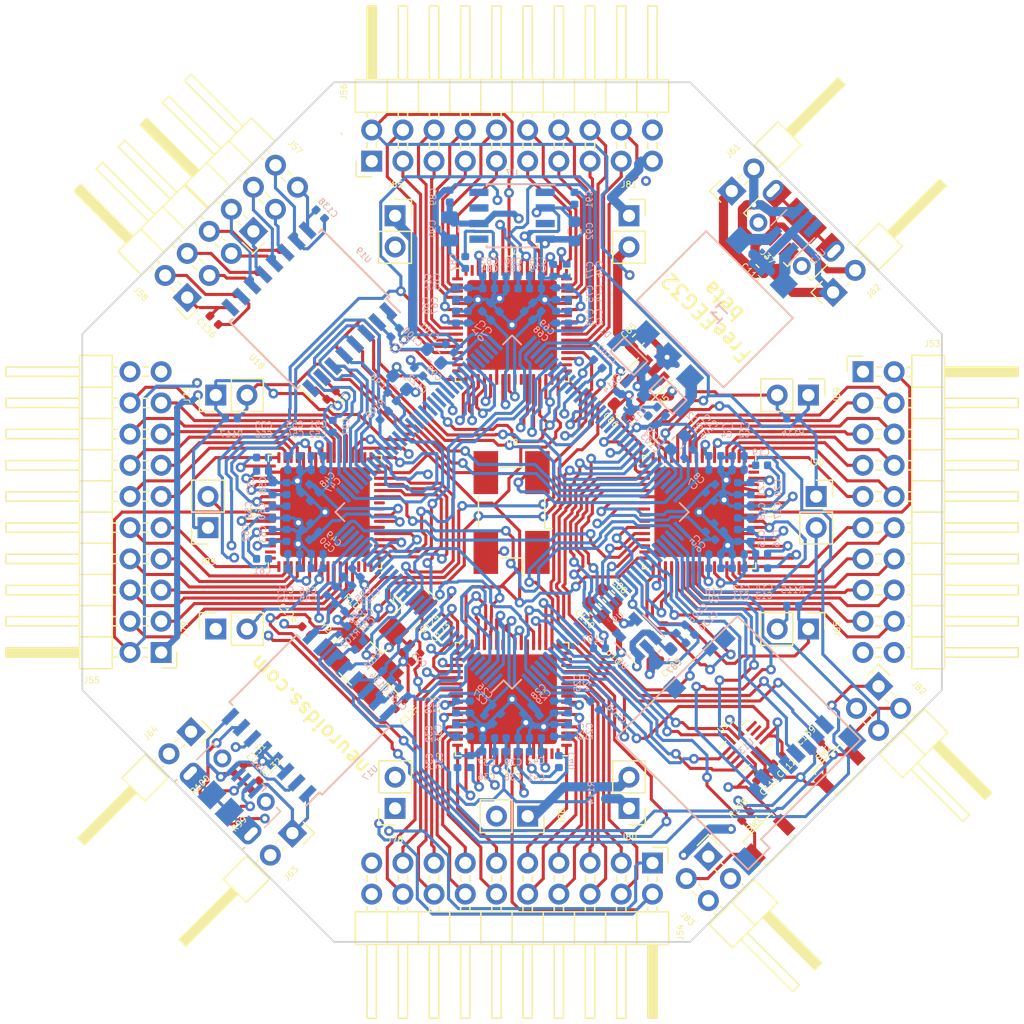
<source format=kicad_pcb>
(kicad_pcb (version 20171130) (host pcbnew 5.1.5-52549c5~86~ubuntu16.04.1)
  (layers (0 F.Cu signal) (1 In1.Cu power) (2 In2.Cu power) (31 B.Cu signal) (34 B.Paste user) (35 F.Paste user) (36 B.SilkS user) (37 F.SilkS user) (38 B.Mask user) (39 F.Mask user) (44 Edge.Cuts user))
  (net 0 "")
  (net 1 "Net-(D1-Pad2)")
  (net 2 "Net-(D2-Pad2)")
  (net 3 "Net-(U12-Pad6)")
  (net 4 /ADC1/49_REF_OUT)
  (net 5 /ADC1/51_AREG2CAP)
  (net 6 /ADC1/59_AREG1CAP)
  (net 7 /ADC2/49_REF_OUT)
  (net 8 /ADC2/51_AREG2CAP)
  (net 9 /ADC2/59_AREG1CAP)
  (net 10 /ADC3/49_REF_OUT)
  (net 11 /ADC3/51_AREG2CAP)
  (net 12 /ADC3/59_AREG1CAP)
  (net 13 /ADC4/49_REF_OUT)
  (net 14 /ADC4/51_AREG2CAP)
  (net 15 /ADC4/59_AREG1CAP)
  (net 16 /MCU/71_VCAP_1)
  (net 17 /MCU/106_VCAP_2)
  (net 18 /ADC1/2_AIN0+)
  (net 19 /ADC1/1_AIN0-)
  (net 20 /ADC1/4_AIN1+)
  (net 21 /ADC1/3_AIN1-)
  (net 22 /ADC1/10_AIN2+)
  (net 23 /ADC1/9_AIN2-)
  (net 24 /ADC1/12_AIN3+)
  (net 25 /ADC1/11_AIN3-)
  (net 26 /ADC1/16_MODE3_ALERT)
  (net 27 /ADC1/15_MODE2_GPIO2)
  (net 28 /ADC1/38_AIN7-)
  (net 29 /ADC1/37_AIN7+)
  (net 30 /ADC1/40_AIN6-)
  (net 31 /ADC1/39_AIN6+)
  (net 32 /ADC1/46_AIN5-)
  (net 33 /ADC1/45_AIN5+)
  (net 34 /ADC1/48_AIN4-)
  (net 35 /ADC1/47_AIN4+)
  (net 36 /ADC1/64_AUXAIN-)
  (net 37 /ADC1/63_AUXAIN+)
  (net 38 /ADC2/2_AIN0+)
  (net 39 /ADC2/1_AIN0-)
  (net 40 /ADC2/4_AIN1+)
  (net 41 /ADC2/3_AIN1-)
  (net 42 /ADC2/10_AIN2+)
  (net 43 /ADC2/9_AIN2-)
  (net 44 /ADC2/12_AIN3+)
  (net 45 /ADC2/11_AIN3-)
  (net 46 /ADC2/16_MODE3_ALERT)
  (net 47 /ADC2/15_MODE2_GPIO2)
  (net 48 /ADC2/38_AIN7-)
  (net 49 /ADC2/37_AIN7+)
  (net 50 /ADC2/40_AIN6-)
  (net 51 /ADC2/39_AIN6+)
  (net 52 /ADC2/46_AIN5-)
  (net 53 /ADC2/45_AIN5+)
  (net 54 /ADC2/48_AIN4-)
  (net 55 /ADC2/47_AIN4+)
  (net 56 /ADC2/64_AUXAIN-)
  (net 57 /ADC2/63_AUXAIN+)
  (net 58 /ADC3/2_AIN0+)
  (net 59 /ADC3/1_AIN0-)
  (net 60 /ADC3/4_AIN1+)
  (net 61 /ADC3/3_AIN1-)
  (net 62 /ADC3/10_AIN2+)
  (net 63 /ADC3/9_AIN2-)
  (net 64 /ADC3/12_AIN3+)
  (net 65 /ADC3/11_AIN3-)
  (net 66 /ADC3/16_MODE3_ALERT)
  (net 67 /ADC3/15_MODE2_GPIO2)
  (net 68 /ADC3/38_AIN7-)
  (net 69 /ADC3/37_AIN7+)
  (net 70 /ADC3/40_AIN6-)
  (net 71 /ADC3/39_AIN6+)
  (net 72 /ADC3/46_AIN5-)
  (net 73 /ADC3/45_AIN5+)
  (net 74 /ADC3/48_AIN4-)
  (net 75 /ADC3/47_AIN4+)
  (net 76 /ADC3/64_AUXAIN-)
  (net 77 /ADC3/63_AUXAIN+)
  (net 78 /ADC4/16_MODE3_ALERT)
  (net 79 /ADC4/15_MODE2_GPIO2)
  (net 80 /ADC4/38_AIN7-)
  (net 81 /ADC4/37_AIN7+)
  (net 82 /ADC4/40_AIN6-)
  (net 83 /ADC4/39_AIN6+)
  (net 84 /ADC4/46_AIN5-)
  (net 85 /ADC4/45_AIN5+)
  (net 86 /ADC4/48_AIN4-)
  (net 87 /ADC4/47_AIN4+)
  (net 88 /ADC4/64_AUXAIN-)
  (net 89 /ADC4/63_AUXAIN+)
  (net 90 /AVDD/4_NC)
  (net 91 /IOVDD/4_NC)
  (net 92 /REF/3_NC)
  (net 93 /REF/1_NC)
  (net 94 /REF/8_TP)
  (net 95 /REF/7_NC)
  (net 96 /REF/5_NC)
  (net 97 /CRYSTAL/1_NC)
  (net 98 /MCU/35_PA1)
  (net 99 /MCU/23_PH0)
  (net 100 /MCU/24_PH1)
  (net 101 /MCU/9_PC15)
  (net 102 /MCU/8_PC14)
  (net 103 /MCU/37_PA3)
  (net 104 /MCU/44_PC4)
  (net 105 /MCU/50_PF12)
  (net 106 /MCU/53_PF13)
  (net 107 /MCU/56_PG0)
  (net 108 /MCU/57_PG1)
  (net 109 /MCU/59_PE8)
  (net 110 /MCU/63_PE10)
  (net 111 /MCU/68_PE15)
  (net 112 /MCU/77_PD8)
  (net 113 /MCU/79_PD10)
  (net 114 /MCU/86_PD15)
  (net 115 /MCU/85_PD14)
  (net 116 /MCU/92_PG7)
  (net 117 /MCU/91_PG6)
  (net 118 /MCU/132_PG15)
  (net 119 /MCU/114_PD0)
  (net 120 /VDD/4_NC)
  (net 121 /ACCEL&GYRO/3_SCx)
  (net 122 /ACCEL&GYRO/2_SDx)
  (net 123 /ACCEL&GYRO/10_NC)
  (net 124 /ACCEL&GYRO/11_NC)
  (net 125 "Net-(C126-Pad1)")
  (net 126 ADC1_24_IOVDD)
  (net 127 ADC1_23_DREGCAP)
  (net 128 ADC1_41_REF2+)
  (net 129 ADC1_43_AVDD1B)
  (net 130 ADC2_23_DREGCAP)
  (net 131 ADC3_23_DREGCAP)
  (net 132 ADC4_23_DREGCAP)
  (net 133 AVDD_1_IN)
  (net 134 ACC_6_GND)
  (net 135 ISO_USB_2_GND1)
  (net 136 ISO_USB_3_VDD1)
  (net 137 ISO_USB_1_VBUS1)
  (net 138 ISO_USB_7_UD+)
  (net 139 ISO_USB_6_UD–)
  (net 140 ADC1_36_RESET)
  (net 141 ADC1_34_SYNC_OUT)
  (net 142 ADC1_33_START)
  (net 143 ADC1_32_XTAL2_MCLK)
  (net 144 ADC1_30_DRDY)
  (net 145 ADC1_29_DCLK)
  (net 146 ADC1_28_DOUT0)
  (net 147 ADC1_27_DOUT1)
  (net 148 ADC1_26_DOUT2)
  (net 149 ADC1_25_DOUT3)
  (net 150 ADC1_21_DCLK0_SDO)
  (net 151 ADC1_20_DCLK1_SDI)
  (net 152 ADC1_19_DCLK2_SCLK)
  (net 153 ADC1_18_ALERT_CS)
  (net 154 ADC2_36_RESET)
  (net 155 ADC2_34_SYNC_OUT)
  (net 156 ADC2_33_START)
  (net 157 ADC2_30_DRDY)
  (net 158 ADC2_29_DCLK)
  (net 159 ADC2_28_DOUT0)
  (net 160 ADC2_27_DOUT1)
  (net 161 ADC2_26_DOUT2)
  (net 162 ADC2_25_DOUT3)
  (net 163 ADC2_21_DCLK0_SDO)
  (net 164 ADC2_20_DCLK1_SDI)
  (net 165 ADC2_19_DCLK2_SCLK)
  (net 166 ADC2_18_ALERT_CS)
  (net 167 ADC3_36_RESET)
  (net 168 ADC3_34_SYNC_OUT)
  (net 169 ADC3_33_START)
  (net 170 ADC3_30_DRDY)
  (net 171 ADC3_29_DCLK)
  (net 172 ADC3_28_DOUT0)
  (net 173 ADC3_27_DOUT1)
  (net 174 ADC3_26_DOUT2)
  (net 175 ADC3_25_DOUT3)
  (net 176 ADC3_21_DCLK0_SDO)
  (net 177 ADC3_20_DCLK1_SDI)
  (net 178 ADC3_19_DCLK2_SCLK)
  (net 179 ADC3_18_ALERT_CS)
  (net 180 ADC4_36_RESET)
  (net 181 ADC4_34_SYNC_OUT)
  (net 182 ADC4_33_START)
  (net 183 ADC4_30_DRDY)
  (net 184 ADC4_29_DCLK)
  (net 185 ADC4_28_DOUT0)
  (net 186 ADC4_27_DOUT1)
  (net 187 ADC4_26_DOUT2)
  (net 188 ADC4_25_DOUT3)
  (net 189 ADC4_21_DCLK0_SDO)
  (net 190 ADC4_20_DCLK1_SDI)
  (net 191 ADC4_19_DCLK2_SCLK)
  (net 192 ADC4_18_ALERT_CS)
  (net 193 MCU_138_BOOT0)
  (net 194 ISO_UART_13_OUTB)
  (net 195 ISO_UART_11_IND)
  (net 196 ISO_UART_14_OUTA)
  (net 197 ISO_UART_12_INC)
  (net 198 ISO_USB_10_DD+)
  (net 199 ISO_USB_11_DD–)
  (net 200 ISO_SPI_12_OUTC)
  (net 201 ISO_SPI_11_IND)
  (net 202 ISO_SPI_13_OUTB)
  (net 203 ISO_SPI_14_OUTA)
  (net 204 MCU_25_NRST)
  (net 205 ACC_9_INT2)
  (net 206 ACC_4_INT1)
  (net 207 ACC_13_SCL)
  (net 208 ACC_14_SDA)
  (net 209 ACC_12_CS)
  (net 210 ACC_1_SDO_SAO)
  (net 211 ISO_UART_3_INA)
  (net 212 ISO_UART_4_INB)
  (net 213 ISO_UART_6_OUTD)
  (net 214 ISO_UART_7_EN1)
  (net 215 ISO_UART_8_GND1)
  (net 216 ISO_UART_9_GND2)
  (net 217 ISO_UART_10_EN2)
  (net 218 ISO_SPI_3_INA)
  (net 219 ISO_SPI_4_INB)
  (net 220 ISO_SPI_5_INC)
  (net 221 ISO_SPI_6_OUTD)
  (net 222 ISO_SPI_7_EN1)
  (net 223 ISO_SPI_8_GND1)
  (net 224 ISO_SPI_9_GND2)
  (net 225 ISO_SPI_10_EN2)
  (net 226 POWER_1_GND)
  (net 227 POWER_2_VCC)
  (net 228 /USB_POWER/6_Shield)
  (net 229 /USB_POWER/4_ID)
  (net 230 /USB_DATA/6_Shield)
  (net 231 /USB_DATA/4_ID)
  (net 232 ISO_UART_5_OUTC)
  (net 233 "Net-(R99-Pad1)")
  (net 234 "Net-(R100-Pad1)")
  (net 235 "Net-(R101-Pad2)")
  (net 236 "Net-(R102-Pad2)")
  (net 237 AINREF-)
  (net 238 /MCU/13_PF3)
  (net 239 /MCU/12_PF2)
  (net 240 ADC4_AIN0+)
  (net 241 ADC4_AIN0-)
  (net 242 ADC4_AIN1+)
  (net 243 ADC4_AIN1-)
  (net 244 ADC4_AIN2+)
  (net 245 ADC4_AIN2-)
  (net 246 ADC4_AIN3+)
  (net 247 ADC4_AIN3-)
  (net 248 ADC1_13_MODE0_GPIO0)
  (net 249 ADC2_14_MODE1_GPIO1)
  (net 250 ADC3_14_MODE1_GPIO1)
  (net 251 ADC4_14_MODE1_GPIO1)
  (net 252 ADC1_35_SYNC_IN)
  (net 253 ADC1_14_MODE1_GPIO1)
  (net 254 /MCU/126_PG11)
  (net 255 /MCU/123_PD7)
  (net 256 /MCU/117_PD3)
  (net 257 MCU_116_PD2_SDMMC1_CMD)
  (net 258 MCU_113_PC12_SDMMC1_CK)
  (net 259 MCU_112_PC11_SDMMC1_D3)
  (net 260 MCU_111_PC10_SDMMC1_D2)
  (net 261 MCU_109_PA14_SYS_JTCK-SWCLK)
  (net 262 MCU_105_PA13_SYS_JTMS-SWDIO)
  (net 263 /MCU/100_PA8)
  (net 264 MCU_99_PC9_SDMMC1_D1)
  (net 265 MCU_98_PC8_SDMMC1_D0)
  (net 266 MCU_97_PC7_SDMMC1_DETECT)
  (net 267 /MCU/49_PF11)
  (net 268 MCU_48_PB2_BOOT1)
  (net 269 /MCU/26_PC0)
  (net 270 MCU_11_PF1_I2C2_SCL)
  (net 271 MCU_10_PF0_I2C2_SDA)
  (net 272 /MCU/5_PE6)
  (net 273 /MCU/1_PE2)
  (net 274 CRYSTAL_3_OUT)
  (net 275 /USB_POWER/3_D+)
  (net 276 /USB_POWER/2_D-)
  (net 277 CRYSTAL_4_Vin)
  (net 278 ADC1_57_VCM)
  (net 279 /MCU/141_PE0)
  (net 280 /MCU/90_PG5)
  (net 281 ISO_SPI_15_GND2)
  (net 282 ISO_SPI_16_VCC2)
  (net 283 ISO_UART_15_GND2)
  (net 284 ISO_UART_16_VCC2)
  (net 285 /MCU/70_PB11)
  (net 286 /MCU/69_PB10)
  (net 287 /MCU/55_PF15)
  (net 288 /MCU/54_PF14)
  (net 289 ISO_USB_12_PIN)
  (net 290 "Net-(T1-Pad1)")
  (net 291 "Net-(T1-Pad3)")
  (module 750315371:750315371 (layer B.Cu) (at 166.51 83.49 225)
    (fp_text reference T1 (at 0 -0.499999 225) (layer B.SilkS) (effects (justify mirror)))
    (fp_text value 750315371)
    (pad 5 smd rect (at 5.4 0 225) (size 1.7 1.6) (layers B.Cu B.Paste B.Mask) (net 134 ACC_6_GND))
    (pad 6 smd rect (at 5.4 2.54 225) (size 1.7 1.6) (layers B.Cu B.Paste B.Mask) (net 1 "Net-(D1-Pad2)"))
    (pad 4 smd rect (at 5.4 -2.54 225) (size 1.7 1.6) (layers B.Cu B.Paste B.Mask) (net 2 "Net-(D2-Pad2)"))
    (pad 3 smd rect (at -5.4 -2.54 225) (size 1.7 1.6) (layers B.Cu B.Paste B.Mask) (net 291 "Net-(T1-Pad3)"))
    (pad 1 smd rect (at -5.4 2.54 225) (size 1.7 1.6) (layers B.Cu B.Paste B.Mask) (net 290 "Net-(T1-Pad1)"))
    (pad 2 smd rect (at -5.4 0 225) (size 1.7 1.6) (layers B.Cu B.Paste B.Mask) (net 227 POWER_2_VCC))
  )
  (module LSM6DS3TR:Bosch_LGA-14_3x2.5mm_P0.5mm (layer F.Cu) (at 168.995476 119.002938 45)
    (fp_text reference U11 (at 0 -2.314512 45) (layer F.SilkS) (effects (font (size 0.5 0.5) (thickness 0.075))))
    (fp_text value LSM6DS3)
    (pad 13 smd rect (at 0 -1.2125 45) (size 0.25 1.075) (layers F.Cu F.Paste F.Mask) (net 207 ACC_13_SCL))
    (pad 14 smd rect (at -0.5 -1.2125 45) (size 0.25 1.075) (layers F.Cu F.Paste F.Mask) (net 208 ACC_14_SDA))
    (pad 12 smd rect (at 0.5 -1.2125 45) (size 0.25 1.075) (layers F.Cu F.Paste F.Mask) (net 209 ACC_12_CS))
    (pad 5 smd rect (at -0.5 1.2125 45) (size 0.25 1.075) (layers F.Cu F.Paste F.Mask) (net 209 ACC_12_CS))
    (pad 6 smd rect (at 0 1.2125 45) (size 0.25 1.075) (layers F.Cu F.Paste F.Mask) (net 134 ACC_6_GND))
    (pad 7 smd rect (at 0.5 1.2125 45) (size 0.25 1.075) (layers F.Cu F.Paste F.Mask) (net 134 ACC_6_GND))
    (pad 1 smd rect (at -1.4625 -0.75 45) (size 1.075 0.25) (layers F.Cu F.Paste F.Mask) (net 210 ACC_1_SDO_SAO))
    (pad 2 smd rect (at -1.4625 -0.25 45) (size 1.075 0.25) (layers F.Cu F.Paste F.Mask) (net 122 /ACCEL&GYRO/2_SDx))
    (pad 3 smd rect (at -1.4625 0.25 45) (size 1.075 0.25) (layers F.Cu F.Paste F.Mask) (net 121 /ACCEL&GYRO/3_SCx))
    (pad 4 smd rect (at -1.4625 0.75 45) (size 1.075 0.25) (layers F.Cu F.Paste F.Mask) (net 206 ACC_4_INT1))
    (pad 8 smd rect (at 1.4625 0.75 45) (size 1.075 0.25) (layers F.Cu F.Paste F.Mask) (net 209 ACC_12_CS))
    (pad 9 smd rect (at 1.4625 0.25 45) (size 1.075 0.25) (layers F.Cu F.Paste F.Mask) (net 205 ACC_9_INT2))
    (pad 10 smd rect (at 1.4625 -0.25 45) (size 1.075 0.25) (layers F.Cu F.Paste F.Mask) (net 123 /ACCEL&GYRO/10_NC))
    (pad 11 smd rect (at 1.4625 -0.75 45) (size 1.075 0.25) (layers F.Cu F.Paste F.Mask) (net 124 /ACCEL&GYRO/11_NC))
  )
  (module Connector_PinHeader_2.54mm:PinHeader_2x02_P2.54mm_Horizontal (layer F.Cu) (at 179.845 114.187898 315)
    (fp_text reference J82 (at 2.399141 -2.245064 135) (layer F.SilkS) (effects (font (size 0.5 0.5) (thickness 0.075))))
    (fp_text value Conn_02x02_Odd_Even)
    (pad 4 thru_hole oval (at 2.54 2.54 315) (size 1.7 1.7) (drill 1) (layers *.Cu *.Mask) (net 262 MCU_105_PA13_SYS_JTMS-SWDIO))
    (pad 3 thru_hole oval (at 0 2.54 315) (size 1.7 1.7) (drill 1) (layers *.Cu *.Mask) (net 261 MCU_109_PA14_SYS_JTCK-SWCLK))
    (pad 2 thru_hole oval (at 2.54 0 315) (size 1.7 1.7) (drill 1) (layers *.Cu *.Mask) (net 204 MCU_25_NRST))
    (pad 1 thru_hole rect (at 0 0 315) (size 1.7 1.7) (drill 1) (layers *.Cu *.Mask) (net 268 MCU_48_PB2_BOOT1))
  )
  (module Connector_PinHeader_2.54mm:PinHeader_2x02_P2.54mm_Horizontal (layer F.Cu) (at 165.983949 128.048949 315)
    (fp_text reference J83 (at 2.399141 4.785064 135) (layer F.SilkS) (effects (font (size 0.5 0.5) (thickness 0.075))))
    (fp_text value Conn_02x02_Odd_Even)
    (pad 4 thru_hole oval (at 2.54 2.54 315) (size 1.7 1.7) (drill 1) (layers *.Cu *.Mask) (net 133 AVDD_1_IN))
    (pad 3 thru_hole oval (at 0 2.54 315) (size 1.7 1.7) (drill 1) (layers *.Cu *.Mask) (net 193 MCU_138_BOOT0))
    (pad 2 thru_hole oval (at 2.54 0 315) (size 1.7 1.7) (drill 1) (layers *.Cu *.Mask) (net 134 ACC_6_GND))
    (pad 1 thru_hole rect (at 0 0 315) (size 1.7 1.7) (drill 1) (layers *.Cu *.Mask) (net 209 ACC_12_CS))
  )
  (module Connector_PinHeader_2.54mm:PinHeader_2x03_P2.54mm_Horizontal (layer F.Cu) (at 128.936051 77.14 135)
    (fp_text reference J57 (at 2.437433 7.261243 315) (layer F.SilkS) (effects (font (size 0.5 0.5) (thickness 0.075))))
    (fp_text value Conn_02x03_Odd_Even)
    (pad 6 thru_hole oval (at 2.54 5.08 135) (size 1.7 1.7) (drill 1) (layers *.Cu *.Mask) (net 281 ISO_SPI_15_GND2))
    (pad 5 thru_hole oval (at 0 5.08 135) (size 1.7 1.7) (drill 1) (layers *.Cu *.Mask) (net 282 ISO_SPI_16_VCC2))
    (pad 4 thru_hole oval (at 2.54 2.54 135) (size 1.7 1.7) (drill 1) (layers *.Cu *.Mask) (net 202 ISO_SPI_13_OUTB))
    (pad 3 thru_hole oval (at 0 2.54 135) (size 1.7 1.7) (drill 1) (layers *.Cu *.Mask) (net 203 ISO_SPI_14_OUTA))
    (pad 2 thru_hole oval (at 2.54 0 135) (size 1.7 1.7) (drill 1) (layers *.Cu *.Mask) (net 201 ISO_SPI_11_IND))
    (pad 1 thru_hole rect (at 0 0 135) (size 1.7 1.7) (drill 1) (layers *.Cu *.Mask) (net 200 ISO_SPI_12_OUTC))
  )
  (module Connector_PinHeader_2.54mm:PinHeader_2x03_P2.54mm_Horizontal (layer F.Cu) (at 123.547898 82.528154 135)
    (fp_text reference J58 (at 2.886447 -2.450651 315) (layer F.SilkS) (effects (font (size 0.5 0.5) (thickness 0.075))))
    (fp_text value Conn_02x03_Odd_Even)
    (pad 6 thru_hole oval (at 2.54 5.08 135) (size 1.7 1.7) (drill 1) (layers *.Cu *.Mask) (net 195 ISO_UART_11_IND))
    (pad 5 thru_hole oval (at 0 5.08 135) (size 1.7 1.7) (drill 1) (layers *.Cu *.Mask) (net 197 ISO_UART_12_INC))
    (pad 4 thru_hole oval (at 2.54 2.54 135) (size 1.7 1.7) (drill 1) (layers *.Cu *.Mask) (net 194 ISO_UART_13_OUTB))
    (pad 3 thru_hole oval (at 0 2.54 135) (size 1.7 1.7) (drill 1) (layers *.Cu *.Mask) (net 196 ISO_UART_14_OUTA))
    (pad 2 thru_hole oval (at 2.54 0 135) (size 1.7 1.7) (drill 1) (layers *.Cu *.Mask) (net 283 ISO_UART_15_GND2))
    (pad 1 thru_hole rect (at 0 0 135) (size 1.7 1.7) (drill 1) (layers *.Cu *.Mask) (net 284 ISO_UART_16_VCC2))
  )
  (module Connector_PinHeader_2.54mm:PinHeader_2x01_P2.54mm_Horizontal (layer F.Cu) (at 132.111051 126.143949 225)
    (fp_text reference J63 (at 2.399141 -2.245064 45) (layer F.SilkS) (effects (font (size 0.5 0.5) (thickness 0.075))))
    (fp_text value Conn_01x02)
    (pad 2 thru_hole oval (at 2.54 0 225) (size 1.7 1.7) (drill 1) (layers *.Cu *.Mask) (net 135 ISO_USB_2_GND1))
    (pad 1 thru_hole rect (at 0 0 225) (size 1.7 1.7) (drill 1) (layers *.Cu *.Mask) (net 137 ISO_USB_1_VBUS1))
  )
  (module Connector_PinHeader_2.54mm:PinHeader_2x01_P2.54mm_Horizontal (layer F.Cu) (at 123.856051 117.888949 225)
    (fp_text reference J64 (at 2.399141 2.245064 45) (layer F.SilkS) (effects (font (size 0.5 0.5) (thickness 0.075))))
    (fp_text value Conn_01x02)
    (pad 2 thru_hole oval (at 2.54 0 225) (size 1.7 1.7) (drill 1) (layers *.Cu *.Mask) (net 139 ISO_USB_6_UD–))
    (pad 1 thru_hole rect (at 0 0 225) (size 1.7 1.7) (drill 1) (layers *.Cu *.Mask) (net 138 ISO_USB_7_UD+))
  )
  (module Connector_PinHeader_2.54mm:PinHeader_2x01_P2.54mm_Horizontal (layer F.Cu) (at 176.143949 82.111051 45)
    (fp_text reference J62 (at 2.399141 2.245064 225) (layer F.SilkS) (effects (font (size 0.5 0.5) (thickness 0.075))))
    (fp_text value Conn_01x02)
    (pad 2 thru_hole oval (at 2.54 0 45) (size 1.7 1.7) (drill 1) (layers *.Cu *.Mask) (net 226 POWER_1_GND))
    (pad 1 thru_hole rect (at 0 0 45) (size 1.7 1.7) (drill 1) (layers *.Cu *.Mask) (net 227 POWER_2_VCC))
  )
  (module Connector_PinHeader_2.54mm:PinHeader_2x01_P2.54mm_Horizontal (layer F.Cu) (at 167.888949 73.856051 45)
    (fp_text reference J61 (at 2.399141 -2.245064 225) (layer F.SilkS) (effects (font (size 0.5 0.5) (thickness 0.075))))
    (fp_text value Conn_01x02)
    (pad 2 thru_hole oval (at 2.54 0 45) (size 1.7 1.7) (drill 1) (layers *.Cu *.Mask) (net 226 POWER_1_GND))
    (pad 1 thru_hole rect (at 0 0 45) (size 1.7 1.7) (drill 1) (layers *.Cu *.Mask) (net 227 POWER_2_VCC))
  )
  (module Connector_PinHeader_2.54mm:PinHeader_1x02_P2.54mm_Vertical (layer F.Cu) (at 125.87 90.475 90)
    (fp_text reference J73 (at 0 -2.33 90) (layer F.SilkS) (effects (font (size 0.5 0.5) (thickness 0.075))))
    (fp_text value Conn_01x02)
    (pad 2 thru_hole oval (at 0 2.54 90) (size 1.7 1.7) (drill 1) (layers *.Cu *.Mask) (net 274 CRYSTAL_3_OUT))
    (pad 1 thru_hole rect (at 0 0 90) (size 1.7 1.7) (drill 1) (layers *.Cu *.Mask) (net 143 ADC1_32_XTAL2_MCLK))
  )
  (module Connector_PinHeader_2.54mm:PinHeader_1x02_P2.54mm_Vertical (layer F.Cu) (at 159.525 124.13 180)
    (fp_text reference J80 (at 0 -2.33 180) (layer F.SilkS) (effects (font (size 0.5 0.5) (thickness 0.075))))
    (fp_text value Conn_01x02)
    (pad 2 thru_hole oval (at 0 2.54 180) (size 1.7 1.7) (drill 1) (layers *.Cu *.Mask) (net 126 ADC1_24_IOVDD))
    (pad 1 thru_hole rect (at 0 0 180) (size 1.7 1.7) (drill 1) (layers *.Cu *.Mask) (net 277 CRYSTAL_4_Vin))
  )
  (module Connector_PinHeader_2.54mm:PinHeader_1x02_P2.54mm_Vertical (layer F.Cu) (at 174.13 109.525 270)
    (fp_text reference J65 (at 0 -2.33 270) (layer F.SilkS) (effects (font (size 0.5 0.5) (thickness 0.075))))
    (fp_text value Conn_01x02)
    (pad 2 thru_hole oval (at 0 2.54 270) (size 1.7 1.7) (drill 1) (layers *.Cu *.Mask) (net 141 ADC1_34_SYNC_OUT))
    (pad 1 thru_hole rect (at 0 0 270) (size 1.7 1.7) (drill 1) (layers *.Cu *.Mask) (net 252 ADC1_35_SYNC_IN))
  )
  (module Connector_PinHeader_2.54mm:PinHeader_1x02_P2.54mm_Vertical (layer F.Cu) (at 174.13 90.475 270)
    (fp_text reference J69 (at 0 -2.33 270) (layer F.SilkS) (effects (font (size 0.5 0.5) (thickness 0.075))))
    (fp_text value Conn_01x02)
    (pad 2 thru_hole oval (at 0 2.54 270) (size 1.7 1.7) (drill 1) (layers *.Cu *.Mask) (net 253 ADC1_14_MODE1_GPIO1))
    (pad 1 thru_hole rect (at 0 0 270) (size 1.7 1.7) (drill 1) (layers *.Cu *.Mask) (net 248 ADC1_13_MODE0_GPIO0))
  )
  (module Package_QFP:LQFP-144_20x20mm_P0.5mm (layer B.Cu) (at 150 100 45)
    (fp_text reference U9 (at 0.017961 12.159267 45) (layer B.SilkS) (effects (font (size 0.5 0.5) (thickness 0.075)) (justify mirror)))
    (fp_text value STM32H743ZITx)
    (pad 144 smd rect (at -8.75 10.7 315) (size 1.55 0.3) (layers B.Cu B.Paste B.Mask) (net 209 ACC_12_CS))
    (pad 143 smd rect (at -8.25 10.700001 315) (size 1.55 0.3) (layers B.Cu B.Paste B.Mask) (net 209 ACC_12_CS))
    (pad 142 smd rect (at -7.75 10.7 315) (size 1.55 0.3) (layers B.Cu B.Paste B.Mask) (net 205 ACC_9_INT2))
    (pad 141 smd rect (at -7.25 10.7 315) (size 1.55 0.3) (layers B.Cu B.Paste B.Mask) (net 279 /MCU/141_PE0))
    (pad 140 smd rect (at -6.75 10.7 315) (size 1.55 0.3) (layers B.Cu B.Paste B.Mask) (net 210 ACC_1_SDO_SAO))
    (pad 139 smd rect (at -6.25 10.7 315) (size 1.55 0.3) (layers B.Cu B.Paste B.Mask) (net 206 ACC_4_INT1))
    (pad 138 smd rect (at -5.75 10.700001 315) (size 1.55 0.3) (layers B.Cu B.Paste B.Mask) (net 193 MCU_138_BOOT0))
    (pad 137 smd rect (at -5.25 10.7 315) (size 1.55 0.3) (layers B.Cu B.Paste B.Mask) (net 208 ACC_14_SDA))
    (pad 136 smd rect (at -4.75 10.7 315) (size 1.55 0.3) (layers B.Cu B.Paste B.Mask) (net 207 ACC_13_SCL))
    (pad 135 smd rect (at -4.25 10.7 315) (size 1.55 0.3) (layers B.Cu B.Paste B.Mask) (net 164 ADC2_20_DCLK1_SDI))
    (pad 134 smd rect (at -3.75 10.7 315) (size 1.55 0.3) (layers B.Cu B.Paste B.Mask) (net 163 ADC2_21_DCLK0_SDO))
    (pad 133 smd rect (at -3.25 10.700001 315) (size 1.55 0.3) (layers B.Cu B.Paste B.Mask) (net 165 ADC2_19_DCLK2_SCLK))
    (pad 132 smd rect (at -2.75 10.7 315) (size 1.55 0.3) (layers B.Cu B.Paste B.Mask) (net 118 /MCU/132_PG15))
    (pad 131 smd rect (at -2.25 10.7 315) (size 1.55 0.3) (layers B.Cu B.Paste B.Mask) (net 209 ACC_12_CS))
    (pad 130 smd rect (at -1.749999 10.7 315) (size 1.55 0.3) (layers B.Cu B.Paste B.Mask) (net 134 ACC_6_GND))
    (pad 129 smd rect (at -1.25 10.7 315) (size 1.55 0.3) (layers B.Cu B.Paste B.Mask) (net 151 ADC1_20_DCLK1_SDI))
    (pad 128 smd rect (at -0.750001 10.7 315) (size 1.55 0.3) (layers B.Cu B.Paste B.Mask) (net 152 ADC1_19_DCLK2_SCLK))
    (pad 127 smd rect (at -0.25 10.7 315) (size 1.55 0.3) (layers B.Cu B.Paste B.Mask) (net 150 ADC1_21_DCLK0_SDO))
    (pad 126 smd rect (at 0.25 10.7 315) (size 1.55 0.3) (layers B.Cu B.Paste B.Mask) (net 254 /MCU/126_PG11))
    (pad 125 smd rect (at 0.750001 10.7 315) (size 1.55 0.3) (layers B.Cu B.Paste B.Mask) (net 146 ADC1_28_DOUT0))
    (pad 124 smd rect (at 1.25 10.7 315) (size 1.55 0.3) (layers B.Cu B.Paste B.Mask) (net 144 ADC1_30_DRDY))
    (pad 123 smd rect (at 1.749999 10.7 315) (size 1.55 0.3) (layers B.Cu B.Paste B.Mask) (net 255 /MCU/123_PD7))
    (pad 122 smd rect (at 2.25 10.7 315) (size 1.55 0.3) (layers B.Cu B.Paste B.Mask) (net 147 ADC1_27_DOUT1))
    (pad 121 smd rect (at 2.75 10.7 315) (size 1.55 0.3) (layers B.Cu B.Paste B.Mask) (net 209 ACC_12_CS))
    (pad 120 smd rect (at 3.25 10.700001 315) (size 1.55 0.3) (layers B.Cu B.Paste B.Mask) (net 134 ACC_6_GND))
    (pad 119 smd rect (at 3.75 10.7 315) (size 1.55 0.3) (layers B.Cu B.Paste B.Mask) (net 140 ADC1_36_RESET))
    (pad 118 smd rect (at 4.25 10.7 315) (size 1.55 0.3) (layers B.Cu B.Paste B.Mask) (net 142 ADC1_33_START))
    (pad 117 smd rect (at 4.75 10.7 315) (size 1.55 0.3) (layers B.Cu B.Paste B.Mask) (net 256 /MCU/117_PD3))
    (pad 116 smd rect (at 5.25 10.7 315) (size 1.55 0.3) (layers B.Cu B.Paste B.Mask) (net 257 MCU_116_PD2_SDMMC1_CMD))
    (pad 115 smd rect (at 5.75 10.700001 315) (size 1.55 0.3) (layers B.Cu B.Paste B.Mask) (net 173 ADC3_27_DOUT1))
    (pad 114 smd rect (at 6.25 10.7 315) (size 1.55 0.3) (layers B.Cu B.Paste B.Mask) (net 119 /MCU/114_PD0))
    (pad 113 smd rect (at 6.75 10.7 315) (size 1.55 0.3) (layers B.Cu B.Paste B.Mask) (net 258 MCU_113_PC12_SDMMC1_CK))
    (pad 112 smd rect (at 7.25 10.7 315) (size 1.55 0.3) (layers B.Cu B.Paste B.Mask) (net 259 MCU_112_PC11_SDMMC1_D3))
    (pad 111 smd rect (at 7.75 10.7 315) (size 1.55 0.3) (layers B.Cu B.Paste B.Mask) (net 260 MCU_111_PC10_SDMMC1_D2))
    (pad 110 smd rect (at 8.25 10.700001 315) (size 1.55 0.3) (layers B.Cu B.Paste B.Mask) (net 166 ADC2_18_ALERT_CS))
    (pad 109 smd rect (at 8.75 10.7 315) (size 1.55 0.3) (layers B.Cu B.Paste B.Mask) (net 261 MCU_109_PA14_SYS_JTCK-SWCLK))
    (pad 108 smd rect (at 10.7 8.75 45) (size 1.55 0.3) (layers B.Cu B.Paste B.Mask) (net 209 ACC_12_CS))
    (pad 107 smd rect (at 10.700001 8.25 45) (size 1.55 0.3) (layers B.Cu B.Paste B.Mask) (net 134 ACC_6_GND))
    (pad 106 smd rect (at 10.7 7.75 45) (size 1.55 0.3) (layers B.Cu B.Paste B.Mask) (net 17 /MCU/106_VCAP_2))
    (pad 105 smd rect (at 10.7 7.25 45) (size 1.55 0.3) (layers B.Cu B.Paste B.Mask) (net 262 MCU_105_PA13_SYS_JTMS-SWDIO))
    (pad 104 smd rect (at 10.7 6.75 45) (size 1.55 0.3) (layers B.Cu B.Paste B.Mask) (net 211 ISO_UART_3_INA))
    (pad 103 smd rect (at 10.7 6.25 45) (size 1.55 0.3) (layers B.Cu B.Paste B.Mask) (net 232 ISO_UART_5_OUTC))
    (pad 102 smd rect (at 10.700001 5.75 45) (size 1.55 0.3) (layers B.Cu B.Paste B.Mask) (net 213 ISO_UART_6_OUTD))
    (pad 101 smd rect (at 10.7 5.25 45) (size 1.55 0.3) (layers B.Cu B.Paste B.Mask) (net 212 ISO_UART_4_INB))
    (pad 100 smd rect (at 10.7 4.75 45) (size 1.55 0.3) (layers B.Cu B.Paste B.Mask) (net 263 /MCU/100_PA8))
    (pad 99 smd rect (at 10.7 4.25 45) (size 1.55 0.3) (layers B.Cu B.Paste B.Mask) (net 264 MCU_99_PC9_SDMMC1_D1))
    (pad 98 smd rect (at 10.7 3.75 45) (size 1.55 0.3) (layers B.Cu B.Paste B.Mask) (net 265 MCU_98_PC8_SDMMC1_D0))
    (pad 97 smd rect (at 10.700001 3.25 45) (size 1.55 0.3) (layers B.Cu B.Paste B.Mask) (net 266 MCU_97_PC7_SDMMC1_DETECT))
    (pad 96 smd rect (at 10.7 2.75 45) (size 1.55 0.3) (layers B.Cu B.Paste B.Mask) (net 144 ADC1_30_DRDY))
    (pad 95 smd rect (at 10.7 2.25 45) (size 1.55 0.3) (layers B.Cu B.Paste B.Mask) (net 209 ACC_12_CS))
    (pad 94 smd rect (at 10.7 1.749999 45) (size 1.55 0.3) (layers B.Cu B.Paste B.Mask) (net 134 ACC_6_GND))
    (pad 93 smd rect (at 10.7 1.25 45) (size 1.55 0.3) (layers B.Cu B.Paste B.Mask) (net 153 ADC1_18_ALERT_CS))
    (pad 92 smd rect (at 10.7 0.750001 45) (size 1.55 0.3) (layers B.Cu B.Paste B.Mask) (net 116 /MCU/92_PG7))
    (pad 91 smd rect (at 10.7 0.25 45) (size 1.55 0.3) (layers B.Cu B.Paste B.Mask) (net 117 /MCU/91_PG6))
    (pad 90 smd rect (at 10.7 -0.25 45) (size 1.55 0.3) (layers B.Cu B.Paste B.Mask) (net 280 /MCU/90_PG5))
    (pad 89 smd rect (at 10.7 -0.750001 45) (size 1.55 0.3) (layers B.Cu B.Paste B.Mask) (net 183 ADC4_30_DRDY))
    (pad 88 smd rect (at 10.7 -1.25 45) (size 1.55 0.3) (layers B.Cu B.Paste B.Mask) (net 180 ADC4_36_RESET))
    (pad 87 smd rect (at 10.7 -1.749999 45) (size 1.55 0.3) (layers B.Cu B.Paste B.Mask) (net 182 ADC4_33_START))
    (pad 86 smd rect (at 10.7 -2.25 45) (size 1.55 0.3) (layers B.Cu B.Paste B.Mask) (net 114 /MCU/86_PD15))
    (pad 85 smd rect (at 10.7 -2.75 45) (size 1.55 0.3) (layers B.Cu B.Paste B.Mask) (net 115 /MCU/85_PD14))
    (pad 84 smd rect (at 10.700001 -3.25 45) (size 1.55 0.3) (layers B.Cu B.Paste B.Mask) (net 209 ACC_12_CS))
    (pad 83 smd rect (at 10.7 -3.75 45) (size 1.55 0.3) (layers B.Cu B.Paste B.Mask) (net 134 ACC_6_GND))
    (pad 82 smd rect (at 10.7 -4.25 45) (size 1.55 0.3) (layers B.Cu B.Paste B.Mask) (net 184 ADC4_29_DCLK))
    (pad 81 smd rect (at 10.7 -4.75 45) (size 1.55 0.3) (layers B.Cu B.Paste B.Mask) (net 183 ADC4_30_DRDY))
    (pad 80 smd rect (at 10.7 -5.25 45) (size 1.55 0.3) (layers B.Cu B.Paste B.Mask) (net 185 ADC4_28_DOUT0))
    (pad 79 smd rect (at 10.700001 -5.75 45) (size 1.55 0.3) (layers B.Cu B.Paste B.Mask) (net 113 /MCU/79_PD10))
    (pad 78 smd rect (at 10.7 -6.25 45) (size 1.55 0.3) (layers B.Cu B.Paste B.Mask) (net 186 ADC4_27_DOUT1))
    (pad 77 smd rect (at 10.7 -6.75 45) (size 1.55 0.3) (layers B.Cu B.Paste B.Mask) (net 112 /MCU/77_PD8))
    (pad 76 smd rect (at 10.7 -7.25 45) (size 1.55 0.3) (layers B.Cu B.Paste B.Mask) (net 198 ISO_USB_10_DD+))
    (pad 75 smd rect (at 10.7 -7.75 45) (size 1.55 0.3) (layers B.Cu B.Paste B.Mask) (net 199 ISO_USB_11_DD–))
    (pad 74 smd rect (at 10.700001 -8.25 45) (size 1.55 0.3) (layers B.Cu B.Paste B.Mask) (net 178 ADC3_19_DCLK2_SCLK))
    (pad 73 smd rect (at 10.7 -8.75 45) (size 1.55 0.3) (layers B.Cu B.Paste B.Mask) (net 179 ADC3_18_ALERT_CS))
    (pad 72 smd rect (at 8.75 -10.7 315) (size 1.55 0.3) (layers B.Cu B.Paste B.Mask) (net 209 ACC_12_CS))
    (pad 71 smd rect (at 8.25 -10.700001 315) (size 1.55 0.3) (layers B.Cu B.Paste B.Mask) (net 16 /MCU/71_VCAP_1))
    (pad 70 smd rect (at 7.75 -10.7 315) (size 1.55 0.3) (layers B.Cu B.Paste B.Mask) (net 285 /MCU/70_PB11))
    (pad 69 smd rect (at 7.25 -10.7 315) (size 1.55 0.3) (layers B.Cu B.Paste B.Mask) (net 286 /MCU/69_PB10))
    (pad 68 smd rect (at 6.75 -10.7 315) (size 1.55 0.3) (layers B.Cu B.Paste B.Mask) (net 111 /MCU/68_PE15))
    (pad 67 smd rect (at 6.25 -10.7 315) (size 1.55 0.3) (layers B.Cu B.Paste B.Mask) (net 190 ADC4_20_DCLK1_SDI))
    (pad 66 smd rect (at 5.75 -10.700001 315) (size 1.55 0.3) (layers B.Cu B.Paste B.Mask) (net 189 ADC4_21_DCLK0_SDO))
    (pad 65 smd rect (at 5.25 -10.7 315) (size 1.55 0.3) (layers B.Cu B.Paste B.Mask) (net 191 ADC4_19_DCLK2_SCLK))
    (pad 64 smd rect (at 4.75 -10.7 315) (size 1.55 0.3) (layers B.Cu B.Paste B.Mask) (net 192 ADC4_18_ALERT_CS))
    (pad 63 smd rect (at 4.25 -10.7 315) (size 1.55 0.3) (layers B.Cu B.Paste B.Mask) (net 110 /MCU/63_PE10))
    (pad 62 smd rect (at 3.75 -10.7 315) (size 1.55 0.3) (layers B.Cu B.Paste B.Mask) (net 209 ACC_12_CS))
    (pad 61 smd rect (at 3.25 -10.700001 315) (size 1.55 0.3) (layers B.Cu B.Paste B.Mask) (net 134 ACC_6_GND))
    (pad 60 smd rect (at 2.75 -10.7 315) (size 1.55 0.3) (layers B.Cu B.Paste B.Mask) (net 183 ADC4_30_DRDY))
    (pad 59 smd rect (at 2.25 -10.7 315) (size 1.55 0.3) (layers B.Cu B.Paste B.Mask) (net 109 /MCU/59_PE8))
    (pad 58 smd rect (at 1.749999 -10.7 315) (size 1.55 0.3) (layers B.Cu B.Paste B.Mask) (net 184 ADC4_29_DCLK))
    (pad 57 smd rect (at 1.25 -10.7 315) (size 1.55 0.3) (layers B.Cu B.Paste B.Mask) (net 108 /MCU/57_PG1))
    (pad 56 smd rect (at 0.750001 -10.7 315) (size 1.55 0.3) (layers B.Cu B.Paste B.Mask) (net 107 /MCU/56_PG0))
    (pad 55 smd rect (at 0.25 -10.7 315) (size 1.55 0.3) (layers B.Cu B.Paste B.Mask) (net 287 /MCU/55_PF15))
    (pad 54 smd rect (at -0.25 -10.7 315) (size 1.55 0.3) (layers B.Cu B.Paste B.Mask) (net 288 /MCU/54_PF14))
    (pad 53 smd rect (at -0.750001 -10.7 315) (size 1.55 0.3) (layers B.Cu B.Paste B.Mask) (net 106 /MCU/53_PF13))
    (pad 52 smd rect (at -1.25 -10.7 315) (size 1.55 0.3) (layers B.Cu B.Paste B.Mask) (net 209 ACC_12_CS))
    (pad 51 smd rect (at -1.749999 -10.7 315) (size 1.55 0.3) (layers B.Cu B.Paste B.Mask) (net 134 ACC_6_GND))
    (pad 50 smd rect (at -2.25 -10.7 315) (size 1.55 0.3) (layers B.Cu B.Paste B.Mask) (net 105 /MCU/50_PF12))
    (pad 49 smd rect (at -2.75 -10.7 315) (size 1.55 0.3) (layers B.Cu B.Paste B.Mask) (net 267 /MCU/49_PF11))
    (pad 48 smd rect (at -3.25 -10.700001 315) (size 1.55 0.3) (layers B.Cu B.Paste B.Mask) (net 268 MCU_48_PB2_BOOT1))
    (pad 47 smd rect (at -3.75 -10.7 315) (size 1.55 0.3) (layers B.Cu B.Paste B.Mask) (net 167 ADC3_36_RESET))
    (pad 46 smd rect (at -4.25 -10.7 315) (size 1.55 0.3) (layers B.Cu B.Paste B.Mask) (net 144 ADC1_30_DRDY))
    (pad 45 smd rect (at -4.75 -10.7 315) (size 1.55 0.3) (layers B.Cu B.Paste B.Mask) (net 169 ADC3_33_START))
    (pad 44 smd rect (at -5.25 -10.7 315) (size 1.55 0.3) (layers B.Cu B.Paste B.Mask) (net 104 /MCU/44_PC4))
    (pad 43 smd rect (at -5.75 -10.700001 315) (size 1.55 0.3) (layers B.Cu B.Paste B.Mask) (net 220 ISO_SPI_5_INC))
    (pad 42 smd rect (at -6.25 -10.7 315) (size 1.55 0.3) (layers B.Cu B.Paste B.Mask) (net 221 ISO_SPI_6_OUTD))
    (pad 41 smd rect (at -6.75 -10.7 315) (size 1.55 0.3) (layers B.Cu B.Paste B.Mask) (net 219 ISO_SPI_4_INB))
    (pad 40 smd rect (at -7.25 -10.7 315) (size 1.55 0.3) (layers B.Cu B.Paste B.Mask) (net 218 ISO_SPI_3_INA))
    (pad 39 smd rect (at -7.75 -10.7 315) (size 1.55 0.3) (layers B.Cu B.Paste B.Mask) (net 209 ACC_12_CS))
    (pad 38 smd rect (at -8.25 -10.700001 315) (size 1.55 0.3) (layers B.Cu B.Paste B.Mask) (net 134 ACC_6_GND))
    (pad 37 smd rect (at -8.75 -10.7 315) (size 1.55 0.3) (layers B.Cu B.Paste B.Mask) (net 103 /MCU/37_PA3))
    (pad 36 smd rect (at -10.7 -8.75 45) (size 1.55 0.3) (layers B.Cu B.Paste B.Mask) (net 145 ADC1_29_DCLK))
    (pad 35 smd rect (at -10.700001 -8.25 45) (size 1.55 0.3) (layers B.Cu B.Paste B.Mask) (net 98 /MCU/35_PA1))
    (pad 34 smd rect (at -10.7 -7.75 45) (size 1.55 0.3) (layers B.Cu B.Paste B.Mask) (net 145 ADC1_29_DCLK))
    (pad 33 smd rect (at -10.7 -7.25 45) (size 1.55 0.3) (layers B.Cu B.Paste B.Mask) (net 209 ACC_12_CS))
    (pad 32 smd rect (at -10.7 -6.75 45) (size 1.55 0.3) (layers B.Cu B.Paste B.Mask) (net 209 ACC_12_CS))
    (pad 31 smd rect (at -10.7 -6.25 45) (size 1.55 0.3) (layers B.Cu B.Paste B.Mask) (net 134 ACC_6_GND))
    (pad 30 smd rect (at -10.700001 -5.75 45) (size 1.55 0.3) (layers B.Cu B.Paste B.Mask) (net 209 ACC_12_CS))
    (pad 29 smd rect (at -10.7 -5.25 45) (size 1.55 0.3) (layers B.Cu B.Paste B.Mask) (net 177 ADC3_20_DCLK1_SDI))
    (pad 28 smd rect (at -10.7 -4.75 45) (size 1.55 0.3) (layers B.Cu B.Paste B.Mask) (net 176 ADC3_21_DCLK0_SDO))
    (pad 27 smd rect (at -10.7 -4.25 45) (size 1.55 0.3) (layers B.Cu B.Paste B.Mask) (net 159 ADC2_28_DOUT0))
    (pad 26 smd rect (at -10.7 -3.75 45) (size 1.55 0.3) (layers B.Cu B.Paste B.Mask) (net 269 /MCU/26_PC0))
    (pad 25 smd rect (at -10.700001 -3.25 45) (size 1.55 0.3) (layers B.Cu B.Paste B.Mask) (net 204 MCU_25_NRST))
    (pad 24 smd rect (at -10.7 -2.75 45) (size 1.55 0.3) (layers B.Cu B.Paste B.Mask) (net 100 /MCU/24_PH1))
    (pad 23 smd rect (at -10.7 -2.25 45) (size 1.55 0.3) (layers B.Cu B.Paste B.Mask) (net 99 /MCU/23_PH0))
    (pad 22 smd rect (at -10.7 -1.749999 45) (size 1.55 0.3) (layers B.Cu B.Paste B.Mask) (net 170 ADC3_30_DRDY))
    (pad 21 smd rect (at -10.7 -1.25 45) (size 1.55 0.3) (layers B.Cu B.Paste B.Mask) (net 170 ADC3_30_DRDY))
    (pad 20 smd rect (at -10.7 -0.750001 45) (size 1.55 0.3) (layers B.Cu B.Paste B.Mask) (net 171 ADC3_29_DCLK))
    (pad 19 smd rect (at -10.7 -0.25 45) (size 1.55 0.3) (layers B.Cu B.Paste B.Mask) (net 289 ISO_USB_12_PIN))
    (pad 18 smd rect (at -10.7 0.25 45) (size 1.55 0.3) (layers B.Cu B.Paste B.Mask) (net 172 ADC3_28_DOUT0))
    (pad 17 smd rect (at -10.7 0.750001 45) (size 1.55 0.3) (layers B.Cu B.Paste B.Mask) (net 209 ACC_12_CS))
    (pad 16 smd rect (at -10.7 1.25 45) (size 1.55 0.3) (layers B.Cu B.Paste B.Mask) (net 134 ACC_6_GND))
    (pad 15 smd rect (at -10.7 1.749999 45) (size 1.55 0.3) (layers B.Cu B.Paste B.Mask) (net 154 ADC2_36_RESET))
    (pad 14 smd rect (at -10.7 2.25 45) (size 1.55 0.3) (layers B.Cu B.Paste B.Mask) (net 156 ADC2_33_START))
    (pad 13 smd rect (at -10.7 2.75 45) (size 1.55 0.3) (layers B.Cu B.Paste B.Mask) (net 238 /MCU/13_PF3))
    (pad 12 smd rect (at -10.700001 3.25 45) (size 1.55 0.3) (layers B.Cu B.Paste B.Mask) (net 239 /MCU/12_PF2))
    (pad 11 smd rect (at -10.7 3.75 45) (size 1.55 0.3) (layers B.Cu B.Paste B.Mask) (net 270 MCU_11_PF1_I2C2_SCL))
    (pad 10 smd rect (at -10.7 4.25 45) (size 1.55 0.3) (layers B.Cu B.Paste B.Mask) (net 271 MCU_10_PF0_I2C2_SDA))
    (pad 9 smd rect (at -10.7 4.75 45) (size 1.55 0.3) (layers B.Cu B.Paste B.Mask) (net 101 /MCU/9_PC15))
    (pad 8 smd rect (at -10.7 5.25 45) (size 1.55 0.3) (layers B.Cu B.Paste B.Mask) (net 102 /MCU/8_PC14))
    (pad 7 smd rect (at -10.700001 5.75 45) (size 1.55 0.3) (layers B.Cu B.Paste B.Mask) (net 157 ADC2_30_DRDY))
    (pad 6 smd rect (at -10.7 6.25 45) (size 1.55 0.3) (layers B.Cu B.Paste B.Mask) (net 209 ACC_12_CS))
    (pad 5 smd rect (at -10.7 6.75 45) (size 1.55 0.3) (layers B.Cu B.Paste B.Mask) (net 272 /MCU/5_PE6))
    (pad 4 smd rect (at -10.7 7.25 45) (size 1.55 0.3) (layers B.Cu B.Paste B.Mask) (net 158 ADC2_29_DCLK))
    (pad 3 smd rect (at -10.7 7.75 45) (size 1.55 0.3) (layers B.Cu B.Paste B.Mask) (net 157 ADC2_30_DRDY))
    (pad 2 smd rect (at -10.700001 8.25 45) (size 1.55 0.3) (layers B.Cu B.Paste B.Mask) (net 160 ADC2_27_DOUT1))
    (pad 1 smd rect (at -10.7 8.75 45) (size 1.55 0.3) (layers B.Cu B.Paste B.Mask) (net 273 /MCU/1_PE2))
  )
  (module Oscillator:Oscillator_SMD_EuroQuartz_XO91-4Pin_7.0x5.0mm_HandSoldering (layer F.Cu) (at 149.962911 100.036647 90)
    (fp_text reference U8 (at 5.700847 0.042089 -180) (layer F.SilkS) (effects (font (size 0.5 0.5) (thickness 0.075))))
    (fp_text value FXO-SM7_OSC-SMD7050_short)
    (pad 1 smd rect (at -3.25 2.1 90) (size 3.5 2) (layers F.Cu F.Paste F.Mask) (net 97 /CRYSTAL/1_NC))
    (pad 2 smd rect (at 3.25 2.1 90) (size 3.5 2) (layers F.Cu F.Paste F.Mask) (net 134 ACC_6_GND))
    (pad 3 smd rect (at 3.25 -2.1 90) (size 3.5 2) (layers F.Cu F.Paste F.Mask) (net 274 CRYSTAL_3_OUT))
    (pad 4 smd rect (at -3.25 -2.1 90) (size 3.5 2) (layers F.Cu F.Paste F.Mask) (net 277 CRYSTAL_4_Vin))
  )
  (module Button_Switch_SMD:SW_SPST_B3U-1000P-B (layer F.Cu) (at 170.955 126.67 225)
    (fp_text reference SW1 (at 0 1.796051 225) (layer F.SilkS) (effects (font (size 0.5 0.5) (thickness 0.075))))
    (fp_text value SW_Push)
    (pad 1 smd rect (at -1.700001 0 225) (size 0.9 1.7) (layers F.Cu F.Paste F.Mask) (net 209 ACC_12_CS))
    (pad 2 smd rect (at 1.700001 0 225) (size 0.9 1.7) (layers F.Cu F.Paste F.Mask) (net 193 MCU_138_BOOT0))
    (pad "" np_thru_hole circle (at 0 0 225) (size 0.8 0.8) (drill 0.8) (layers *.Cu *.Mask))
  )
  (module Crystal:Crystal_SMD_EuroQuartz_EQ161-2Pin_3.2x1.5mm_HandSoldering (layer F.Cu) (at 141.510351 108.540449 225)
    (fp_text reference Y1 (at -0.313883 1.670328 225) (layer F.SilkS) (effects (font (size 0.5 0.5) (thickness 0.075))))
    (fp_text value 32768Hz)
    (pad 2 smd rect (at 1.625001 0 225) (size 1.75 1.8) (layers F.Cu F.Paste F.Mask) (net 101 /MCU/9_PC15))
    (pad 1 smd rect (at -1.625001 0 225) (size 1.75 1.8) (layers F.Cu F.Paste F.Mask) (net 102 /MCU/8_PC14))
  )
  (module Package_SO:SOIC-8_3.9x4.9mm_P1.27mm (layer B.Cu) (at 150 75.87 180)
    (fp_text reference U7 (at 0 3.5 180) (layer B.SilkS) (effects (font (size 0.5 0.5) (thickness 0.075)) (justify mirror)))
    (fp_text value ADR4525)
    (pad 8 smd rect (at 2.7 1.905 180) (size 1.55 0.6) (layers B.Cu B.Paste B.Mask) (net 94 /REF/8_TP))
    (pad 7 smd rect (at 2.7 0.635 180) (size 1.55 0.6) (layers B.Cu B.Paste B.Mask) (net 95 /REF/7_NC))
    (pad 6 smd rect (at 2.7 -0.635 180) (size 1.55 0.6) (layers B.Cu B.Paste B.Mask) (net 128 ADC1_41_REF2+))
    (pad 5 smd rect (at 2.7 -1.905 180) (size 1.55 0.6) (layers B.Cu B.Paste B.Mask) (net 96 /REF/5_NC))
    (pad 4 smd rect (at -2.7 -1.905 180) (size 1.55 0.6) (layers B.Cu B.Paste B.Mask) (net 134 ACC_6_GND))
    (pad 3 smd rect (at -2.7 -0.635 180) (size 1.55 0.6) (layers B.Cu B.Paste B.Mask) (net 92 /REF/3_NC))
    (pad 2 smd rect (at -2.7 0.635 180) (size 1.55 0.6) (layers B.Cu B.Paste B.Mask) (net 129 ADC1_43_AVDD1B))
    (pad 1 smd rect (at -2.7 1.905 180) (size 1.55 0.6) (layers B.Cu B.Paste B.Mask) (net 93 /REF/1_NC))
  )
  (module SOD-123:SOD−123 (layer B.Cu) (at 162.7 90.493744 315)
    (fp_text reference D2 (at 2.662862 -0.103057 315) (layer B.SilkS) (effects (font (size 0.5 0.5) (thickness 0.075)) (justify mirror)))
    (fp_text value D_Schottky)
    (pad 2 smd rect (at 1.535 0 315) (size 0.91 1.22) (layers B.Cu B.Paste B.Mask) (net 2 "Net-(D2-Pad2)"))
    (pad 1 smd rect (at -1.535 0 315) (size 0.91 1.22) (layers B.Cu B.Paste B.Mask) (net 133 AVDD_1_IN))
  )
  (module 473521001:473521001 (layer B.Cu) (at 168.365248 118.367938 225)
    (fp_text reference U13 (at 0 -1 225) (layer B.SilkS) (effects (font (size 0.5 0.5) (thickness 0.075)) (justify mirror)))
    (fp_text value 473521001)
    (pad 9 smd rect (at -3.560001 6.72 225) (size 1 0.95) (layers B.Cu B.Paste B.Mask) (net 266 MCU_97_PC7_SDMMC1_DETECT))
    (pad 8 smd rect (at -5.76 -4.26 225) (size 0.8 1.5) (layers B.Cu B.Paste B.Mask) (net 264 MCU_99_PC9_SDMMC1_D1))
    (pad 7 smd rect (at -4.66 -4.259999 225) (size 0.8 1.5) (layers B.Cu B.Paste B.Mask) (net 265 MCU_98_PC8_SDMMC1_D0))
    (pad 6 smd rect (at -3.56 -4.46 225) (size 0.8 1.5) (layers B.Cu B.Paste B.Mask) (net 134 ACC_6_GND))
    (pad 5 smd rect (at -2.46 -4.26 225) (size 0.8 1.5) (layers B.Cu B.Paste B.Mask) (net 258 MCU_113_PC12_SDMMC1_CK))
    (pad 4 smd rect (at -1.36 -4.46 225) (size 0.8 1.5) (layers B.Cu B.Paste B.Mask) (net 209 ACC_12_CS))
    (pad 3 smd rect (at -0.26 -4.26 225) (size 0.8 1.5) (layers B.Cu B.Paste B.Mask) (net 257 MCU_116_PD2_SDMMC1_CMD))
    (pad 2 smd rect (at 0.84 -3.86 225) (size 0.8 1.5) (layers B.Cu B.Paste B.Mask) (net 259 MCU_112_PC11_SDMMC1_D3))
    (pad 1 smd rect (at 1.94 -4.26 225) (size 0.8 1.5) (layers B.Cu B.Paste B.Mask) (net 260 MCU_111_PC10_SDMMC1_D2))
    (pad "" smd rect (at -4.95 6.500001 225) (size 1.3 1.4) (layers B.Cu B.Paste B.Mask))
    (pad "" smd rect (at 0.75 6.5 225) (size 1.3 1.4) (layers B.Cu B.Paste B.Mask))
    (pad "" smd rect (at -6.55 -6.650001 225) (size 1.4 1.9) (layers B.Cu B.Paste B.Mask))
    (pad "" smd rect (at 6.6 -7.65 225) (size 1.4 1.9) (layers B.Cu B.Paste B.Mask))
  )
  (module Connector_USB:USB_Micro-B_Molex-105017-0001 (layer B.Cu) (at 127.14 122.86 135)
    (fp_text reference J51 (at 0 3.1125 135) (layer B.SilkS) (effects (font (size 0.5 0.5) (thickness 0.075)) (justify mirror)))
    (fp_text value USB_B_Micro)
    (pad 6 smd rect (at -2.9 -1.2375 135) (size 1.2 1.9) (layers B.Cu B.Mask) (net 230 /USB_DATA/6_Shield))
    (pad 6 smd rect (at 2.9 -1.2375 135) (size 1.2 1.9) (layers B.Cu B.Mask) (net 230 /USB_DATA/6_Shield))
    (pad 6 thru_hole oval (at 3.5 -1.2375 135) (size 1.2 1.9) (drill oval 0.6 1.3) (layers *.Cu *.Mask) (net 230 /USB_DATA/6_Shield))
    (pad 6 thru_hole oval (at -3.5 -1.2375 315) (size 1.2 1.9) (drill oval 0.6 1.3) (layers *.Cu *.Mask) (net 230 /USB_DATA/6_Shield))
    (pad 6 smd rect (at -1 -1.2375 135) (size 1.5 1.9) (layers B.Cu B.Paste B.Mask) (net 230 /USB_DATA/6_Shield))
    (pad 6 thru_hole circle (at 2.5 1.4625 135) (size 1.45 1.45) (drill 0.85) (layers *.Cu *.Mask) (net 230 /USB_DATA/6_Shield))
    (pad 3 smd rect (at 0 1.4625 135) (size 0.4 1.35) (layers B.Cu B.Paste B.Mask) (net 138 ISO_USB_7_UD+))
    (pad 4 smd rect (at 0.65 1.4625 135) (size 0.4 1.35) (layers B.Cu B.Paste B.Mask) (net 231 /USB_DATA/4_ID))
    (pad 5 smd rect (at 1.3 1.4625 135) (size 0.4 1.35) (layers B.Cu B.Paste B.Mask) (net 135 ISO_USB_2_GND1))
    (pad 1 smd rect (at -1.3 1.4625 135) (size 0.4 1.35) (layers B.Cu B.Paste B.Mask) (net 137 ISO_USB_1_VBUS1))
    (pad 2 smd rect (at -0.65 1.4625 135) (size 0.4 1.35) (layers B.Cu B.Paste B.Mask) (net 139 ISO_USB_6_UD–))
    (pad 6 thru_hole circle (at -2.5 1.4625 135) (size 1.45 1.45) (drill 0.85) (layers *.Cu *.Mask) (net 230 /USB_DATA/6_Shield))
    (pad 6 smd rect (at 1 -1.2375 135) (size 1.5 1.9) (layers B.Cu B.Paste B.Mask) (net 230 /USB_DATA/6_Shield))
  )
  (module Connector_USB:USB_Micro-B_Molex-105017-0001 (layer F.Cu) (at 172.86 77.158744 135)
    (fp_text reference J37 (at -0.022667 -2.896349 135) (layer F.SilkS) (effects (font (size 0.5 0.5) (thickness 0.075))))
    (fp_text value USB_B_Micro)
    (pad 6 smd rect (at -2.9 1.2375 135) (size 1.2 1.9) (layers F.Cu F.Mask) (net 228 /USB_POWER/6_Shield))
    (pad 6 smd rect (at 2.9 1.2375 135) (size 1.2 1.9) (layers F.Cu F.Mask) (net 228 /USB_POWER/6_Shield))
    (pad 6 thru_hole oval (at 3.5 1.2375 135) (size 1.2 1.9) (drill oval 0.6 1.3) (layers *.Cu *.Mask) (net 228 /USB_POWER/6_Shield))
    (pad 6 thru_hole oval (at -3.5 1.2375 315) (size 1.2 1.9) (drill oval 0.6 1.3) (layers *.Cu *.Mask) (net 228 /USB_POWER/6_Shield))
    (pad 6 smd rect (at -1 1.2375 135) (size 1.5 1.9) (layers F.Cu F.Paste F.Mask) (net 228 /USB_POWER/6_Shield))
    (pad 6 thru_hole circle (at 2.5 -1.4625 135) (size 1.45 1.45) (drill 0.85) (layers *.Cu *.Mask) (net 228 /USB_POWER/6_Shield))
    (pad 3 smd rect (at 0 -1.4625 135) (size 0.4 1.35) (layers F.Cu F.Paste F.Mask) (net 275 /USB_POWER/3_D+))
    (pad 4 smd rect (at 0.65 -1.4625 135) (size 0.4 1.35) (layers F.Cu F.Paste F.Mask) (net 229 /USB_POWER/4_ID))
    (pad 5 smd rect (at 1.3 -1.4625 135) (size 0.4 1.35) (layers F.Cu F.Paste F.Mask) (net 226 POWER_1_GND))
    (pad 1 smd rect (at -1.3 -1.4625 135) (size 0.4 1.35) (layers F.Cu F.Paste F.Mask) (net 227 POWER_2_VCC))
    (pad 2 smd rect (at -0.65 -1.4625 135) (size 0.4 1.35) (layers F.Cu F.Paste F.Mask) (net 276 /USB_POWER/2_D-))
    (pad 6 thru_hole circle (at -2.5 -1.4625 135) (size 1.45 1.45) (drill 0.85) (layers *.Cu *.Mask) (net 228 /USB_POWER/6_Shield))
    (pad 6 smd rect (at 1 1.2375 135) (size 1.5 1.9) (layers F.Cu F.Paste F.Mask) (net 228 /USB_POWER/6_Shield))
  )
  (module Capacitor_SMD:C_0603_1608Metric (layer B.Cu) (at 163.498952 94.348881 45)
    (fp_text reference C104 (at 2.479632 0.305871 45) (layer B.SilkS) (effects (font (size 0.5 0.5) (thickness 0.075)) (justify mirror)))
    (fp_text value 2.2u)
    (pad 2 smd roundrect (at 0.787501 0 45) (size 0.875 0.95) (layers B.Cu B.Paste B.Mask) (net 134 ACC_6_GND))
    (pad 1 smd roundrect (at -0.787501 0 45) (size 0.875 0.95) (layers B.Cu B.Paste B.Mask) (net 17 /MCU/106_VCAP_2))
  )
  (module Package_DFN_QFN:QFN-64-1EP_9x9mm_P0.5mm_EP7.3x7.3mm (layer F.Cu) (at 165.24 100 270)
    (fp_text reference U1 (at 0 -5.82 270) (layer F.SilkS) (effects (font (size 0.5 0.5) (thickness 0.075))))
    (fp_text value AD7779)
    (pad 64 smd roundrect (at -3.75 -4.4375 270) (size 0.25 0.875) (layers F.Cu F.Paste F.Mask) (net 36 /ADC1/64_AUXAIN-))
    (pad 63 smd roundrect (at -3.25 -4.4375 270) (size 0.25 0.875) (layers F.Cu F.Paste F.Mask) (net 37 /ADC1/63_AUXAIN+))
    (pad 62 smd roundrect (at -2.75 -4.4375 270) (size 0.25 0.875) (layers F.Cu F.Paste F.Mask) (net 129 ADC1_43_AVDD1B))
    (pad 61 smd roundrect (at -2.25 -4.4375 270) (size 0.25 0.875) (layers F.Cu F.Paste F.Mask) (net 134 ACC_6_GND))
    (pad 60 smd roundrect (at -1.75 -4.4375 270) (size 0.25 0.875) (layers F.Cu F.Paste F.Mask) (net 134 ACC_6_GND))
    (pad 59 smd roundrect (at -1.25 -4.4375 270) (size 0.25 0.875) (layers F.Cu F.Paste F.Mask) (net 6 /ADC1/59_AREG1CAP))
    (pad 58 smd roundrect (at -0.75 -4.4375 270) (size 0.25 0.875) (layers F.Cu F.Paste F.Mask) (net 129 ADC1_43_AVDD1B))
    (pad 57 smd roundrect (at -0.25 -4.4375 270) (size 0.25 0.875) (layers F.Cu F.Paste F.Mask) (net 278 ADC1_57_VCM))
    (pad 56 smd roundrect (at 0.25 -4.4375 270) (size 0.25 0.875) (layers F.Cu F.Paste F.Mask) (net 134 ACC_6_GND))
    (pad 55 smd roundrect (at 0.75 -4.4375 270) (size 0.25 0.875) (layers F.Cu F.Paste F.Mask) (net 126 ADC1_24_IOVDD))
    (pad 54 smd roundrect (at 1.25 -4.4375 270) (size 0.25 0.875) (layers F.Cu F.Paste F.Mask) (net 126 ADC1_24_IOVDD))
    (pad 53 smd roundrect (at 1.75 -4.4375 270) (size 0.25 0.875) (layers F.Cu F.Paste F.Mask) (net 134 ACC_6_GND))
    (pad 52 smd roundrect (at 2.25 -4.4375 270) (size 0.25 0.875) (layers F.Cu F.Paste F.Mask) (net 129 ADC1_43_AVDD1B))
    (pad 51 smd roundrect (at 2.75 -4.4375 270) (size 0.25 0.875) (layers F.Cu F.Paste F.Mask) (net 5 /ADC1/51_AREG2CAP))
    (pad 50 smd roundrect (at 3.25 -4.4375 270) (size 0.25 0.875) (layers F.Cu F.Paste F.Mask) (net 134 ACC_6_GND))
    (pad 49 smd roundrect (at 3.75 -4.4375 270) (size 0.25 0.875) (layers F.Cu F.Paste F.Mask) (net 4 /ADC1/49_REF_OUT))
    (pad 48 smd roundrect (at 4.4375 -3.75 270) (size 0.875 0.25) (layers F.Cu F.Paste F.Mask) (net 34 /ADC1/48_AIN4-))
    (pad 47 smd roundrect (at 4.4375 -3.25 270) (size 0.875 0.25) (layers F.Cu F.Paste F.Mask) (net 35 /ADC1/47_AIN4+))
    (pad 46 smd roundrect (at 4.4375 -2.75 270) (size 0.875 0.25) (layers F.Cu F.Paste F.Mask) (net 32 /ADC1/46_AIN5-))
    (pad 45 smd roundrect (at 4.4375 -2.25 270) (size 0.875 0.25) (layers F.Cu F.Paste F.Mask) (net 33 /ADC1/45_AIN5+))
    (pad 44 smd roundrect (at 4.4375 -1.75 270) (size 0.875 0.25) (layers F.Cu F.Paste F.Mask) (net 134 ACC_6_GND))
    (pad 43 smd roundrect (at 4.4375 -1.25 270) (size 0.875 0.25) (layers F.Cu F.Paste F.Mask) (net 129 ADC1_43_AVDD1B))
    (pad 42 smd roundrect (at 4.4375 -0.75 270) (size 0.875 0.25) (layers F.Cu F.Paste F.Mask) (net 134 ACC_6_GND))
    (pad 41 smd roundrect (at 4.4375 -0.25 270) (size 0.875 0.25) (layers F.Cu F.Paste F.Mask) (net 128 ADC1_41_REF2+))
    (pad 40 smd roundrect (at 4.4375 0.25 270) (size 0.875 0.25) (layers F.Cu F.Paste F.Mask) (net 30 /ADC1/40_AIN6-))
    (pad 39 smd roundrect (at 4.4375 0.75 270) (size 0.875 0.25) (layers F.Cu F.Paste F.Mask) (net 31 /ADC1/39_AIN6+))
    (pad 38 smd roundrect (at 4.4375 1.25 270) (size 0.875 0.25) (layers F.Cu F.Paste F.Mask) (net 28 /ADC1/38_AIN7-))
    (pad 37 smd roundrect (at 4.4375 1.75 270) (size 0.875 0.25) (layers F.Cu F.Paste F.Mask) (net 29 /ADC1/37_AIN7+))
    (pad 36 smd roundrect (at 4.4375 2.25 270) (size 0.875 0.25) (layers F.Cu F.Paste F.Mask) (net 140 ADC1_36_RESET))
    (pad 35 smd roundrect (at 4.4375 2.75 270) (size 0.875 0.25) (layers F.Cu F.Paste F.Mask) (net 252 ADC1_35_SYNC_IN))
    (pad 34 smd roundrect (at 4.4375 3.25 270) (size 0.875 0.25) (layers F.Cu F.Paste F.Mask) (net 141 ADC1_34_SYNC_OUT))
    (pad 33 smd roundrect (at 4.4375 3.75 270) (size 0.875 0.25) (layers F.Cu F.Paste F.Mask) (net 142 ADC1_33_START))
    (pad 32 smd roundrect (at 3.75 4.4375 270) (size 0.25 0.875) (layers F.Cu F.Paste F.Mask) (net 143 ADC1_32_XTAL2_MCLK))
    (pad 31 smd roundrect (at 3.25 4.4375 270) (size 0.25 0.875) (layers F.Cu F.Paste F.Mask) (net 134 ACC_6_GND))
    (pad 30 smd roundrect (at 2.75 4.4375 270) (size 0.25 0.875) (layers F.Cu F.Paste F.Mask) (net 144 ADC1_30_DRDY))
    (pad 29 smd roundrect (at 2.25 4.4375 270) (size 0.25 0.875) (layers F.Cu F.Paste F.Mask) (net 145 ADC1_29_DCLK))
    (pad 28 smd roundrect (at 1.75 4.4375 270) (size 0.25 0.875) (layers F.Cu F.Paste F.Mask) (net 146 ADC1_28_DOUT0))
    (pad 27 smd roundrect (at 1.25 4.4375 270) (size 0.25 0.875) (layers F.Cu F.Paste F.Mask) (net 147 ADC1_27_DOUT1))
    (pad 26 smd roundrect (at 0.75 4.4375 270) (size 0.25 0.875) (layers F.Cu F.Paste F.Mask) (net 148 ADC1_26_DOUT2))
    (pad 25 smd roundrect (at 0.25 4.4375 270) (size 0.25 0.875) (layers F.Cu F.Paste F.Mask) (net 149 ADC1_25_DOUT3))
    (pad 24 smd roundrect (at -0.25 4.4375 270) (size 0.25 0.875) (layers F.Cu F.Paste F.Mask) (net 126 ADC1_24_IOVDD))
    (pad 23 smd roundrect (at -0.75 4.4375 270) (size 0.25 0.875) (layers F.Cu F.Paste F.Mask) (net 127 ADC1_23_DREGCAP))
    (pad 22 smd roundrect (at -1.25 4.4375 270) (size 0.25 0.875) (layers F.Cu F.Paste F.Mask) (net 134 ACC_6_GND))
    (pad 21 smd roundrect (at -1.75 4.4375 270) (size 0.25 0.875) (layers F.Cu F.Paste F.Mask) (net 150 ADC1_21_DCLK0_SDO))
    (pad 20 smd roundrect (at -2.25 4.4375 270) (size 0.25 0.875) (layers F.Cu F.Paste F.Mask) (net 151 ADC1_20_DCLK1_SDI))
    (pad 19 smd roundrect (at -2.75 4.4375 270) (size 0.25 0.875) (layers F.Cu F.Paste F.Mask) (net 152 ADC1_19_DCLK2_SCLK))
    (pad 18 smd roundrect (at -3.25 4.4375 270) (size 0.25 0.875) (layers F.Cu F.Paste F.Mask) (net 153 ADC1_18_ALERT_CS))
    (pad 17 smd roundrect (at -3.75 4.4375 270) (size 0.25 0.875) (layers F.Cu F.Paste F.Mask) (net 134 ACC_6_GND))
    (pad 16 smd roundrect (at -4.4375 3.75 270) (size 0.875 0.25) (layers F.Cu F.Paste F.Mask) (net 26 /ADC1/16_MODE3_ALERT))
    (pad 15 smd roundrect (at -4.4375 3.25 270) (size 0.875 0.25) (layers F.Cu F.Paste F.Mask) (net 27 /ADC1/15_MODE2_GPIO2))
    (pad 14 smd roundrect (at -4.4375 2.75 270) (size 0.875 0.25) (layers F.Cu F.Paste F.Mask) (net 253 ADC1_14_MODE1_GPIO1))
    (pad 13 smd roundrect (at -4.4375 2.25 270) (size 0.875 0.25) (layers F.Cu F.Paste F.Mask) (net 248 ADC1_13_MODE0_GPIO0))
    (pad 12 smd roundrect (at -4.4375 1.75 270) (size 0.875 0.25) (layers F.Cu F.Paste F.Mask) (net 24 /ADC1/12_AIN3+))
    (pad 11 smd roundrect (at -4.4375 1.25 270) (size 0.875 0.25) (layers F.Cu F.Paste F.Mask) (net 25 /ADC1/11_AIN3-))
    (pad 10 smd roundrect (at -4.4375 0.75 270) (size 0.875 0.25) (layers F.Cu F.Paste F.Mask) (net 22 /ADC1/10_AIN2+))
    (pad 9 smd roundrect (at -4.4375 0.25 270) (size 0.875 0.25) (layers F.Cu F.Paste F.Mask) (net 23 /ADC1/9_AIN2-))
    (pad 8 smd roundrect (at -4.4375 -0.25 270) (size 0.875 0.25) (layers F.Cu F.Paste F.Mask) (net 128 ADC1_41_REF2+))
    (pad 7 smd roundrect (at -4.4375 -0.75 270) (size 0.875 0.25) (layers F.Cu F.Paste F.Mask) (net 134 ACC_6_GND))
    (pad 6 smd roundrect (at -4.4375 -1.25 270) (size 0.875 0.25) (layers F.Cu F.Paste F.Mask) (net 129 ADC1_43_AVDD1B))
    (pad 5 smd roundrect (at -4.4375 -1.75 270) (size 0.875 0.25) (layers F.Cu F.Paste F.Mask) (net 134 ACC_6_GND))
    (pad 4 smd roundrect (at -4.4375 -2.25 270) (size 0.875 0.25) (layers F.Cu F.Paste F.Mask) (net 20 /ADC1/4_AIN1+))
    (pad 3 smd roundrect (at -4.4375 -2.75 270) (size 0.875 0.25) (layers F.Cu F.Paste F.Mask) (net 21 /ADC1/3_AIN1-))
    (pad 2 smd roundrect (at -4.4375 -3.25 270) (size 0.875 0.25) (layers F.Cu F.Paste F.Mask) (net 18 /ADC1/2_AIN0+))
    (pad 1 smd roundrect (at -4.4375 -3.75 270) (size 0.875 0.25) (layers F.Cu F.Paste F.Mask) (net 19 /ADC1/1_AIN0-))
    (pad 65 smd roundrect (at 0 0 270) (size 7.3 7.3) (layers F.Cu F.Mask) (roundrect_rratio 0.034247) (net 134 ACC_6_GND))
  )
  (module Package_SO:SOIC-16W_7.5x10.3mm_P1.27mm (layer B.Cu) (at 133.49 116.51 45)
    (fp_text reference U17 (at 0.143684 6.860916 45) (layer B.SilkS) (effects (font (size 0.5 0.5) (thickness 0.075)) (justify mirror)))
    (fp_text value ADuM3160)
    (pad 1 smd rect (at -4.65 4.445 45) (size 1.5 0.6) (layers B.Cu B.Paste B.Mask) (net 137 ISO_USB_1_VBUS1))
    (pad 2 smd rect (at -4.650001 3.175 45) (size 1.5 0.6) (layers B.Cu B.Paste B.Mask) (net 135 ISO_USB_2_GND1))
    (pad 3 smd rect (at -4.65 1.905 45) (size 1.5 0.6) (layers B.Cu B.Paste B.Mask) (net 136 ISO_USB_3_VDD1))
    (pad 4 smd rect (at -4.65 0.635 45) (size 1.5 0.6) (layers B.Cu B.Paste B.Mask) (net 136 ISO_USB_3_VDD1))
    (pad 5 smd rect (at -4.65 -0.635 45) (size 1.5 0.6) (layers B.Cu B.Paste B.Mask) (net 136 ISO_USB_3_VDD1))
    (pad 6 smd rect (at -4.65 -1.905 45) (size 1.5 0.6) (layers B.Cu B.Paste B.Mask) (net 233 "Net-(R99-Pad1)"))
    (pad 7 smd rect (at -4.650001 -3.175 45) (size 1.5 0.6) (layers B.Cu B.Paste B.Mask) (net 234 "Net-(R100-Pad1)"))
    (pad 8 smd rect (at -4.65 -4.445 45) (size 1.5 0.6) (layers B.Cu B.Paste B.Mask) (net 135 ISO_USB_2_GND1))
    (pad 9 smd rect (at 4.65 -4.445 45) (size 1.5 0.6) (layers B.Cu B.Paste B.Mask) (net 134 ACC_6_GND))
    (pad 10 smd rect (at 4.650001 -3.175 45) (size 1.5 0.6) (layers B.Cu B.Paste B.Mask) (net 236 "Net-(R102-Pad2)"))
    (pad 11 smd rect (at 4.65 -1.905 45) (size 1.5 0.6) (layers B.Cu B.Paste B.Mask) (net 235 "Net-(R101-Pad2)"))
    (pad 12 smd rect (at 4.65 -0.635 45) (size 1.5 0.6) (layers B.Cu B.Paste B.Mask) (net 289 ISO_USB_12_PIN))
    (pad 13 smd rect (at 4.65 0.635 45) (size 1.5 0.6) (layers B.Cu B.Paste B.Mask) (net 209 ACC_12_CS))
    (pad 14 smd rect (at 4.65 1.905 45) (size 1.5 0.6) (layers B.Cu B.Paste B.Mask) (net 209 ACC_12_CS))
    (pad 15 smd rect (at 4.650001 3.175 45) (size 1.5 0.6) (layers B.Cu B.Paste B.Mask) (net 134 ACC_6_GND))
    (pad 16 smd rect (at 4.65 4.445 45) (size 1.5 0.6) (layers B.Cu B.Paste B.Mask) (net 209 ACC_12_CS))
  )
  (module Package_SO:SOIC-16W_7.5x10.3mm_P1.27mm (layer F.Cu) (at 133.49 83.49 135)
    (fp_text reference U18 (at 0.007184 -6.034732 135) (layer F.SilkS) (effects (font (size 0.5 0.5) (thickness 0.075))))
    (fp_text value ADUM1402BRWZ)
    (pad 1 smd rect (at -4.65 -4.445 135) (size 1.5 0.6) (layers F.Cu F.Paste F.Mask) (net 209 ACC_12_CS))
    (pad 2 smd rect (at -4.650001 -3.175 135) (size 1.5 0.6) (layers F.Cu F.Paste F.Mask) (net 134 ACC_6_GND))
    (pad 3 smd rect (at -4.65 -1.905 135) (size 1.5 0.6) (layers F.Cu F.Paste F.Mask) (net 211 ISO_UART_3_INA))
    (pad 4 smd rect (at -4.65 -0.635 135) (size 1.5 0.6) (layers F.Cu F.Paste F.Mask) (net 212 ISO_UART_4_INB))
    (pad 5 smd rect (at -4.65 0.635 135) (size 1.5 0.6) (layers F.Cu F.Paste F.Mask) (net 232 ISO_UART_5_OUTC))
    (pad 6 smd rect (at -4.65 1.905 135) (size 1.5 0.6) (layers F.Cu F.Paste F.Mask) (net 213 ISO_UART_6_OUTD))
    (pad 7 smd rect (at -4.650001 3.175 135) (size 1.5 0.6) (layers F.Cu F.Paste F.Mask) (net 214 ISO_UART_7_EN1))
    (pad 8 smd rect (at -4.65 4.445 135) (size 1.5 0.6) (layers F.Cu F.Paste F.Mask) (net 215 ISO_UART_8_GND1))
    (pad 9 smd rect (at 4.65 4.445 135) (size 1.5 0.6) (layers F.Cu F.Paste F.Mask) (net 216 ISO_UART_9_GND2))
    (pad 10 smd rect (at 4.650001 3.175 135) (size 1.5 0.6) (layers F.Cu F.Paste F.Mask) (net 217 ISO_UART_10_EN2))
    (pad 11 smd rect (at 4.65 1.905 135) (size 1.5 0.6) (layers F.Cu F.Paste F.Mask) (net 195 ISO_UART_11_IND))
    (pad 12 smd rect (at 4.65 0.635 135) (size 1.5 0.6) (layers F.Cu F.Paste F.Mask) (net 197 ISO_UART_12_INC))
    (pad 13 smd rect (at 4.65 -0.635 135) (size 1.5 0.6) (layers F.Cu F.Paste F.Mask) (net 194 ISO_UART_13_OUTB))
    (pad 14 smd rect (at 4.65 -1.905 135) (size 1.5 0.6) (layers F.Cu F.Paste F.Mask) (net 196 ISO_UART_14_OUTA))
    (pad 15 smd rect (at 4.650001 -3.175 135) (size 1.5 0.6) (layers F.Cu F.Paste F.Mask) (net 283 ISO_UART_15_GND2))
    (pad 16 smd rect (at 4.65 -4.445 135) (size 1.5 0.6) (layers F.Cu F.Paste F.Mask) (net 284 ISO_UART_16_VCC2))
  )
  (module MountingHole:MountingHole_3.2mm_M3 (layer F.Cu) (at 179.845 84.76 180)
    (fp_text reference REF** (at 0.0762 -0.7112 180) (layer F.SilkS) (effects (font (size 0.5 0.5) (thickness 0.075))))
    (fp_text value MountingHole_3.2mm_M3)
    (pad 1 np_thru_hole circle (at 0 0 180) (size 3.2 3.2) (drill 3.2) (layers *.Cu *.Mask))
  )
  (module MountingHole:MountingHole_3.2mm_M3 (layer F.Cu) (at 165.24 70.155 180)
    (fp_text reference REF** (at 0.0762 -0.7874 180) (layer F.SilkS) (effects (font (size 0.5 0.5) (thickness 0.075))))
    (fp_text value MountingHole_3.2mm_M3)
    (pad 1 np_thru_hole circle (at 0 0 180) (size 3.2 3.2) (drill 3.2) (layers *.Cu *.Mask))
  )
  (module MountingHole:MountingHole_3.2mm_M3 (layer F.Cu) (at 134.76 129.845 270)
    (fp_text reference REF** (at 0.3048 -0.7366 270) (layer F.SilkS) (effects (font (size 0.5 0.5) (thickness 0.075))))
    (fp_text value MountingHole_3.2mm_M3)
    (pad 1 np_thru_hole circle (at 0 0 270) (size 3.2 3.2) (drill 3.2) (layers *.Cu *.Mask))
  )
  (module MountingHole:MountingHole_3.2mm_M3 (layer F.Cu) (at 120.155 115.24 270)
    (fp_text reference REF** (at 0.3302 -0.7366 270) (layer F.SilkS) (effects (font (size 0.5 0.5) (thickness 0.075))))
    (fp_text value MountingHole_3.2mm_M3)
    (pad 1 np_thru_hole circle (at 0 0 270) (size 3.2 3.2) (drill 3.2) (layers *.Cu *.Mask))
  )
  (module MountingHole:MountingHole_3.2mm_M3 (layer F.Cu) (at 134.76 70.155)
    (fp_text reference REF** (at 0.4318 -0.7874) (layer F.SilkS) (effects (font (size 0.5 0.5) (thickness 0.075))))
    (fp_text value MountingHole_3.2mm_M3)
    (pad 1 np_thru_hole circle (at 0 0) (size 3.2 3.2) (drill 3.2) (layers *.Cu *.Mask))
  )
  (module Package_SO:SOIC-16W_7.5x10.3mm_P1.27mm (layer B.Cu) (at 133.49 83.49 135)
    (fp_text reference U19 (at 0 6.249999 135) (layer B.SilkS) (effects (font (size 0.5 0.5) (thickness 0.075)) (justify mirror)))
    (fp_text value ISO7341c)
    (pad 1 smd rect (at -4.65 4.445 135) (size 1.5 0.6) (layers B.Cu B.Paste B.Mask) (net 209 ACC_12_CS))
    (pad 2 smd rect (at -4.650001 3.175 135) (size 1.5 0.6) (layers B.Cu B.Paste B.Mask) (net 134 ACC_6_GND))
    (pad 3 smd rect (at -4.65 1.905 135) (size 1.5 0.6) (layers B.Cu B.Paste B.Mask) (net 218 ISO_SPI_3_INA))
    (pad 4 smd rect (at -4.65 0.635 135) (size 1.5 0.6) (layers B.Cu B.Paste B.Mask) (net 219 ISO_SPI_4_INB))
    (pad 5 smd rect (at -4.65 -0.635 135) (size 1.5 0.6) (layers B.Cu B.Paste B.Mask) (net 220 ISO_SPI_5_INC))
    (pad 6 smd rect (at -4.65 -1.905 135) (size 1.5 0.6) (layers B.Cu B.Paste B.Mask) (net 221 ISO_SPI_6_OUTD))
    (pad 7 smd rect (at -4.650001 -3.175 135) (size 1.5 0.6) (layers B.Cu B.Paste B.Mask) (net 222 ISO_SPI_7_EN1))
    (pad 8 smd rect (at -4.65 -4.445 135) (size 1.5 0.6) (layers B.Cu B.Paste B.Mask) (net 223 ISO_SPI_8_GND1))
    (pad 9 smd rect (at 4.65 -4.445 135) (size 1.5 0.6) (layers B.Cu B.Paste B.Mask) (net 224 ISO_SPI_9_GND2))
    (pad 10 smd rect (at 4.650001 -3.175 135) (size 1.5 0.6) (layers B.Cu B.Paste B.Mask) (net 225 ISO_SPI_10_EN2))
    (pad 11 smd rect (at 4.65 -1.905 135) (size 1.5 0.6) (layers B.Cu B.Paste B.Mask) (net 201 ISO_SPI_11_IND))
    (pad 12 smd rect (at 4.65 -0.635 135) (size 1.5 0.6) (layers B.Cu B.Paste B.Mask) (net 200 ISO_SPI_12_OUTC))
    (pad 13 smd rect (at 4.65 0.635 135) (size 1.5 0.6) (layers B.Cu B.Paste B.Mask) (net 202 ISO_SPI_13_OUTB))
    (pad 14 smd rect (at 4.65 1.905 135) (size 1.5 0.6) (layers B.Cu B.Paste B.Mask) (net 203 ISO_SPI_14_OUTA))
    (pad 15 smd rect (at 4.650001 3.175 135) (size 1.5 0.6) (layers B.Cu B.Paste B.Mask) (net 281 ISO_SPI_15_GND2))
    (pad 16 smd rect (at 4.65 4.445 135) (size 1.5 0.6) (layers B.Cu B.Paste B.Mask) (net 282 ISO_SPI_16_VCC2))
  )
  (module Capacitor_SMD:C_0402_1005Metric (layer B.Cu) (at 146.5456 117.78 270)
    (fp_text reference C33 (at 0.2032 2.54 270) (layer B.SilkS) (effects (font (size 0.5 0.5) (thickness 0.075)) (justify mirror)))
    (fp_text value 1u)
    (pad 2 smd roundrect (at 0.485 0 270) (size 0.59 0.64) (layers B.Cu B.Paste B.Mask) (net 129 ADC1_43_AVDD1B))
    (pad 1 smd roundrect (at -0.485 0 270) (size 0.59 0.64) (layers B.Cu B.Paste B.Mask) (net 134 ACC_6_GND))
  )
  (module Capacitor_SMD:C_0402_1005Metric (layer B.Cu) (at 146.5456 115.875 90)
    (fp_text reference C31 (at 0.1524 -2.6924 90) (layer B.SilkS) (effects (font (size 0.5 0.5) (thickness 0.075)) (justify mirror)))
    (fp_text value 1u)
    (pad 2 smd roundrect (at 0.485 0 90) (size 0.59 0.64) (layers B.Cu B.Paste B.Mask) (net 128 ADC1_41_REF2+))
    (pad 1 smd roundrect (at -0.485 0 90) (size 0.59 0.64) (layers B.Cu B.Paste B.Mask) (net 134 ACC_6_GND))
  )
  (module Capacitor_SMD:C_0402_1005Metric (layer B.Cu) (at 151.905 118.415 180)
    (fp_text reference C42 (at -0.0508 -1.8288 180) (layer B.SilkS) (effects (font (size 0.5 0.5) (thickness 0.075)) (justify mirror)))
    (fp_text value 1u)
    (pad 2 smd roundrect (at 0.485 0 180) (size 0.59 0.64) (layers B.Cu B.Paste B.Mask) (net 134 ACC_6_GND))
    (pad 1 smd roundrect (at -0.485 0 180) (size 0.59 0.64) (layers B.Cu B.Paste B.Mask) (net 129 ADC1_43_AVDD1B))
  )
  (module Capacitor_SMD:C_0402_1005Metric (layer B.Cu) (at 151.87309 116.891 45)
    (fp_text reference C29 (at 1.782694 -0.80362 45) (layer B.SilkS) (effects (font (size 0.5 0.5) (thickness 0.075)) (justify mirror)))
    (fp_text value 1u)
    (pad 2 smd roundrect (at 0.485 0 45) (size 0.59 0.64) (layers B.Cu B.Paste B.Mask) (net 130 ADC2_23_DREGCAP))
    (pad 1 smd roundrect (at -0.485 0 45) (size 0.59 0.64) (layers B.Cu B.Paste B.Mask) (net 134 ACC_6_GND))
  )
  (module Capacitor_SMD:C_0402_1005Metric (layer B.Cu) (at 153.429 117.78 270)
    (fp_text reference C23 (at 0.0762 -2.159 270) (layer B.SilkS) (effects (font (size 0.5 0.5) (thickness 0.075)) (justify mirror)))
    (fp_text value 1u)
    (pad 2 smd roundrect (at 0.485 0 270) (size 0.59 0.64) (layers B.Cu B.Paste B.Mask) (net 129 ADC1_43_AVDD1B))
    (pad 1 smd roundrect (at -0.485 0 270) (size 0.59 0.64) (layers B.Cu B.Paste B.Mask) (net 134 ACC_6_GND))
  )
  (module Capacitor_SMD:C_0402_1005Metric (layer B.Cu) (at 153.429 115.875 90)
    (fp_text reference C25 (at 1.9558 1.8796 90) (layer B.SilkS) (effects (font (size 0.5 0.5) (thickness 0.075)) (justify mirror)))
    (fp_text value 1u)
    (pad 2 smd roundrect (at 0.485 0 90) (size 0.59 0.64) (layers B.Cu B.Paste B.Mask) (net 128 ADC1_41_REF2+))
    (pad 1 smd roundrect (at -0.485 0 90) (size 0.59 0.64) (layers B.Cu B.Paste B.Mask) (net 134 ACC_6_GND))
  )
  (module Capacitor_SMD:C_0402_1005Metric (layer B.Cu) (at 153.5814 84.125 270)
    (fp_text reference C73 (at 0.0254 -2.794 270) (layer B.SilkS) (effects (font (size 0.5 0.5) (thickness 0.075)) (justify mirror)))
    (fp_text value 1u)
    (pad 2 smd roundrect (at 0.485 0 270) (size 0.59 0.64) (layers B.Cu B.Paste B.Mask) (net 128 ADC1_41_REF2+))
    (pad 1 smd roundrect (at -0.485 0 270) (size 0.59 0.64) (layers B.Cu B.Paste B.Mask) (net 134 ACC_6_GND))
  )
  (module Capacitor_SMD:C_0402_1005Metric (layer B.Cu) (at 146.4186 84.125 270)
    (fp_text reference C67 (at -0.9398 2.7178 270) (layer B.SilkS) (effects (font (size 0.5 0.5) (thickness 0.075)) (justify mirror)))
    (fp_text value 1u)
    (pad 2 smd roundrect (at 0.485 0 270) (size 0.59 0.64) (layers B.Cu B.Paste B.Mask) (net 128 ADC1_41_REF2+))
    (pad 1 smd roundrect (at -0.485 0 270) (size 0.59 0.64) (layers B.Cu B.Paste B.Mask) (net 134 ACC_6_GND))
  )
  (module Capacitor_SMD:C_0402_1005Metric (layer B.Cu) (at 147.9172 83.3122 225)
    (fp_text reference C71 (at 1.634407 -0.736381 225) (layer B.SilkS) (effects (font (size 0.5 0.5) (thickness 0.075)) (justify mirror)))
    (fp_text value 1u)
    (pad 2 smd roundrect (at 0.485 0 225) (size 0.59 0.64) (layers B.Cu B.Paste B.Mask) (net 132 ADC4_23_DREGCAP))
    (pad 1 smd roundrect (at -0.485 0 225) (size 0.59 0.64) (layers B.Cu B.Paste B.Mask) (net 134 ACC_6_GND))
  )
  (module Capacitor_SMD:C_0402_1005Metric (layer B.Cu) (at 146.4186 82.22 90)
    (fp_text reference C65 (at 0.9652 -2.5654 90) (layer B.SilkS) (effects (font (size 0.5 0.5) (thickness 0.075)) (justify mirror)))
    (fp_text value 1u)
    (pad 2 smd roundrect (at 0.485 0 90) (size 0.59 0.64) (layers B.Cu B.Paste B.Mask) (net 129 ADC1_43_AVDD1B))
    (pad 1 smd roundrect (at -0.485 0 90) (size 0.59 0.64) (layers B.Cu B.Paste B.Mask) (net 134 ACC_6_GND))
  )
  (module Capacitor_SMD:C_0402_1005Metric (layer B.Cu) (at 148.095 81.7882)
    (fp_text reference C84 (at 0.0508 -1.6002) (layer B.SilkS) (effects (font (size 0.5 0.5) (thickness 0.075)) (justify mirror)))
    (fp_text value 1u)
    (pad 2 smd roundrect (at 0.485 0) (size 0.59 0.64) (layers B.Cu B.Paste B.Mask) (net 134 ACC_6_GND))
    (pad 1 smd roundrect (at -0.485 0) (size 0.59 0.64) (layers B.Cu B.Paste B.Mask) (net 129 ADC1_43_AVDD1B))
  )
  (module Capacitor_SMD:C_0402_1005Metric (layer B.Cu) (at 153.5814 82.22 90)
    (fp_text reference C75 (at 0 2.7686 90) (layer B.SilkS) (effects (font (size 0.5 0.5) (thickness 0.075)) (justify mirror)))
    (fp_text value 1u)
    (pad 2 smd roundrect (at 0.485 0 90) (size 0.59 0.64) (layers B.Cu B.Paste B.Mask) (net 129 ADC1_43_AVDD1B))
    (pad 1 smd roundrect (at -0.485 0 90) (size 0.59 0.64) (layers B.Cu B.Paste B.Mask) (net 134 ACC_6_GND))
  )
  (module Capacitor_SMD:C_0402_1005Metric (layer B.Cu) (at 134.125 96.5456)
    (fp_text reference C52 (at 0.0508 -2.8702) (layer B.SilkS) (effects (font (size 0.5 0.5) (thickness 0.075)) (justify mirror)))
    (fp_text value 1u)
    (pad 2 smd roundrect (at 0.485 0) (size 0.59 0.64) (layers B.Cu B.Paste B.Mask) (net 128 ADC1_41_REF2+))
    (pad 1 smd roundrect (at -0.485 0) (size 0.59 0.64) (layers B.Cu B.Paste B.Mask) (net 134 ACC_6_GND))
  )
  (module Capacitor_SMD:C_0402_1005Metric (layer B.Cu) (at 132.22 103.429 180)
    (fp_text reference C44 (at 0.6858 -2.921 180) (layer B.SilkS) (effects (font (size 0.5 0.5) (thickness 0.075)) (justify mirror)))
    (fp_text value 1u)
    (pad 2 smd roundrect (at 0.485 0 180) (size 0.59 0.64) (layers B.Cu B.Paste B.Mask) (net 129 ADC1_43_AVDD1B))
    (pad 1 smd roundrect (at -0.485 0 180) (size 0.59 0.64) (layers B.Cu B.Paste B.Mask) (net 134 ACC_6_GND))
  )
  (module Capacitor_SMD:C_0402_1005Metric (layer B.Cu) (at 134.125 103.429)
    (fp_text reference C46 (at -0.7366 2.9718) (layer B.SilkS) (effects (font (size 0.5 0.5) (thickness 0.075)) (justify mirror)))
    (fp_text value 1u)
    (pad 2 smd roundrect (at 0.485 0) (size 0.59 0.64) (layers B.Cu B.Paste B.Mask) (net 128 ADC1_41_REF2+))
    (pad 1 smd roundrect (at -0.485 0) (size 0.59 0.64) (layers B.Cu B.Paste B.Mask) (net 134 ACC_6_GND))
  )
  (module Capacitor_SMD:C_0402_1005Metric (layer B.Cu) (at 131.6358 101.905 90)
    (fp_text reference C63 (at 0.1016 -1.9304 90) (layer B.SilkS) (effects (font (size 0.5 0.5) (thickness 0.075)) (justify mirror)))
    (fp_text value 1u)
    (pad 2 smd roundrect (at 0.485 0 90) (size 0.59 0.64) (layers B.Cu B.Paste B.Mask) (net 134 ACC_6_GND))
    (pad 1 smd roundrect (at -0.485 0 90) (size 0.59 0.64) (layers B.Cu B.Paste B.Mask) (net 129 ADC1_43_AVDD1B))
  )
  (module Capacitor_SMD:C_0402_1005Metric (layer B.Cu) (at 133.1598 101.905 315)
    (fp_text reference C50 (at 1.814012 -0.70046 315) (layer B.SilkS) (effects (font (size 0.5 0.5) (thickness 0.075)) (justify mirror)))
    (fp_text value 1u)
    (pad 2 smd roundrect (at 0.485 0 315) (size 0.59 0.64) (layers B.Cu B.Paste B.Mask) (net 131 ADC3_23_DREGCAP))
    (pad 1 smd roundrect (at -0.485 0 315) (size 0.59 0.64) (layers B.Cu B.Paste B.Mask) (net 134 ACC_6_GND))
  )
  (module Capacitor_SMD:C_0402_1005Metric (layer B.Cu) (at 132.22 96.5456 180)
    (fp_text reference C54 (at -0.127 2.8956 180) (layer B.SilkS) (effects (font (size 0.5 0.5) (thickness 0.075)) (justify mirror)))
    (fp_text value 1u)
    (pad 2 smd roundrect (at 0.485 0 180) (size 0.59 0.64) (layers B.Cu B.Paste B.Mask) (net 129 ADC1_43_AVDD1B))
    (pad 1 smd roundrect (at -0.485 0 180) (size 0.59 0.64) (layers B.Cu B.Paste B.Mask) (net 134 ACC_6_GND))
  )
  (module Capacitor_SMD:C_0402_1005Metric (layer B.Cu) (at 166.51 103.4544 180)
    (fp_text reference C10 (at 0.0762 -3.0226 180) (layer B.SilkS) (effects (font (size 0.5 0.5) (thickness 0.075)) (justify mirror)))
    (fp_text value 1u)
    (pad 2 smd roundrect (at 0.485 0 180) (size 0.59 0.64) (layers B.Cu B.Paste B.Mask) (net 128 ADC1_41_REF2+))
    (pad 1 smd roundrect (at -0.485 0 180) (size 0.59 0.64) (layers B.Cu B.Paste B.Mask) (net 134 ACC_6_GND))
  )
  (module Capacitor_SMD:C_0402_1005Metric (layer B.Cu) (at 168.415 103.4544)
    (fp_text reference C12 (at 0.254 2.794) (layer B.SilkS) (effects (font (size 0.5 0.5) (thickness 0.075)) (justify mirror)))
    (fp_text value 1u)
    (pad 2 smd roundrect (at 0.485 0) (size 0.59 0.64) (layers B.Cu B.Paste B.Mask) (net 129 ADC1_43_AVDD1B))
    (pad 1 smd roundrect (at -0.485 0) (size 0.59 0.64) (layers B.Cu B.Paste B.Mask) (net 134 ACC_6_GND))
  )
  (module Capacitor_SMD:C_0402_1005Metric (layer B.Cu) (at 166.8656 101.905 225)
    (fp_text reference C6 (at 1.724209 0.431052 225) (layer B.SilkS) (effects (font (size 0.5 0.5) (thickness 0.075)) (justify mirror)))
    (fp_text value 1u)
    (pad 2 smd roundrect (at 0.485 0 225) (size 0.59 0.64) (layers B.Cu B.Paste B.Mask) (net 126 ADC1_24_IOVDD))
    (pad 1 smd roundrect (at -0.485 0 225) (size 0.59 0.64) (layers B.Cu B.Paste B.Mask) (net 134 ACC_6_GND))
  )
  (module Capacitor_SMD:C_0402_1005Metric (layer B.Cu) (at 168.3896 100 270)
    (fp_text reference C18 (at -0.0762 -1.9558 270) (layer B.SilkS) (effects (font (size 0.5 0.5) (thickness 0.075)) (justify mirror)))
    (fp_text value 1u)
    (pad 2 smd roundrect (at 0.485 0 270) (size 0.59 0.64) (layers B.Cu B.Paste B.Mask) (net 129 ADC1_43_AVDD1B))
    (pad 1 smd roundrect (at -0.485 0 270) (size 0.59 0.64) (layers B.Cu B.Paste B.Mask) (net 134 ACC_6_GND))
  )
  (module Capacitor_SMD:C_0402_1005Metric (layer B.Cu) (at 135.9538 107.112 225)
    (fp_text reference C128 (at -0.323289 -2.478551 225) (layer B.SilkS) (effects (font (size 0.5 0.5) (thickness 0.075)) (justify mirror)))
    (fp_text value 1u)
    (pad 2 smd roundrect (at 0.485 0 225) (size 0.59 0.64) (layers B.Cu B.Paste B.Mask) (net 134 ACC_6_GND))
    (pad 1 smd roundrect (at -0.485 0 225) (size 0.59 0.64) (layers B.Cu B.Paste B.Mask) (net 209 ACC_12_CS))
  )
  (module Capacitor_SMD:C_0402_1005Metric (layer B.Cu) (at 133.1598 98.095 45)
    (fp_text reference C48 (at 1.796051 0.754342 45) (layer B.SilkS) (effects (font (size 0.5 0.5) (thickness 0.075)) (justify mirror)))
    (fp_text value 1u)
    (pad 2 smd roundrect (at 0.485 0 45) (size 0.59 0.64) (layers B.Cu B.Paste B.Mask) (net 126 ADC1_24_IOVDD))
    (pad 1 smd roundrect (at -0.485 0 45) (size 0.59 0.64) (layers B.Cu B.Paste B.Mask) (net 134 ACC_6_GND))
  )
  (module Capacitor_SMD:C_0402_1005Metric (layer B.Cu) (at 131.6358 100 90)
    (fp_text reference C60 (at 0.0762 -2.0066 90) (layer B.SilkS) (effects (font (size 0.5 0.5) (thickness 0.075)) (justify mirror)))
    (fp_text value 1u)
    (pad 2 smd roundrect (at 0.485 0 90) (size 0.59 0.64) (layers B.Cu B.Paste B.Mask) (net 129 ADC1_43_AVDD1B))
    (pad 1 smd roundrect (at -0.485 0 90) (size 0.59 0.64) (layers B.Cu B.Paste B.Mask) (net 134 ACC_6_GND))
  )
  (module Capacitor_SMD:C_0402_1005Metric (layer B.Cu) (at 131.6358 98.095 270)
    (fp_text reference C58 (at -0.2794 1.9304 270) (layer B.SilkS) (effects (font (size 0.5 0.5) (thickness 0.075)) (justify mirror)))
    (fp_text value 1u)
    (pad 2 smd roundrect (at 0.485 0 270) (size 0.59 0.64) (layers B.Cu B.Paste B.Mask) (net 129 ADC1_43_AVDD1B))
    (pad 1 smd roundrect (at -0.485 0 270) (size 0.59 0.64) (layers B.Cu B.Paste B.Mask) (net 134 ACC_6_GND))
  )
  (module Capacitor_SMD:C_0402_1005Metric (layer B.Cu) (at 150 118.415 180)
    (fp_text reference C39 (at -0.1016 -1.9558 180) (layer B.SilkS) (effects (font (size 0.5 0.5) (thickness 0.075)) (justify mirror)))
    (fp_text value 1u)
    (pad 2 smd roundrect (at 0.485 0 180) (size 0.59 0.64) (layers B.Cu B.Paste B.Mask) (net 129 ADC1_43_AVDD1B))
    (pad 1 smd roundrect (at -0.485 0 180) (size 0.59 0.64) (layers B.Cu B.Paste B.Mask) (net 134 ACC_6_GND))
  )
  (module Capacitor_SMD:C_0402_1005Metric (layer B.Cu) (at 148.095 116.891 135)
    (fp_text reference C27 (at 1.778091 0.772302 315) (layer B.SilkS) (effects (font (size 0.5 0.5) (thickness 0.075)) (justify mirror)))
    (fp_text value 1u)
    (pad 2 smd roundrect (at 0.485 0 135) (size 0.59 0.64) (layers B.Cu B.Paste B.Mask) (net 126 ADC1_24_IOVDD))
    (pad 1 smd roundrect (at -0.485 0 135) (size 0.59 0.64) (layers B.Cu B.Paste B.Mask) (net 134 ACC_6_GND))
  )
  (module Capacitor_SMD:C_0402_1005Metric (layer B.Cu) (at 152.032 83.3122 315)
    (fp_text reference C69 (at 1.724209 0.610657 315) (layer B.SilkS) (effects (font (size 0.5 0.5) (thickness 0.075)) (justify mirror)))
    (fp_text value 1u)
    (pad 2 smd roundrect (at 0.485 0 315) (size 0.59 0.64) (layers B.Cu B.Paste B.Mask) (net 126 ADC1_24_IOVDD))
    (pad 1 smd roundrect (at -0.485 0 315) (size 0.59 0.64) (layers B.Cu B.Paste B.Mask) (net 134 ACC_6_GND))
  )
  (module Capacitor_SMD:C_0402_1005Metric (layer B.Cu) (at 150 81.7882)
    (fp_text reference C81 (at 0.0762 -1.6256) (layer B.SilkS) (effects (font (size 0.5 0.5) (thickness 0.075)) (justify mirror)))
    (fp_text value 1u)
    (pad 2 smd roundrect (at 0.485 0) (size 0.59 0.64) (layers B.Cu B.Paste B.Mask) (net 129 ADC1_43_AVDD1B))
    (pad 1 smd roundrect (at -0.485 0) (size 0.59 0.64) (layers B.Cu B.Paste B.Mask) (net 134 ACC_6_GND))
  )
  (module Capacitor_SMD:C_0402_1005Metric (layer B.Cu) (at 151.905 81.7882 180)
    (fp_text reference C79 (at -0.2032 1.6002 180) (layer B.SilkS) (effects (font (size 0.5 0.5) (thickness 0.075)) (justify mirror)))
    (fp_text value 1u)
    (pad 2 smd roundrect (at 0.485 0 180) (size 0.59 0.64) (layers B.Cu B.Paste B.Mask) (net 129 ADC1_43_AVDD1B))
    (pad 1 smd roundrect (at -0.485 0 180) (size 0.59 0.64) (layers B.Cu B.Paste B.Mask) (net 134 ACC_6_GND))
  )
  (module Capacitor_SMD:C_0402_1005Metric (layer B.Cu) (at 168.3896 101.905 90)
    (fp_text reference C16 (at -0.254 3.1242 90) (layer B.SilkS) (effects (font (size 0.5 0.5) (thickness 0.075)) (justify mirror)))
    (fp_text value 1u)
    (pad 2 smd roundrect (at 0.485 0 90) (size 0.59 0.64) (layers B.Cu B.Paste B.Mask) (net 129 ADC1_43_AVDD1B))
    (pad 1 smd roundrect (at -0.485 0 90) (size 0.59 0.64) (layers B.Cu B.Paste B.Mask) (net 134 ACC_6_GND))
  )
  (module Capacitor_SMD:C_0402_1005Metric (layer B.Cu) (at 148.095 118.415)
    (fp_text reference C37 (at -0.2032 1.9812) (layer B.SilkS) (effects (font (size 0.5 0.5) (thickness 0.075)) (justify mirror)))
    (fp_text value 1u)
    (pad 2 smd roundrect (at 0.485 0) (size 0.59 0.64) (layers B.Cu B.Paste B.Mask) (net 129 ADC1_43_AVDD1B))
    (pad 1 smd roundrect (at -0.485 0) (size 0.59 0.64) (layers B.Cu B.Paste B.Mask) (net 134 ACC_6_GND))
  )
  (module Capacitor_SMD:C_0402_1005Metric (layer B.Cu) (at 170.32 103.4036 180)
    (fp_text reference C14 (at -0.2032 -2.7686 180) (layer B.SilkS) (effects (font (size 0.5 0.5) (thickness 0.075)) (justify mirror)))
    (fp_text value 100n)
    (pad 2 smd roundrect (at 0.485 0 180) (size 0.59 0.64) (layers B.Cu B.Paste B.Mask) (net 134 ACC_6_GND))
    (pad 1 smd roundrect (at -0.485 0 180) (size 0.59 0.64) (layers B.Cu B.Paste B.Mask) (net 5 /ADC1/51_AREG2CAP))
  )
  (module Capacitor_SMD:C_0402_1005Metric (layer B.Cu) (at 170.32 104.572 180)
    (fp_text reference C13 (at -0.2032 -2.2352 180) (layer B.SilkS) (effects (font (size 0.5 0.5) (thickness 0.075)) (justify mirror)))
    (fp_text value 100n)
    (pad 2 smd roundrect (at 0.485 0 180) (size 0.59 0.64) (layers B.Cu B.Paste B.Mask) (net 134 ACC_6_GND))
    (pad 1 smd roundrect (at -0.485 0 180) (size 0.59 0.64) (layers B.Cu B.Paste B.Mask) (net 4 /ADC1/49_REF_OUT))
  )
  (module Capacitor_SMD:C_0402_1005Metric (layer B.Cu) (at 145.555 120.32 90)
    (fp_text reference C34 (at 0 -2.286 90) (layer B.SilkS) (effects (font (size 0.5 0.5) (thickness 0.075)) (justify mirror)))
    (fp_text value 100n)
    (pad 2 smd roundrect (at 0.485 0 90) (size 0.59 0.64) (layers B.Cu B.Paste B.Mask) (net 134 ACC_6_GND))
    (pad 1 smd roundrect (at -0.485 0 90) (size 0.59 0.64) (layers B.Cu B.Paste B.Mask) (net 7 /ADC2/49_REF_OUT))
  )
  (module Capacitor_SMD:C_0402_1005Metric (layer B.Cu) (at 146.6218 120.32 90)
    (fp_text reference C35 (at 0.0762 -2.5146 90) (layer B.SilkS) (effects (font (size 0.5 0.5) (thickness 0.075)) (justify mirror)))
    (fp_text value 100n)
    (pad 2 smd roundrect (at 0.485 0 90) (size 0.59 0.64) (layers B.Cu B.Paste B.Mask) (net 134 ACC_6_GND))
    (pad 1 smd roundrect (at -0.485 0 90) (size 0.59 0.64) (layers B.Cu B.Paste B.Mask) (net 8 /ADC2/51_AREG2CAP))
  )
  (module Capacitor_SMD:C_0402_1005Metric (layer B.Cu) (at 154.445 80.315 270)
    (fp_text reference C76 (at -0.0762 -2.667 270) (layer B.SilkS) (effects (font (size 0.5 0.5) (thickness 0.075)) (justify mirror)))
    (fp_text value 100n)
    (pad 2 smd roundrect (at 0.485 0 270) (size 0.59 0.64) (layers B.Cu B.Paste B.Mask) (net 134 ACC_6_GND))
    (pad 1 smd roundrect (at -0.485 0 270) (size 0.59 0.64) (layers B.Cu B.Paste B.Mask) (net 13 /ADC4/49_REF_OUT))
  )
  (module Capacitor_SMD:C_0402_1005Metric (layer B.Cu) (at 153.3528 80.315 270)
    (fp_text reference C77 (at -0.0254 -2.9972 270) (layer B.SilkS) (effects (font (size 0.5 0.5) (thickness 0.075)) (justify mirror)))
    (fp_text value 100n)
    (pad 2 smd roundrect (at 0.485 0 270) (size 0.59 0.64) (layers B.Cu B.Paste B.Mask) (net 134 ACC_6_GND))
    (pad 1 smd roundrect (at -0.485 0 270) (size 0.59 0.64) (layers B.Cu B.Paste B.Mask) (net 14 /ADC4/51_AREG2CAP))
  )
  (module Capacitor_SMD:C_0402_1005Metric (layer B.Cu) (at 155.08 74.45 90)
    (fp_text reference C91 (at -0.0762 1.2192 90) (layer B.SilkS) (effects (font (size 0.5 0.5) (thickness 0.075)) (justify mirror)))
    (fp_text value 100n)
    (pad 2 smd roundrect (at 0.485 0 90) (size 0.59 0.64) (layers B.Cu B.Paste B.Mask) (net 134 ACC_6_GND))
    (pad 1 smd roundrect (at -0.485 0 90) (size 0.59 0.64) (layers B.Cu B.Paste B.Mask) (net 129 ADC1_43_AVDD1B))
  )
  (module Capacitor_SMD:C_0402_1005Metric (layer B.Cu) (at 144.92 74.2698 90)
    (fp_text reference C89 (at -0.0508 -1.3462 90) (layer B.SilkS) (effects (font (size 0.5 0.5) (thickness 0.075)) (justify mirror)))
    (fp_text value 100n)
    (pad 2 smd roundrect (at 0.485 0 90) (size 0.59 0.64) (layers B.Cu B.Paste B.Mask) (net 134 ACC_6_GND))
    (pad 1 smd roundrect (at -0.485 0 90) (size 0.59 0.64) (layers B.Cu B.Paste B.Mask) (net 128 ADC1_41_REF2+))
  )
  (module Capacitor_SMD:C_0402_1005Metric (layer B.Cu) (at 153.81 120.32 90)
    (fp_text reference C40 (at 0.0508 1.0414 90) (layer B.SilkS) (effects (font (size 0.5 0.5) (thickness 0.075)) (justify mirror)))
    (fp_text value 100n)
    (pad 2 smd roundrect (at 0.485 0 90) (size 0.59 0.64) (layers B.Cu B.Paste B.Mask) (net 134 ACC_6_GND))
    (pad 1 smd roundrect (at -0.485 0 90) (size 0.59 0.64) (layers B.Cu B.Paste B.Mask) (net 9 /ADC2/59_AREG1CAP))
  )
  (module Capacitor_SMD:C_0402_1005Metric (layer B.Cu) (at 145.428 117.78 270)
    (fp_text reference C32 (at 0.2794 2.1844 270) (layer B.SilkS) (effects (font (size 0.5 0.5) (thickness 0.075)) (justify mirror)))
    (fp_text value 100n)
    (pad 2 smd roundrect (at 0.485 0 270) (size 0.59 0.64) (layers B.Cu B.Paste B.Mask) (net 129 ADC1_43_AVDD1B))
    (pad 1 smd roundrect (at -0.485 0 270) (size 0.59 0.64) (layers B.Cu B.Paste B.Mask) (net 134 ACC_6_GND))
  )
  (module Capacitor_SMD:C_0402_1005Metric (layer B.Cu) (at 151.27 116.0782 45)
    (fp_text reference C28 (at 1.670328 -0.413092 45) (layer B.SilkS) (effects (font (size 0.5 0.5) (thickness 0.075)) (justify mirror)))
    (fp_text value 100n)
    (pad 2 smd roundrect (at 0.485 0 45) (size 0.59 0.64) (layers B.Cu B.Paste B.Mask) (net 130 ADC2_23_DREGCAP))
    (pad 1 smd roundrect (at -0.485 0 45) (size 0.59 0.64) (layers B.Cu B.Paste B.Mask) (net 134 ACC_6_GND))
  )
  (module Capacitor_SMD:C_0402_1005Metric (layer B.Cu) (at 154.572 117.78 270)
    (fp_text reference C22 (at 0.0762 -1.7272 270) (layer B.SilkS) (effects (font (size 0.5 0.5) (thickness 0.075)) (justify mirror)))
    (fp_text value 100n)
    (pad 2 smd roundrect (at 0.485 0 270) (size 0.59 0.64) (layers B.Cu B.Paste B.Mask) (net 129 ADC1_43_AVDD1B))
    (pad 1 smd roundrect (at -0.485 0 270) (size 0.59 0.64) (layers B.Cu B.Paste B.Mask) (net 134 ACC_6_GND))
  )
  (module Capacitor_SMD:C_0402_1005Metric (layer B.Cu) (at 145.428 115.875 90)
    (fp_text reference C30 (at 0.1524 -2.2352 90) (layer B.SilkS) (effects (font (size 0.5 0.5) (thickness 0.075)) (justify mirror)))
    (fp_text value 100n)
    (pad 2 smd roundrect (at 0.485 0 90) (size 0.59 0.64) (layers B.Cu B.Paste B.Mask) (net 128 ADC1_41_REF2+))
    (pad 1 smd roundrect (at -0.485 0 90) (size 0.59 0.64) (layers B.Cu B.Paste B.Mask) (net 134 ACC_6_GND))
  )
  (module Capacitor_SMD:C_0402_1005Metric (layer B.Cu) (at 154.572 115.875 90)
    (fp_text reference C24 (at 1.9558 1.4986 90) (layer B.SilkS) (effects (font (size 0.5 0.5) (thickness 0.075)) (justify mirror)))
    (fp_text value 100n)
    (pad 2 smd roundrect (at 0.485 0 90) (size 0.59 0.64) (layers B.Cu B.Paste B.Mask) (net 128 ADC1_41_REF2+))
    (pad 1 smd roundrect (at -0.485 0 90) (size 0.59 0.64) (layers B.Cu B.Paste B.Mask) (net 134 ACC_6_GND))
  )
  (module Capacitor_SMD:C_0402_1005Metric (layer B.Cu) (at 151.905 119.5072 180)
    (fp_text reference C41 (at -0.0508 -2.1082 180) (layer B.SilkS) (effects (font (size 0.5 0.5) (thickness 0.075)) (justify mirror)))
    (fp_text value 100n)
    (pad 2 smd roundrect (at 0.485 0 180) (size 0.59 0.64) (layers B.Cu B.Paste B.Mask) (net 134 ACC_6_GND))
    (pad 1 smd roundrect (at -0.485 0 180) (size 0.59 0.64) (layers B.Cu B.Paste B.Mask) (net 129 ADC1_43_AVDD1B))
  )
  (module Capacitor_SMD:C_0402_1005Metric (layer B.Cu) (at 148.095 80.7976)
    (fp_text reference C83 (at 0.0508 -1.2192) (layer B.SilkS) (effects (font (size 0.5 0.5) (thickness 0.075)) (justify mirror)))
    (fp_text value 100n)
    (pad 2 smd roundrect (at 0.485 0) (size 0.59 0.64) (layers B.Cu B.Paste B.Mask) (net 134 ACC_6_GND))
    (pad 1 smd roundrect (at -0.485 0) (size 0.59 0.64) (layers B.Cu B.Paste B.Mask) (net 129 ADC1_43_AVDD1B))
  )
  (module Capacitor_SMD:C_0402_1005Metric (layer B.Cu) (at 146.19 79.68 270)
    (fp_text reference C82 (at -0.0254 0.9906 270) (layer B.SilkS) (effects (font (size 0.5 0.5) (thickness 0.075)) (justify mirror)))
    (fp_text value 100n)
    (pad 2 smd roundrect (at 0.485 0 270) (size 0.59 0.64) (layers B.Cu B.Paste B.Mask) (net 134 ACC_6_GND))
    (pad 1 smd roundrect (at -0.485 0 270) (size 0.59 0.64) (layers B.Cu B.Paste B.Mask) (net 15 /ADC4/59_AREG1CAP))
  )
  (module Capacitor_SMD:C_0402_1005Metric (layer B.Cu) (at 154.572 82.22 90)
    (fp_text reference C74 (at 0.0254 2.4892 90) (layer B.SilkS) (effects (font (size 0.5 0.5) (thickness 0.075)) (justify mirror)))
    (fp_text value 100n)
    (pad 2 smd roundrect (at 0.485 0 90) (size 0.59 0.64) (layers B.Cu B.Paste B.Mask) (net 129 ADC1_43_AVDD1B))
    (pad 1 smd roundrect (at -0.485 0 90) (size 0.59 0.64) (layers B.Cu B.Paste B.Mask) (net 134 ACC_6_GND))
  )
  (module Capacitor_SMD:C_0402_1005Metric (layer B.Cu) (at 148.6284 84.0234 225)
    (fp_text reference C70 (at 1.634407 -0.449013 225) (layer B.SilkS) (effects (font (size 0.5 0.5) (thickness 0.075)) (justify mirror)))
    (fp_text value 100n)
    (pad 2 smd roundrect (at 0.485 0 225) (size 0.59 0.64) (layers B.Cu B.Paste B.Mask) (net 132 ADC4_23_DREGCAP))
    (pad 1 smd roundrect (at -0.485 0 225) (size 0.59 0.64) (layers B.Cu B.Paste B.Mask) (net 134 ACC_6_GND))
  )
  (module Capacitor_SMD:C_0402_1005Metric (layer B.Cu) (at 154.572 84.125 270)
    (fp_text reference C72 (at 0.0254 -2.54 270) (layer B.SilkS) (effects (font (size 0.5 0.5) (thickness 0.075)) (justify mirror)))
    (fp_text value 100n)
    (pad 2 smd roundrect (at 0.485 0 270) (size 0.59 0.64) (layers B.Cu B.Paste B.Mask) (net 128 ADC1_41_REF2+))
    (pad 1 smd roundrect (at -0.485 0 270) (size 0.59 0.64) (layers B.Cu B.Paste B.Mask) (net 134 ACC_6_GND))
  )
  (module Capacitor_SMD:C_0402_1005Metric (layer B.Cu) (at 145.428 84.125 270)
    (fp_text reference C66 (at -0.9398 2.4384 270) (layer B.SilkS) (effects (font (size 0.5 0.5) (thickness 0.075)) (justify mirror)))
    (fp_text value 100n)
    (pad 2 smd roundrect (at 0.485 0 270) (size 0.59 0.64) (layers B.Cu B.Paste B.Mask) (net 128 ADC1_41_REF2+))
    (pad 1 smd roundrect (at -0.485 0 270) (size 0.59 0.64) (layers B.Cu B.Paste B.Mask) (net 134 ACC_6_GND))
  )
  (module Capacitor_SMD:C_0402_1005Metric (layer B.Cu) (at 145.428 82.22 90)
    (fp_text reference C64 (at 0.9652 -2.2606 90) (layer B.SilkS) (effects (font (size 0.5 0.5) (thickness 0.075)) (justify mirror)))
    (fp_text value 100n)
    (pad 2 smd roundrect (at 0.485 0 90) (size 0.59 0.64) (layers B.Cu B.Paste B.Mask) (net 129 ADC1_43_AVDD1B))
    (pad 1 smd roundrect (at -0.485 0 90) (size 0.59 0.64) (layers B.Cu B.Paste B.Mask) (net 134 ACC_6_GND))
  )
  (module Capacitor_SMD:C_0402_1005Metric (layer B.Cu) (at 129.68 96.6472)
    (fp_text reference C56 (at 0.1016 -2.9718) (layer B.SilkS) (effects (font (size 0.5 0.5) (thickness 0.075)) (justify mirror)))
    (fp_text value 100n)
    (pad 2 smd roundrect (at 0.485 0) (size 0.59 0.64) (layers B.Cu B.Paste B.Mask) (net 134 ACC_6_GND))
    (pad 1 smd roundrect (at -0.485 0) (size 0.59 0.64) (layers B.Cu B.Paste B.Mask) (net 11 /ADC3/51_AREG2CAP))
  )
  (module Capacitor_SMD:C_0402_1005Metric (layer B.Cu) (at 130.4928 101.905 90)
    (fp_text reference C62 (at 0.2032 -2.159 90) (layer B.SilkS) (effects (font (size 0.5 0.5) (thickness 0.075)) (justify mirror)))
    (fp_text value 100n)
    (pad 2 smd roundrect (at 0.485 0 90) (size 0.59 0.64) (layers B.Cu B.Paste B.Mask) (net 134 ACC_6_GND))
    (pad 1 smd roundrect (at -0.485 0 90) (size 0.59 0.64) (layers B.Cu B.Paste B.Mask) (net 129 ADC1_43_AVDD1B))
  )
  (module Capacitor_SMD:C_0402_1005Metric (layer B.Cu) (at 129.68 95.555)
    (fp_text reference C55 (at 0.1016 -2.6416) (layer B.SilkS) (effects (font (size 0.5 0.5) (thickness 0.075)) (justify mirror)))
    (fp_text value 100n)
    (pad 2 smd roundrect (at 0.485 0) (size 0.59 0.64) (layers B.Cu B.Paste B.Mask) (net 134 ACC_6_GND))
    (pad 1 smd roundrect (at -0.485 0) (size 0.59 0.64) (layers B.Cu B.Paste B.Mask) (net 10 /ADC3/49_REF_OUT))
  )
  (module Capacitor_SMD:C_0402_1005Metric (layer B.Cu) (at 133.9218 101.27 315)
    (fp_text reference C49 (at 1.74217 -0.449013 315) (layer B.SilkS) (effects (font (size 0.5 0.5) (thickness 0.075)) (justify mirror)))
    (fp_text value 100n)
    (pad 2 smd roundrect (at 0.485 0 315) (size 0.59 0.64) (layers B.Cu B.Paste B.Mask) (net 131 ADC3_23_DREGCAP))
    (pad 1 smd roundrect (at -0.485 0 315) (size 0.59 0.64) (layers B.Cu B.Paste B.Mask) (net 134 ACC_6_GND))
  )
  (module Capacitor_SMD:C_0402_1005Metric (layer B.Cu) (at 134.125 95.428)
    (fp_text reference C51 (at 0.0762 -2.5654) (layer B.SilkS) (effects (font (size 0.5 0.5) (thickness 0.075)) (justify mirror)))
    (fp_text value 100n)
    (pad 2 smd roundrect (at 0.485 0) (size 0.59 0.64) (layers B.Cu B.Paste B.Mask) (net 128 ADC1_41_REF2+))
    (pad 1 smd roundrect (at -0.485 0) (size 0.59 0.64) (layers B.Cu B.Paste B.Mask) (net 134 ACC_6_GND))
  )
  (module Capacitor_SMD:C_0402_1005Metric (layer B.Cu) (at 134.125 104.572)
    (fp_text reference C45 (at -0.7366 2.4638) (layer B.SilkS) (effects (font (size 0.5 0.5) (thickness 0.075)) (justify mirror)))
    (fp_text value 100n)
    (pad 2 smd roundrect (at 0.485 0) (size 0.59 0.64) (layers B.Cu B.Paste B.Mask) (net 128 ADC1_41_REF2+))
    (pad 1 smd roundrect (at -0.485 0) (size 0.59 0.64) (layers B.Cu B.Paste B.Mask) (net 134 ACC_6_GND))
  )
  (module Capacitor_SMD:C_0402_1005Metric (layer B.Cu) (at 129.68 103.81)
    (fp_text reference C61 (at -0.0254 0.9652) (layer B.SilkS) (effects (font (size 0.5 0.5) (thickness 0.075)) (justify mirror)))
    (fp_text value 100n)
    (pad 2 smd roundrect (at 0.485 0) (size 0.59 0.64) (layers B.Cu B.Paste B.Mask) (net 134 ACC_6_GND))
    (pad 1 smd roundrect (at -0.485 0) (size 0.59 0.64) (layers B.Cu B.Paste B.Mask) (net 12 /ADC3/59_AREG1CAP))
  )
  (module Capacitor_SMD:C_0402_1005Metric (layer B.Cu) (at 132.22 104.572 180)
    (fp_text reference C43 (at 0.6604 -2.4384 180) (layer B.SilkS) (effects (font (size 0.5 0.5) (thickness 0.075)) (justify mirror)))
    (fp_text value 100n)
    (pad 2 smd roundrect (at 0.485 0 180) (size 0.59 0.64) (layers B.Cu B.Paste B.Mask) (net 129 ADC1_43_AVDD1B))
    (pad 1 smd roundrect (at -0.485 0 180) (size 0.59 0.64) (layers B.Cu B.Paste B.Mask) (net 134 ACC_6_GND))
  )
  (module Capacitor_SMD:C_0402_1005Metric (layer B.Cu) (at 132.22 95.428 180)
    (fp_text reference C53 (at -0.1016 2.5654 180) (layer B.SilkS) (effects (font (size 0.5 0.5) (thickness 0.075)) (justify mirror)))
    (fp_text value 100n)
    (pad 2 smd roundrect (at 0.485 0 180) (size 0.59 0.64) (layers B.Cu B.Paste B.Mask) (net 129 ADC1_43_AVDD1B))
    (pad 1 smd roundrect (at -0.485 0 180) (size 0.59 0.64) (layers B.Cu B.Paste B.Mask) (net 134 ACC_6_GND))
  )
  (module Capacitor_SMD:C_0402_1005Metric (layer B.Cu) (at 166.1036 101.27 225)
    (fp_text reference C5 (at 1.562565 0.089803 225) (layer B.SilkS) (effects (font (size 0.5 0.5) (thickness 0.075)) (justify mirror)))
    (fp_text value 100n)
    (pad 2 smd roundrect (at 0.485 0 225) (size 0.59 0.64) (layers B.Cu B.Paste B.Mask) (net 126 ADC1_24_IOVDD))
    (pad 1 smd roundrect (at -0.485 0 225) (size 0.59 0.64) (layers B.Cu B.Paste B.Mask) (net 134 ACC_6_GND))
  )
  (module Capacitor_SMD:C_0402_1005Metric (layer B.Cu) (at 169.431 100 270)
    (fp_text reference C17 (at -0.127 -2.2098 270) (layer B.SilkS) (effects (font (size 0.5 0.5) (thickness 0.075)) (justify mirror)))
    (fp_text value 100n)
    (pad 2 smd roundrect (at 0.485 0 270) (size 0.59 0.64) (layers B.Cu B.Paste B.Mask) (net 129 ADC1_43_AVDD1B))
    (pad 1 smd roundrect (at -0.485 0 270) (size 0.59 0.64) (layers B.Cu B.Paste B.Mask) (net 134 ACC_6_GND))
  )
  (module Capacitor_SMD:C_0402_1005Metric (layer B.Cu) (at 135.268 106.4262 225)
    (fp_text reference C96 (at 0.017961 -2.8198 225) (layer B.SilkS) (effects (font (size 0.5 0.5) (thickness 0.075)) (justify mirror)))
    (fp_text value 100n)
    (pad 2 smd roundrect (at 0.485 0 225) (size 0.59 0.64) (layers B.Cu B.Paste B.Mask) (net 134 ACC_6_GND))
    (pad 1 smd roundrect (at -0.485 0 225) (size 0.59 0.64) (layers B.Cu B.Paste B.Mask) (net 209 ACC_12_CS))
  )
  (module Capacitor_SMD:C_0402_1005Metric (layer B.Cu) (at 133.9218 98.73 45)
    (fp_text reference C47 (at 1.724209 0.431052 45) (layer B.SilkS) (effects (font (size 0.5 0.5) (thickness 0.075)) (justify mirror)))
    (fp_text value 100n)
    (pad 2 smd roundrect (at 0.485 0 45) (size 0.59 0.64) (layers B.Cu B.Paste B.Mask) (net 126 ADC1_24_IOVDD))
    (pad 1 smd roundrect (at -0.485 0 45) (size 0.59 0.64) (layers B.Cu B.Paste B.Mask) (net 134 ACC_6_GND))
  )
  (module Capacitor_SMD:C_0402_1005Metric (layer B.Cu) (at 130.4928 100 90)
    (fp_text reference C59 (at 0.1524 -1.9558 90) (layer B.SilkS) (effects (font (size 0.5 0.5) (thickness 0.075)) (justify mirror)))
    (fp_text value 100n)
    (pad 2 smd roundrect (at 0.485 0 90) (size 0.59 0.64) (layers B.Cu B.Paste B.Mask) (net 129 ADC1_43_AVDD1B))
    (pad 1 smd roundrect (at -0.485 0 90) (size 0.59 0.64) (layers B.Cu B.Paste B.Mask) (net 134 ACC_6_GND))
  )
  (module Capacitor_SMD:C_0402_1005Metric (layer B.Cu) (at 130.4928 98.095 270)
    (fp_text reference C57 (at -0.2794 1.778 270) (layer B.SilkS) (effects (font (size 0.5 0.5) (thickness 0.075)) (justify mirror)))
    (fp_text value 100n)
    (pad 2 smd roundrect (at 0.485 0 270) (size 0.59 0.64) (layers B.Cu B.Paste B.Mask) (net 129 ADC1_43_AVDD1B))
    (pad 1 smd roundrect (at -0.485 0 270) (size 0.59 0.64) (layers B.Cu B.Paste B.Mask) (net 134 ACC_6_GND))
  )
  (module Capacitor_SMD:C_0402_1005Metric (layer B.Cu) (at 150 119.5072 180)
    (fp_text reference C38 (at -0.0762 -2.0828 180) (layer B.SilkS) (effects (font (size 0.5 0.5) (thickness 0.075)) (justify mirror)))
    (fp_text value 100n)
    (pad 2 smd roundrect (at 0.485 0 180) (size 0.59 0.64) (layers B.Cu B.Paste B.Mask) (net 129 ADC1_43_AVDD1B))
    (pad 1 smd roundrect (at -0.485 0 180) (size 0.59 0.64) (layers B.Cu B.Paste B.Mask) (net 134 ACC_6_GND))
  )
  (module Capacitor_SMD:C_0402_1005Metric (layer B.Cu) (at 148.73 116.0782 135)
    (fp_text reference C26 (at 1.724209 0.395131 135) (layer B.SilkS) (effects (font (size 0.5 0.5) (thickness 0.075)) (justify mirror)))
    (fp_text value 100n)
    (pad 2 smd roundrect (at 0.485 0 135) (size 0.59 0.64) (layers B.Cu B.Paste B.Mask) (net 126 ADC1_24_IOVDD))
    (pad 1 smd roundrect (at -0.485 0 135) (size 0.59 0.64) (layers B.Cu B.Paste B.Mask) (net 134 ACC_6_GND))
  )
  (module Capacitor_SMD:C_0402_1005Metric (layer B.Cu) (at 150 80.7976)
    (fp_text reference C80 (at 0.1016 -1.2192) (layer B.SilkS) (effects (font (size 0.5 0.5) (thickness 0.075)) (justify mirror)))
    (fp_text value 100n)
    (pad 2 smd roundrect (at 0.485 0) (size 0.59 0.64) (layers B.Cu B.Paste B.Mask) (net 129 ADC1_43_AVDD1B))
    (pad 1 smd roundrect (at -0.485 0) (size 0.59 0.64) (layers B.Cu B.Paste B.Mask) (net 134 ACC_6_GND))
  )
  (module Capacitor_SMD:C_0402_1005Metric (layer B.Cu) (at 151.335014 83.998 315)
    (fp_text reference C68 (at 1.76804 0.351301 315) (layer B.SilkS) (effects (font (size 0.5 0.5) (thickness 0.075)) (justify mirror)))
    (fp_text value 100n)
    (pad 2 smd roundrect (at 0.485 0 315) (size 0.59 0.64) (layers B.Cu B.Paste B.Mask) (net 126 ADC1_24_IOVDD))
    (pad 1 smd roundrect (at -0.485 0 315) (size 0.59 0.64) (layers B.Cu B.Paste B.Mask) (net 134 ACC_6_GND))
  )
  (module Capacitor_SMD:C_0402_1005Metric (layer B.Cu) (at 168.415 95.428)
    (fp_text reference C1 (at 0.4826 -2.4638) (layer B.SilkS) (effects (font (size 0.5 0.5) (thickness 0.075)) (justify mirror)))
    (fp_text value 100n)
    (pad 2 smd roundrect (at 0.485 0) (size 0.59 0.64) (layers B.Cu B.Paste B.Mask) (net 129 ADC1_43_AVDD1B))
    (pad 1 smd roundrect (at -0.485 0) (size 0.59 0.64) (layers B.Cu B.Paste B.Mask) (net 134 ACC_6_GND))
  )
  (module Capacitor_SMD:C_0402_1005Metric (layer B.Cu) (at 166.51 95.428 180)
    (fp_text reference C3 (at -1.0414 2.4384 180) (layer B.SilkS) (effects (font (size 0.5 0.5) (thickness 0.075)) (justify mirror)))
    (fp_text value 100n)
    (pad 2 smd roundrect (at 0.485 0 180) (size 0.59 0.64) (layers B.Cu B.Paste B.Mask) (net 128 ADC1_41_REF2+))
    (pad 1 smd roundrect (at -0.485 0 180) (size 0.59 0.64) (layers B.Cu B.Paste B.Mask) (net 134 ACC_6_GND))
  )
  (module Capacitor_SMD:C_0402_1005Metric (layer B.Cu) (at 166.1036 98.73 135)
    (fp_text reference C7 (at 1.706249 -0.305329 135) (layer B.SilkS) (effects (font (size 0.5 0.5) (thickness 0.075)) (justify mirror)))
    (fp_text value 100n)
    (pad 2 smd roundrect (at 0.485 0 135) (size 0.59 0.64) (layers B.Cu B.Paste B.Mask) (net 127 ADC1_23_DREGCAP))
    (pad 1 smd roundrect (at -0.485 0 135) (size 0.59 0.64) (layers B.Cu B.Paste B.Mask) (net 134 ACC_6_GND))
  )
  (module Capacitor_SMD:C_0402_1005Metric (layer B.Cu) (at 169.431 98.095 270)
    (fp_text reference C20 (at -0.0762 -2.2098 270) (layer B.SilkS) (effects (font (size 0.5 0.5) (thickness 0.075)) (justify mirror)))
    (fp_text value 100n)
    (pad 2 smd roundrect (at 0.485 0 270) (size 0.59 0.64) (layers B.Cu B.Paste B.Mask) (net 134 ACC_6_GND))
    (pad 1 smd roundrect (at -0.485 0 270) (size 0.59 0.64) (layers B.Cu B.Paste B.Mask) (net 129 ADC1_43_AVDD1B))
  )
  (module Capacitor_SMD:C_0402_1005Metric (layer B.Cu) (at 170.32 96.19 180)
    (fp_text reference C19 (at 0.0508 1.0414 180) (layer B.SilkS) (effects (font (size 0.5 0.5) (thickness 0.075)) (justify mirror)))
    (fp_text value 100n)
    (pad 2 smd roundrect (at 0.485 0 180) (size 0.59 0.64) (layers B.Cu B.Paste B.Mask) (net 134 ACC_6_GND))
    (pad 1 smd roundrect (at -0.485 0 180) (size 0.59 0.64) (layers B.Cu B.Paste B.Mask) (net 6 /ADC1/59_AREG1CAP))
  )
  (module Capacitor_SMD:C_0402_1005Metric (layer B.Cu) (at 168.415 104.572)
    (fp_text reference C11 (at 0.2032 2.286) (layer B.SilkS) (effects (font (size 0.5 0.5) (thickness 0.075)) (justify mirror)))
    (fp_text value 100n)
    (pad 2 smd roundrect (at 0.485 0) (size 0.59 0.64) (layers B.Cu B.Paste B.Mask) (net 129 ADC1_43_AVDD1B))
    (pad 1 smd roundrect (at -0.485 0) (size 0.59 0.64) (layers B.Cu B.Paste B.Mask) (net 134 ACC_6_GND))
  )
  (module Capacitor_SMD:C_0402_1005Metric (layer B.Cu) (at 166.51 104.572 180)
    (fp_text reference C9 (at 0.0762 -2.54 180) (layer B.SilkS) (effects (font (size 0.5 0.5) (thickness 0.075)) (justify mirror)))
    (fp_text value 100n)
    (pad 2 smd roundrect (at 0.485 0 180) (size 0.59 0.64) (layers B.Cu B.Paste B.Mask) (net 128 ADC1_41_REF2+))
    (pad 1 smd roundrect (at -0.485 0 180) (size 0.59 0.64) (layers B.Cu B.Paste B.Mask) (net 134 ACC_6_GND))
  )
  (module Capacitor_SMD:C_0402_1005Metric (layer B.Cu) (at 141.11 110.795 315)
    (fp_text reference C93 (at 1.814012 -0.053882 315) (layer B.SilkS) (effects (font (size 0.5 0.5) (thickness 0.075)) (justify mirror)))
    (fp_text value 100n)
    (pad 2 smd roundrect (at 0.485 0 315) (size 0.59 0.64) (layers B.Cu B.Paste B.Mask) (net 134 ACC_6_GND))
    (pad 1 smd roundrect (at -0.485 0 315) (size 0.59 0.64) (layers B.Cu B.Paste B.Mask) (net 209 ACC_12_CS))
  )
  (module Capacitor_SMD:C_0402_1005Metric (layer B.Cu) (at 135.395 93.015 90)
    (fp_text reference C97 (at -0.0254 1.0922 90) (layer B.SilkS) (effects (font (size 0.5 0.5) (thickness 0.075)) (justify mirror)))
    (fp_text value 100n)
    (pad 2 smd roundrect (at 0.485 0 90) (size 0.59 0.64) (layers B.Cu B.Paste B.Mask) (net 134 ACC_6_GND))
    (pad 1 smd roundrect (at -0.485 0 90) (size 0.59 0.64) (layers B.Cu B.Paste B.Mask) (net 209 ACC_12_CS))
  )
  (module Capacitor_SMD:C_0402_1005Metric (layer B.Cu) (at 140.221 90.602 135)
    (fp_text reference C98 (at 1.688288 0.071842 135) (layer B.SilkS) (effects (font (size 0.5 0.5) (thickness 0.075)) (justify mirror)))
    (fp_text value 100n)
    (pad 2 smd roundrect (at 0.485 0 135) (size 0.59 0.64) (layers B.Cu B.Paste B.Mask) (net 134 ACC_6_GND))
    (pad 1 smd roundrect (at -0.485 0 135) (size 0.59 0.64) (layers B.Cu B.Paste B.Mask) (net 209 ACC_12_CS))
  )
  (module Capacitor_SMD:C_0402_1005Metric (layer B.Cu) (at 142.38 88.57 315)
    (fp_text reference C99 (at 0.987828 -0.808223 315) (layer B.SilkS) (effects (font (size 0.5 0.5) (thickness 0.075)) (justify mirror)))
    (fp_text value 100n)
    (pad 2 smd roundrect (at 0.485 0 315) (size 0.59 0.64) (layers B.Cu B.Paste B.Mask) (net 134 ACC_6_GND))
    (pad 1 smd roundrect (at -0.485 0 315) (size 0.59 0.64) (layers B.Cu B.Paste B.Mask) (net 209 ACC_12_CS))
  )
  (module Capacitor_SMD:C_0402_1005Metric (layer B.Cu) (at 156.985 87.935 135)
    (fp_text reference C102 (at 0.071842 1.005789 135) (layer B.SilkS) (effects (font (size 0.5 0.5) (thickness 0.075)) (justify mirror)))
    (fp_text value 100n)
    (pad 2 smd roundrect (at 0.485 0 135) (size 0.59 0.64) (layers B.Cu B.Paste B.Mask) (net 134 ACC_6_GND))
    (pad 1 smd roundrect (at -0.485 0 135) (size 0.59 0.64) (layers B.Cu B.Paste B.Mask) (net 209 ACC_12_CS))
  )
  (module Capacitor_SMD:C_0402_1005Metric (layer B.Cu) (at 161.43 92.507 135)
    (fp_text reference C103 (at -1.185394 -1.436841 135) (layer B.SilkS) (effects (font (size 0.5 0.5) (thickness 0.075)) (justify mirror)))
    (fp_text value 100n)
    (pad 2 smd roundrect (at 0.485 0 135) (size 0.59 0.64) (layers B.Cu B.Paste B.Mask) (net 134 ACC_6_GND))
    (pad 1 smd roundrect (at -0.485 0 135) (size 0.59 0.64) (layers B.Cu B.Paste B.Mask) (net 209 ACC_12_CS))
  )
  (module Capacitor_SMD:C_0402_1005Metric (layer B.Cu) (at 164.38897 95.237881 225)
    (fp_text reference C105 (at -2.532794 0.215704 225) (layer B.SilkS) (effects (font (size 0.5 0.5) (thickness 0.075)) (justify mirror)))
    (fp_text value 100n)
    (pad 1 smd roundrect (at -0.485 0 225) (size 0.59 0.64) (layers B.Cu B.Paste B.Mask) (net 209 ACC_12_CS))
    (pad 2 smd roundrect (at 0.485 0 225) (size 0.59 0.64) (layers B.Cu B.Paste B.Mask) (net 134 ACC_6_GND))
  )
  (module Capacitor_SMD:C_0402_1005Metric (layer B.Cu) (at 163.716 109.525 45)
    (fp_text reference C106 (at 1.921775 0.089803 45) (layer B.SilkS) (effects (font (size 0.5 0.5) (thickness 0.075)) (justify mirror)))
    (fp_text value 100n)
    (pad 2 smd roundrect (at 0.485 0 45) (size 0.59 0.64) (layers B.Cu B.Paste B.Mask) (net 134 ACC_6_GND))
    (pad 1 smd roundrect (at -0.485 0 45) (size 0.59 0.64) (layers B.Cu B.Paste B.Mask) (net 209 ACC_12_CS))
  )
  (module Capacitor_SMD:C_0402_1005Metric (layer B.Cu) (at 157.112 111.0998)
    (fp_text reference C107 (at -0.484934 -0.772302) (layer B.SilkS) (effects (font (size 0.5 0.5) (thickness 0.075)) (justify mirror)))
    (fp_text value 100n)
    (pad 2 smd roundrect (at 0.485 0) (size 0.59 0.64) (layers B.Cu B.Paste B.Mask) (net 134 ACC_6_GND))
    (pad 1 smd roundrect (at -0.485 0) (size 0.59 0.64) (layers B.Cu B.Paste B.Mask) (net 209 ACC_12_CS))
  )
  (module Capacitor_SMD:C_0402_1005Metric (layer B.Cu) (at 136.6396 104.9276 45)
    (fp_text reference C95 (at -0.35921 2.11934 45) (layer B.SilkS) (effects (font (size 0.5 0.5) (thickness 0.075)) (justify mirror)))
    (fp_text value 100n)
    (pad 2 smd roundrect (at 0.485 0 45) (size 0.59 0.64) (layers B.Cu B.Paste B.Mask) (net 134 ACC_6_GND))
    (pad 1 smd roundrect (at -0.485 0 45) (size 0.59 0.64) (layers B.Cu B.Paste B.Mask) (net 209 ACC_12_CS))
  )
  (module Capacitor_SMD:C_0402_1005Metric (layer B.Cu) (at 136.7158 107.747 225)
    (fp_text reference C94 (at -0.035921 -2.11934 225) (layer B.SilkS) (effects (font (size 0.5 0.5) (thickness 0.075)) (justify mirror)))
    (fp_text value 100n)
    (pad 2 smd roundrect (at 0.485 0 225) (size 0.59 0.64) (layers B.Cu B.Paste B.Mask) (net 134 ACC_6_GND))
    (pad 1 smd roundrect (at -0.485 0 225) (size 0.59 0.64) (layers B.Cu B.Paste B.Mask) (net 209 ACC_12_CS))
  )
  (module Capacitor_SMD:C_0402_1005Metric (layer B.Cu) (at 156.731 115.748 315)
    (fp_text reference C108 (at 1.724209 -0.790263 315) (layer B.SilkS) (effects (font (size 0.5 0.5) (thickness 0.075)) (justify mirror)))
    (fp_text value 100n)
    (pad 2 smd roundrect (at 0.485 0 315) (size 0.59 0.64) (layers B.Cu B.Paste B.Mask) (net 134 ACC_6_GND))
    (pad 1 smd roundrect (at -0.485 0 315) (size 0.59 0.64) (layers B.Cu B.Paste B.Mask) (net 209 ACC_12_CS))
  )
  (module Capacitor_SMD:C_0402_1005Metric (layer B.Cu) (at 144.92 86.665 135)
    (fp_text reference C101 (at 2.11934 -0.179605 135) (layer B.SilkS) (effects (font (size 0.5 0.5) (thickness 0.075)) (justify mirror)))
    (fp_text value 100n)
    (pad 2 smd roundrect (at 0.485 0 135) (size 0.59 0.64) (layers B.Cu B.Paste B.Mask) (net 134 ACC_6_GND))
    (pad 1 smd roundrect (at -0.485 0 135) (size 0.59 0.64) (layers B.Cu B.Paste B.Mask) (net 209 ACC_12_CS))
  )
  (module Capacitor_SMD:C_0402_1005Metric (layer B.Cu) (at 158.89 89.853972 225)
    (fp_text reference C114 (at 0.277488 0.764221 225) (layer B.SilkS) (effects (font (size 0.5 0.5) (thickness 0.075)) (justify mirror)))
    (fp_text value 100n)
    (pad 1 smd roundrect (at -0.485 0 225) (size 0.59 0.64) (layers B.Cu B.Paste B.Mask) (net 133 AVDD_1_IN))
    (pad 2 smd roundrect (at 0.485 0 225) (size 0.59 0.64) (layers B.Cu B.Paste B.Mask) (net 134 ACC_6_GND))
  )
  (module Capacitor_SMD:C_0402_1005Metric (layer F.Cu) (at 171.6408 120.1676 225)
    (fp_text reference C112 (at -0.017961 -0.987828 45) (layer F.SilkS) (effects (font (size 0.5 0.5) (thickness 0.075))))
    (fp_text value 100n)
    (pad 2 smd roundrect (at 0.485 0 225) (size 0.59 0.64) (layers F.Cu F.Paste F.Mask) (net 134 ACC_6_GND))
    (pad 1 smd roundrect (at -0.485 0 225) (size 0.59 0.64) (layers F.Cu F.Paste F.Mask) (net 209 ACC_12_CS))
  )
  (module Capacitor_SMD:C_0402_1005Metric (layer F.Cu) (at 170.265476 121.542938 45)
    (fp_text reference C111 (at -0.048605 1.023739 225) (layer F.SilkS) (effects (font (size 0.5 0.5) (thickness 0.075))))
    (fp_text value 100n)
    (pad 2 smd roundrect (at 0.485 0 45) (size 0.59 0.64) (layers F.Cu F.Paste F.Mask) (net 134 ACC_6_GND))
    (pad 1 smd roundrect (at -0.485 0 45) (size 0.59 0.64) (layers F.Cu F.Paste F.Mask) (net 209 ACC_12_CS))
  )
  (module Capacitor_SMD:C_0402_1005Metric (layer F.Cu) (at 127.775 120.955 225)
    (fp_text reference C131 (at -1.975656 0 225) (layer F.SilkS) (effects (font (size 0.5 0.5) (thickness 0.075))))
    (fp_text value 100n)
    (pad 1 smd roundrect (at -0.485 0 225) (size 0.59 0.64) (layers F.Cu F.Paste F.Mask) (net 136 ISO_USB_3_VDD1))
    (pad 2 smd roundrect (at 0.485 0 225) (size 0.59 0.64) (layers F.Cu F.Paste F.Mask) (net 135 ISO_USB_2_GND1))
  )
  (module Capacitor_SMD:C_0402_1005Metric (layer F.Cu) (at 129.045 122.225 225)
    (fp_text reference C132 (at -1.975656 0 225) (layer F.SilkS) (effects (font (size 0.5 0.5) (thickness 0.075))))
    (fp_text value 100n)
    (pad 1 smd roundrect (at -0.485 0 225) (size 0.59 0.64) (layers F.Cu F.Paste F.Mask) (net 137 ISO_USB_1_VBUS1))
    (pad 2 smd roundrect (at 0.485 0 225) (size 0.59 0.64) (layers F.Cu F.Paste F.Mask) (net 135 ISO_USB_2_GND1))
  )
  (module Capacitor_SMD:C_0402_1005Metric (layer B.Cu) (at 141.1608 114.6558 135)
    (fp_text reference C133 (at -0.125724 -0.880065 135) (layer B.SilkS) (effects (font (size 0.5 0.5) (thickness 0.075)) (justify mirror)))
    (fp_text value 100n)
    (pad 2 smd roundrect (at 0.485 0 135) (size 0.59 0.64) (layers B.Cu B.Paste B.Mask) (net 134 ACC_6_GND))
    (pad 1 smd roundrect (at -0.485 0 135) (size 0.59 0.64) (layers B.Cu B.Paste B.Mask) (net 209 ACC_12_CS))
  )
  (module Capacitor_SMD:C_0402_1005Metric (layer B.Cu) (at 139.7892 113.2842 315)
    (fp_text reference C134 (at -0.035921 0.826184 315) (layer B.SilkS) (effects (font (size 0.5 0.5) (thickness 0.075)) (justify mirror)))
    (fp_text value 100n)
    (pad 1 smd roundrect (at -0.485 0 315) (size 0.59 0.64) (layers B.Cu B.Paste B.Mask) (net 209 ACC_12_CS))
    (pad 2 smd roundrect (at 0.485 0 315) (size 0.59 0.64) (layers B.Cu B.Paste B.Mask) (net 134 ACC_6_GND))
  )
  (module Capacitor_SMD:C_0402_1005Metric (layer F.Cu) (at 135.268 90.475 45)
    (fp_text reference C135 (at 0 0.898026 45) (layer F.SilkS) (effects (font (size 0.5 0.5) (thickness 0.075))))
    (fp_text value 100n)
    (pad 2 smd roundrect (at 0.485 0 45) (size 0.59 0.64) (layers F.Cu F.Paste F.Mask) (net 134 ACC_6_GND))
    (pad 1 smd roundrect (at -0.485 0 45) (size 0.59 0.64) (layers F.Cu F.Paste F.Mask) (net 209 ACC_12_CS))
  )
  (module Capacitor_SMD:C_0402_1005Metric (layer F.Cu) (at 125.743 84.379 315)
    (fp_text reference C136 (at 0 0.898026 315) (layer F.SilkS) (effects (font (size 0.5 0.5) (thickness 0.075))))
    (fp_text value 100n)
    (pad 2 smd roundrect (at 0.485 0 315) (size 0.59 0.64) (layers F.Cu F.Paste F.Mask) (net 283 ISO_UART_15_GND2))
    (pad 1 smd roundrect (at -0.485 0 315) (size 0.59 0.64) (layers F.Cu F.Paste F.Mask) (net 284 ISO_UART_16_VCC2))
  )
  (module Capacitor_SMD:C_0402_1005Metric (layer B.Cu) (at 140.475 85.395 225)
    (fp_text reference C137 (at 0.449013 -0.987828 225) (layer B.SilkS) (effects (font (size 0.5 0.5) (thickness 0.075)) (justify mirror)))
    (fp_text value 100n)
    (pad 2 smd roundrect (at 0.485 0 225) (size 0.59 0.64) (layers B.Cu B.Paste B.Mask) (net 134 ACC_6_GND))
    (pad 1 smd roundrect (at -0.485 0 225) (size 0.59 0.64) (layers B.Cu B.Paste B.Mask) (net 209 ACC_12_CS))
  )
  (module Capacitor_SMD:C_0402_1005Metric (layer B.Cu) (at 134.379 75.743 315)
    (fp_text reference C138 (at 0.089803 -0.808223 315) (layer B.SilkS) (effects (font (size 0.5 0.5) (thickness 0.075)) (justify mirror)))
    (fp_text value 100n)
    (pad 2 smd roundrect (at 0.485 0 315) (size 0.59 0.64) (layers B.Cu B.Paste B.Mask) (net 281 ISO_SPI_15_GND2))
    (pad 1 smd roundrect (at -0.485 0 315) (size 0.59 0.64) (layers B.Cu B.Paste B.Mask) (net 282 ISO_SPI_16_VCC2))
  )
  (module Capacitor_SMD:C_0402_1005Metric (layer B.Cu) (at 151.905 80.7976 180)
    (fp_text reference C78 (at -0.2032 1.2192 180) (layer B.SilkS) (effects (font (size 0.5 0.5) (thickness 0.075)) (justify mirror)))
    (fp_text value 100n)
    (pad 2 smd roundrect (at 0.485 0 180) (size 0.59 0.64) (layers B.Cu B.Paste B.Mask) (net 129 ADC1_43_AVDD1B))
    (pad 1 smd roundrect (at -0.485 0 180) (size 0.59 0.64) (layers B.Cu B.Paste B.Mask) (net 134 ACC_6_GND))
  )
  (module Capacitor_SMD:C_0402_1005Metric (layer B.Cu) (at 169.431 101.905 90)
    (fp_text reference C15 (at -0.254 0.889 90) (layer B.SilkS) (effects (font (size 0.5 0.5) (thickness 0.075)) (justify mirror)))
    (fp_text value 100n)
    (pad 2 smd roundrect (at 0.485 0 90) (size 0.59 0.64) (layers B.Cu B.Paste B.Mask) (net 129 ADC1_43_AVDD1B))
    (pad 1 smd roundrect (at -0.485 0 90) (size 0.59 0.64) (layers B.Cu B.Paste B.Mask) (net 134 ACC_6_GND))
  )
  (module Capacitor_SMD:C_0402_1005Metric (layer B.Cu) (at 148.095 119.5072)
    (fp_text reference C36 (at -0.1778 2.0574) (layer B.SilkS) (effects (font (size 0.5 0.5) (thickness 0.075)) (justify mirror)))
    (fp_text value 100n)
    (pad 2 smd roundrect (at 0.485 0) (size 0.59 0.64) (layers B.Cu B.Paste B.Mask) (net 129 ADC1_43_AVDD1B))
    (pad 1 smd roundrect (at -0.485 0) (size 0.59 0.64) (layers B.Cu B.Paste B.Mask) (net 134 ACC_6_GND))
  )
  (module Package_DFN_QFN:QFN-64-1EP_9x9mm_P0.5mm_EP7.3x7.3mm (layer F.Cu) (at 150 115.24 180)
    (fp_text reference U2 (at 0 -5.82 180) (layer F.SilkS) (effects (font (size 0.5 0.5) (thickness 0.075))))
    (fp_text value AD7779)
    (pad 64 smd roundrect (at -3.75 -4.4375 180) (size 0.25 0.875) (layers F.Cu F.Paste F.Mask) (net 56 /ADC2/64_AUXAIN-))
    (pad 63 smd roundrect (at -3.25 -4.4375 180) (size 0.25 0.875) (layers F.Cu F.Paste F.Mask) (net 57 /ADC2/63_AUXAIN+))
    (pad 62 smd roundrect (at -2.75 -4.4375 180) (size 0.25 0.875) (layers F.Cu F.Paste F.Mask) (net 129 ADC1_43_AVDD1B))
    (pad 61 smd roundrect (at -2.25 -4.4375 180) (size 0.25 0.875) (layers F.Cu F.Paste F.Mask) (net 134 ACC_6_GND))
    (pad 60 smd roundrect (at -1.75 -4.4375 180) (size 0.25 0.875) (layers F.Cu F.Paste F.Mask) (net 134 ACC_6_GND))
    (pad 59 smd roundrect (at -1.25 -4.4375 180) (size 0.25 0.875) (layers F.Cu F.Paste F.Mask) (net 9 /ADC2/59_AREG1CAP))
    (pad 58 smd roundrect (at -0.75 -4.4375 180) (size 0.25 0.875) (layers F.Cu F.Paste F.Mask) (net 129 ADC1_43_AVDD1B))
    (pad 57 smd roundrect (at -0.25 -4.4375 180) (size 0.25 0.875) (layers F.Cu F.Paste F.Mask) (net 278 ADC1_57_VCM))
    (pad 56 smd roundrect (at 0.25 -4.4375 180) (size 0.25 0.875) (layers F.Cu F.Paste F.Mask) (net 134 ACC_6_GND))
    (pad 55 smd roundrect (at 0.75 -4.4375 180) (size 0.25 0.875) (layers F.Cu F.Paste F.Mask) (net 126 ADC1_24_IOVDD))
    (pad 54 smd roundrect (at 1.25 -4.4375 180) (size 0.25 0.875) (layers F.Cu F.Paste F.Mask) (net 126 ADC1_24_IOVDD))
    (pad 53 smd roundrect (at 1.75 -4.4375 180) (size 0.25 0.875) (layers F.Cu F.Paste F.Mask) (net 134 ACC_6_GND))
    (pad 52 smd roundrect (at 2.25 -4.4375 180) (size 0.25 0.875) (layers F.Cu F.Paste F.Mask) (net 129 ADC1_43_AVDD1B))
    (pad 51 smd roundrect (at 2.75 -4.4375 180) (size 0.25 0.875) (layers F.Cu F.Paste F.Mask) (net 8 /ADC2/51_AREG2CAP))
    (pad 50 smd roundrect (at 3.25 -4.4375 180) (size 0.25 0.875) (layers F.Cu F.Paste F.Mask) (net 134 ACC_6_GND))
    (pad 49 smd roundrect (at 3.75 -4.4375 180) (size 0.25 0.875) (layers F.Cu F.Paste F.Mask) (net 7 /ADC2/49_REF_OUT))
    (pad 48 smd roundrect (at 4.4375 -3.75 180) (size 0.875 0.25) (layers F.Cu F.Paste F.Mask) (net 54 /ADC2/48_AIN4-))
    (pad 47 smd roundrect (at 4.4375 -3.25 180) (size 0.875 0.25) (layers F.Cu F.Paste F.Mask) (net 55 /ADC2/47_AIN4+))
    (pad 46 smd roundrect (at 4.4375 -2.75 180) (size 0.875 0.25) (layers F.Cu F.Paste F.Mask) (net 52 /ADC2/46_AIN5-))
    (pad 45 smd roundrect (at 4.4375 -2.25 180) (size 0.875 0.25) (layers F.Cu F.Paste F.Mask) (net 53 /ADC2/45_AIN5+))
    (pad 44 smd roundrect (at 4.4375 -1.75 180) (size 0.875 0.25) (layers F.Cu F.Paste F.Mask) (net 134 ACC_6_GND))
    (pad 43 smd roundrect (at 4.4375 -1.25 180) (size 0.875 0.25) (layers F.Cu F.Paste F.Mask) (net 129 ADC1_43_AVDD1B))
    (pad 42 smd roundrect (at 4.4375 -0.75 180) (size 0.875 0.25) (layers F.Cu F.Paste F.Mask) (net 134 ACC_6_GND))
    (pad 41 smd roundrect (at 4.4375 -0.25 180) (size 0.875 0.25) (layers F.Cu F.Paste F.Mask) (net 128 ADC1_41_REF2+))
    (pad 40 smd roundrect (at 4.4375 0.25 180) (size 0.875 0.25) (layers F.Cu F.Paste F.Mask) (net 50 /ADC2/40_AIN6-))
    (pad 39 smd roundrect (at 4.4375 0.75 180) (size 0.875 0.25) (layers F.Cu F.Paste F.Mask) (net 51 /ADC2/39_AIN6+))
    (pad 38 smd roundrect (at 4.4375 1.25 180) (size 0.875 0.25) (layers F.Cu F.Paste F.Mask) (net 48 /ADC2/38_AIN7-))
    (pad 37 smd roundrect (at 4.4375 1.75 180) (size 0.875 0.25) (layers F.Cu F.Paste F.Mask) (net 49 /ADC2/37_AIN7+))
    (pad 36 smd roundrect (at 4.4375 2.25 180) (size 0.875 0.25) (layers F.Cu F.Paste F.Mask) (net 154 ADC2_36_RESET))
    (pad 35 smd roundrect (at 4.4375 2.75 180) (size 0.875 0.25) (layers F.Cu F.Paste F.Mask) (net 252 ADC1_35_SYNC_IN))
    (pad 34 smd roundrect (at 4.4375 3.25 180) (size 0.875 0.25) (layers F.Cu F.Paste F.Mask) (net 155 ADC2_34_SYNC_OUT))
    (pad 33 smd roundrect (at 4.4375 3.75 180) (size 0.875 0.25) (layers F.Cu F.Paste F.Mask) (net 156 ADC2_33_START))
    (pad 32 smd roundrect (at 3.75 4.4375 180) (size 0.25 0.875) (layers F.Cu F.Paste F.Mask) (net 143 ADC1_32_XTAL2_MCLK))
    (pad 31 smd roundrect (at 3.25 4.4375 180) (size 0.25 0.875) (layers F.Cu F.Paste F.Mask) (net 134 ACC_6_GND))
    (pad 30 smd roundrect (at 2.75 4.4375 180) (size 0.25 0.875) (layers F.Cu F.Paste F.Mask) (net 157 ADC2_30_DRDY))
    (pad 29 smd roundrect (at 2.25 4.4375 180) (size 0.25 0.875) (layers F.Cu F.Paste F.Mask) (net 158 ADC2_29_DCLK))
    (pad 28 smd roundrect (at 1.75 4.4375 180) (size 0.25 0.875) (layers F.Cu F.Paste F.Mask) (net 159 ADC2_28_DOUT0))
    (pad 27 smd roundrect (at 1.25 4.4375 180) (size 0.25 0.875) (layers F.Cu F.Paste F.Mask) (net 160 ADC2_27_DOUT1))
    (pad 26 smd roundrect (at 0.75 4.4375 180) (size 0.25 0.875) (layers F.Cu F.Paste F.Mask) (net 161 ADC2_26_DOUT2))
    (pad 25 smd roundrect (at 0.25 4.4375 180) (size 0.25 0.875) (layers F.Cu F.Paste F.Mask) (net 162 ADC2_25_DOUT3))
    (pad 24 smd roundrect (at -0.25 4.4375 180) (size 0.25 0.875) (layers F.Cu F.Paste F.Mask) (net 126 ADC1_24_IOVDD))
    (pad 23 smd roundrect (at -0.75 4.4375 180) (size 0.25 0.875) (layers F.Cu F.Paste F.Mask) (net 130 ADC2_23_DREGCAP))
    (pad 22 smd roundrect (at -1.25 4.4375 180) (size 0.25 0.875) (layers F.Cu F.Paste F.Mask) (net 134 ACC_6_GND))
    (pad 21 smd roundrect (at -1.75 4.4375 180) (size 0.25 0.875) (layers F.Cu F.Paste F.Mask) (net 163 ADC2_21_DCLK0_SDO))
    (pad 20 smd roundrect (at -2.25 4.4375 180) (size 0.25 0.875) (layers F.Cu F.Paste F.Mask) (net 164 ADC2_20_DCLK1_SDI))
    (pad 19 smd roundrect (at -2.75 4.4375 180) (size 0.25 0.875) (layers F.Cu F.Paste F.Mask) (net 165 ADC2_19_DCLK2_SCLK))
    (pad 18 smd roundrect (at -3.25 4.4375 180) (size 0.25 0.875) (layers F.Cu F.Paste F.Mask) (net 166 ADC2_18_ALERT_CS))
    (pad 17 smd roundrect (at -3.75 4.4375 180) (size 0.25 0.875) (layers F.Cu F.Paste F.Mask) (net 134 ACC_6_GND))
    (pad 16 smd roundrect (at -4.4375 3.75 180) (size 0.875 0.25) (layers F.Cu F.Paste F.Mask) (net 46 /ADC2/16_MODE3_ALERT))
    (pad 15 smd roundrect (at -4.4375 3.25 180) (size 0.875 0.25) (layers F.Cu F.Paste F.Mask) (net 47 /ADC2/15_MODE2_GPIO2))
    (pad 14 smd roundrect (at -4.4375 2.75 180) (size 0.875 0.25) (layers F.Cu F.Paste F.Mask) (net 249 ADC2_14_MODE1_GPIO1))
    (pad 13 smd roundrect (at -4.4375 2.25 180) (size 0.875 0.25) (layers F.Cu F.Paste F.Mask) (net 248 ADC1_13_MODE0_GPIO0))
    (pad 12 smd roundrect (at -4.4375 1.75 180) (size 0.875 0.25) (layers F.Cu F.Paste F.Mask) (net 44 /ADC2/12_AIN3+))
    (pad 11 smd roundrect (at -4.4375 1.25 180) (size 0.875 0.25) (layers F.Cu F.Paste F.Mask) (net 45 /ADC2/11_AIN3-))
    (pad 10 smd roundrect (at -4.4375 0.75 180) (size 0.875 0.25) (layers F.Cu F.Paste F.Mask) (net 42 /ADC2/10_AIN2+))
    (pad 9 smd roundrect (at -4.4375 0.25 180) (size 0.875 0.25) (layers F.Cu F.Paste F.Mask) (net 43 /ADC2/9_AIN2-))
    (pad 8 smd roundrect (at -4.4375 -0.25 180) (size 0.875 0.25) (layers F.Cu F.Paste F.Mask) (net 128 ADC1_41_REF2+))
    (pad 7 smd roundrect (at -4.4375 -0.75 180) (size 0.875 0.25) (layers F.Cu F.Paste F.Mask) (net 134 ACC_6_GND))
    (pad 6 smd roundrect (at -4.4375 -1.25 180) (size 0.875 0.25) (layers F.Cu F.Paste F.Mask) (net 129 ADC1_43_AVDD1B))
    (pad 5 smd roundrect (at -4.4375 -1.75 180) (size 0.875 0.25) (layers F.Cu F.Paste F.Mask) (net 134 ACC_6_GND))
    (pad 4 smd roundrect (at -4.4375 -2.25 180) (size 0.875 0.25) (layers F.Cu F.Paste F.Mask) (net 40 /ADC2/4_AIN1+))
    (pad 3 smd roundrect (at -4.4375 -2.75 180) (size 0.875 0.25) (layers F.Cu F.Paste F.Mask) (net 41 /ADC2/3_AIN1-))
    (pad 2 smd roundrect (at -4.4375 -3.25 180) (size 0.875 0.25) (layers F.Cu F.Paste F.Mask) (net 38 /ADC2/2_AIN0+))
    (pad 1 smd roundrect (at -4.4375 -3.75 180) (size 0.875 0.25) (layers F.Cu F.Paste F.Mask) (net 39 /ADC2/1_AIN0-))
    (pad 65 smd roundrect (at 0 0 180) (size 7.3 7.3) (layers F.Cu F.Mask) (roundrect_rratio 0.034247) (net 134 ACC_6_GND))
  )
  (module Package_DFN_QFN:QFN-64-1EP_9x9mm_P0.5mm_EP7.3x7.3mm (layer F.Cu) (at 134.76 100 90)
    (fp_text reference U3 (at 0 -5.82 90) (layer F.SilkS) (effects (font (size 0.5 0.5) (thickness 0.075))))
    (fp_text value AD7779)
    (pad 64 smd roundrect (at -3.75 -4.4375 90) (size 0.25 0.875) (layers F.Cu F.Paste F.Mask) (net 76 /ADC3/64_AUXAIN-))
    (pad 63 smd roundrect (at -3.25 -4.4375 90) (size 0.25 0.875) (layers F.Cu F.Paste F.Mask) (net 77 /ADC3/63_AUXAIN+))
    (pad 62 smd roundrect (at -2.75 -4.4375 90) (size 0.25 0.875) (layers F.Cu F.Paste F.Mask) (net 129 ADC1_43_AVDD1B))
    (pad 61 smd roundrect (at -2.25 -4.4375 90) (size 0.25 0.875) (layers F.Cu F.Paste F.Mask) (net 134 ACC_6_GND))
    (pad 60 smd roundrect (at -1.75 -4.4375 90) (size 0.25 0.875) (layers F.Cu F.Paste F.Mask) (net 134 ACC_6_GND))
    (pad 59 smd roundrect (at -1.25 -4.4375 90) (size 0.25 0.875) (layers F.Cu F.Paste F.Mask) (net 12 /ADC3/59_AREG1CAP))
    (pad 58 smd roundrect (at -0.75 -4.4375 90) (size 0.25 0.875) (layers F.Cu F.Paste F.Mask) (net 129 ADC1_43_AVDD1B))
    (pad 57 smd roundrect (at -0.25 -4.4375 90) (size 0.25 0.875) (layers F.Cu F.Paste F.Mask) (net 278 ADC1_57_VCM))
    (pad 56 smd roundrect (at 0.25 -4.4375 90) (size 0.25 0.875) (layers F.Cu F.Paste F.Mask) (net 134 ACC_6_GND))
    (pad 55 smd roundrect (at 0.75 -4.4375 90) (size 0.25 0.875) (layers F.Cu F.Paste F.Mask) (net 126 ADC1_24_IOVDD))
    (pad 54 smd roundrect (at 1.25 -4.4375 90) (size 0.25 0.875) (layers F.Cu F.Paste F.Mask) (net 126 ADC1_24_IOVDD))
    (pad 53 smd roundrect (at 1.75 -4.4375 90) (size 0.25 0.875) (layers F.Cu F.Paste F.Mask) (net 134 ACC_6_GND))
    (pad 52 smd roundrect (at 2.25 -4.4375 90) (size 0.25 0.875) (layers F.Cu F.Paste F.Mask) (net 129 ADC1_43_AVDD1B))
    (pad 51 smd roundrect (at 2.75 -4.4375 90) (size 0.25 0.875) (layers F.Cu F.Paste F.Mask) (net 11 /ADC3/51_AREG2CAP))
    (pad 50 smd roundrect (at 3.25 -4.4375 90) (size 0.25 0.875) (layers F.Cu F.Paste F.Mask) (net 134 ACC_6_GND))
    (pad 49 smd roundrect (at 3.75 -4.4375 90) (size 0.25 0.875) (layers F.Cu F.Paste F.Mask) (net 10 /ADC3/49_REF_OUT))
    (pad 48 smd roundrect (at 4.4375 -3.75 90) (size 0.875 0.25) (layers F.Cu F.Paste F.Mask) (net 74 /ADC3/48_AIN4-))
    (pad 47 smd roundrect (at 4.4375 -3.25 90) (size 0.875 0.25) (layers F.Cu F.Paste F.Mask) (net 75 /ADC3/47_AIN4+))
    (pad 46 smd roundrect (at 4.4375 -2.75 90) (size 0.875 0.25) (layers F.Cu F.Paste F.Mask) (net 72 /ADC3/46_AIN5-))
    (pad 45 smd roundrect (at 4.4375 -2.25 90) (size 0.875 0.25) (layers F.Cu F.Paste F.Mask) (net 73 /ADC3/45_AIN5+))
    (pad 44 smd roundrect (at 4.4375 -1.75 90) (size 0.875 0.25) (layers F.Cu F.Paste F.Mask) (net 134 ACC_6_GND))
    (pad 43 smd roundrect (at 4.4375 -1.25 90) (size 0.875 0.25) (layers F.Cu F.Paste F.Mask) (net 129 ADC1_43_AVDD1B))
    (pad 42 smd roundrect (at 4.4375 -0.75 90) (size 0.875 0.25) (layers F.Cu F.Paste F.Mask) (net 134 ACC_6_GND))
    (pad 41 smd roundrect (at 4.4375 -0.25 90) (size 0.875 0.25) (layers F.Cu F.Paste F.Mask) (net 128 ADC1_41_REF2+))
    (pad 40 smd roundrect (at 4.4375 0.25 90) (size 0.875 0.25) (layers F.Cu F.Paste F.Mask) (net 70 /ADC3/40_AIN6-))
    (pad 39 smd roundrect (at 4.4375 0.75 90) (size 0.875 0.25) (layers F.Cu F.Paste F.Mask) (net 71 /ADC3/39_AIN6+))
    (pad 38 smd roundrect (at 4.4375 1.25 90) (size 0.875 0.25) (layers F.Cu F.Paste F.Mask) (net 68 /ADC3/38_AIN7-))
    (pad 37 smd roundrect (at 4.4375 1.75 90) (size 0.875 0.25) (layers F.Cu F.Paste F.Mask) (net 69 /ADC3/37_AIN7+))
    (pad 36 smd roundrect (at 4.4375 2.25 90) (size 0.875 0.25) (layers F.Cu F.Paste F.Mask) (net 167 ADC3_36_RESET))
    (pad 35 smd roundrect (at 4.4375 2.75 90) (size 0.875 0.25) (layers F.Cu F.Paste F.Mask) (net 252 ADC1_35_SYNC_IN))
    (pad 34 smd roundrect (at 4.4375 3.25 90) (size 0.875 0.25) (layers F.Cu F.Paste F.Mask) (net 168 ADC3_34_SYNC_OUT))
    (pad 33 smd roundrect (at 4.4375 3.75 90) (size 0.875 0.25) (layers F.Cu F.Paste F.Mask) (net 169 ADC3_33_START))
    (pad 32 smd roundrect (at 3.75 4.4375 90) (size 0.25 0.875) (layers F.Cu F.Paste F.Mask) (net 143 ADC1_32_XTAL2_MCLK))
    (pad 31 smd roundrect (at 3.25 4.4375 90) (size 0.25 0.875) (layers F.Cu F.Paste F.Mask) (net 134 ACC_6_GND))
    (pad 30 smd roundrect (at 2.75 4.4375 90) (size 0.25 0.875) (layers F.Cu F.Paste F.Mask) (net 170 ADC3_30_DRDY))
    (pad 29 smd roundrect (at 2.25 4.4375 90) (size 0.25 0.875) (layers F.Cu F.Paste F.Mask) (net 171 ADC3_29_DCLK))
    (pad 28 smd roundrect (at 1.75 4.4375 90) (size 0.25 0.875) (layers F.Cu F.Paste F.Mask) (net 172 ADC3_28_DOUT0))
    (pad 27 smd roundrect (at 1.25 4.4375 90) (size 0.25 0.875) (layers F.Cu F.Paste F.Mask) (net 173 ADC3_27_DOUT1))
    (pad 26 smd roundrect (at 0.75 4.4375 90) (size 0.25 0.875) (layers F.Cu F.Paste F.Mask) (net 174 ADC3_26_DOUT2))
    (pad 25 smd roundrect (at 0.25 4.4375 90) (size 0.25 0.875) (layers F.Cu F.Paste F.Mask) (net 175 ADC3_25_DOUT3))
    (pad 24 smd roundrect (at -0.25 4.4375 90) (size 0.25 0.875) (layers F.Cu F.Paste F.Mask) (net 126 ADC1_24_IOVDD))
    (pad 23 smd roundrect (at -0.75 4.4375 90) (size 0.25 0.875) (layers F.Cu F.Paste F.Mask) (net 131 ADC3_23_DREGCAP))
    (pad 22 smd roundrect (at -1.25 4.4375 90) (size 0.25 0.875) (layers F.Cu F.Paste F.Mask) (net 134 ACC_6_GND))
    (pad 21 smd roundrect (at -1.75 4.4375 90) (size 0.25 0.875) (layers F.Cu F.Paste F.Mask) (net 176 ADC3_21_DCLK0_SDO))
    (pad 20 smd roundrect (at -2.25 4.4375 90) (size 0.25 0.875) (layers F.Cu F.Paste F.Mask) (net 177 ADC3_20_DCLK1_SDI))
    (pad 19 smd roundrect (at -2.75 4.4375 90) (size 0.25 0.875) (layers F.Cu F.Paste F.Mask) (net 178 ADC3_19_DCLK2_SCLK))
    (pad 18 smd roundrect (at -3.25 4.4375 90) (size 0.25 0.875) (layers F.Cu F.Paste F.Mask) (net 179 ADC3_18_ALERT_CS))
    (pad 17 smd roundrect (at -3.75 4.4375 90) (size 0.25 0.875) (layers F.Cu F.Paste F.Mask) (net 134 ACC_6_GND))
    (pad 16 smd roundrect (at -4.4375 3.75 90) (size 0.875 0.25) (layers F.Cu F.Paste F.Mask) (net 66 /ADC3/16_MODE3_ALERT))
    (pad 15 smd roundrect (at -4.4375 3.25 90) (size 0.875 0.25) (layers F.Cu F.Paste F.Mask) (net 67 /ADC3/15_MODE2_GPIO2))
    (pad 14 smd roundrect (at -4.4375 2.75 90) (size 0.875 0.25) (layers F.Cu F.Paste F.Mask) (net 250 ADC3_14_MODE1_GPIO1))
    (pad 13 smd roundrect (at -4.4375 2.25 90) (size 0.875 0.25) (layers F.Cu F.Paste F.Mask) (net 248 ADC1_13_MODE0_GPIO0))
    (pad 12 smd roundrect (at -4.4375 1.75 90) (size 0.875 0.25) (layers F.Cu F.Paste F.Mask) (net 64 /ADC3/12_AIN3+))
    (pad 11 smd roundrect (at -4.4375 1.25 90) (size 0.875 0.25) (layers F.Cu F.Paste F.Mask) (net 65 /ADC3/11_AIN3-))
    (pad 10 smd roundrect (at -4.4375 0.75 90) (size 0.875 0.25) (layers F.Cu F.Paste F.Mask) (net 62 /ADC3/10_AIN2+))
    (pad 9 smd roundrect (at -4.4375 0.25 90) (size 0.875 0.25) (layers F.Cu F.Paste F.Mask) (net 63 /ADC3/9_AIN2-))
    (pad 8 smd roundrect (at -4.4375 -0.25 90) (size 0.875 0.25) (layers F.Cu F.Paste F.Mask) (net 128 ADC1_41_REF2+))
    (pad 7 smd roundrect (at -4.4375 -0.75 90) (size 0.875 0.25) (layers F.Cu F.Paste F.Mask) (net 134 ACC_6_GND))
    (pad 6 smd roundrect (at -4.4375 -1.25 90) (size 0.875 0.25) (layers F.Cu F.Paste F.Mask) (net 129 ADC1_43_AVDD1B))
    (pad 5 smd roundrect (at -4.4375 -1.75 90) (size 0.875 0.25) (layers F.Cu F.Paste F.Mask) (net 134 ACC_6_GND))
    (pad 4 smd roundrect (at -4.4375 -2.25 90) (size 0.875 0.25) (layers F.Cu F.Paste F.Mask) (net 60 /ADC3/4_AIN1+))
    (pad 3 smd roundrect (at -4.4375 -2.75 90) (size 0.875 0.25) (layers F.Cu F.Paste F.Mask) (net 61 /ADC3/3_AIN1-))
    (pad 2 smd roundrect (at -4.4375 -3.25 90) (size 0.875 0.25) (layers F.Cu F.Paste F.Mask) (net 58 /ADC3/2_AIN0+))
    (pad 1 smd roundrect (at -4.4375 -3.75 90) (size 0.875 0.25) (layers F.Cu F.Paste F.Mask) (net 59 /ADC3/1_AIN0-))
    (pad 65 smd roundrect (at 0 0 90) (size 7.3 7.3) (layers F.Cu F.Mask) (roundrect_rratio 0.034247) (net 134 ACC_6_GND))
  )
  (module Package_DFN_QFN:QFN-64-1EP_9x9mm_P0.5mm_EP7.3x7.3mm (layer F.Cu) (at 150 84.76)
    (fp_text reference U4 (at 0 -5.82) (layer F.SilkS) (effects (font (size 0.5 0.5) (thickness 0.075))))
    (fp_text value AD7779)
    (pad 64 smd roundrect (at -3.75 -4.4375) (size 0.25 0.875) (layers F.Cu F.Paste F.Mask) (net 88 /ADC4/64_AUXAIN-))
    (pad 63 smd roundrect (at -3.25 -4.4375) (size 0.25 0.875) (layers F.Cu F.Paste F.Mask) (net 89 /ADC4/63_AUXAIN+))
    (pad 62 smd roundrect (at -2.75 -4.4375) (size 0.25 0.875) (layers F.Cu F.Paste F.Mask) (net 129 ADC1_43_AVDD1B))
    (pad 61 smd roundrect (at -2.25 -4.4375) (size 0.25 0.875) (layers F.Cu F.Paste F.Mask) (net 134 ACC_6_GND))
    (pad 60 smd roundrect (at -1.75 -4.4375) (size 0.25 0.875) (layers F.Cu F.Paste F.Mask) (net 134 ACC_6_GND))
    (pad 59 smd roundrect (at -1.25 -4.4375) (size 0.25 0.875) (layers F.Cu F.Paste F.Mask) (net 15 /ADC4/59_AREG1CAP))
    (pad 58 smd roundrect (at -0.75 -4.4375) (size 0.25 0.875) (layers F.Cu F.Paste F.Mask) (net 129 ADC1_43_AVDD1B))
    (pad 57 smd roundrect (at -0.25 -4.4375) (size 0.25 0.875) (layers F.Cu F.Paste F.Mask) (net 278 ADC1_57_VCM))
    (pad 56 smd roundrect (at 0.25 -4.4375) (size 0.25 0.875) (layers F.Cu F.Paste F.Mask) (net 134 ACC_6_GND))
    (pad 55 smd roundrect (at 0.75 -4.4375) (size 0.25 0.875) (layers F.Cu F.Paste F.Mask) (net 126 ADC1_24_IOVDD))
    (pad 54 smd roundrect (at 1.25 -4.4375) (size 0.25 0.875) (layers F.Cu F.Paste F.Mask) (net 126 ADC1_24_IOVDD))
    (pad 53 smd roundrect (at 1.75 -4.4375) (size 0.25 0.875) (layers F.Cu F.Paste F.Mask) (net 134 ACC_6_GND))
    (pad 52 smd roundrect (at 2.25 -4.4375) (size 0.25 0.875) (layers F.Cu F.Paste F.Mask) (net 129 ADC1_43_AVDD1B))
    (pad 51 smd roundrect (at 2.75 -4.4375) (size 0.25 0.875) (layers F.Cu F.Paste F.Mask) (net 14 /ADC4/51_AREG2CAP))
    (pad 50 smd roundrect (at 3.25 -4.4375) (size 0.25 0.875) (layers F.Cu F.Paste F.Mask) (net 134 ACC_6_GND))
    (pad 49 smd roundrect (at 3.75 -4.4375) (size 0.25 0.875) (layers F.Cu F.Paste F.Mask) (net 13 /ADC4/49_REF_OUT))
    (pad 48 smd roundrect (at 4.4375 -3.75) (size 0.875 0.25) (layers F.Cu F.Paste F.Mask) (net 86 /ADC4/48_AIN4-))
    (pad 47 smd roundrect (at 4.4375 -3.25) (size 0.875 0.25) (layers F.Cu F.Paste F.Mask) (net 87 /ADC4/47_AIN4+))
    (pad 46 smd roundrect (at 4.4375 -2.75) (size 0.875 0.25) (layers F.Cu F.Paste F.Mask) (net 84 /ADC4/46_AIN5-))
    (pad 45 smd roundrect (at 4.4375 -2.25) (size 0.875 0.25) (layers F.Cu F.Paste F.Mask) (net 85 /ADC4/45_AIN5+))
    (pad 44 smd roundrect (at 4.4375 -1.75) (size 0.875 0.25) (layers F.Cu F.Paste F.Mask) (net 134 ACC_6_GND))
    (pad 43 smd roundrect (at 4.4375 -1.25) (size 0.875 0.25) (layers F.Cu F.Paste F.Mask) (net 129 ADC1_43_AVDD1B))
    (pad 42 smd roundrect (at 4.4375 -0.75) (size 0.875 0.25) (layers F.Cu F.Paste F.Mask) (net 134 ACC_6_GND))
    (pad 41 smd roundrect (at 4.4375 -0.25) (size 0.875 0.25) (layers F.Cu F.Paste F.Mask) (net 128 ADC1_41_REF2+))
    (pad 40 smd roundrect (at 4.4375 0.25) (size 0.875 0.25) (layers F.Cu F.Paste F.Mask) (net 82 /ADC4/40_AIN6-))
    (pad 39 smd roundrect (at 4.4375 0.75) (size 0.875 0.25) (layers F.Cu F.Paste F.Mask) (net 83 /ADC4/39_AIN6+))
    (pad 38 smd roundrect (at 4.4375 1.25) (size 0.875 0.25) (layers F.Cu F.Paste F.Mask) (net 80 /ADC4/38_AIN7-))
    (pad 37 smd roundrect (at 4.4375 1.75) (size 0.875 0.25) (layers F.Cu F.Paste F.Mask) (net 81 /ADC4/37_AIN7+))
    (pad 36 smd roundrect (at 4.4375 2.25) (size 0.875 0.25) (layers F.Cu F.Paste F.Mask) (net 180 ADC4_36_RESET))
    (pad 35 smd roundrect (at 4.4375 2.75) (size 0.875 0.25) (layers F.Cu F.Paste F.Mask) (net 252 ADC1_35_SYNC_IN))
    (pad 34 smd roundrect (at 4.4375 3.25) (size 0.875 0.25) (layers F.Cu F.Paste F.Mask) (net 181 ADC4_34_SYNC_OUT))
    (pad 33 smd roundrect (at 4.4375 3.75) (size 0.875 0.25) (layers F.Cu F.Paste F.Mask) (net 182 ADC4_33_START))
    (pad 32 smd roundrect (at 3.75 4.4375) (size 0.25 0.875) (layers F.Cu F.Paste F.Mask) (net 143 ADC1_32_XTAL2_MCLK))
    (pad 31 smd roundrect (at 3.25 4.4375) (size 0.25 0.875) (layers F.Cu F.Paste F.Mask) (net 134 ACC_6_GND))
    (pad 30 smd roundrect (at 2.75 4.4375) (size 0.25 0.875) (layers F.Cu F.Paste F.Mask) (net 183 ADC4_30_DRDY))
    (pad 29 smd roundrect (at 2.25 4.4375) (size 0.25 0.875) (layers F.Cu F.Paste F.Mask) (net 184 ADC4_29_DCLK))
    (pad 28 smd roundrect (at 1.75 4.4375) (size 0.25 0.875) (layers F.Cu F.Paste F.Mask) (net 185 ADC4_28_DOUT0))
    (pad 27 smd roundrect (at 1.25 4.4375) (size 0.25 0.875) (layers F.Cu F.Paste F.Mask) (net 186 ADC4_27_DOUT1))
    (pad 26 smd roundrect (at 0.75 4.4375) (size 0.25 0.875) (layers F.Cu F.Paste F.Mask) (net 187 ADC4_26_DOUT2))
    (pad 25 smd roundrect (at 0.25 4.4375) (size 0.25 0.875) (layers F.Cu F.Paste F.Mask) (net 188 ADC4_25_DOUT3))
    (pad 24 smd roundrect (at -0.25 4.4375) (size 0.25 0.875) (layers F.Cu F.Paste F.Mask) (net 126 ADC1_24_IOVDD))
    (pad 23 smd roundrect (at -0.75 4.4375) (size 0.25 0.875) (layers F.Cu F.Paste F.Mask) (net 132 ADC4_23_DREGCAP))
    (pad 22 smd roundrect (at -1.25 4.4375) (size 0.25 0.875) (layers F.Cu F.Paste F.Mask) (net 134 ACC_6_GND))
    (pad 21 smd roundrect (at -1.75 4.4375) (size 0.25 0.875) (layers F.Cu F.Paste F.Mask) (net 189 ADC4_21_DCLK0_SDO))
    (pad 20 smd roundrect (at -2.25 4.4375) (size 0.25 0.875) (layers F.Cu F.Paste F.Mask) (net 190 ADC4_20_DCLK1_SDI))
    (pad 19 smd roundrect (at -2.75 4.4375) (size 0.25 0.875) (layers F.Cu F.Paste F.Mask) (net 191 ADC4_19_DCLK2_SCLK))
    (pad 18 smd roundrect (at -3.25 4.4375) (size 0.25 0.875) (layers F.Cu F.Paste F.Mask) (net 192 ADC4_18_ALERT_CS))
    (pad 17 smd roundrect (at -3.75 4.4375) (size 0.25 0.875) (layers F.Cu F.Paste F.Mask) (net 134 ACC_6_GND))
    (pad 16 smd roundrect (at -4.4375 3.75) (size 0.875 0.25) (layers F.Cu F.Paste F.Mask) (net 78 /ADC4/16_MODE3_ALERT))
    (pad 15 smd roundrect (at -4.4375 3.25) (size 0.875 0.25) (layers F.Cu F.Paste F.Mask) (net 79 /ADC4/15_MODE2_GPIO2))
    (pad 14 smd roundrect (at -4.4375 2.75) (size 0.875 0.25) (layers F.Cu F.Paste F.Mask) (net 251 ADC4_14_MODE1_GPIO1))
    (pad 13 smd roundrect (at -4.4375 2.25) (size 0.875 0.25) (layers F.Cu F.Paste F.Mask) (net 248 ADC1_13_MODE0_GPIO0))
    (pad 12 smd roundrect (at -4.4375 1.75) (size 0.875 0.25) (layers F.Cu F.Paste F.Mask) (net 246 ADC4_AIN3+))
    (pad 11 smd roundrect (at -4.4375 1.25) (size 0.875 0.25) (layers F.Cu F.Paste F.Mask) (net 247 ADC4_AIN3-))
    (pad 10 smd roundrect (at -4.4375 0.75) (size 0.875 0.25) (layers F.Cu F.Paste F.Mask) (net 244 ADC4_AIN2+))
    (pad 9 smd roundrect (at -4.4375 0.25) (size 0.875 0.25) (layers F.Cu F.Paste F.Mask) (net 245 ADC4_AIN2-))
    (pad 8 smd roundrect (at -4.4375 -0.25) (size 0.875 0.25) (layers F.Cu F.Paste F.Mask) (net 128 ADC1_41_REF2+))
    (pad 7 smd roundrect (at -4.4375 -0.75) (size 0.875 0.25) (layers F.Cu F.Paste F.Mask) (net 134 ACC_6_GND))
    (pad 6 smd roundrect (at -4.4375 -1.25) (size 0.875 0.25) (layers F.Cu F.Paste F.Mask) (net 129 ADC1_43_AVDD1B))
    (pad 5 smd roundrect (at -4.4375 -1.75) (size 0.875 0.25) (layers F.Cu F.Paste F.Mask) (net 134 ACC_6_GND))
    (pad 4 smd roundrect (at -4.4375 -2.25) (size 0.875 0.25) (layers F.Cu F.Paste F.Mask) (net 242 ADC4_AIN1+))
    (pad 3 smd roundrect (at -4.4375 -2.75) (size 0.875 0.25) (layers F.Cu F.Paste F.Mask) (net 243 ADC4_AIN1-))
    (pad 2 smd roundrect (at -4.4375 -3.25) (size 0.875 0.25) (layers F.Cu F.Paste F.Mask) (net 240 ADC4_AIN0+))
    (pad 1 smd roundrect (at -4.4375 -3.75) (size 0.875 0.25) (layers F.Cu F.Paste F.Mask) (net 241 ADC4_AIN0-))
    (pad 65 smd roundrect (at 0 0) (size 7.3 7.3) (layers F.Cu F.Mask) (roundrect_rratio 0.034247) (net 134 ACC_6_GND))
  )
  (module smd5032:Crystal_SMD_EuroQuartz_MJ-4Pin_5.0x3.2mm_HandSoldering (layer F.Cu) (at 137.681 112.319 135)
    (fp_text reference Y2 (at 4.064 0.0635 135) (layer F.SilkS) (effects (font (size 0.5 0.5) (thickness 0.075))))
    (fp_text value 16MHz)
    (pad 1 smd rect (at -1.9 1.2 135) (size 2.28 1.5) (layers F.Cu F.Paste F.Mask) (net 99 /MCU/23_PH0))
    (pad 2 smd rect (at 1.9 1.2 135) (size 2.28 1.5) (layers F.Cu F.Paste F.Mask) (net 125 "Net-(C126-Pad1)"))
    (pad 3 smd rect (at 1.9 -1.2 135) (size 2.28 1.5) (layers F.Cu F.Paste F.Mask))
    (pad 4 smd rect (at -1.9 -1.2 135) (size 2.28 1.5) (layers F.Cu F.Paste F.Mask))
  )
  (module Capacitor_SMD:C_0603_1608Metric (layer F.Cu) (at 158.89 91.758972 135)
    (fp_text reference C86 (at 0.063761 -1.121633 135) (layer F.SilkS) (effects (font (size 0.5 0.5) (thickness 0.075))))
    (fp_text value 2.2u)
    (pad 2 smd roundrect (at 0.787501 0 135) (size 0.875 0.95) (layers F.Cu F.Paste F.Mask) (net 134 ACC_6_GND))
    (pad 1 smd roundrect (at -0.787501 0 135) (size 0.875 0.95) (layers F.Cu F.Paste F.Mask) (net 129 ADC1_43_AVDD1B))
  )
  (module Capacitor_SMD:C_0603_1608Metric (layer F.Cu) (at 160.287 85.9792 45)
    (fp_text reference C85 (at -0.033 -1.1 45) (layer F.SilkS) (effects (font (size 0.5 0.5) (thickness 0.075))))
    (fp_text value 2.2u)
    (pad 1 smd roundrect (at -0.787501 0 45) (size 0.875 0.95) (layers F.Cu F.Paste F.Mask) (net 133 AVDD_1_IN))
    (pad 2 smd roundrect (at 0.787501 0 45) (size 0.875 0.95) (layers F.Cu F.Paste F.Mask) (net 134 ACC_6_GND))
  )
  (module Package_TO_SOT_SMD:SOT-23-5 (layer F.Cu) (at 160.795 89.218972 225)
    (fp_text reference U5 (at 0.115844 -2.271105 225) (layer F.SilkS) (effects (font (size 0.5 0.5) (thickness 0.075))))
    (fp_text value LP5907)
    (pad 1 smd rect (at -1.1 -0.95 225) (size 1.06 0.65) (layers F.Cu F.Paste F.Mask) (net 133 AVDD_1_IN))
    (pad 2 smd rect (at -1.099999 0 225) (size 1.06 0.65) (layers F.Cu F.Paste F.Mask) (net 134 ACC_6_GND))
    (pad 3 smd rect (at -1.1 0.95 225) (size 1.06 0.65) (layers F.Cu F.Paste F.Mask) (net 133 AVDD_1_IN))
    (pad 4 smd rect (at 1.1 0.95 225) (size 1.06 0.65) (layers F.Cu F.Paste F.Mask) (net 90 /AVDD/4_NC))
    (pad 5 smd rect (at 1.1 -0.95 225) (size 1.06 0.65) (layers F.Cu F.Paste F.Mask) (net 129 ADC1_43_AVDD1B))
  )
  (module Capacitor_SMD:C_0603_1608Metric (layer F.Cu) (at 162.3444 111.7094 225)
    (fp_text reference C109 (at 0.233487 -1.095591 225) (layer F.SilkS) (effects (font (size 0.5 0.5) (thickness 0.075))))
    (fp_text value 2.2u)
    (pad 1 smd roundrect (at -0.787501 0 225) (size 0.875 0.95) (layers F.Cu F.Paste F.Mask) (net 133 AVDD_1_IN))
    (pad 2 smd roundrect (at 0.787501 0 225) (size 0.875 0.95) (layers F.Cu F.Paste F.Mask) (net 134 ACC_6_GND))
  )
  (module Capacitor_SMD:C_0603_1608Metric (layer F.Cu) (at 156.8072 107.9248 135)
    (fp_text reference C110 (at 0.071842 -1.185394 135) (layer F.SilkS) (effects (font (size 0.5 0.5) (thickness 0.075))))
    (fp_text value 2.2u)
    (pad 2 smd roundrect (at 0.787501 0 135) (size 0.875 0.95) (layers F.Cu F.Paste F.Mask) (net 134 ACC_6_GND))
    (pad 1 smd roundrect (at -0.787501 0 135) (size 0.875 0.95) (layers F.Cu F.Paste F.Mask) (net 209 ACC_12_CS))
  )
  (module Package_TO_SOT_SMD:SOT-23-5 (layer F.Cu) (at 160.16 110.16 135)
    (fp_text reference U10 (at 0.197566 -2.496511 135) (layer F.SilkS) (effects (font (size 0.5 0.5) (thickness 0.075))))
    (fp_text value LP5907)
    (pad 1 smd rect (at -1.1 -0.95 135) (size 1.06 0.65) (layers F.Cu F.Paste F.Mask) (net 133 AVDD_1_IN))
    (pad 2 smd rect (at -1.099999 0 135) (size 1.06 0.65) (layers F.Cu F.Paste F.Mask) (net 134 ACC_6_GND))
    (pad 3 smd rect (at -1.1 0.95 135) (size 1.06 0.65) (layers F.Cu F.Paste F.Mask) (net 133 AVDD_1_IN))
    (pad 4 smd rect (at 1.1 0.95 135) (size 1.06 0.65) (layers F.Cu F.Paste F.Mask) (net 120 /VDD/4_NC))
    (pad 5 smd rect (at 1.1 -0.95 135) (size 1.06 0.65) (layers F.Cu F.Paste F.Mask) (net 209 ACC_12_CS))
  )
  (module Capacitor_SMD:C_0603_1608Metric (layer F.Cu) (at 157.874 106.858 135)
    (fp_text reference C88 (at -0.033 1.209999 135) (layer F.SilkS) (effects (font (size 0.5 0.5) (thickness 0.075))))
    (fp_text value 2.2u)
    (pad 1 smd roundrect (at -0.787501 0 135) (size 0.875 0.95) (layers F.Cu F.Paste F.Mask) (net 126 ADC1_24_IOVDD))
    (pad 2 smd roundrect (at 0.787501 0 135) (size 0.875 0.95) (layers F.Cu F.Paste F.Mask) (net 134 ACC_6_GND))
  )
  (module Package_TO_SOT_SMD:SOT-23-5 (layer B.Cu) (at 160.16 110.16 135)
    (fp_text reference U6 (at -0.736381 -2.388748 135) (layer B.SilkS) (effects (font (size 0.5 0.5) (thickness 0.075)) (justify mirror)))
    (fp_text value LP5907)
    (pad 5 smd rect (at 1.1 0.95 135) (size 1.06 0.65) (layers B.Cu B.Paste B.Mask) (net 126 ADC1_24_IOVDD))
    (pad 4 smd rect (at 1.1 -0.95 135) (size 1.06 0.65) (layers B.Cu B.Paste B.Mask) (net 91 /IOVDD/4_NC))
    (pad 3 smd rect (at -1.1 -0.95 135) (size 1.06 0.65) (layers B.Cu B.Paste B.Mask) (net 133 AVDD_1_IN))
    (pad 2 smd rect (at -1.099999 0 135) (size 1.06 0.65) (layers B.Cu B.Paste B.Mask) (net 134 ACC_6_GND))
    (pad 1 smd rect (at -1.1 0.95 135) (size 1.06 0.65) (layers B.Cu B.Paste B.Mask) (net 133 AVDD_1_IN))
  )
  (module Capacitor_SMD:C_0603_1608Metric (layer B.Cu) (at 162.3444 111.7094 225)
    (fp_text reference C87 (at -0.017961 -1.239275 225) (layer B.SilkS) (effects (font (size 0.5 0.5) (thickness 0.075)) (justify mirror)))
    (fp_text value 2.2u)
    (pad 2 smd roundrect (at 0.787501 0 225) (size 0.875 0.95) (layers B.Cu B.Paste B.Mask) (net 134 ACC_6_GND))
    (pad 1 smd roundrect (at -0.787501 0 225) (size 0.875 0.95) (layers B.Cu B.Paste B.Mask) (net 133 AVDD_1_IN))
  )
  (module Capacitor_SMD:C_0603_1608Metric (layer B.Cu) (at 155.08 77.14 270)
    (fp_text reference C92 (at -0.0255 -1.2446 270) (layer B.SilkS) (effects (font (size 0.5 0.5) (thickness 0.075)) (justify mirror)))
    (fp_text value 10u)
    (pad 2 smd roundrect (at 0.7875 0 270) (size 0.875 0.95) (layers B.Cu B.Paste B.Mask) (net 134 ACC_6_GND))
    (pad 1 smd roundrect (at -0.7875 0 270) (size 0.875 0.95) (layers B.Cu B.Paste B.Mask) (net 129 ADC1_43_AVDD1B))
  )
  (module Capacitor_SMD:C_0805_2012Metric (layer B.Cu) (at 144.92 76.9368 270)
    (fp_text reference C90 (at -0.0254 1.397 270) (layer B.SilkS) (effects (font (size 0.5 0.5) (thickness 0.075)) (justify mirror)))
    (fp_text value 22u)
    (pad 2 smd roundrect (at 0.9375 0 270) (size 0.975 1.4) (layers B.Cu B.Paste B.Mask) (net 134 ACC_6_GND))
    (pad 1 smd roundrect (at -0.9375 0 270) (size 0.975 1.4) (layers B.Cu B.Paste B.Mask) (net 128 ADC1_41_REF2+))
  )
  (module Capacitor_SMD:C_0402_1005Metric (layer B.Cu) (at 168.415 96.5456)
    (fp_text reference C2 (at 0.508 -2.8956) (layer B.SilkS) (effects (font (size 0.5 0.5) (thickness 0.075)) (justify mirror)))
    (fp_text value 1u)
    (pad 2 smd roundrect (at 0.485 0) (size 0.59 0.64) (layers B.Cu B.Paste B.Mask) (net 129 ADC1_43_AVDD1B))
    (pad 1 smd roundrect (at -0.485 0) (size 0.59 0.64) (layers B.Cu B.Paste B.Mask) (net 134 ACC_6_GND))
  )
  (module Capacitor_SMD:C_0402_1005Metric (layer B.Cu) (at 166.51 96.5456 180)
    (fp_text reference C4 (at -0.9652 2.8448 180) (layer B.SilkS) (effects (font (size 0.5 0.5) (thickness 0.075)) (justify mirror)))
    (fp_text value 1u)
    (pad 2 smd roundrect (at 0.485 0 180) (size 0.59 0.64) (layers B.Cu B.Paste B.Mask) (net 128 ADC1_41_REF2+))
    (pad 1 smd roundrect (at -0.485 0 180) (size 0.59 0.64) (layers B.Cu B.Paste B.Mask) (net 134 ACC_6_GND))
  )
  (module Capacitor_SMD:C_0402_1005Metric (layer B.Cu) (at 166.8656 98.095 135)
    (fp_text reference C8 (at 1.76013 -0.574736 135) (layer B.SilkS) (effects (font (size 0.5 0.5) (thickness 0.075)) (justify mirror)))
    (fp_text value 1u)
    (pad 2 smd roundrect (at 0.485 0 135) (size 0.59 0.64) (layers B.Cu B.Paste B.Mask) (net 127 ADC1_23_DREGCAP))
    (pad 1 smd roundrect (at -0.485 0 135) (size 0.59 0.64) (layers B.Cu B.Paste B.Mask) (net 134 ACC_6_GND))
  )
  (module Capacitor_SMD:C_0402_1005Metric (layer B.Cu) (at 168.3896 98.095 270)
    (fp_text reference C21 (at -0.0508 -1.8796 270) (layer B.SilkS) (effects (font (size 0.5 0.5) (thickness 0.075)) (justify mirror)))
    (fp_text value 1u)
    (pad 2 smd roundrect (at 0.485 0 270) (size 0.59 0.64) (layers B.Cu B.Paste B.Mask) (net 134 ACC_6_GND))
    (pad 1 smd roundrect (at -0.485 0 270) (size 0.59 0.64) (layers B.Cu B.Paste B.Mask) (net 129 ADC1_43_AVDD1B))
  )
  (module Capacitor_SMD:C_0603_1608Metric (layer B.Cu) (at 143.65 87.3 135)
    (fp_text reference C100 (at 2.352827 -0.125724 135) (layer B.SilkS) (effects (font (size 0.5 0.5) (thickness 0.075)) (justify mirror)))
    (fp_text value 2.2u)
    (pad 2 smd roundrect (at 0.787501 0 135) (size 0.875 0.95) (layers B.Cu B.Paste B.Mask) (net 134 ACC_6_GND))
    (pad 1 smd roundrect (at -0.787501 0 135) (size 0.875 0.95) (layers B.Cu B.Paste B.Mask) (net 16 /MCU/71_VCAP_1))
  )
  (module Capacitor_SMD:C_0603_1608Metric (layer F.Cu) (at 170.3454 79.6038 315)
    (fp_text reference C113 (at 0 1.270001 315) (layer F.SilkS) (effects (font (size 0.5 0.5) (thickness 0.075))))
    (fp_text value 10u)
    (pad 2 smd roundrect (at 0.787501 0 315) (size 0.875 0.95) (layers F.Cu F.Paste F.Mask) (net 227 POWER_2_VCC))
    (pad 1 smd roundrect (at -0.787501 0 315) (size 0.875 0.95) (layers F.Cu F.Paste F.Mask) (net 226 POWER_1_GND))
  )
  (module Capacitor_SMD:C_0603_1608Metric (layer B.Cu) (at 160.16 91.05059 225)
    (fp_text reference C115 (at 0.832272 -0.868193 225) (layer B.SilkS) (effects (font (size 0.5 0.5) (thickness 0.075)) (justify mirror)))
    (fp_text value 10u)
    (pad 1 smd roundrect (at -0.787501 0 225) (size 0.875 0.95) (layers B.Cu B.Paste B.Mask) (net 133 AVDD_1_IN))
    (pad 2 smd roundrect (at 0.787501 0 225) (size 0.875 0.95) (layers B.Cu B.Paste B.Mask) (net 134 ACC_6_GND))
  )
  (module SOD-123:SOD−123 (layer B.Cu) (at 159.525 87.318744 135)
    (fp_text reference D1 (at 2.743252 0.013254 135) (layer B.SilkS) (effects (font (size 0.5 0.5) (thickness 0.075)) (justify mirror)))
    (fp_text value D_Schottky)
    (pad 1 smd rect (at -1.535 0 135) (size 0.91 1.22) (layers B.Cu B.Paste B.Mask) (net 133 AVDD_1_IN))
    (pad 2 smd rect (at 1.535 0 135) (size 0.91 1.22) (layers B.Cu B.Paste B.Mask) (net 1 "Net-(D1-Pad2)"))
  )
  (module Package_TO_SOT_SMD:SOT-23-6_Handsoldering (layer B.Cu) (at 172.86 77.158744 45)
    (fp_text reference U12 (at 0 2.9 45) (layer B.SilkS) (effects (font (size 0.5 0.5) (thickness 0.075)) (justify mirror)))
    (fp_text value SN6505B)
    (pad 5 smd rect (at 1.35 0 45) (size 1.56 0.65) (layers B.Cu B.Paste B.Mask) (net 227 POWER_2_VCC))
    (pad 6 smd rect (at 1.35 0.95 45) (size 1.56 0.65) (layers B.Cu B.Paste B.Mask) (net 3 "Net-(U12-Pad6)"))
    (pad 4 smd rect (at 1.35 -0.95 45) (size 1.56 0.65) (layers B.Cu B.Paste B.Mask) (net 226 POWER_1_GND))
    (pad 3 smd rect (at -1.35 -0.95 45) (size 1.56 0.65) (layers B.Cu B.Paste B.Mask) (net 290 "Net-(T1-Pad1)"))
    (pad 2 smd rect (at -1.35 0 45) (size 1.56 0.65) (layers B.Cu B.Paste B.Mask) (net 227 POWER_2_VCC))
    (pad 1 smd rect (at -1.35 0.95 45) (size 1.56 0.65) (layers B.Cu B.Paste B.Mask) (net 291 "Net-(T1-Pad3)"))
  )
  (module Capacitor_SMD:C_0603_1608Metric (layer B.Cu) (at 140.856 89.459 135)
    (fp_text reference C122 (at -1.077631 0.898026 135) (layer B.SilkS) (effects (font (size 0.5 0.5) (thickness 0.075)) (justify mirror)))
    (fp_text value 4.7u)
    (pad 1 smd roundrect (at -0.787501 0 135) (size 0.875 0.95) (layers B.Cu B.Paste B.Mask) (net 209 ACC_12_CS))
    (pad 2 smd roundrect (at 0.787501 0 135) (size 0.875 0.95) (layers B.Cu B.Paste B.Mask) (net 134 ACC_6_GND))
  )
  (module Capacitor_SMD:C_0402_1005Metric (layer F.Cu) (at 142.1514 111.8364 225)
    (fp_text reference C123 (at -2.873682 0 225) (layer F.SilkS) (effects (font (size 0.5 0.5) (thickness 0.075))))
    (fp_text value CL1)
    (pad 2 smd roundrect (at 0.485 0 225) (size 0.59 0.64) (layers F.Cu F.Paste F.Mask) (net 134 ACC_6_GND))
    (pad 1 smd roundrect (at -0.485 0 225) (size 0.59 0.64) (layers F.Cu F.Paste F.Mask) (net 102 /MCU/8_PC14))
  )
  (module Capacitor_SMD:C_0402_1005Metric (layer F.Cu) (at 141.3894 111.0998 225)
    (fp_text reference C124 (at -2.783879 0.089803 225) (layer F.SilkS) (effects (font (size 0.5 0.5) (thickness 0.075))))
    (fp_text value CL2)
    (pad 1 smd roundrect (at -0.485 0 225) (size 0.59 0.64) (layers F.Cu F.Paste F.Mask) (net 101 /MCU/9_PC15))
    (pad 2 smd roundrect (at 0.485 0 225) (size 0.59 0.64) (layers F.Cu F.Paste F.Mask) (net 134 ACC_6_GND))
  )
  (module Capacitor_SMD:C_0402_1005Metric (layer F.Cu) (at 140.8306 115.6718 45)
    (fp_text reference C125 (at -0.071842 1.185394 45) (layer F.SilkS) (effects (font (size 0.5 0.5) (thickness 0.075))))
    (fp_text value CL1)
    (pad 2 smd roundrect (at 0.485 0 45) (size 0.59 0.64) (layers F.Cu F.Paste F.Mask) (net 134 ACC_6_GND))
    (pad 1 smd roundrect (at -0.485 0 45) (size 0.59 0.64) (layers F.Cu F.Paste F.Mask) (net 99 /MCU/23_PH0))
  )
  (module Capacitor_SMD:C_0402_1005Metric (layer F.Cu) (at 133.236 109.6774 135)
    (fp_text reference C126 (at 2.065459 -0.017961 135) (layer F.SilkS) (effects (font (size 0.5 0.5) (thickness 0.075))))
    (fp_text value CL2)
    (pad 1 smd roundrect (at -0.485 0 135) (size 0.59 0.64) (layers F.Cu F.Paste F.Mask) (net 125 "Net-(C126-Pad1)"))
    (pad 2 smd roundrect (at 0.485 0 135) (size 0.59 0.64) (layers F.Cu F.Paste F.Mask) (net 134 ACC_6_GND))
  )
  (module Resistor_SMD:R_0402_1005Metric (layer F.Cu) (at 138.189 108.509 135)
    (fp_text reference R10 (at 1.76013 0 315) (layer F.SilkS) (effects (font (size 0.5 0.5) (thickness 0.075))))
    (fp_text value R_EXT)
    (pad 2 smd roundrect (at 0.485 0 135) (size 0.59 0.64) (layers F.Cu F.Paste F.Mask) (net 125 "Net-(C126-Pad1)"))
    (pad 1 smd roundrect (at -0.485 0 135) (size 0.59 0.64) (layers F.Cu F.Paste F.Mask) (net 100 /MCU/24_PH1))
  )
  (module Capacitor_SMD:C_0402_1005Metric (layer B.Cu) (at 137.3 105.6388 45)
    (fp_text reference C127 (at -0.107763 1.76013 45) (layer B.SilkS) (effects (font (size 0.5 0.5) (thickness 0.075)) (justify mirror)))
    (fp_text value 1u)
    (pad 1 smd roundrect (at -0.485 0 45) (size 0.59 0.64) (layers B.Cu B.Paste B.Mask) (net 209 ACC_12_CS))
    (pad 2 smd roundrect (at 0.485 0 45) (size 0.59 0.64) (layers B.Cu B.Paste B.Mask) (net 134 ACC_6_GND))
  )
  (module Capacitor_SMD:C_0402_1005Metric (layer B.Cu) (at 162.1412 91.7958 135)
    (fp_text reference C129 (at -1.113552 -1.796051 135) (layer B.SilkS) (effects (font (size 0.5 0.5) (thickness 0.075)) (justify mirror)))
    (fp_text value 1u)
    (pad 2 smd roundrect (at 0.485 0 135) (size 0.59 0.64) (layers B.Cu B.Paste B.Mask) (net 134 ACC_6_GND))
    (pad 1 smd roundrect (at -0.485 0 135) (size 0.59 0.64) (layers B.Cu B.Paste B.Mask) (net 209 ACC_12_CS))
  )
  (module Capacitor_SMD:C_0402_1005Metric (layer B.Cu) (at 164.5034 110.3124 45)
    (fp_text reference C130 (at 2.083419 0.035921 45) (layer B.SilkS) (effects (font (size 0.5 0.5) (thickness 0.075)) (justify mirror)))
    (fp_text value 1u)
    (pad 1 smd roundrect (at -0.485 0 45) (size 0.59 0.64) (layers B.Cu B.Paste B.Mask) (net 209 ACC_12_CS))
    (pad 2 smd roundrect (at 0.485 0 45) (size 0.59 0.64) (layers B.Cu B.Paste B.Mask) (net 134 ACC_6_GND))
  )
  (module MountingHole:MountingHole_3.2mm_M3 (layer F.Cu) (at 120.155 84.76)
    (fp_text reference REF** (at 0.3048 0.8128) (layer F.SilkS) (effects (font (size 0.5 0.5) (thickness 0.075))))
    (fp_text value MountingHole_3.2mm_M3)
    (pad 1 np_thru_hole circle (at 0 0) (size 3.2 3.2) (drill 3.2) (layers *.Cu *.Mask))
  )
  (module Resistor_SMD:R_0402_1005Metric (layer F.Cu) (at 127.14 124.765 45)
    (fp_text reference R99 (at 0 0.898026 45) (layer F.SilkS) (effects (font (size 0.5 0.5) (thickness 0.075))))
    (fp_text value 24)
    (pad 1 smd roundrect (at -0.485 0 45) (size 0.59 0.64) (layers F.Cu F.Paste F.Mask) (net 233 "Net-(R99-Pad1)"))
    (pad 2 smd roundrect (at 0.485 0 45) (size 0.59 0.64) (layers F.Cu F.Paste F.Mask) (net 139 ISO_USB_6_UD–))
  )
  (module Resistor_SMD:R_0402_1005Metric (layer F.Cu) (at 125.235 122.86 45)
    (fp_text reference R100 (at 0 -0.898026 45) (layer F.SilkS) (effects (font (size 0.5 0.5) (thickness 0.075))))
    (fp_text value 24)
    (pad 2 smd roundrect (at 0.485 0 45) (size 0.59 0.64) (layers F.Cu F.Paste F.Mask) (net 138 ISO_USB_7_UD+))
    (pad 1 smd roundrect (at -0.485 0 45) (size 0.59 0.64) (layers F.Cu F.Paste F.Mask) (net 234 "Net-(R100-Pad1)"))
  )
  (module Resistor_SMD:R_0402_1005Metric (layer B.Cu) (at 137.5286 110.8458 225)
    (fp_text reference R101 (at 0.035921 -1.652367 225) (layer B.SilkS) (effects (font (size 0.5 0.5) (thickness 0.075)) (justify mirror)))
    (fp_text value 24)
    (pad 1 smd roundrect (at -0.485 0 225) (size 0.59 0.64) (layers B.Cu B.Paste B.Mask) (net 199 ISO_USB_11_DD–))
    (pad 2 smd roundrect (at 0.485 0 225) (size 0.59 0.64) (layers B.Cu B.Paste B.Mask) (net 235 "Net-(R101-Pad2)"))
  )
  (module Resistor_SMD:R_0402_1005Metric (layer B.Cu) (at 136.2332 109.652 225)
    (fp_text reference R102 (at 0.017961 -0.880065 225) (layer B.SilkS) (effects (font (size 0.5 0.5) (thickness 0.075)) (justify mirror)))
    (fp_text value 24)
    (pad 2 smd roundrect (at 0.485 0 225) (size 0.59 0.64) (layers B.Cu B.Paste B.Mask) (net 236 "Net-(R102-Pad2)"))
    (pad 1 smd roundrect (at -0.485 0 225) (size 0.59 0.64) (layers B.Cu B.Paste B.Mask) (net 198 ISO_USB_10_DD+))
  )
  (module Connector_PinHeader_2.54mm:PinHeader_2x10_P2.54mm_Horizontal (layer F.Cu) (at 178.575 88.57)
    (fp_text reference J53 (at 5.655 -2.27) (layer F.SilkS) (effects (font (size 0.5 0.5) (thickness 0.075))))
    (fp_text value Conn_02x10_Odd_Even)
    (pad 1 thru_hole rect (at 0 0) (size 1.7 1.7) (drill 1) (layers *.Cu *.Mask) (net 237 AINREF-))
    (pad 2 thru_hole oval (at 2.54 0) (size 1.7 1.7) (drill 1) (layers *.Cu *.Mask) (net 278 ADC1_57_VCM))
    (pad 3 thru_hole oval (at 0 2.54) (size 1.7 1.7) (drill 1) (layers *.Cu *.Mask) (net 25 /ADC1/11_AIN3-))
    (pad 4 thru_hole oval (at 2.54 2.54) (size 1.7 1.7) (drill 1) (layers *.Cu *.Mask) (net 24 /ADC1/12_AIN3+))
    (pad 5 thru_hole oval (at 0 5.08) (size 1.7 1.7) (drill 1) (layers *.Cu *.Mask) (net 23 /ADC1/9_AIN2-))
    (pad 6 thru_hole oval (at 2.54 5.08) (size 1.7 1.7) (drill 1) (layers *.Cu *.Mask) (net 22 /ADC1/10_AIN2+))
    (pad 7 thru_hole oval (at 0 7.62) (size 1.7 1.7) (drill 1) (layers *.Cu *.Mask) (net 21 /ADC1/3_AIN1-))
    (pad 8 thru_hole oval (at 2.54 7.62) (size 1.7 1.7) (drill 1) (layers *.Cu *.Mask) (net 20 /ADC1/4_AIN1+))
    (pad 9 thru_hole oval (at 0 10.16) (size 1.7 1.7) (drill 1) (layers *.Cu *.Mask) (net 19 /ADC1/1_AIN0-))
    (pad 10 thru_hole oval (at 2.54 10.16) (size 1.7 1.7) (drill 1) (layers *.Cu *.Mask) (net 18 /ADC1/2_AIN0+))
    (pad 11 thru_hole oval (at 0 12.7) (size 1.7 1.7) (drill 1) (layers *.Cu *.Mask) (net 34 /ADC1/48_AIN4-))
    (pad 12 thru_hole oval (at 2.54 12.7) (size 1.7 1.7) (drill 1) (layers *.Cu *.Mask) (net 35 /ADC1/47_AIN4+))
    (pad 13 thru_hole oval (at 0 15.24) (size 1.7 1.7) (drill 1) (layers *.Cu *.Mask) (net 32 /ADC1/46_AIN5-))
    (pad 14 thru_hole oval (at 2.54 15.24) (size 1.7 1.7) (drill 1) (layers *.Cu *.Mask) (net 33 /ADC1/45_AIN5+))
    (pad 15 thru_hole oval (at 0 17.78) (size 1.7 1.7) (drill 1) (layers *.Cu *.Mask) (net 30 /ADC1/40_AIN6-))
    (pad 16 thru_hole oval (at 2.54 17.78) (size 1.7 1.7) (drill 1) (layers *.Cu *.Mask) (net 31 /ADC1/39_AIN6+))
    (pad 17 thru_hole oval (at 0 20.32) (size 1.7 1.7) (drill 1) (layers *.Cu *.Mask) (net 28 /ADC1/38_AIN7-))
    (pad 18 thru_hole oval (at 2.54 20.32) (size 1.7 1.7) (drill 1) (layers *.Cu *.Mask) (net 29 /ADC1/37_AIN7+))
    (pad 19 thru_hole oval (at 0 22.86) (size 1.7 1.7) (drill 1) (layers *.Cu *.Mask) (net 134 ACC_6_GND))
    (pad 20 thru_hole oval (at 2.54 22.86) (size 1.7 1.7) (drill 1) (layers *.Cu *.Mask) (net 129 ADC1_43_AVDD1B))
  )
  (module Connector_PinHeader_2.54mm:PinHeader_2x10_P2.54mm_Horizontal (layer F.Cu) (at 161.43 128.575 270)
    (fp_text reference J54 (at 5.655 -2.27 270) (layer F.SilkS) (effects (font (size 0.5 0.5) (thickness 0.075))))
    (fp_text value Conn_02x10_Odd_Even)
    (pad 20 thru_hole oval (at 2.54 22.86 270) (size 1.7 1.7) (drill 1) (layers *.Cu *.Mask) (net 129 ADC1_43_AVDD1B))
    (pad 19 thru_hole oval (at 0 22.86 270) (size 1.7 1.7) (drill 1) (layers *.Cu *.Mask) (net 134 ACC_6_GND))
    (pad 18 thru_hole oval (at 2.54 20.32 270) (size 1.7 1.7) (drill 1) (layers *.Cu *.Mask) (net 49 /ADC2/37_AIN7+))
    (pad 17 thru_hole oval (at 0 20.32 270) (size 1.7 1.7) (drill 1) (layers *.Cu *.Mask) (net 48 /ADC2/38_AIN7-))
    (pad 16 thru_hole oval (at 2.54 17.78 270) (size 1.7 1.7) (drill 1) (layers *.Cu *.Mask) (net 51 /ADC2/39_AIN6+))
    (pad 15 thru_hole oval (at 0 17.78 270) (size 1.7 1.7) (drill 1) (layers *.Cu *.Mask) (net 50 /ADC2/40_AIN6-))
    (pad 14 thru_hole oval (at 2.54 15.24 270) (size 1.7 1.7) (drill 1) (layers *.Cu *.Mask) (net 53 /ADC2/45_AIN5+))
    (pad 13 thru_hole oval (at 0 15.24 270) (size 1.7 1.7) (drill 1) (layers *.Cu *.Mask) (net 52 /ADC2/46_AIN5-))
    (pad 12 thru_hole oval (at 2.54 12.7 270) (size 1.7 1.7) (drill 1) (layers *.Cu *.Mask) (net 55 /ADC2/47_AIN4+))
    (pad 11 thru_hole oval (at 0 12.7 270) (size 1.7 1.7) (drill 1) (layers *.Cu *.Mask) (net 54 /ADC2/48_AIN4-))
    (pad 10 thru_hole oval (at 2.54 10.16 270) (size 1.7 1.7) (drill 1) (layers *.Cu *.Mask) (net 38 /ADC2/2_AIN0+))
    (pad 9 thru_hole oval (at 0 10.16 270) (size 1.7 1.7) (drill 1) (layers *.Cu *.Mask) (net 39 /ADC2/1_AIN0-))
    (pad 8 thru_hole oval (at 2.54 7.62 270) (size 1.7 1.7) (drill 1) (layers *.Cu *.Mask) (net 40 /ADC2/4_AIN1+))
    (pad 7 thru_hole oval (at 0 7.62 270) (size 1.7 1.7) (drill 1) (layers *.Cu *.Mask) (net 41 /ADC2/3_AIN1-))
    (pad 6 thru_hole oval (at 2.54 5.08 270) (size 1.7 1.7) (drill 1) (layers *.Cu *.Mask) (net 42 /ADC2/10_AIN2+))
    (pad 5 thru_hole oval (at 0 5.08 270) (size 1.7 1.7) (drill 1) (layers *.Cu *.Mask) (net 43 /ADC2/9_AIN2-))
    (pad 4 thru_hole oval (at 2.54 2.54 270) (size 1.7 1.7) (drill 1) (layers *.Cu *.Mask) (net 44 /ADC2/12_AIN3+))
    (pad 3 thru_hole oval (at 0 2.54 270) (size 1.7 1.7) (drill 1) (layers *.Cu *.Mask) (net 45 /ADC2/11_AIN3-))
    (pad 2 thru_hole oval (at 2.54 0 270) (size 1.7 1.7) (drill 1) (layers *.Cu *.Mask) (net 278 ADC1_57_VCM))
    (pad 1 thru_hole rect (at 0 0 270) (size 1.7 1.7) (drill 1) (layers *.Cu *.Mask) (net 237 AINREF-))
  )
  (module Connector_PinHeader_2.54mm:PinHeader_2x10_P2.54mm_Horizontal (layer F.Cu) (at 121.425 111.43 180)
    (fp_text reference J55 (at 5.655 -2.27 180) (layer F.SilkS) (effects (font (size 0.5 0.5) (thickness 0.075))))
    (fp_text value Conn_02x10_Odd_Even)
    (pad 1 thru_hole rect (at 0 0 180) (size 1.7 1.7) (drill 1) (layers *.Cu *.Mask) (net 237 AINREF-))
    (pad 2 thru_hole oval (at 2.54 0 180) (size 1.7 1.7) (drill 1) (layers *.Cu *.Mask) (net 278 ADC1_57_VCM))
    (pad 3 thru_hole oval (at 0 2.54 180) (size 1.7 1.7) (drill 1) (layers *.Cu *.Mask) (net 65 /ADC3/11_AIN3-))
    (pad 4 thru_hole oval (at 2.54 2.54 180) (size 1.7 1.7) (drill 1) (layers *.Cu *.Mask) (net 64 /ADC3/12_AIN3+))
    (pad 5 thru_hole oval (at 0 5.08 180) (size 1.7 1.7) (drill 1) (layers *.Cu *.Mask) (net 63 /ADC3/9_AIN2-))
    (pad 6 thru_hole oval (at 2.54 5.08 180) (size 1.7 1.7) (drill 1) (layers *.Cu *.Mask) (net 62 /ADC3/10_AIN2+))
    (pad 7 thru_hole oval (at 0 7.62 180) (size 1.7 1.7) (drill 1) (layers *.Cu *.Mask) (net 61 /ADC3/3_AIN1-))
    (pad 8 thru_hole oval (at 2.54 7.62 180) (size 1.7 1.7) (drill 1) (layers *.Cu *.Mask) (net 60 /ADC3/4_AIN1+))
    (pad 9 thru_hole oval (at 0 10.16 180) (size 1.7 1.7) (drill 1) (layers *.Cu *.Mask) (net 59 /ADC3/1_AIN0-))
    (pad 10 thru_hole oval (at 2.54 10.16 180) (size 1.7 1.7) (drill 1) (layers *.Cu *.Mask) (net 58 /ADC3/2_AIN0+))
    (pad 11 thru_hole oval (at 0 12.7 180) (size 1.7 1.7) (drill 1) (layers *.Cu *.Mask) (net 74 /ADC3/48_AIN4-))
    (pad 12 thru_hole oval (at 2.54 12.7 180) (size 1.7 1.7) (drill 1) (layers *.Cu *.Mask) (net 75 /ADC3/47_AIN4+))
    (pad 13 thru_hole oval (at 0 15.24 180) (size 1.7 1.7) (drill 1) (layers *.Cu *.Mask) (net 72 /ADC3/46_AIN5-))
    (pad 14 thru_hole oval (at 2.54 15.24 180) (size 1.7 1.7) (drill 1) (layers *.Cu *.Mask) (net 73 /ADC3/45_AIN5+))
    (pad 15 thru_hole oval (at 0 17.78 180) (size 1.7 1.7) (drill 1) (layers *.Cu *.Mask) (net 70 /ADC3/40_AIN6-))
    (pad 16 thru_hole oval (at 2.54 17.78 180) (size 1.7 1.7) (drill 1) (layers *.Cu *.Mask) (net 71 /ADC3/39_AIN6+))
    (pad 17 thru_hole oval (at 0 20.32 180) (size 1.7 1.7) (drill 1) (layers *.Cu *.Mask) (net 68 /ADC3/38_AIN7-))
    (pad 18 thru_hole oval (at 2.54 20.32 180) (size 1.7 1.7) (drill 1) (layers *.Cu *.Mask) (net 69 /ADC3/37_AIN7+))
    (pad 19 thru_hole oval (at 0 22.86 180) (size 1.7 1.7) (drill 1) (layers *.Cu *.Mask) (net 134 ACC_6_GND))
    (pad 20 thru_hole oval (at 2.54 22.86 180) (size 1.7 1.7) (drill 1) (layers *.Cu *.Mask) (net 129 ADC1_43_AVDD1B))
  )
  (module Connector_PinHeader_2.54mm:PinHeader_2x10_P2.54mm_Horizontal (layer F.Cu) (at 138.57 71.425 90)
    (fp_text reference J56 (at 5.655 -2.27 90) (layer F.SilkS) (effects (font (size 0.5 0.5) (thickness 0.075))))
    (fp_text value Conn_02x10_Odd_Even)
    (pad 20 thru_hole oval (at 2.54 22.86 90) (size 1.7 1.7) (drill 1) (layers *.Cu *.Mask) (net 129 ADC1_43_AVDD1B))
    (pad 19 thru_hole oval (at 0 22.86 90) (size 1.7 1.7) (drill 1) (layers *.Cu *.Mask) (net 134 ACC_6_GND))
    (pad 18 thru_hole oval (at 2.54 20.32 90) (size 1.7 1.7) (drill 1) (layers *.Cu *.Mask) (net 81 /ADC4/37_AIN7+))
    (pad 17 thru_hole oval (at 0 20.32 90) (size 1.7 1.7) (drill 1) (layers *.Cu *.Mask) (net 80 /ADC4/38_AIN7-))
    (pad 16 thru_hole oval (at 2.54 17.78 90) (size 1.7 1.7) (drill 1) (layers *.Cu *.Mask) (net 83 /ADC4/39_AIN6+))
    (pad 15 thru_hole oval (at 0 17.78 90) (size 1.7 1.7) (drill 1) (layers *.Cu *.Mask) (net 82 /ADC4/40_AIN6-))
    (pad 14 thru_hole oval (at 2.54 15.24 90) (size 1.7 1.7) (drill 1) (layers *.Cu *.Mask) (net 85 /ADC4/45_AIN5+))
    (pad 13 thru_hole oval (at 0 15.24 90) (size 1.7 1.7) (drill 1) (layers *.Cu *.Mask) (net 84 /ADC4/46_AIN5-))
    (pad 12 thru_hole oval (at 2.54 12.7 90) (size 1.7 1.7) (drill 1) (layers *.Cu *.Mask) (net 87 /ADC4/47_AIN4+))
    (pad 11 thru_hole oval (at 0 12.7 90) (size 1.7 1.7) (drill 1) (layers *.Cu *.Mask) (net 86 /ADC4/48_AIN4-))
    (pad 10 thru_hole oval (at 2.54 10.16 90) (size 1.7 1.7) (drill 1) (layers *.Cu *.Mask) (net 240 ADC4_AIN0+))
    (pad 9 thru_hole oval (at 0 10.16 90) (size 1.7 1.7) (drill 1) (layers *.Cu *.Mask) (net 241 ADC4_AIN0-))
    (pad 8 thru_hole oval (at 2.54 7.62 90) (size 1.7 1.7) (drill 1) (layers *.Cu *.Mask) (net 242 ADC4_AIN1+))
    (pad 7 thru_hole oval (at 0 7.62 90) (size 1.7 1.7) (drill 1) (layers *.Cu *.Mask) (net 243 ADC4_AIN1-))
    (pad 6 thru_hole oval (at 2.54 5.08 90) (size 1.7 1.7) (drill 1) (layers *.Cu *.Mask) (net 244 ADC4_AIN2+))
    (pad 5 thru_hole oval (at 0 5.08 90) (size 1.7 1.7) (drill 1) (layers *.Cu *.Mask) (net 245 ADC4_AIN2-))
    (pad 4 thru_hole oval (at 2.54 2.54 90) (size 1.7 1.7) (drill 1) (layers *.Cu *.Mask) (net 246 ADC4_AIN3+))
    (pad 3 thru_hole oval (at 0 2.54 90) (size 1.7 1.7) (drill 1) (layers *.Cu *.Mask) (net 247 ADC4_AIN3-))
    (pad 2 thru_hole oval (at 2.54 0 90) (size 1.7 1.7) (drill 1) (layers *.Cu *.Mask) (net 278 ADC1_57_VCM))
    (pad 1 thru_hole rect (at 0 0 90) (size 1.7 1.7) (drill 1) (layers *.Cu *.Mask) (net 237 AINREF-))
  )
  (module Capacitor_SMD:C_0402_1005Metric (layer F.Cu) (at 174.765 119.05 45)
    (fp_text reference C139 (at 0.007697 -1.177697 45) (layer F.SilkS) (effects (font (size 0.5 0.5) (thickness 0.075))))
    (fp_text value 100n)
    (pad 1 smd roundrect (at -0.485 0 45) (size 0.59 0.64) (layers F.Cu F.Paste F.Mask) (net 134 ACC_6_GND))
    (pad 2 smd roundrect (at 0.485 0 45) (size 0.59 0.64) (layers F.Cu F.Paste F.Mask) (net 204 MCU_25_NRST))
  )
  (module Resistor_SMD:R_0402_1005Metric (layer F.Cu) (at 169.05 124.765 45)
    (fp_text reference R108 (at 0 -0.898026 45) (layer F.SilkS) (effects (font (size 0.5 0.5) (thickness 0.075))))
    (fp_text value 4k7)
    (pad 2 smd roundrect (at 0.485 0 45) (size 0.59 0.64) (layers F.Cu F.Paste F.Mask) (net 134 ACC_6_GND))
    (pad 1 smd roundrect (at -0.485 0 45) (size 0.59 0.64) (layers F.Cu F.Paste F.Mask) (net 193 MCU_138_BOOT0))
  )
  (module Resistor_SMD:R_0402_1005Metric (layer B.Cu) (at 139.586 92.126 45)
    (fp_text reference R109 (at -0.107763 -0.898026 45) (layer B.SilkS) (effects (font (size 0.5 0.5) (thickness 0.075)) (justify mirror)))
    (fp_text value 4k7)
    (pad 1 smd roundrect (at -0.485 0 45) (size 0.59 0.64) (layers B.Cu B.Paste B.Mask) (net 268 MCU_48_PB2_BOOT1))
    (pad 2 smd roundrect (at 0.485 0 45) (size 0.59 0.64) (layers B.Cu B.Paste B.Mask) (net 134 ACC_6_GND))
  )
  (module Button_Switch_SMD:SW_SPST_B3U-1000P-B (layer F.Cu) (at 176.67 120.955 45)
    (fp_text reference SW2 (at 0.035921 -1.867893 45) (layer F.SilkS) (effects (font (size 0.5 0.5) (thickness 0.075))))
    (fp_text value SW_Push)
    (pad "" np_thru_hole circle (at 0 0 45) (size 0.8 0.8) (drill 0.8) (layers *.Cu *.Mask))
    (pad 2 smd rect (at 1.700001 0 45) (size 0.9 1.7) (layers F.Cu F.Paste F.Mask) (net 204 MCU_25_NRST))
    (pad 1 smd rect (at -1.700001 0 45) (size 0.9 1.7) (layers F.Cu F.Paste F.Mask) (net 134 ACC_6_GND))
  )
  (module Connector_PinSocket_2.54mm:PinSocket_1x02_P2.54mm_Vertical (layer F.Cu) (at 140.475 124.13 180)
    (fp_text reference J78 (at 0 -2.54 180) (layer F.SilkS) (effects (font (size 0.5 0.5) (thickness 0.075))))
    (fp_text value Conn_01x02)
    (pad 1 thru_hole rect (at 0 0 180) (size 1.7 1.7) (drill 1) (layers *.Cu *.Mask) (net 270 MCU_11_PF1_I2C2_SCL))
    (pad 2 thru_hole oval (at 0 2.54 180) (size 1.7 1.7) (drill 1) (layers *.Cu *.Mask) (net 271 MCU_10_PF0_I2C2_SDA))
  )
  (module Connector_PinSocket_2.54mm:PinSocket_1x02_P2.54mm_Vertical (layer F.Cu) (at 125.87 109.525 90)
    (fp_text reference J79 (at 0 -2.54 90) (layer F.SilkS) (effects (font (size 0.5 0.5) (thickness 0.075))))
    (fp_text value Conn_01x02)
    (pad 2 thru_hole oval (at 0 2.54 90) (size 1.7 1.7) (drill 1) (layers *.Cu *.Mask) (net 128 ADC1_41_REF2+))
    (pad 1 thru_hole rect (at 0 0 90) (size 1.7 1.7) (drill 1) (layers *.Cu *.Mask) (net 134 ACC_6_GND))
  )
  (module Connector_PinSocket_2.54mm:PinSocket_1x02_P2.54mm_Vertical (layer F.Cu) (at 159.525 75.87)
    (fp_text reference J81 (at 0 -2.54) (layer F.SilkS) (effects (font (size 0.5 0.5) (thickness 0.075))))
    (fp_text value Conn_01x02)
    (pad 2 thru_hole oval (at 0 2.54) (size 1.7 1.7) (drill 1) (layers *.Cu *.Mask) (net 133 AVDD_1_IN))
    (pad 1 thru_hole rect (at 0 0) (size 1.7 1.7) (drill 1) (layers *.Cu *.Mask) (net 134 ACC_6_GND))
  )
  (module Resistor_SMD:R_0402_1005Metric (layer B.Cu) (at 157.62 122.86 270)
    (fp_text reference R114 (at 0 1.17 270) (layer B.SilkS) (effects (font (size 0.5 0.5) (thickness 0.075)) (justify mirror)))
    (fp_text value 0)
    (pad 2 smd roundrect (at 0.485 0 270) (size 0.59 0.64) (layers B.Cu B.Paste B.Mask) (net 277 CRYSTAL_4_Vin))
    (pad 1 smd roundrect (at -0.485 0 270) (size 0.59 0.64) (layers B.Cu B.Paste B.Mask) (net 126 ADC1_24_IOVDD))
  )
  (module Resistor_SMD:R_0402_1005Metric (layer B.Cu) (at 172.86 107.62)
    (fp_text reference R115 (at 0 -1.27) (layer B.SilkS) (effects (font (size 0.5 0.5) (thickness 0.075)) (justify mirror)))
    (fp_text value 0)
    (pad 1 smd roundrect (at -0.485 0) (size 0.59 0.64) (layers B.Cu B.Paste B.Mask) (net 141 ADC1_34_SYNC_OUT))
    (pad 2 smd roundrect (at 0.485 0) (size 0.59 0.64) (layers B.Cu B.Paste B.Mask) (net 252 ADC1_35_SYNC_IN))
  )
  (module Resistor_SMD:R_0402_1005Metric (layer B.Cu) (at 172.86 92.38)
    (fp_text reference R116 (at 0 1.17) (layer B.SilkS) (effects (font (size 0.5 0.5) (thickness 0.075)) (justify mirror)))
    (fp_text value 0)
    (pad 2 smd roundrect (at 0.485 0) (size 0.59 0.64) (layers B.Cu B.Paste B.Mask) (net 248 ADC1_13_MODE0_GPIO0))
    (pad 1 smd roundrect (at -0.485 0) (size 0.59 0.64) (layers B.Cu B.Paste B.Mask) (net 253 ADC1_14_MODE1_GPIO1))
  )
  (module Resistor_SMD:R_0402_1005Metric (layer B.Cu) (at 127.14 92.38 180)
    (fp_text reference R117 (at 0 -1.27 180) (layer B.SilkS) (effects (font (size 0.5 0.5) (thickness 0.075)) (justify mirror)))
    (fp_text value 0)
    (pad 1 smd roundrect (at -0.485 0 180) (size 0.59 0.64) (layers B.Cu B.Paste B.Mask) (net 274 CRYSTAL_3_OUT))
    (pad 2 smd roundrect (at 0.485 0 180) (size 0.59 0.64) (layers B.Cu B.Paste B.Mask) (net 143 ADC1_32_XTAL2_MCLK))
  )
  (module Connector_PinSocket_2.54mm:PinSocket_1x02_P2.54mm_Vertical (layer F.Cu) (at 140.475 75.87)
    (fp_text reference J85 (at 0 -2.54) (layer F.SilkS) (effects (font (size 0.5 0.5) (thickness 0.075))))
    (fp_text value Conn_01x02)
    (pad 1 thru_hole rect (at 0 0) (size 1.7 1.7) (drill 1) (layers *.Cu *.Mask) (net 209 ACC_12_CS))
    (pad 2 thru_hole oval (at 0 2.54) (size 1.7 1.7) (drill 1) (layers *.Cu *.Mask) (net 129 ADC1_43_AVDD1B))
  )
  (module Connector_PinSocket_2.54mm:PinSocket_1x02_P2.54mm_Vertical (layer F.Cu) (at 151.27 124.765 270)
    (fp_text reference J88 (at 0 -2.77 270) (layer F.SilkS) (effects (font (size 0.5 0.5) (thickness 0.075))))
    (fp_text value Conn_01x02)
    (pad 1 thru_hole rect (at 0 0 270) (size 1.7 1.7) (drill 1) (layers *.Cu *.Mask) (net 126 ADC1_24_IOVDD))
    (pad 2 thru_hole oval (at 0 2.54 270) (size 1.7 1.7) (drill 1) (layers *.Cu *.Mask) (net 237 AINREF-))
  )
  (module Connector_PinSocket_2.54mm:PinSocket_1x02_P2.54mm_Vertical (layer F.Cu) (at 125.235 101.27 180)
    (fp_text reference J89 (at 0 -2.77 180) (layer F.SilkS) (effects (font (size 0.5 0.5) (thickness 0.075))))
    (fp_text value Conn_01x02)
    (pad 2 thru_hole oval (at 0 2.54 180) (size 1.7 1.7) (drill 1) (layers *.Cu *.Mask) (net 278 ADC1_57_VCM))
    (pad 1 thru_hole rect (at 0 0 180) (size 1.7 1.7) (drill 1) (layers *.Cu *.Mask) (net 143 ADC1_32_XTAL2_MCLK))
  )
  (module Connector_PinSocket_2.54mm:PinSocket_1x02_P2.54mm_Vertical (layer F.Cu) (at 174.765 98.73)
    (fp_text reference J90 (at 0 -2.77) (layer F.SilkS) (effects (font (size 0.5 0.5) (thickness 0.075))))
    (fp_text value Conn_01x02)
    (pad 1 thru_hole rect (at 0 0) (size 1.7 1.7) (drill 1) (layers *.Cu *.Mask) (net 248 ADC1_13_MODE0_GPIO0))
    (pad 2 thru_hole oval (at 0 2.54) (size 1.7 1.7) (drill 1) (layers *.Cu *.Mask) (net 252 ADC1_35_SYNC_IN))
  )
  (gr_line (start 115 114.5) (end 135.5 135) (layer Edge.Cuts) (width 0.15))
  (gr_line (start 115 85.5) (end 115 114.5) (layer Edge.Cuts) (width 0.15))
  (gr_line (start 135.5 65) (end 115 85.5) (layer Edge.Cuts) (width 0.15))
  (gr_line (start 164.5 65) (end 135.5 65) (layer Edge.Cuts) (width 0.15))
  (gr_line (start 185 85.5) (end 164.5 65) (layer Edge.Cuts) (width 0.15))
  (gr_line (start 185 114.5) (end 185 85.5) (layer Edge.Cuts) (width 0.15))
  (gr_line (start 164.5 135) (end 185 114.5) (layer Edge.Cuts) (width 0.15))
  (gr_line (start 135.5 135) (end 164.5 135) (layer Edge.Cuts) (width 0.15))
  (gr_text neuroidss.com (at 133.49 116.505228 135) (layer F.SilkS) (effects (font (size 1.2 1.2) (thickness 0.2))))
  (gr_text "FreeEEG32\nbeta" (at 166.51 83.49 135) (layer F.SilkS) (effects (font (size 1.2 1.2) (thickness 0.2))))
  (segment (start 159.542768 86.233335) (end 158.439591 86.233335) (width 0.25) (layer B.Cu) (net 1))
  (segment (start 160.570303 85.2058) (end 159.542768 86.233335) (width 0.25) (layer B.Cu) (net 1))
  (segment (start 159.524024 86.233335) (end 160.570303 85.187056) (width 0.5) (layer B.Cu) (net 1))
  (segment (start 158.439591 86.233335) (end 159.524024 86.233335) (width 0.5) (layer B.Cu) (net 1))
  (segment (start 159.160601 85.512325) (end 158.439591 86.233335) (width 0.75) (layer B.Cu) (net 1))
  (segment (start 160.895572 85.512325) (end 159.160601 85.512325) (width 0.75) (layer B.Cu) (net 1))
  (segment (start 164.812944 90.551618) (end 163.785409 91.579153) (width 0.5) (layer B.Cu) (net 2))
  (segment (start 164.812944 89.429697) (end 164.812944 90.551618) (width 0.5) (layer B.Cu) (net 2))
  (segment (start 164.487675 90.876887) (end 163.785409 91.579153) (width 0.75) (layer B.Cu) (net 2))
  (segment (start 164.487675 89.104428) (end 164.487675 90.876887) (width 0.75) (layer B.Cu) (net 2))
  (via (at 173.145648 103.46757) (size 0.8) (drill 0.4) (layers F.Cu B.Cu) (net 4))
  (segment (start 172.863218 103.75) (end 173.145648 103.46757) (width 0.25) (layer F.Cu) (net 4))
  (segment (start 169.6775 103.75) (end 172.863218 103.75) (width 0.25) (layer F.Cu) (net 4))
  (segment (start 171.602533 104.445) (end 171.2 104.445) (width 0.25) (layer B.Cu) (net 4))
  (segment (start 171.2 104.445) (end 170.805 104.445) (width 0.25) (layer B.Cu) (net 4))
  (segment (start 172.579963 103.46757) (end 171.602533 104.445) (width 0.25) (layer B.Cu) (net 4))
  (segment (start 173.145648 103.46757) (end 172.579963 103.46757) (width 0.25) (layer B.Cu) (net 4))
  (via (at 172.447055 102.752049) (size 0.8) (drill 0.4) (layers F.Cu B.Cu) (net 5))
  (segment (start 169.6775 102.75) (end 170.215 102.75) (width 0.25) (layer F.Cu) (net 5))
  (segment (start 170.215 102.75) (end 170.251423 102.786423) (width 0.25) (layer F.Cu) (net 5))
  (segment (start 172.412681 102.786423) (end 172.447055 102.752049) (width 0.25) (layer F.Cu) (net 5))
  (segment (start 170.251423 102.786423) (end 172.412681 102.786423) (width 0.25) (layer F.Cu) (net 5))
  (segment (start 172.024104 103.175) (end 170.805 103.175) (width 0.25) (layer B.Cu) (net 5))
  (segment (start 172.447055 102.752049) (end 172.024104 103.175) (width 0.25) (layer B.Cu) (net 5))
  (via (at 170.951758 98.413305) (size 0.8) (drill 0.4) (layers F.Cu B.Cu) (net 6))
  (segment (start 170.615063 98.75) (end 170.951758 98.413305) (width 0.25) (layer F.Cu) (net 6))
  (segment (start 169.6775 98.75) (end 170.615063 98.75) (width 0.25) (layer F.Cu) (net 6))
  (segment (start 171.139168 96.524168) (end 170.805 96.19) (width 0.25) (layer B.Cu) (net 6))
  (segment (start 171.686945 97.071945) (end 171.139168 96.524168) (width 0.25) (layer B.Cu) (net 6))
  (segment (start 171.686945 98.243803) (end 171.686945 97.071945) (width 0.25) (layer B.Cu) (net 6))
  (segment (start 171.517443 98.413305) (end 171.686945 98.243803) (width 0.25) (layer B.Cu) (net 6))
  (segment (start 170.951758 98.413305) (end 171.517443 98.413305) (width 0.25) (layer B.Cu) (net 6))
  (segment (start 146.25 122.717648) (end 146.608676 123.076324) (width 0.25) (layer F.Cu) (net 7))
  (via (at 146.608676 123.076324) (size 0.8) (drill 0.4) (layers F.Cu B.Cu) (net 7))
  (segment (start 146.25 119.6775) (end 146.25 122.717648) (width 0.25) (layer F.Cu) (net 7))
  (segment (start 145.555 122.022648) (end 145.555 120.805) (width 0.25) (layer B.Cu) (net 7))
  (segment (start 146.608676 123.076324) (end 145.555 122.022648) (width 0.25) (layer B.Cu) (net 7))
  (via (at 147.315784 122.369216) (size 0.8) (drill 0.4) (layers F.Cu B.Cu) (net 8))
  (segment (start 147.25 122.303432) (end 147.315784 122.369216) (width 0.25) (layer F.Cu) (net 8))
  (segment (start 147.25 119.6775) (end 147.25 122.303432) (width 0.25) (layer F.Cu) (net 8))
  (segment (start 146.825 121.878432) (end 146.825 120.805) (width 0.25) (layer B.Cu) (net 8))
  (segment (start 147.315784 122.369216) (end 146.825 121.878432) (width 0.25) (layer B.Cu) (net 8))
  (via (at 151.606504 120.884463) (size 0.8) (drill 0.4) (layers F.Cu B.Cu) (net 9))
  (segment (start 151.25 120.527959) (end 151.606504 120.884463) (width 0.25) (layer F.Cu) (net 9))
  (segment (start 151.25 119.6775) (end 151.25 120.527959) (width 0.25) (layer F.Cu) (net 9))
  (segment (start 151.606504 120.884463) (end 152.261241 121.5392) (width 0.25) (layer B.Cu) (net 9))
  (segment (start 153.0758 121.5392) (end 153.81 120.805) (width 0.25) (layer B.Cu) (net 9))
  (segment (start 152.261241 121.5392) (end 153.0758 121.5392) (width 0.25) (layer B.Cu) (net 9))
  (via (at 127.899522 96.358694) (size 0.8) (drill 0.4) (layers F.Cu B.Cu) (net 10))
  (segment (start 128.703216 95.555) (end 127.899522 96.358694) (width 0.25) (layer B.Cu) (net 10))
  (segment (start 129.195 95.555) (end 128.703216 95.555) (width 0.25) (layer B.Cu) (net 10))
  (segment (start 128.008216 96.25) (end 130.3225 96.25) (width 0.25) (layer F.Cu) (net 10))
  (segment (start 127.899522 96.358694) (end 128.008216 96.25) (width 0.25) (layer F.Cu) (net 10))
  (via (at 128.34927 97.251851) (size 0.8) (drill 0.4) (layers F.Cu B.Cu) (net 11))
  (segment (start 128.351121 97.25) (end 128.34927 97.251851) (width 0.25) (layer F.Cu) (net 11))
  (segment (start 130.3225 97.25) (end 128.351121 97.25) (width 0.25) (layer F.Cu) (net 11))
  (segment (start 128.590349 97.251851) (end 129.195 96.6472) (width 0.25) (layer B.Cu) (net 11))
  (segment (start 128.34927 97.251851) (end 128.590349 97.251851) (width 0.25) (layer B.Cu) (net 11))
  (segment (start 129.616274 101.25) (end 129.213691 101.652583) (width 0.25) (layer F.Cu) (net 12))
  (via (at 129.213691 101.652583) (size 0.8) (drill 0.4) (layers F.Cu B.Cu) (net 12))
  (segment (start 130.3225 101.25) (end 129.616274 101.25) (width 0.25) (layer F.Cu) (net 12))
  (segment (start 128.860832 103.475832) (end 129.195 103.81) (width 0.25) (layer B.Cu) (net 12))
  (segment (start 128.546059 103.161059) (end 128.860832 103.475832) (width 0.25) (layer B.Cu) (net 12))
  (segment (start 128.546059 102.320215) (end 128.546059 103.161059) (width 0.25) (layer B.Cu) (net 12))
  (segment (start 129.213691 101.652583) (end 128.546059 102.320215) (width 0.25) (layer B.Cu) (net 12))
  (via (at 154.017993 78.810655) (size 0.8) (drill 0.4) (layers F.Cu B.Cu) (net 13))
  (segment (start 153.75 80.3225) (end 153.94571 80.12679) (width 0.25) (layer F.Cu) (net 13))
  (segment (start 154.017993 78.921804) (end 154.017993 78.810655) (width 0.25) (layer F.Cu) (net 13))
  (segment (start 153.94571 80.12679) (end 153.94571 78.994087) (width 0.25) (layer F.Cu) (net 13))
  (segment (start 153.94571 78.994087) (end 154.017993 78.921804) (width 0.25) (layer F.Cu) (net 13))
  (segment (start 154.017993 79.402993) (end 154.445 79.83) (width 0.25) (layer B.Cu) (net 13))
  (segment (start 154.017993 78.810655) (end 154.017993 79.402993) (width 0.25) (layer B.Cu) (net 13))
  (segment (start 152.75 79.594377) (end 153.111499 79.232878) (width 0.25) (layer F.Cu) (net 14))
  (via (at 153.111499 79.232878) (size 0.8) (drill 0.4) (layers F.Cu B.Cu) (net 14))
  (segment (start 152.75 80.3225) (end 152.75 79.594377) (width 0.25) (layer F.Cu) (net 14))
  (segment (start 153.111499 79.766499) (end 153.175 79.83) (width 0.25) (layer B.Cu) (net 14))
  (segment (start 153.111499 79.232878) (end 153.111499 79.766499) (width 0.25) (layer B.Cu) (net 14))
  (via (at 148.476 79.0704) (size 0.8) (drill 0.4) (layers F.Cu B.Cu) (net 15))
  (segment (start 148.75 79.3444) (end 148.476 79.0704) (width 0.25) (layer F.Cu) (net 15))
  (segment (start 148.75 80.3225) (end 148.75 79.3444) (width 0.25) (layer F.Cu) (net 15))
  (segment (start 148.476 77.290998) (end 148.335001 77.149999) (width 0.25) (layer B.Cu) (net 15))
  (segment (start 148.476 79.0704) (end 148.476 77.290998) (width 0.25) (layer B.Cu) (net 15))
  (segment (start 146.19 77.205) (end 146.264999 77.130001) (width 0.25) (layer B.Cu) (net 15))
  (segment (start 146.19 79.195) (end 146.19 77.205) (width 0.25) (layer B.Cu) (net 15))
  (segment (start 146.906602 77.130001) (end 146.9266 77.149999) (width 0.25) (layer B.Cu) (net 15))
  (segment (start 146.264999 77.130001) (end 146.906602 77.130001) (width 0.25) (layer B.Cu) (net 15))
  (segment (start 148.335001 77.149999) (end 146.9266 77.149999) (width 0.25) (layer B.Cu) (net 15))
  (segment (start 147.64887 85.981608) (end 148.267588 86.600326) (width 0.25) (layer B.Cu) (net 16))
  (segment (start 147.642058 85.974796) (end 147.64887 85.981608) (width 0.25) (layer B.Cu) (net 16))
  (segment (start 147.172926 85.974796) (end 147.642058 85.974796) (width 0.25) (layer B.Cu) (net 16))
  (segment (start 145.290875 87.856847) (end 147.172926 85.974796) (width 0.25) (layer B.Cu) (net 16))
  (segment (start 144.206847 87.856847) (end 145.290875 87.856847) (width 0.25) (layer B.Cu) (net 16))
  (segment (start 163.768106 96.383743) (end 162.942105 95.557742) (width 0.25) (layer B.Cu) (net 17))
  (segment (start 162.942105 95.557742) (end 162.942105 94.905728) (width 0.25) (layer B.Cu) (net 17))
  (segment (start 163.768106 97.192049) (end 163.768106 96.383743) (width 0.25) (layer B.Cu) (net 17))
  (segment (start 163.04612 97.914035) (end 163.768106 97.192049) (width 0.25) (layer B.Cu) (net 17))
  (segment (start 168.49 95.025) (end 168.71501 94.79999) (width 0.25) (layer F.Cu) (net 18))
  (segment (start 169.685 94.79999) (end 174.64499 94.79999) (width 0.25) (layer F.Cu) (net 18))
  (segment (start 168.71501 94.79999) (end 169.685 94.79999) (width 0.25) (layer F.Cu) (net 18))
  (segment (start 169.685 94.79999) (end 169.94599 94.79999) (width 0.25) (layer F.Cu) (net 18))
  (segment (start 174.64499 94.79999) (end 177.305 97.46) (width 0.25) (layer F.Cu) (net 18))
  (segment (start 179.845 97.46) (end 181.115 98.73) (width 0.25) (layer F.Cu) (net 18))
  (segment (start 177.305 97.46) (end 179.845 97.46) (width 0.25) (layer F.Cu) (net 18))
  (segment (start 168.49 95.025) (end 168.49 95.5625) (width 0.25) (layer F.Cu) (net 18))
  (segment (start 177.305 98.73) (end 178.575 98.73) (width 0.25) (layer F.Cu) (net 19))
  (segment (start 174.1375 95.5625) (end 177.305 98.73) (width 0.25) (layer F.Cu) (net 19))
  (segment (start 168.99 95.5625) (end 174.1375 95.5625) (width 0.25) (layer F.Cu) (net 19))
  (segment (start 177.305 94.92) (end 179.845 94.92) (width 0.25) (layer F.Cu) (net 20))
  (segment (start 167.49 94.75218) (end 168.34221 93.89997) (width 0.25) (layer F.Cu) (net 20))
  (segment (start 179.845 94.92) (end 181.115 96.19) (width 0.25) (layer F.Cu) (net 20))
  (segment (start 167.49 95.5625) (end 167.49 94.75218) (width 0.25) (layer F.Cu) (net 20))
  (segment (start 168.34221 93.89997) (end 176.28497 93.89997) (width 0.25) (layer F.Cu) (net 20))
  (segment (start 176.28497 93.89997) (end 177.305 94.92) (width 0.25) (layer F.Cu) (net 20))
  (segment (start 177.305 96.19) (end 178.575 96.19) (width 0.25) (layer F.Cu) (net 21))
  (segment (start 167.99 95.5625) (end 167.99 94.88859) (width 0.25) (layer F.Cu) (net 21))
  (segment (start 167.99 94.88859) (end 168.52861 94.34998) (width 0.25) (layer F.Cu) (net 21))
  (segment (start 168.52861 94.34998) (end 175.46498 94.34998) (width 0.25) (layer F.Cu) (net 21))
  (segment (start 175.46498 94.34998) (end 177.305 96.19) (width 0.25) (layer F.Cu) (net 21))
  (segment (start 164.49 95.5625) (end 164.49 94.048759) (width 0.25) (layer F.Cu) (net 22))
  (segment (start 164.49 94.048759) (end 165.538809 92.99995) (width 0.25) (layer F.Cu) (net 22))
  (segment (start 170.32 92.99995) (end 176.68505 92.99995) (width 0.25) (layer F.Cu) (net 22))
  (segment (start 165.538809 92.99995) (end 170.32 92.99995) (width 0.25) (layer F.Cu) (net 22))
  (segment (start 176.68505 92.99995) (end 177.305 92.38) (width 0.25) (layer F.Cu) (net 22))
  (segment (start 179.845 92.38) (end 181.115 93.65) (width 0.25) (layer F.Cu) (net 22))
  (segment (start 177.305 92.38) (end 179.845 92.38) (width 0.25) (layer F.Cu) (net 22))
  (segment (start 164.99 94.185169) (end 165.725209 93.44996) (width 0.25) (layer F.Cu) (net 23))
  (segment (start 164.99 95.5625) (end 164.99 94.185169) (width 0.25) (layer F.Cu) (net 23))
  (segment (start 170.955 93.44996) (end 177.10496 93.44996) (width 0.25) (layer F.Cu) (net 23))
  (segment (start 165.725209 93.44996) (end 170.955 93.44996) (width 0.25) (layer F.Cu) (net 23))
  (segment (start 170.955 93.44996) (end 171.38996 93.44996) (width 0.25) (layer F.Cu) (net 23))
  (segment (start 177.10496 93.44996) (end 177.305 93.65) (width 0.25) (layer F.Cu) (net 23))
  (segment (start 177.305 93.65) (end 178.575 93.65) (width 0.25) (layer F.Cu) (net 23))
  (segment (start 165.16601 92.099931) (end 171.949162 92.099932) (width 0.25) (layer F.Cu) (net 24))
  (segment (start 163.49 93.775941) (end 165.16601 92.099931) (width 0.25) (layer F.Cu) (net 24))
  (segment (start 163.49 95.5625) (end 163.49 93.775941) (width 0.25) (layer F.Cu) (net 24))
  (segment (start 179.845 89.84) (end 181.115 91.11) (width 0.25) (layer F.Cu) (net 24))
  (segment (start 177.305 89.84) (end 179.845 89.84) (width 0.25) (layer F.Cu) (net 24))
  (segment (start 175.045068 92.099932) (end 177.305 89.84) (width 0.25) (layer F.Cu) (net 24))
  (segment (start 171.949162 92.099932) (end 175.045068 92.099932) (width 0.25) (layer F.Cu) (net 24))
  (segment (start 163.99 95.5625) (end 163.99 93.912349) (width 0.25) (layer F.Cu) (net 25))
  (segment (start 163.99 93.912349) (end 165.352409 92.54994) (width 0.25) (layer F.Cu) (net 25))
  (segment (start 165.352409 92.54994) (end 171.762761 92.549941) (width 0.25) (layer F.Cu) (net 25))
  (segment (start 171.762761 92.549941) (end 175.865059 92.549941) (width 0.25) (layer F.Cu) (net 25))
  (segment (start 175.865059 92.549941) (end 177.305 91.11) (width 0.25) (layer F.Cu) (net 25))
  (segment (start 177.305 91.11) (end 178.575 91.11) (width 0.25) (layer F.Cu) (net 25))
  (segment (start 177.305 108.89) (end 178.575 108.89) (width 0.25) (layer F.Cu) (net 28))
  (segment (start 163.99 104.4375) (end 163.99 106.111546) (width 0.25) (layer F.Cu) (net 28))
  (segment (start 175.865059 107.450059) (end 177.305 108.89) (width 0.25) (layer F.Cu) (net 28))
  (segment (start 163.99 106.111546) (end 165.328513 107.450059) (width 0.25) (layer F.Cu) (net 28))
  (segment (start 165.328513 107.450059) (end 175.865059 107.450059) (width 0.25) (layer F.Cu) (net 28))
  (segment (start 163.49 106.247956) (end 165.142113 107.900069) (width 0.25) (layer F.Cu) (net 29))
  (segment (start 163.49 104.4375) (end 163.49 106.247956) (width 0.25) (layer F.Cu) (net 29))
  (segment (start 170.955 107.900069) (end 175.045069 107.900069) (width 0.25) (layer F.Cu) (net 29))
  (segment (start 165.142113 107.900069) (end 170.955 107.900069) (width 0.25) (layer F.Cu) (net 29))
  (segment (start 175.045069 107.900069) (end 177.305 110.16) (width 0.25) (layer F.Cu) (net 29))
  (segment (start 179.845 110.16) (end 181.115 108.89) (width 0.25) (layer F.Cu) (net 29))
  (segment (start 177.305 110.16) (end 179.845 110.16) (width 0.25) (layer F.Cu) (net 29))
  (segment (start 177.305 106.35) (end 178.575 106.35) (width 0.25) (layer F.Cu) (net 30))
  (segment (start 164.99 105.838726) (end 165.701313 106.550039) (width 0.25) (layer F.Cu) (net 30))
  (segment (start 164.99 104.4375) (end 164.99 105.838726) (width 0.25) (layer F.Cu) (net 30))
  (segment (start 177.104961 106.550039) (end 177.305 106.35) (width 0.25) (layer F.Cu) (net 30))
  (segment (start 165.701313 106.550039) (end 177.104961 106.550039) (width 0.25) (layer F.Cu) (net 30))
  (segment (start 165.514913 107.000049) (end 170.818591 107.000049) (width 0.25) (layer F.Cu) (net 31))
  (segment (start 164.49 105.975136) (end 165.514913 107.000049) (width 0.25) (layer F.Cu) (net 31))
  (segment (start 164.49 104.4375) (end 164.49 105.975136) (width 0.25) (layer F.Cu) (net 31))
  (segment (start 170.818591 107.000049) (end 176.685049 107.000049) (width 0.25) (layer F.Cu) (net 31))
  (segment (start 176.685049 107.000049) (end 177.305 107.62) (width 0.25) (layer F.Cu) (net 31))
  (segment (start 179.845 107.62) (end 181.115 106.35) (width 0.25) (layer F.Cu) (net 31))
  (segment (start 177.305 107.62) (end 179.845 107.62) (width 0.25) (layer F.Cu) (net 31))
  (segment (start 167.99 104.4375) (end 167.99 105.11141) (width 0.25) (layer F.Cu) (net 32))
  (segment (start 177.305 103.81) (end 178.575 103.81) (width 0.25) (layer F.Cu) (net 32))
  (segment (start 168.52861 105.65002) (end 175.46498 105.65002) (width 0.25) (layer F.Cu) (net 32))
  (segment (start 175.46498 105.65002) (end 177.305 103.81) (width 0.25) (layer F.Cu) (net 32))
  (segment (start 167.99 105.11141) (end 168.52861 105.65002) (width 0.25) (layer F.Cu) (net 32))
  (segment (start 167.49 105.24782) (end 168.34221 106.10003) (width 0.25) (layer F.Cu) (net 33))
  (segment (start 167.49 104.4375) (end 167.49 105.24782) (width 0.25) (layer F.Cu) (net 33))
  (segment (start 169.685 106.10003) (end 176.28497 106.10003) (width 0.25) (layer F.Cu) (net 33))
  (segment (start 168.34221 106.10003) (end 169.685 106.10003) (width 0.25) (layer F.Cu) (net 33))
  (segment (start 176.28497 106.10003) (end 177.305 105.08) (width 0.25) (layer F.Cu) (net 33))
  (segment (start 179.845 105.08) (end 181.115 103.81) (width 0.25) (layer F.Cu) (net 33))
  (segment (start 177.305 105.08) (end 179.845 105.08) (width 0.25) (layer F.Cu) (net 33))
  (segment (start 174.1375 104.4375) (end 173.24872 104.4375) (width 0.25) (layer F.Cu) (net 34))
  (segment (start 177.305 101.27) (end 174.1375 104.4375) (width 0.25) (layer F.Cu) (net 34))
  (segment (start 173.24872 104.4375) (end 168.99 104.4375) (width 0.25) (layer F.Cu) (net 34))
  (segment (start 178.575 101.27) (end 177.305 101.27) (width 0.25) (layer F.Cu) (net 34))
  (segment (start 168.49 104.4375) (end 168.49 104.975) (width 0.25) (layer F.Cu) (net 35))
  (segment (start 177.305 102.54) (end 179.845 102.54) (width 0.25) (layer F.Cu) (net 35))
  (segment (start 168.71501 105.20001) (end 174.64499 105.20001) (width 0.25) (layer F.Cu) (net 35))
  (segment (start 179.845 102.54) (end 181.115 101.27) (width 0.25) (layer F.Cu) (net 35))
  (segment (start 168.49 104.975) (end 168.71501 105.20001) (width 0.25) (layer F.Cu) (net 35))
  (segment (start 174.64499 105.20001) (end 177.305 102.54) (width 0.25) (layer F.Cu) (net 35))
  (segment (start 152.54 129.845) (end 151.27 131.115) (width 0.25) (layer F.Cu) (net 38))
  (segment (start 152.54 127.305) (end 152.54 129.845) (width 0.25) (layer F.Cu) (net 38))
  (segment (start 154.4375 118.49) (end 154.975 118.49) (width 0.25) (layer F.Cu) (net 38))
  (segment (start 154.975 118.49) (end 155.20001 118.71501) (width 0.25) (layer F.Cu) (net 38))
  (segment (start 155.20001 118.71501) (end 155.20001 124.64499) (width 0.25) (layer F.Cu) (net 38))
  (segment (start 155.20001 124.64499) (end 152.54 127.305) (width 0.25) (layer F.Cu) (net 38))
  (segment (start 151.27 127.2975) (end 154.4375 124.13) (width 0.25) (layer F.Cu) (net 39))
  (segment (start 154.4375 124.13) (end 154.4375 118.99) (width 0.25) (layer F.Cu) (net 39))
  (segment (start 151.27 128.575) (end 151.27 127.2975) (width 0.25) (layer F.Cu) (net 39))
  (segment (start 155.08 129.845) (end 153.81 131.115) (width 0.25) (layer F.Cu) (net 40))
  (segment (start 155.08 127.305) (end 155.08 129.845) (width 0.25) (layer F.Cu) (net 40))
  (segment (start 154.4375 117.49) (end 155.24782 117.49) (width 0.25) (layer F.Cu) (net 40))
  (segment (start 156.10003 126.28497) (end 155.08 127.305) (width 0.25) (layer F.Cu) (net 40))
  (segment (start 155.24782 117.49) (end 156.10003 118.34221) (width 0.25) (layer F.Cu) (net 40))
  (segment (start 156.10003 118.34221) (end 156.10003 126.28497) (width 0.25) (layer F.Cu) (net 40))
  (segment (start 153.81 127.305) (end 153.81 128.575) (width 0.25) (layer F.Cu) (net 41))
  (segment (start 154.4375 117.99) (end 155.11141 117.99) (width 0.25) (layer F.Cu) (net 41))
  (segment (start 155.11141 117.99) (end 155.65002 118.52861) (width 0.25) (layer F.Cu) (net 41))
  (segment (start 155.65002 118.52861) (end 155.65002 125.46498) (width 0.25) (layer F.Cu) (net 41))
  (segment (start 155.65002 125.46498) (end 153.81 127.305) (width 0.25) (layer F.Cu) (net 41))
  (segment (start 157.62 129.845) (end 156.35 131.115) (width 0.25) (layer F.Cu) (net 42))
  (segment (start 157.62 127.305) (end 157.62 129.845) (width 0.25) (layer F.Cu) (net 42))
  (segment (start 154.4375 114.49) (end 155.945412 114.49) (width 0.25) (layer F.Cu) (net 42))
  (segment (start 155.945412 114.49) (end 157.00005 115.544638) (width 0.25) (layer F.Cu) (net 42))
  (segment (start 157.00005 115.544638) (end 157.00005 126.68505) (width 0.25) (layer F.Cu) (net 42))
  (segment (start 157.00005 126.68505) (end 157.62 127.305) (width 0.25) (layer F.Cu) (net 42))
  (segment (start 156.35 127.305) (end 156.35 128.575) (width 0.25) (layer F.Cu) (net 43))
  (segment (start 154.4375 114.99) (end 155.809002 114.99) (width 0.25) (layer F.Cu) (net 43))
  (segment (start 155.809002 114.99) (end 156.55004 115.731038) (width 0.25) (layer F.Cu) (net 43))
  (segment (start 156.55004 127.10496) (end 156.35 127.305) (width 0.25) (layer F.Cu) (net 43))
  (segment (start 156.55004 115.731038) (end 156.55004 127.10496) (width 0.25) (layer F.Cu) (net 43))
  (segment (start 156.218232 113.49) (end 154.4375 113.49) (width 0.25) (layer F.Cu) (net 44))
  (segment (start 157.90007 115.171838) (end 156.218232 113.49) (width 0.25) (layer F.Cu) (net 44))
  (segment (start 158.89 131.115) (end 160.16 129.845) (width 0.25) (layer F.Cu) (net 44))
  (segment (start 160.16 129.845) (end 160.16 127.305) (width 0.25) (layer F.Cu) (net 44))
  (segment (start 160.16 127.305) (end 157.90007 125.04507) (width 0.25) (layer F.Cu) (net 44))
  (segment (start 157.90007 125.04507) (end 157.90007 115.171838) (width 0.25) (layer F.Cu) (net 44))
  (segment (start 156.081822 113.99) (end 157.45006 115.358238) (width 0.25) (layer F.Cu) (net 45))
  (segment (start 154.4375 113.99) (end 156.081822 113.99) (width 0.25) (layer F.Cu) (net 45))
  (segment (start 157.45006 120.955) (end 157.45006 125.86506) (width 0.25) (layer F.Cu) (net 45))
  (segment (start 157.45006 115.358238) (end 157.45006 120.955) (width 0.25) (layer F.Cu) (net 45))
  (segment (start 157.45006 125.86506) (end 158.89 127.305) (width 0.25) (layer F.Cu) (net 45))
  (segment (start 158.89 127.305) (end 158.89 128.575) (width 0.25) (layer F.Cu) (net 45))
  (segment (start 141.11 127.305) (end 141.11 128.575) (width 0.25) (layer F.Cu) (net 48))
  (segment (start 145.5625 113.99) (end 143.918178 113.99) (width 0.25) (layer F.Cu) (net 48))
  (segment (start 143.918178 113.99) (end 142.54994 115.358238) (width 0.25) (layer F.Cu) (net 48))
  (segment (start 142.54994 115.358238) (end 142.54994 125.86506) (width 0.25) (layer F.Cu) (net 48))
  (segment (start 142.54994 125.86506) (end 141.11 127.305) (width 0.25) (layer F.Cu) (net 48))
  (segment (start 139.84 129.845) (end 141.11 131.115) (width 0.25) (layer F.Cu) (net 49))
  (segment (start 139.84 127.305) (end 139.84 129.845) (width 0.25) (layer F.Cu) (net 49))
  (segment (start 143.781768 113.49) (end 142.09993 115.171838) (width 0.25) (layer F.Cu) (net 49))
  (segment (start 145.5625 113.49) (end 143.781768 113.49) (width 0.25) (layer F.Cu) (net 49))
  (segment (start 142.09993 115.171838) (end 142.09993 125.04507) (width 0.25) (layer F.Cu) (net 49))
  (segment (start 142.09993 125.04507) (end 139.84 127.305) (width 0.25) (layer F.Cu) (net 49))
  (segment (start 143.65 127.305) (end 143.65 128.575) (width 0.25) (layer F.Cu) (net 50))
  (segment (start 143.44996 127.10496) (end 143.65 127.305) (width 0.25) (layer F.Cu) (net 50))
  (segment (start 143.44996 115.731038) (end 143.44996 127.10496) (width 0.25) (layer F.Cu) (net 50))
  (segment (start 144.190998 114.99) (end 143.44996 115.731038) (width 0.25) (layer F.Cu) (net 50))
  (segment (start 145.5625 114.99) (end 144.190998 114.99) (width 0.25) (layer F.Cu) (net 50))
  (segment (start 142.38 129.845) (end 143.65 131.115) (width 0.25) (layer F.Cu) (net 51))
  (segment (start 142.38 127.305) (end 142.38 129.845) (width 0.25) (layer F.Cu) (net 51))
  (segment (start 142.99995 115.544638) (end 142.99995 126.68505) (width 0.25) (layer F.Cu) (net 51))
  (segment (start 144.054588 114.49) (end 142.99995 115.544638) (width 0.25) (layer F.Cu) (net 51))
  (segment (start 145.5625 114.49) (end 144.054588 114.49) (width 0.25) (layer F.Cu) (net 51))
  (segment (start 142.99995 126.68505) (end 142.38 127.305) (width 0.25) (layer F.Cu) (net 51))
  (segment (start 144.34998 118.52861) (end 144.34998 120.13239) (width 0.25) (layer F.Cu) (net 52))
  (segment (start 144.88859 117.99) (end 144.34998 118.52861) (width 0.25) (layer F.Cu) (net 52))
  (segment (start 145.5625 117.99) (end 144.88859 117.99) (width 0.25) (layer F.Cu) (net 52))
  (segment (start 144.34998 120.13239) (end 144.34998 125.46498) (width 0.25) (layer F.Cu) (net 52))
  (segment (start 144.34998 125.46498) (end 146.19 127.305) (width 0.25) (layer F.Cu) (net 52))
  (segment (start 146.19 127.305) (end 146.19 128.575) (width 0.25) (layer F.Cu) (net 52))
  (segment (start 144.92 129.845) (end 146.19 131.115) (width 0.25) (layer F.Cu) (net 53))
  (segment (start 144.92 127.305) (end 144.92 129.845) (width 0.25) (layer F.Cu) (net 53))
  (segment (start 145.5625 117.49) (end 144.75218 117.49) (width 0.25) (layer F.Cu) (net 53))
  (segment (start 144.75218 117.49) (end 143.89997 118.34221) (width 0.25) (layer F.Cu) (net 53))
  (segment (start 143.89997 118.34221) (end 143.89997 126.28497) (width 0.25) (layer F.Cu) (net 53))
  (segment (start 143.89997 126.28497) (end 144.92 127.305) (width 0.25) (layer F.Cu) (net 53))
  (segment (start 148.73 127.305) (end 148.73 128.575) (width 0.25) (layer F.Cu) (net 54))
  (segment (start 148.73 127.305) (end 145.5625 124.1375) (width 0.25) (layer F.Cu) (net 54))
  (segment (start 145.5625 124.1375) (end 145.5625 122.225) (width 0.25) (layer F.Cu) (net 54))
  (segment (start 145.5625 118.99) (end 145.5625 122.225) (width 0.25) (layer F.Cu) (net 54))
  (segment (start 147.46 127.305) (end 147.46 129.845) (width 0.25) (layer F.Cu) (net 55))
  (segment (start 145.5625 118.49) (end 145.025 118.49) (width 0.25) (layer F.Cu) (net 55))
  (segment (start 147.46 129.845) (end 148.73 131.115) (width 0.25) (layer F.Cu) (net 55))
  (segment (start 145.025 118.49) (end 144.79999 118.71501) (width 0.25) (layer F.Cu) (net 55))
  (segment (start 144.79999 118.71501) (end 144.79999 124.64499) (width 0.25) (layer F.Cu) (net 55))
  (segment (start 144.79999 124.64499) (end 147.46 127.305) (width 0.25) (layer F.Cu) (net 55))
  (segment (start 120.155 102.54) (end 118.885 101.27) (width 0.25) (layer F.Cu) (net 58))
  (segment (start 122.695 102.54) (end 120.155 102.54) (width 0.25) (layer F.Cu) (net 58))
  (segment (start 131.28499 105.20001) (end 125.35501 105.20001) (width 0.25) (layer F.Cu) (net 58))
  (segment (start 131.51 104.4375) (end 131.51 104.975) (width 0.25) (layer F.Cu) (net 58))
  (segment (start 131.51 104.975) (end 131.28499 105.20001) (width 0.25) (layer F.Cu) (net 58))
  (segment (start 125.35501 105.20001) (end 122.695 102.54) (width 0.25) (layer F.Cu) (net 58))
  (segment (start 131.01 104.4375) (end 130.315 104.4375) (width 0.25) (layer F.Cu) (net 59))
  (segment (start 130.315 104.4375) (end 129.6875 104.4375) (width 0.25) (layer F.Cu) (net 59))
  (segment (start 125.87 104.4375) (end 130.315 104.4375) (width 0.25) (layer F.Cu) (net 59))
  (segment (start 122.7025 101.27) (end 125.87 104.4375) (width 0.25) (layer F.Cu) (net 59))
  (segment (start 121.425 101.27) (end 122.7025 101.27) (width 0.25) (layer F.Cu) (net 59))
  (segment (start 132.51 105.24782) (end 131.65779 106.10003) (width 0.25) (layer F.Cu) (net 60))
  (segment (start 132.51 104.4375) (end 132.51 105.24782) (width 0.25) (layer F.Cu) (net 60))
  (segment (start 129.68 106.10003) (end 123.71503 106.10003) (width 0.25) (layer F.Cu) (net 60))
  (segment (start 131.65779 106.10003) (end 129.68 106.10003) (width 0.25) (layer F.Cu) (net 60))
  (segment (start 123.71503 106.10003) (end 122.695 105.08) (width 0.25) (layer F.Cu) (net 60))
  (segment (start 120.155 105.08) (end 118.885 103.81) (width 0.25) (layer F.Cu) (net 60))
  (segment (start 122.695 105.08) (end 120.155 105.08) (width 0.25) (layer F.Cu) (net 60))
  (segment (start 122.695 103.81) (end 121.425 103.81) (width 0.25) (layer F.Cu) (net 61))
  (segment (start 132.01 105.11141) (end 131.47139 105.65002) (width 0.25) (layer F.Cu) (net 61))
  (segment (start 132.01 104.4375) (end 132.01 105.11141) (width 0.25) (layer F.Cu) (net 61))
  (segment (start 131.47139 105.65002) (end 124.53502 105.65002) (width 0.25) (layer F.Cu) (net 61))
  (segment (start 124.53502 105.65002) (end 122.695 103.81) (width 0.25) (layer F.Cu) (net 61))
  (segment (start 135.51 105.945412) (end 134.455362 107.00005) (width 0.25) (layer F.Cu) (net 62))
  (segment (start 135.51 104.4375) (end 135.51 105.945412) (width 0.25) (layer F.Cu) (net 62))
  (segment (start 127.775 107.00005) (end 123.31495 107.00005) (width 0.25) (layer F.Cu) (net 62))
  (segment (start 134.455362 107.00005) (end 127.775 107.00005) (width 0.25) (layer F.Cu) (net 62))
  (segment (start 127.775 107.00005) (end 127.53605 107.00005) (width 0.25) (layer F.Cu) (net 62))
  (segment (start 123.31495 107.00005) (end 122.695 107.62) (width 0.25) (layer F.Cu) (net 62))
  (segment (start 120.155 107.62) (end 118.885 106.35) (width 0.25) (layer F.Cu) (net 62))
  (segment (start 122.695 107.62) (end 120.155 107.62) (width 0.25) (layer F.Cu) (net 62))
  (segment (start 122.695 106.35) (end 121.425 106.35) (width 0.25) (layer F.Cu) (net 63))
  (segment (start 122.89504 106.55004) (end 122.695 106.35) (width 0.25) (layer F.Cu) (net 63))
  (segment (start 135.01 104.4375) (end 135.01 105.809002) (width 0.25) (layer F.Cu) (net 63))
  (segment (start 135.01 105.809002) (end 134.268962 106.55004) (width 0.25) (layer F.Cu) (net 63))
  (segment (start 134.268962 106.55004) (end 122.89504 106.55004) (width 0.25) (layer F.Cu) (net 63))
  (segment (start 136.51 104.4375) (end 136.51 106.218232) (width 0.25) (layer F.Cu) (net 64))
  (segment (start 136.51 106.218232) (end 134.828162 107.90007) (width 0.25) (layer F.Cu) (net 64))
  (segment (start 134.828162 107.90007) (end 127.163249 107.900069) (width 0.25) (layer F.Cu) (net 64))
  (segment (start 127.163249 107.900069) (end 124.954931 107.900069) (width 0.25) (layer F.Cu) (net 64))
  (segment (start 124.954931 107.900069) (end 122.695 110.16) (width 0.25) (layer F.Cu) (net 64))
  (segment (start 120.155 110.16) (end 118.885 108.89) (width 0.25) (layer F.Cu) (net 64))
  (segment (start 122.695 110.16) (end 120.155 110.16) (width 0.25) (layer F.Cu) (net 64))
  (segment (start 136.01 106.081822) (end 134.641762 107.45006) (width 0.25) (layer F.Cu) (net 65))
  (segment (start 136.01 104.4375) (end 136.01 106.081822) (width 0.25) (layer F.Cu) (net 65))
  (segment (start 127.775 107.45006) (end 124.13494 107.45006) (width 0.25) (layer F.Cu) (net 65))
  (segment (start 134.641762 107.45006) (end 127.775 107.45006) (width 0.25) (layer F.Cu) (net 65))
  (segment (start 124.13494 107.45006) (end 122.695 108.89) (width 0.25) (layer F.Cu) (net 65))
  (segment (start 122.695 108.89) (end 121.425 108.89) (width 0.25) (layer F.Cu) (net 65))
  (segment (start 122.695 91.11) (end 121.425 91.11) (width 0.25) (layer F.Cu) (net 68))
  (segment (start 136.01 95.5625) (end 136.01 93.918178) (width 0.25) (layer F.Cu) (net 68))
  (segment (start 134.641762 92.54994) (end 124.13494 92.54994) (width 0.25) (layer F.Cu) (net 68))
  (segment (start 136.01 93.918178) (end 134.641762 92.54994) (width 0.25) (layer F.Cu) (net 68))
  (segment (start 124.13494 92.54994) (end 122.695 91.11) (width 0.25) (layer F.Cu) (net 68))
  (segment (start 120.155 89.84) (end 118.885 91.11) (width 0.25) (layer F.Cu) (net 69))
  (segment (start 122.695 89.84) (end 120.155 89.84) (width 0.25) (layer F.Cu) (net 69))
  (segment (start 136.51 95.5625) (end 136.51 93.781768) (width 0.25) (layer F.Cu) (net 69))
  (segment (start 124.95493 92.09993) (end 122.695 89.84) (width 0.25) (layer F.Cu) (net 69))
  (segment (start 134.828162 92.09993) (end 124.95493 92.09993) (width 0.25) (layer F.Cu) (net 69))
  (segment (start 136.51 93.781768) (end 134.828162 92.09993) (width 0.25) (layer F.Cu) (net 69))
  (segment (start 122.695 93.65) (end 121.425 93.65) (width 0.25) (layer F.Cu) (net 70))
  (segment (start 122.89504 93.44996) (end 122.695 93.65) (width 0.25) (layer F.Cu) (net 70))
  (segment (start 135.01 94.190998) (end 134.268962 93.44996) (width 0.25) (layer F.Cu) (net 70))
  (segment (start 135.01 95.5625) (end 135.01 94.190998) (width 0.25) (layer F.Cu) (net 70))
  (segment (start 131.81106 93.44996) (end 132.1241 93.44996) (width 0.25) (layer F.Cu) (net 70))
  (segment (start 134.268962 93.44996) (end 131.81106 93.44996) (width 0.25) (layer F.Cu) (net 70))
  (segment (start 131.81106 93.44996) (end 122.89504 93.44996) (width 0.25) (layer F.Cu) (net 70))
  (segment (start 120.155 92.38) (end 118.885 93.65) (width 0.25) (layer F.Cu) (net 71))
  (segment (start 122.695 92.38) (end 120.155 92.38) (width 0.25) (layer F.Cu) (net 71))
  (segment (start 135.51 95.5625) (end 135.51 94.054588) (width 0.25) (layer F.Cu) (net 71))
  (segment (start 134.455362 92.99995) (end 123.31495 92.99995) (width 0.25) (layer F.Cu) (net 71))
  (segment (start 135.51 94.054588) (end 134.455362 92.99995) (width 0.25) (layer F.Cu) (net 71))
  (segment (start 123.31495 92.99995) (end 122.695 92.38) (width 0.25) (layer F.Cu) (net 71))
  (segment (start 122.695 96.19) (end 121.425 96.19) (width 0.25) (layer F.Cu) (net 72))
  (segment (start 132.01 95.5625) (end 132.01 94.88859) (width 0.25) (layer F.Cu) (net 72))
  (segment (start 131.47139 94.34998) (end 124.53502 94.34998) (width 0.25) (layer F.Cu) (net 72))
  (segment (start 132.01 94.88859) (end 131.47139 94.34998) (width 0.25) (layer F.Cu) (net 72))
  (segment (start 124.53502 94.34998) (end 122.695 96.19) (width 0.25) (layer F.Cu) (net 72))
  (segment (start 120.155 94.92) (end 118.885 96.19) (width 0.25) (layer F.Cu) (net 73))
  (segment (start 122.695 94.92) (end 120.155 94.92) (width 0.25) (layer F.Cu) (net 73))
  (segment (start 132.51 95.5625) (end 132.51 94.75218) (width 0.25) (layer F.Cu) (net 73))
  (segment (start 123.71503 93.89997) (end 122.695 94.92) (width 0.25) (layer F.Cu) (net 73))
  (segment (start 132.51 94.75218) (end 131.65779 93.89997) (width 0.25) (layer F.Cu) (net 73))
  (segment (start 131.65779 93.89997) (end 123.71503 93.89997) (width 0.25) (layer F.Cu) (net 73))
  (segment (start 122.695 98.73) (end 121.425 98.73) (width 0.25) (layer F.Cu) (net 74))
  (segment (start 125.8625 95.5625) (end 128.41 95.5625) (width 0.25) (layer F.Cu) (net 74))
  (segment (start 122.695 98.73) (end 125.8625 95.5625) (width 0.25) (layer F.Cu) (net 74))
  (segment (start 131.01 95.5625) (end 128.41 95.5625) (width 0.25) (layer F.Cu) (net 74))
  (segment (start 120.155 97.46) (end 118.885 98.73) (width 0.25) (layer F.Cu) (net 75))
  (segment (start 122.695 97.46) (end 120.155 97.46) (width 0.25) (layer F.Cu) (net 75))
  (segment (start 131.51 95.5625) (end 131.51 95.025) (width 0.25) (layer F.Cu) (net 75))
  (segment (start 131.51 95.025) (end 131.28499 94.79999) (width 0.25) (layer F.Cu) (net 75))
  (segment (start 125.35501 94.79999) (end 122.695 97.46) (width 0.25) (layer F.Cu) (net 75))
  (segment (start 131.28499 94.79999) (end 125.35501 94.79999) (width 0.25) (layer F.Cu) (net 75))
  (segment (start 158.89 71.425) (end 158.89 72.695) (width 0.25) (layer F.Cu) (net 80))
  (segment (start 157.450058 84.74268) (end 156.182738 86.01) (width 0.25) (layer F.Cu) (net 80))
  (segment (start 156.182738 86.01) (end 154.4375 86.01) (width 0.25) (layer F.Cu) (net 80))
  (segment (start 158.89 72.695) (end 157.450058 74.134942) (width 0.25) (layer F.Cu) (net 80))
  (segment (start 157.450058 74.134942) (end 157.450058 84.74268) (width 0.25) (layer F.Cu) (net 80))
  (segment (start 156.319148 86.51) (end 157.900068 84.92908) (width 0.25) (layer F.Cu) (net 81))
  (segment (start 154.4375 86.51) (end 156.319148 86.51) (width 0.25) (layer F.Cu) (net 81))
  (segment (start 157.900068 84.92908) (end 157.900068 79.68) (width 0.25) (layer F.Cu) (net 81))
  (segment (start 157.900068 79.68) (end 157.900068 78.944068) (width 0.25) (layer F.Cu) (net 81))
  (segment (start 160.16 72.695) (end 160.16 70.155) (width 0.25) (layer F.Cu) (net 81))
  (segment (start 160.16 70.155) (end 158.89 68.885) (width 0.25) (layer F.Cu) (net 81))
  (segment (start 157.900068 74.954932) (end 160.16 72.695) (width 0.25) (layer F.Cu) (net 81))
  (segment (start 157.900068 79.68) (end 157.900068 74.954932) (width 0.25) (layer F.Cu) (net 81))
  (segment (start 154.4375 85.01) (end 155.334 85.01) (width 0.25) (layer F.Cu) (net 82))
  (segment (start 155.334 85.01) (end 155.909918 85.01) (width 0.25) (layer F.Cu) (net 82))
  (segment (start 155.909918 85.01) (end 156.550038 84.36988) (width 0.25) (layer F.Cu) (net 82))
  (segment (start 156.550038 84.36988) (end 156.550038 79.045) (width 0.25) (layer F.Cu) (net 82))
  (segment (start 156.550038 79.045) (end 156.550038 72.895038) (width 0.25) (layer F.Cu) (net 82))
  (segment (start 156.550038 72.895038) (end 156.35 72.695) (width 0.25) (layer F.Cu) (net 82))
  (segment (start 156.35 72.695) (end 156.35 71.425) (width 0.25) (layer F.Cu) (net 82))
  (segment (start 157.62 70.155) (end 156.35 68.885) (width 0.25) (layer F.Cu) (net 83))
  (segment (start 157.62 72.695) (end 157.62 70.155) (width 0.25) (layer F.Cu) (net 83))
  (segment (start 156.046328 85.51) (end 157.000048 84.55628) (width 0.25) (layer F.Cu) (net 83))
  (segment (start 157.000048 73.314952) (end 157.62 72.695) (width 0.25) (layer F.Cu) (net 83))
  (segment (start 154.4375 85.51) (end 156.046328 85.51) (width 0.25) (layer F.Cu) (net 83))
  (segment (start 157.000048 84.55628) (end 157.000048 73.314952) (width 0.25) (layer F.Cu) (net 83))
  (segment (start 155.11141 82.01) (end 155.65002 81.47139) (width 0.25) (layer F.Cu) (net 84))
  (segment (start 154.4375 82.01) (end 155.11141 82.01) (width 0.25) (layer F.Cu) (net 84))
  (segment (start 155.65002 81.47139) (end 155.65002 80.95) (width 0.25) (layer F.Cu) (net 84))
  (segment (start 153.81 72.695) (end 153.81 71.425) (width 0.25) (layer F.Cu) (net 84))
  (segment (start 155.65002 74.53502) (end 155.65002 77.14) (width 0.25) (layer F.Cu) (net 84))
  (segment (start 153.81 72.695) (end 155.65002 74.53502) (width 0.25) (layer F.Cu) (net 84))
  (segment (start 155.65002 80.95) (end 155.65002 77.14) (width 0.25) (layer F.Cu) (net 84))
  (segment (start 155.24782 82.51) (end 154.4375 82.51) (width 0.25) (layer F.Cu) (net 85))
  (segment (start 156.10003 81.65779) (end 155.24782 82.51) (width 0.25) (layer F.Cu) (net 85))
  (segment (start 156.100029 79.427209) (end 156.10003 81.65779) (width 0.25) (layer F.Cu) (net 85))
  (segment (start 156.100029 79.427209) (end 156.100029 73.715029) (width 0.25) (layer F.Cu) (net 85))
  (segment (start 156.100029 73.715029) (end 155.08 72.695) (width 0.25) (layer F.Cu) (net 85))
  (segment (start 155.08 70.155) (end 153.81 68.885) (width 0.25) (layer F.Cu) (net 85))
  (segment (start 155.08 72.695) (end 155.08 70.155) (width 0.25) (layer F.Cu) (net 85))
  (segment (start 151.27 72.695) (end 151.27 71.425) (width 0.25) (layer F.Cu) (net 86))
  (segment (start 152.54 73.965) (end 151.27 72.695) (width 0.25) (layer F.Cu) (net 86))
  (segment (start 153.17359 73.965) (end 152.54 73.965) (width 0.25) (layer F.Cu) (net 86))
  (segment (start 154.4375 81.01) (end 154.4375 79.6875) (width 0.25) (layer F.Cu) (net 86))
  (segment (start 154.4375 79.6875) (end 154.75 79.375) (width 0.25) (layer F.Cu) (net 86))
  (segment (start 154.75 79.375) (end 154.75 75.54141) (width 0.25) (layer F.Cu) (net 86))
  (segment (start 154.75 75.54141) (end 153.17359 73.965) (width 0.25) (layer F.Cu) (net 86))
  (segment (start 152.54 72.695) (end 152.54 70.155) (width 0.25) (layer F.Cu) (net 87))
  (segment (start 154.4375 81.51) (end 154.975 81.51) (width 0.25) (layer F.Cu) (net 87))
  (segment (start 155.20001 75.35501) (end 152.54 72.695) (width 0.25) (layer F.Cu) (net 87))
  (segment (start 154.975 81.51) (end 155.20001 81.28499) (width 0.25) (layer F.Cu) (net 87))
  (segment (start 152.54 70.155) (end 151.27 68.885) (width 0.25) (layer F.Cu) (net 87))
  (segment (start 155.20001 81.28499) (end 155.20001 75.35501) (width 0.25) (layer F.Cu) (net 87))
  (via (at 138.139364 111.634364) (size 0.8) (drill 0.4) (layers F.Cu B.Cu) (net 99))
  (segment (start 138.69342 111.634364) (end 139.873031 112.813975) (width 0.25) (layer F.Cu) (net 99))
  (segment (start 138.139364 111.634364) (end 138.69342 111.634364) (width 0.25) (layer F.Cu) (net 99))
  (segment (start 140.487653 116.014747) (end 140.487653 115.542715) (width 0.25) (layer F.Cu) (net 99))
  (segment (start 140.474763 115.529825) (end 140.474763 114.744437) (width 0.25) (layer F.Cu) (net 99))
  (segment (start 140.487653 115.542715) (end 140.474763 115.529825) (width 0.25) (layer F.Cu) (net 99))
  (segment (start 140.474763 114.744437) (end 140.83792 114.38128) (width 0.25) (layer F.Cu) (net 99))
  (segment (start 140.83792 113.778864) (end 139.873031 112.813975) (width 0.25) (layer F.Cu) (net 99))
  (segment (start 140.83792 114.38128) (end 140.83792 113.778864) (width 0.25) (layer F.Cu) (net 99))
  (segment (start 140.217437 106.600582) (end 140.842967 105.975052) (width 0.25) (layer B.Cu) (net 99))
  (segment (start 140.217437 106.9596) (end 140.217437 106.600582) (width 0.25) (layer B.Cu) (net 99))
  (segment (start 138.139364 111.634364) (end 138.139364 111.151764) (width 0.25) (layer B.Cu) (net 99))
  (segment (start 138.139364 111.151764) (end 138.3668 110.924328) (width 0.25) (layer B.Cu) (net 99))
  (segment (start 138.3668 110.924328) (end 138.3668 110.919782) (width 0.25) (layer B.Cu) (net 99))
  (segment (start 138.570331 110.716251) (end 138.570331 109.956469) (width 0.25) (layer B.Cu) (net 99))
  (segment (start 138.570331 109.956469) (end 139.934065 108.592735) (width 0.25) (layer B.Cu) (net 99))
  (segment (start 138.3668 110.919782) (end 138.570331 110.716251) (width 0.25) (layer B.Cu) (net 99))
  (segment (start 139.934065 108.592735) (end 140.448267 108.592735) (width 0.25) (layer B.Cu) (net 99))
  (segment (start 140.448267 108.592735) (end 140.825267 108.215735) (width 0.25) (layer B.Cu) (net 99))
  (segment (start 140.825267 108.215735) (end 140.825267 107.56743) (width 0.25) (layer B.Cu) (net 99))
  (segment (start 140.825267 107.56743) (end 140.217437 106.9596) (width 0.25) (layer B.Cu) (net 99))
  (segment (start 140.489414 105.621499) (end 139.767428 106.343485) (width 0.25) (layer B.Cu) (net 100))
  (segment (start 140.100266 107.867734) (end 140.100266 107.478839) (width 0.25) (layer B.Cu) (net 100))
  (segment (start 140.083467 107.478839) (end 139.767428 107.1628) (width 0.25) (layer B.Cu) (net 100))
  (segment (start 140.100266 107.478839) (end 140.083467 107.478839) (width 0.25) (layer B.Cu) (net 100))
  (segment (start 139.767428 106.343485) (end 139.767428 107.1628) (width 0.25) (layer B.Cu) (net 100))
  (via (at 140.100266 107.867734) (size 0.8) (drill 0.4) (layers F.Cu B.Cu) (net 100))
  (segment (start 139.116053 108.851947) (end 138.531947 108.851947) (width 0.25) (layer F.Cu) (net 100))
  (segment (start 140.100266 107.867734) (end 139.116053 108.851947) (width 0.25) (layer F.Cu) (net 100))
  (segment (start 140.103087 109.896913) (end 140.087951 109.912049) (width 0.25) (layer F.Cu) (net 101))
  (segment (start 141.428657 110.756853) (end 140.361302 109.689498) (width 0.25) (layer F.Cu) (net 101))
  (segment (start 141.732347 110.756853) (end 141.428657 110.756853) (width 0.25) (layer F.Cu) (net 101))
  (segment (start 140.361302 110.583348) (end 139.974625 110.970025) (width 0.25) (layer F.Cu) (net 101))
  (segment (start 140.361302 109.689498) (end 140.361302 110.583348) (width 0.25) (layer F.Cu) (net 101))
  (via (at 143.05788 113.04016) (size 0.8) (drill 0.4) (layers F.Cu B.Cu) (net 101))
  (segment (start 145.070727 112.803273) (end 144.666 113.208) (width 0.25) (layer B.Cu) (net 101))
  (segment (start 144.666 113.208) (end 144.063768 113.208) (width 0.25) (layer B.Cu) (net 101))
  (segment (start 145.070727 111.646788) (end 145.070727 112.803273) (width 0.25) (layer B.Cu) (net 101))
  (segment (start 145.792715 110.9248) (end 145.070727 111.646788) (width 0.25) (layer B.Cu) (net 101))
  (segment (start 144.063768 113.208) (end 143.809768 113.462) (width 0.25) (layer B.Cu) (net 101))
  (segment (start 143.809768 113.462) (end 143.05788 113.04016) (width 0.25) (layer B.Cu) (net 101))
  (via (at 139.98131 111.016559) (size 0.8) (drill 0.4) (layers F.Cu B.Cu) (net 101))
  (segment (start 142.494347 110.642025) (end 142.494347 111.493453) (width 0.25) (layer F.Cu) (net 102))
  (segment (start 142.6594 107.3914) (end 142.6594 109.300519) (width 0.25) (layer F.Cu) (net 102))
  (segment (start 142.6594 109.300519) (end 142.253 109.706919) (width 0.25) (layer F.Cu) (net 102))
  (segment (start 142.253 109.706919) (end 142.253 110.400678) (width 0.25) (layer F.Cu) (net 102))
  (segment (start 142.253 110.400678) (end 142.494347 110.642025) (width 0.25) (layer F.Cu) (net 102))
  (segment (start 142.38 111.874066) (end 142.38 111.6078) (width 0.25) (layer F.Cu) (net 102))
  (segment (start 142.074231 112.825751) (end 142.507237 112.392745) (width 0.25) (layer F.Cu) (net 102))
  (segment (start 143.303178 114.605) (end 144.192178 113.716) (width 0.25) (layer B.Cu) (net 102))
  (segment (start 142.3416 113.79454) (end 142.507 114.605) (width 0.25) (layer B.Cu) (net 102))
  (segment (start 144.192178 113.716) (end 145.428 113.716) (width 0.25) (layer B.Cu) (net 102))
  (segment (start 142.38 111.6078) (end 142.494347 111.493453) (width 0.25) (layer F.Cu) (net 102))
  (segment (start 145.428 113.716) (end 145.682 113.462) (width 0.25) (layer B.Cu) (net 102))
  (segment (start 142.507 114.605) (end 143.303178 114.605) (width 0.25) (layer B.Cu) (net 102))
  (segment (start 142.507237 112.001303) (end 142.38 111.874066) (width 0.25) (layer F.Cu) (net 102))
  (segment (start 142.3416 113.79454) (end 142.074231 112.825751) (width 0.25) (layer F.Cu) (net 102))
  (segment (start 145.682 112.637668) (end 145.520737 112.476405) (width 0.25) (layer B.Cu) (net 102))
  (segment (start 142.507237 112.392745) (end 142.507237 112.001303) (width 0.25) (layer F.Cu) (net 102))
  (via (at 142.3416 113.79454) (size 0.8) (drill 0.4) (layers F.Cu B.Cu) (net 102))
  (segment (start 145.682 113.462) (end 145.682 112.637668) (width 0.25) (layer B.Cu) (net 102))
  (segment (start 145.520737 112.476405) (end 145.520737 111.903884) (width 0.25) (layer B.Cu) (net 102))
  (segment (start 145.520737 111.903884) (end 146.146268 111.278353) (width 0.25) (layer B.Cu) (net 102))
  (segment (start 137.186025 108.826081) (end 137.186025 110.126969) (width 0.25) (layer F.Cu) (net 125))
  (segment (start 137.846053 108.166053) (end 137.186025 108.826081) (width 0.25) (layer F.Cu) (net 125))
  (segment (start 135.239387 109.516807) (end 136.124053 109.516807) (width 0.25) (layer F.Cu) (net 125))
  (segment (start 136.734215 110.126969) (end 137.186025 110.126969) (width 0.25) (layer F.Cu) (net 125))
  (segment (start 136.124053 109.516807) (end 136.734215 110.126969) (width 0.25) (layer F.Cu) (net 125))
  (segment (start 135.2042 109.48162) (end 135.239387 109.516807) (width 0.25) (layer F.Cu) (net 125))
  (segment (start 133.578947 110.020347) (end 133.608833 110.020347) (width 0.25) (layer F.Cu) (net 125))
  (segment (start 133.608833 110.020347) (end 133.829099 109.800081) (width 0.25) (layer F.Cu) (net 125))
  (segment (start 134.885739 109.800081) (end 135.2042 109.48162) (width 0.25) (layer F.Cu) (net 125))
  (segment (start 133.829099 109.800081) (end 134.885739 109.800081) (width 0.25) (layer F.Cu) (net 125))
  (via (at 150.230253 90.594112) (size 0.8) (drill 0.4) (layers F.Cu B.Cu) (net 126))
  (segment (start 149.75 90.113859) (end 150.230253 90.594112) (width 0.25) (layer F.Cu) (net 126))
  (segment (start 149.75 89.1975) (end 149.75 90.113859) (width 0.25) (layer F.Cu) (net 126))
  (segment (start 134.467947 98.387053) (end 133.832947 97.752053) (width 0.25) (layer B.Cu) (net 126))
  (segment (start 148.387053 115.532053) (end 149.749937 114.169169) (width 0.25) (layer B.Cu) (net 126))
  (segment (start 148.387053 115.532053) (end 147.752053 116.167053) (width 0.25) (layer B.Cu) (net 126))
  (via (at 148.73 120.955) (size 0.8) (drill 0.4) (layers F.Cu B.Cu) (net 126))
  (segment (start 149.25 120.435) (end 148.73 120.955) (width 0.25) (layer F.Cu) (net 126))
  (segment (start 149.25 119.6775) (end 149.25 120.435) (width 0.25) (layer F.Cu) (net 126))
  (segment (start 148.75 120.935) (end 148.73 120.955) (width 0.25) (layer F.Cu) (net 126))
  (segment (start 148.75 119.6775) (end 148.75 120.935) (width 0.25) (layer F.Cu) (net 126))
  (segment (start 165.532053 101.612947) (end 166.167053 102.247947) (width 0.25) (layer B.Cu) (net 126))
  (via (at 170.955 101.27) (size 0.8) (drill 0.4) (layers F.Cu B.Cu) (net 126))
  (segment (start 170.435 100.75) (end 170.955 101.27) (width 0.25) (layer F.Cu) (net 126))
  (segment (start 169.6775 100.75) (end 170.435 100.75) (width 0.25) (layer F.Cu) (net 126))
  (segment (start 170.935 101.25) (end 170.955 101.27) (width 0.25) (layer F.Cu) (net 126))
  (segment (start 169.6775 101.25) (end 170.935 101.25) (width 0.25) (layer F.Cu) (net 126))
  (via (at 140.708065 99.716509) (size 0.8) (drill 0.4) (layers F.Cu B.Cu) (net 126))
  (segment (start 140.174574 100.25) (end 140.708065 99.716509) (width 0.25) (layer F.Cu) (net 126))
  (segment (start 139.1975 100.25) (end 140.174574 100.25) (width 0.25) (layer F.Cu) (net 126))
  (segment (start 134.764931 98.684037) (end 134.467947 98.387053) (width 0.25) (layer B.Cu) (net 126))
  (segment (start 135.797403 99.716509) (end 134.764931 98.684037) (width 0.25) (layer B.Cu) (net 126))
  (segment (start 140.708065 99.716509) (end 135.797403 99.716509) (width 0.25) (layer B.Cu) (net 126))
  (via (at 149.956811 108.857101) (size 0.8) (drill 0.4) (layers F.Cu B.Cu) (net 126))
  (segment (start 150.25 110.8025) (end 150.25 110.316978) (width 0.25) (layer F.Cu) (net 126))
  (segment (start 149.526988 109.593966) (end 149.526988 109.286924) (width 0.25) (layer F.Cu) (net 126))
  (segment (start 150.25 110.316978) (end 149.526988 109.593966) (width 0.25) (layer F.Cu) (net 126))
  (segment (start 149.526988 109.286924) (end 149.956811 108.857101) (width 0.25) (layer F.Cu) (net 126))
  (segment (start 149.749937 109.063975) (end 149.749937 113.97) (width 0.25) (layer B.Cu) (net 126))
  (segment (start 149.956811 108.857101) (end 149.749937 109.063975) (width 0.25) (layer B.Cu) (net 126))
  (segment (start 149.749937 114.169169) (end 149.749937 113.97) (width 0.25) (layer B.Cu) (net 126))
  (segment (start 150.75 79.580341) (end 151.145941 79.1844) (width 0.25) (layer F.Cu) (net 126))
  (segment (start 151.25 80.3225) (end 151.25 79.288459) (width 0.25) (layer F.Cu) (net 126))
  (segment (start 151.25 79.288459) (end 151.145941 79.1844) (width 0.25) (layer F.Cu) (net 126))
  (segment (start 150.75 80.3225) (end 150.75 79.580341) (width 0.25) (layer F.Cu) (net 126))
  (via (at 151.145941 79.1844) (size 0.8) (drill 0.4) (layers F.Cu B.Cu) (net 126))
  (via (at 151.145941 79.1844) (size 0.8) (drill 0.4) (layers F.Cu B.Cu) (net 126))
  (segment (start 149.129999 121.354999) (end 148.73 120.955) (width 0.25) (layer B.Cu) (net 126))
  (segment (start 149.328001 121.553001) (end 149.129999 121.354999) (width 0.25) (layer B.Cu) (net 126))
  (segment (start 149.328001 122.573001) (end 149.328001 121.553001) (width 0.25) (layer B.Cu) (net 126))
  (via (at 159.113481 109.078127) (size 0.8) (drill 0.4) (layers F.Cu B.Cu) (net 126))
  (segment (start 158.430847 108.395493) (end 158.430847 107.414847) (width 0.5) (layer F.Cu) (net 126))
  (segment (start 159.113481 109.078127) (end 158.430847 108.395493) (width 0.5) (layer F.Cu) (net 126))
  (segment (start 159.686238 109.078127) (end 160.053934 108.710431) (width 0.5) (layer B.Cu) (net 126))
  (segment (start 159.113481 109.078127) (end 159.686238 109.078127) (width 0.5) (layer B.Cu) (net 126))
  (via (at 156.936535 100.930138) (size 0.8) (drill 0.4) (layers F.Cu B.Cu) (net 126))
  (segment (start 171.354999 100.870001) (end 170.955 101.27) (width 0.25) (layer B.Cu) (net 126))
  (segment (start 166.167053 102.247947) (end 165.695021 102.247947) (width 0.25) (layer B.Cu) (net 126))
  (segment (start 165.26887 102.674098) (end 165.26887 105.997323) (width 0.25) (layer B.Cu) (net 126))
  (segment (start 165.766271 106.494724) (end 171.191496 106.494724) (width 0.25) (layer B.Cu) (net 126))
  (segment (start 165.695021 102.247947) (end 165.26887 102.674098) (width 0.25) (layer B.Cu) (net 126))
  (segment (start 173.870649 103.815571) (end 173.870649 102.223647) (width 0.25) (layer B.Cu) (net 126))
  (segment (start 171.356409 100.870001) (end 171.354999 100.870001) (width 0.25) (layer B.Cu) (net 126))
  (segment (start 171.191496 106.494724) (end 173.870649 103.815571) (width 0.25) (layer B.Cu) (net 126))
  (segment (start 173.870649 102.223647) (end 172.446001 100.798999) (width 0.25) (layer B.Cu) (net 126))
  (segment (start 172.446001 100.798999) (end 171.427411 100.798999) (width 0.25) (layer B.Cu) (net 126))
  (segment (start 165.26887 105.997323) (end 165.766271 106.494724) (width 0.25) (layer B.Cu) (net 126))
  (segment (start 171.427411 100.798999) (end 171.356409 100.870001) (width 0.25) (layer B.Cu) (net 126))
  (segment (start 156.936535 100.930138) (end 157.382734 100.930138) (width 0.25) (layer B.Cu) (net 126))
  (segment (start 162.935226 100.399774) (end 163.335 100.399774) (width 0.25) (layer B.Cu) (net 126))
  (segment (start 160.062927 100.337279) (end 160.382519 100.656871) (width 0.25) (layer B.Cu) (net 126))
  (segment (start 164.31888 100.399774) (end 163.335 100.399774) (width 0.25) (layer B.Cu) (net 126))
  (segment (start 164.808106 100.889) (end 164.31888 100.399774) (width 0.25) (layer B.Cu) (net 126))
  (segment (start 160.002169 100.276521) (end 160.062927 100.337279) (width 0.25) (layer B.Cu) (net 126))
  (segment (start 160.382519 100.656871) (end 162.678129 100.656871) (width 0.25) (layer B.Cu) (net 126))
  (segment (start 157.382734 100.930138) (end 157.382734 100.894787) (width 0.25) (layer B.Cu) (net 126))
  (segment (start 164.808106 100.889) (end 165.532053 101.612947) (width 0.25) (layer B.Cu) (net 126))
  (segment (start 158.001 100.276521) (end 158.636 100.276521) (width 0.25) (layer B.Cu) (net 126))
  (segment (start 158.636 100.276521) (end 160.002169 100.276521) (width 0.25) (layer B.Cu) (net 126))
  (segment (start 157.382734 100.894787) (end 158.001 100.276521) (width 0.25) (layer B.Cu) (net 126))
  (segment (start 162.678129 100.656871) (end 162.935226 100.399774) (width 0.25) (layer B.Cu) (net 126))
  (segment (start 133.629747 97.752053) (end 134.264747 98.387053) (width 0.25) (layer B.Cu) (net 126))
  (segment (start 133.502747 97.752053) (end 133.629747 97.752053) (width 0.25) (layer B.Cu) (net 126))
  (segment (start 151.689147 84.340947) (end 152.374947 83.655147) (width 0.25) (layer B.Cu) (net 126))
  (segment (start 151.677961 84.340947) (end 151.689147 84.340947) (width 0.25) (layer B.Cu) (net 126))
  (segment (start 147.752053 116.370253) (end 148.387053 115.735253) (width 0.25) (layer B.Cu) (net 126))
  (segment (start 147.752053 116.548053) (end 147.752053 116.370253) (width 0.25) (layer B.Cu) (net 126))
  (segment (start 150.671999 78.223981) (end 150.671999 78.710458) (width 0.25) (layer B.Cu) (net 126))
  (segment (start 150.671999 78.710458) (end 151.145941 79.1844) (width 0.25) (layer B.Cu) (net 126))
  (segment (start 149.875009 77.426991) (end 150.671999 78.223981) (width 0.25) (layer B.Cu) (net 126))
  (segment (start 149.875009 77.290391) (end 149.875009 77.426991) (width 0.25) (layer B.Cu) (net 126))
  (segment (start 150.895001 76.828096) (end 150.337304 76.828096) (width 0.25) (layer B.Cu) (net 126))
  (segment (start 151.272001 73.732997) (end 151.272001 76.451096) (width 0.25) (layer B.Cu) (net 126))
  (segment (start 155.511409 73.339999) (end 151.664999 73.339999) (width 0.25) (layer B.Cu) (net 126))
  (segment (start 156.330019 74.158609) (end 155.511409 73.339999) (width 0.25) (layer B.Cu) (net 126))
  (segment (start 156.33002 84.589898) (end 156.330019 74.158609) (width 0.25) (layer B.Cu) (net 126))
  (segment (start 150.230253 90.594112) (end 150.230253 90.028427) (width 0.25) (layer B.Cu) (net 126))
  (segment (start 150.337304 76.828096) (end 149.875009 77.290391) (width 0.25) (layer B.Cu) (net 126))
  (segment (start 150.230253 90.028427) (end 150.206861 90.005035) (width 0.25) (layer B.Cu) (net 126))
  (segment (start 152.806778 85.23001) (end 155.689908 85.23001) (width 0.25) (layer B.Cu) (net 126))
  (segment (start 151.272001 76.451096) (end 150.895001 76.828096) (width 0.25) (layer B.Cu) (net 126))
  (segment (start 150.206861 85.862847) (end 151.601761 84.467947) (width 0.25) (layer B.Cu) (net 126))
  (segment (start 151.664999 73.339999) (end 151.272001 73.732997) (width 0.25) (layer B.Cu) (net 126))
  (segment (start 155.689908 85.23001) (end 156.33002 84.589898) (width 0.25) (layer B.Cu) (net 126))
  (segment (start 151.601761 84.467947) (end 151.612947 84.467947) (width 0.25) (layer B.Cu) (net 126))
  (segment (start 151.612947 84.467947) (end 152.247947 83.832947) (width 0.25) (layer B.Cu) (net 126))
  (segment (start 152.247947 83.832947) (end 152.247947 84.671179) (width 0.25) (layer B.Cu) (net 126))
  (segment (start 150.206861 90.005035) (end 150.206861 85.862847) (width 0.25) (layer B.Cu) (net 126))
  (segment (start 152.247947 84.671179) (end 152.806778 85.23001) (width 0.25) (layer B.Cu) (net 126))
  (segment (start 158.74 122.375) (end 159.525 121.59) (width 0.75) (layer B.Cu) (net 126))
  (segment (start 157.62 122.375) (end 158.74 122.375) (width 0.75) (layer B.Cu) (net 126))
  (segment (start 157.359024 100.930138) (end 156.936535 100.930138) (width 0.25) (layer F.Cu) (net 126))
  (segment (start 158.539162 99.75) (end 157.359024 100.930138) (width 0.25) (layer F.Cu) (net 126))
  (segment (start 160.8025 99.75) (end 158.539162 99.75) (width 0.25) (layer F.Cu) (net 126))
  (segment (start 144.789001 114.989999) (end 145.00901 114.76999) (width 0.25) (layer B.Cu) (net 126))
  (segment (start 149.328001 122.573001) (end 148.476677 123.424325) (width 0.25) (layer B.Cu) (net 126))
  (segment (start 147.333677 123.424325) (end 146.956677 123.801325) (width 0.25) (layer B.Cu) (net 126))
  (segment (start 146.956677 123.801325) (end 146.260675 123.801325) (width 0.25) (layer B.Cu) (net 126))
  (segment (start 145.00901 114.76999) (end 147.62499 114.76999) (width 0.25) (layer B.Cu) (net 126))
  (segment (start 143.726124 115.454874) (end 144.190999 114.989999) (width 0.25) (layer B.Cu) (net 126))
  (segment (start 148.476677 123.424325) (end 147.333677 123.424325) (width 0.25) (layer B.Cu) (net 126))
  (segment (start 144.92 122.46065) (end 144.92 121.209) (width 0.25) (layer B.Cu) (net 126))
  (segment (start 147.62499 114.76999) (end 148.387053 115.532053) (width 0.25) (layer B.Cu) (net 126))
  (segment (start 144.92 121.209) (end 143.726124 120.015124) (width 0.25) (layer B.Cu) (net 126))
  (segment (start 146.260675 123.801325) (end 144.92 122.46065) (width 0.25) (layer B.Cu) (net 126))
  (segment (start 143.726124 120.015124) (end 143.726124 115.454874) (width 0.25) (layer B.Cu) (net 126))
  (segment (start 144.190999 114.989999) (end 144.789001 114.989999) (width 0.25) (layer B.Cu) (net 126))
  (segment (start 155.989999 123.585001) (end 157.2 122.375) (width 0.25) (layer B.Cu) (net 126))
  (segment (start 150.340001 123.585001) (end 155.989999 123.585001) (width 0.25) (layer B.Cu) (net 126))
  (segment (start 157.2 122.375) (end 157.62 122.375) (width 0.25) (layer B.Cu) (net 126))
  (segment (start 149.328001 122.573001) (end 150.340001 123.585001) (width 0.25) (layer B.Cu) (net 126))
  (segment (start 151.828195 124.765) (end 151.27 124.765) (width 0.75) (layer B.Cu) (net 126))
  (segment (start 154.218195 122.375) (end 151.828195 124.765) (width 0.75) (layer B.Cu) (net 126))
  (segment (start 157.62 122.375) (end 154.218195 122.375) (width 0.75) (layer B.Cu) (net 126))
  (via (at 129.2228 99.15926) (size 0.8) (drill 0.4) (layers F.Cu B.Cu) (net 126))
  (segment (start 129.31354 99.25) (end 129.2228 99.15926) (width 0.25) (layer F.Cu) (net 126))
  (segment (start 130.3225 99.25) (end 129.31354 99.25) (width 0.25) (layer F.Cu) (net 126))
  (segment (start 129.63206 98.75) (end 129.2228 99.15926) (width 0.25) (layer F.Cu) (net 126))
  (segment (start 130.3225 98.75) (end 129.63206 98.75) (width 0.25) (layer F.Cu) (net 126))
  (segment (start 135.23001 97.62499) (end 134.467947 98.387053) (width 0.25) (layer B.Cu) (net 126))
  (segment (start 134.488152 93.66915) (end 135.23001 94.411008) (width 0.25) (layer B.Cu) (net 126))
  (segment (start 135.23001 94.411008) (end 135.23001 97.62499) (width 0.25) (layer B.Cu) (net 126))
  (segment (start 129.2228 99.15926) (end 128.657115 99.15926) (width 0.25) (layer B.Cu) (net 126))
  (segment (start 128.657115 99.15926) (end 127.60482 98.106965) (width 0.25) (layer B.Cu) (net 126))
  (segment (start 127.585616 97.083695) (end 127.174521 96.6726) (width 0.25) (layer B.Cu) (net 126))
  (segment (start 127.60482 98.106965) (end 127.60482 97.083695) (width 0.25) (layer B.Cu) (net 126))
  (segment (start 127.174521 96.6726) (end 127.174521 96.010693) (width 0.25) (layer B.Cu) (net 126))
  (segment (start 127.60482 97.083695) (end 127.585616 97.083695) (width 0.25) (layer B.Cu) (net 126))
  (segment (start 128.392214 94.793) (end 130.84215 94.793) (width 0.25) (layer B.Cu) (net 126))
  (segment (start 127.174521 96.010693) (end 128.392214 94.793) (width 0.25) (layer B.Cu) (net 126))
  (segment (start 131.966 93.66915) (end 134.488152 93.66915) (width 0.25) (layer B.Cu) (net 126))
  (segment (start 130.84215 94.793) (end 131.966 93.66915) (width 0.25) (layer B.Cu) (net 126))
  (segment (start 165.532053 98.387053) (end 166.167053 97.752053) (width 0.25) (layer B.Cu) (net 127))
  (via (at 157.262981 99.953179) (size 0.8) (drill 0.4) (layers F.Cu B.Cu) (net 127))
  (segment (start 164.808106 99.111) (end 165.532053 98.387053) (width 0.25) (layer B.Cu) (net 127))
  (segment (start 164.020236 99.949764) (end 164.808106 99.161894) (width 0.25) (layer B.Cu) (net 127))
  (segment (start 162.623236 99.949764) (end 164.020236 99.949764) (width 0.25) (layer B.Cu) (net 127))
  (segment (start 164.808106 99.161894) (end 164.808106 99.111) (width 0.25) (layer B.Cu) (net 127))
  (segment (start 157.47016 99.746) (end 160.108058 99.746) (width 0.25) (layer B.Cu) (net 127))
  (segment (start 162.366139 100.206861) (end 162.623236 99.949764) (width 0.25) (layer B.Cu) (net 127))
  (segment (start 160.568919 100.206861) (end 162.366139 100.206861) (width 0.25) (layer B.Cu) (net 127))
  (segment (start 157.262981 99.953179) (end 157.47016 99.746) (width 0.25) (layer B.Cu) (net 127))
  (segment (start 160.108058 99.746) (end 160.568919 100.206861) (width 0.25) (layer B.Cu) (net 127))
  (segment (start 157.96616 99.25) (end 157.262981 99.953179) (width 0.25) (layer F.Cu) (net 127))
  (segment (start 160.8025 99.25) (end 157.96616 99.25) (width 0.25) (layer F.Cu) (net 127))
  (segment (start 155.336916 84.51) (end 155.602986 84.24393) (width 0.25) (layer F.Cu) (net 128))
  (segment (start 154.4375 84.51) (end 155.336916 84.51) (width 0.25) (layer F.Cu) (net 128))
  (via (at 155.602986 84.24393) (size 0.8) (drill 0.4) (layers F.Cu B.Cu) (net 128))
  (via (at 144.515465 84.267285) (size 0.8) (drill 0.4) (layers F.Cu B.Cu) (net 128))
  (segment (start 144.75818 84.51) (end 144.515465 84.267285) (width 0.25) (layer F.Cu) (net 128))
  (segment (start 145.5625 84.51) (end 144.75818 84.51) (width 0.25) (layer F.Cu) (net 128))
  (via (at 155.461 115.715) (size 0.8) (drill 0.4) (layers F.Cu B.Cu) (net 128))
  (segment (start 155.236 115.49) (end 155.461 115.715) (width 0.25) (layer F.Cu) (net 128))
  (segment (start 154.4375 115.49) (end 155.236 115.49) (width 0.25) (layer F.Cu) (net 128))
  (via (at 144.539 115.715) (size 0.8) (drill 0.4) (layers F.Cu B.Cu) (net 128))
  (segment (start 144.764 115.49) (end 144.539 115.715) (width 0.25) (layer F.Cu) (net 128))
  (segment (start 145.5625 115.49) (end 144.764 115.49) (width 0.25) (layer F.Cu) (net 128))
  (via (at 165.732712 94.515459) (size 0.8) (drill 0.4) (layers F.Cu B.Cu) (net 128))
  (segment (start 165.49 94.758171) (end 165.732712 94.515459) (width 0.25) (layer F.Cu) (net 128))
  (segment (start 165.49 95.5625) (end 165.49 94.758171) (width 0.25) (layer F.Cu) (net 128))
  (via (at 134.285 94.539) (size 0.8) (drill 0.4) (layers F.Cu B.Cu) (net 128))
  (segment (start 134.51 94.764) (end 134.285 94.539) (width 0.25) (layer F.Cu) (net 128))
  (segment (start 134.51 95.5625) (end 134.51 94.764) (width 0.25) (layer F.Cu) (net 128))
  (via (at 134.285 105.461) (size 0.8) (drill 0.4) (layers F.Cu B.Cu) (net 128))
  (segment (start 134.51 105.236) (end 134.285 105.461) (width 0.25) (layer F.Cu) (net 128))
  (segment (start 134.51 104.4375) (end 134.51 105.236) (width 0.25) (layer F.Cu) (net 128))
  (segment (start 144.85818 84.61) (end 144.515465 84.267285) (width 0.25) (layer B.Cu) (net 128))
  (segment (start 145.555 84.61) (end 144.85818 84.61) (width 0.25) (layer B.Cu) (net 128))
  (segment (start 145.555 84.61) (end 146.825 84.61) (width 0.25) (layer B.Cu) (net 128))
  (segment (start 153.175 84.61) (end 154.445 84.61) (width 0.25) (layer B.Cu) (net 128))
  (segment (start 155.236916 84.61) (end 155.602986 84.24393) (width 0.25) (layer B.Cu) (net 128))
  (segment (start 154.445 84.61) (end 155.236916 84.61) (width 0.25) (layer B.Cu) (net 128))
  (segment (start 134.285 95.23) (end 134.61 95.555) (width 0.25) (layer B.Cu) (net 128))
  (segment (start 134.285 94.539) (end 134.285 95.23) (width 0.25) (layer B.Cu) (net 128))
  (segment (start 134.61 95.555) (end 134.61 96.825) (width 0.25) (layer B.Cu) (net 128))
  (segment (start 134.285 104.77) (end 134.61 104.445) (width 0.25) (layer B.Cu) (net 128))
  (segment (start 134.285 105.461) (end 134.285 104.77) (width 0.25) (layer B.Cu) (net 128))
  (segment (start 134.61 104.445) (end 134.61 103.175) (width 0.25) (layer B.Cu) (net 128))
  (segment (start 154.77 115.715) (end 154.445 115.39) (width 0.25) (layer B.Cu) (net 128))
  (segment (start 155.461 115.715) (end 154.77 115.715) (width 0.25) (layer B.Cu) (net 128))
  (segment (start 154.445 115.39) (end 153.175 115.39) (width 0.25) (layer B.Cu) (net 128))
  (segment (start 145.23 115.715) (end 145.555 115.39) (width 0.25) (layer B.Cu) (net 128))
  (segment (start 144.539 115.715) (end 145.23 115.715) (width 0.25) (layer B.Cu) (net 128))
  (segment (start 145.555 115.39) (end 146.825 115.39) (width 0.25) (layer B.Cu) (net 128))
  (segment (start 166.025 104.445) (end 166.025 103.175) (width 0.25) (layer B.Cu) (net 128))
  (segment (start 166.025 96.825) (end 166.025 95.555) (width 0.25) (layer B.Cu) (net 128))
  (segment (start 165.732712 94.515459) (end 165.732712 95.212288) (width 0.25) (layer B.Cu) (net 128))
  (segment (start 165.732712 95.262712) (end 166.025 95.555) (width 0.25) (layer B.Cu) (net 128))
  (segment (start 165.732712 94.515459) (end 165.732712 95.262712) (width 0.25) (layer B.Cu) (net 128))
  (via (at 150.547 76.103095) (size 0.8) (drill 0.4) (layers F.Cu B.Cu) (net 128))
  (segment (start 145.2225 76.505) (end 144.92 76.2025) (width 0.5) (layer B.Cu) (net 128))
  (segment (start 147.3 76.505) (end 145.2225 76.505) (width 0.5) (layer B.Cu) (net 128))
  (segment (start 148.576904 75.703096) (end 150.147001 75.703096) (width 0.5) (layer B.Cu) (net 128))
  (segment (start 147.775 76.505) (end 148.576904 75.703096) (width 0.5) (layer B.Cu) (net 128))
  (segment (start 150.147001 75.703096) (end 150.547 76.103095) (width 0.5) (layer B.Cu) (net 128))
  (segment (start 147.3 76.505) (end 147.775 76.505) (width 0.5) (layer B.Cu) (net 128))
  (segment (start 165.49 105.145451) (end 165.993871 105.649322) (width 0.25) (layer F.Cu) (net 128))
  (via (at 165.993871 105.649322) (size 0.8) (drill 0.4) (layers F.Cu B.Cu) (net 128))
  (segment (start 165.49 104.4375) (end 165.49 105.145451) (width 0.25) (layer F.Cu) (net 128))
  (segment (start 165.993871 104.603129) (end 166.025 104.572) (width 0.25) (layer B.Cu) (net 128))
  (segment (start 165.993871 105.649322) (end 165.993871 104.603129) (width 0.25) (layer B.Cu) (net 128))
  (segment (start 144.92 75.9993) (end 144.92 74.7548) (width 0.5) (layer B.Cu) (net 128))
  (segment (start 129.259999 108.675001) (end 128.41 109.525) (width 0.25) (layer B.Cu) (net 128))
  (segment (start 129.259999 108.607069) (end 129.259999 108.675001) (width 0.25) (layer B.Cu) (net 128))
  (segment (start 132.021686 107.900069) (end 129.966999 107.900069) (width 0.25) (layer B.Cu) (net 128))
  (segment (start 129.966999 107.900069) (end 129.259999 108.607069) (width 0.25) (layer B.Cu) (net 128))
  (segment (start 134.285 105.636755) (end 132.021686 107.900069) (width 0.25) (layer B.Cu) (net 128))
  (segment (start 134.285 105.461) (end 134.285 105.636755) (width 0.25) (layer B.Cu) (net 128))
  (segment (start 155.187 83.51) (end 155.461 83.236) (width 0.25) (layer F.Cu) (net 129))
  (segment (start 154.4375 83.51) (end 155.187 83.51) (width 0.25) (layer F.Cu) (net 129))
  (via (at 155.585977 83.244073) (size 0.8) (drill 0.4) (layers F.Cu B.Cu) (net 129))
  (segment (start 155.32005 83.51) (end 155.585977 83.244073) (width 0.25) (layer F.Cu) (net 129))
  (segment (start 154.4375 83.51) (end 155.32005 83.51) (width 0.25) (layer F.Cu) (net 129))
  (via (at 144.528898 83.252738) (size 0.8) (drill 0.4) (layers F.Cu B.Cu) (net 129))
  (segment (start 144.78616 83.51) (end 144.528898 83.252738) (width 0.25) (layer F.Cu) (net 129))
  (segment (start 145.5625 83.51) (end 144.78616 83.51) (width 0.25) (layer F.Cu) (net 129))
  (via (at 155.477258 116.744469) (size 0.8) (drill 0.4) (layers F.Cu B.Cu) (net 129))
  (segment (start 155.222789 116.49) (end 155.477258 116.744469) (width 0.25) (layer F.Cu) (net 129))
  (segment (start 154.4375 116.49) (end 155.222789 116.49) (width 0.25) (layer F.Cu) (net 129))
  (via (at 144.451125 116.740316) (size 0.8) (drill 0.4) (layers F.Cu B.Cu) (net 129))
  (segment (start 144.701441 116.49) (end 144.451125 116.740316) (width 0.25) (layer F.Cu) (net 129))
  (segment (start 145.5625 116.49) (end 144.701441 116.49) (width 0.25) (layer F.Cu) (net 129))
  (via (at 166.736815 94.375417) (size 0.8) (drill 0.4) (layers F.Cu B.Cu) (net 129))
  (segment (start 166.49 94.622232) (end 166.736815 94.375417) (width 0.25) (layer F.Cu) (net 129))
  (segment (start 166.49 95.5625) (end 166.49 94.622232) (width 0.25) (layer F.Cu) (net 129))
  (via (at 133.140429 94.394151) (size 0.8) (drill 0.4) (layers F.Cu B.Cu) (net 129))
  (segment (start 133.51 94.763722) (end 133.140429 94.394151) (width 0.25) (layer F.Cu) (net 129))
  (segment (start 133.51 95.5625) (end 133.51 94.763722) (width 0.25) (layer F.Cu) (net 129))
  (via (at 133.243872 105.604881) (size 0.8) (drill 0.4) (layers F.Cu B.Cu) (net 129))
  (segment (start 133.51 105.338753) (end 133.243872 105.604881) (width 0.25) (layer F.Cu) (net 129))
  (segment (start 133.51 104.4375) (end 133.51 105.338753) (width 0.25) (layer F.Cu) (net 129))
  (segment (start 160.688934 91.073732) (end 159.446847 92.315819) (width 0.25) (layer F.Cu) (net 129))
  (segment (start 160.688934 90.668541) (end 160.688934 91.073732) (width 0.25) (layer F.Cu) (net 129))
  (segment (start 144.528898 82.687053) (end 144.528898 83.252738) (width 0.25) (layer B.Cu) (net 129))
  (segment (start 144.528898 82.341102) (end 144.528898 82.687053) (width 0.25) (layer B.Cu) (net 129))
  (segment (start 145.135 81.735) (end 144.528898 82.341102) (width 0.25) (layer B.Cu) (net 129))
  (segment (start 145.555 81.735) (end 145.135 81.735) (width 0.25) (layer B.Cu) (net 129))
  (segment (start 145.555 81.735) (end 146.825 81.735) (width 0.25) (layer B.Cu) (net 129))
  (segment (start 155.585977 82.678388) (end 155.585977 83.244073) (width 0.25) (layer B.Cu) (net 129))
  (segment (start 155.585977 82.455977) (end 155.585977 82.678388) (width 0.25) (layer B.Cu) (net 129))
  (segment (start 154.865 81.735) (end 155.585977 82.455977) (width 0.25) (layer B.Cu) (net 129))
  (segment (start 154.445 81.735) (end 154.865 81.735) (width 0.25) (layer B.Cu) (net 129))
  (segment (start 154.445 81.735) (end 153.175 81.735) (width 0.25) (layer B.Cu) (net 129))
  (segment (start 147.25 79.190832) (end 147.372521 79.068311) (width 0.25) (layer F.Cu) (net 129))
  (segment (start 147.372521 80.712521) (end 147.61 80.95) (width 0.25) (layer B.Cu) (net 129))
  (segment (start 147.372521 79.068311) (end 147.372521 80.712521) (width 0.25) (layer B.Cu) (net 129))
  (segment (start 132.069168 94.899727) (end 132.069168 95.220832) (width 0.25) (layer B.Cu) (net 129))
  (segment (start 132.069168 95.220832) (end 131.735 95.555) (width 0.25) (layer B.Cu) (net 129))
  (segment (start 132.574744 94.394151) (end 132.069168 94.899727) (width 0.25) (layer B.Cu) (net 129))
  (segment (start 133.140429 94.394151) (end 132.574744 94.394151) (width 0.25) (layer B.Cu) (net 129))
  (segment (start 131.735 95.555) (end 131.735 96.825) (width 0.25) (layer B.Cu) (net 129))
  (segment (start 132.474881 105.604881) (end 131.735 104.865) (width 0.25) (layer B.Cu) (net 129))
  (segment (start 131.735 104.865) (end 131.735 104.445) (width 0.25) (layer B.Cu) (net 129))
  (segment (start 133.243872 105.604881) (end 132.474881 105.604881) (width 0.25) (layer B.Cu) (net 129))
  (segment (start 131.735 104.445) (end 131.735 103.175) (width 0.25) (layer B.Cu) (net 129))
  (segment (start 154.445 118.265) (end 153.175 118.265) (width 0.25) (layer B.Cu) (net 129))
  (segment (start 145.555 118.265) (end 146.825 118.265) (width 0.25) (layer B.Cu) (net 129))
  (segment (start 168.9 104.445) (end 168.9 103.175) (width 0.25) (layer B.Cu) (net 129))
  (segment (start 168.9 96.825) (end 168.9 95.555) (width 0.25) (layer B.Cu) (net 129))
  (via (at 170.961944 97.413355) (size 0.8) (drill 0.4) (layers F.Cu B.Cu) (net 129))
  (segment (start 170.798589 97.25) (end 170.961944 97.413355) (width 0.25) (layer F.Cu) (net 129))
  (segment (start 169.6775 97.25) (end 170.798589 97.25) (width 0.25) (layer F.Cu) (net 129))
  (segment (start 170.961944 97.413355) (end 169.246645 97.413355) (width 0.25) (layer B.Cu) (net 129))
  (via (at 148.603 122.225) (size 0.8) (drill 0.4) (layers F.Cu B.Cu) (net 129))
  (segment (start 147.75 119.6775) (end 147.75 120.828) (width 0.25) (layer F.Cu) (net 129))
  (segment (start 147.75 120.828) (end 147.75 121.372) (width 0.25) (layer F.Cu) (net 129))
  (segment (start 147.75 121.372) (end 148.603 122.225) (width 0.25) (layer F.Cu) (net 129))
  (segment (start 148.603 122.225) (end 148.004999 121.626999) (width 0.25) (layer B.Cu) (net 129))
  (via (at 172.098 101.524) (size 0.8) (drill 0.4) (layers F.Cu B.Cu) (net 129))
  (segment (start 171.372 102.25) (end 172.098 101.524) (width 0.25) (layer F.Cu) (net 129))
  (segment (start 169.6775 102.25) (end 171.372 102.25) (width 0.25) (layer F.Cu) (net 129))
  (segment (start 171.560578 102.061422) (end 170.111422 102.061422) (width 0.25) (layer B.Cu) (net 129))
  (segment (start 170.111422 102.061422) (end 169.47 101.42) (width 0.25) (layer B.Cu) (net 129))
  (segment (start 172.098 101.524) (end 171.560578 102.061422) (width 0.25) (layer B.Cu) (net 129))
  (via (at 172.86 98.73) (size 0.8) (drill 0.4) (layers F.Cu B.Cu) (net 129))
  (segment (start 172.34 99.25) (end 172.86 98.73) (width 0.25) (layer F.Cu) (net 129))
  (segment (start 169.6775 99.25) (end 172.34 99.25) (width 0.25) (layer F.Cu) (net 129))
  (segment (start 152.25 80.3225) (end 152.25 79.299) (width 0.25) (layer F.Cu) (net 129))
  (segment (start 152.25 79.299) (end 152.25 78.874864) (width 0.25) (layer F.Cu) (net 129))
  (segment (start 151.404136 78.029) (end 151.397 78.029) (width 0.25) (layer F.Cu) (net 129))
  (segment (start 152.25 78.874864) (end 151.404136 78.029) (width 0.25) (layer F.Cu) (net 129))
  (via (at 149.025 76.595) (size 0.8) (drill 0.4) (layers F.Cu B.Cu) (net 129))
  (segment (start 149.25 76.82) (end 149.025 76.595) (width 0.25) (layer F.Cu) (net 129))
  (segment (start 149.25 80.3225) (end 149.25 76.82) (width 0.25) (layer F.Cu) (net 129))
  (segment (start 149.424999 77.613391) (end 150.221608 78.41) (width 0.25) (layer B.Cu) (net 129))
  (segment (start 149.424999 76.994999) (end 149.424999 77.613391) (width 0.25) (layer B.Cu) (net 129))
  (segment (start 149.025 76.595) (end 149.424999 76.994999) (width 0.25) (layer B.Cu) (net 129))
  (segment (start 150.485 80.53) (end 150.485 80.95) (width 0.25) (layer B.Cu) (net 129))
  (segment (start 150.221608 80.266608) (end 150.485 80.53) (width 0.25) (layer B.Cu) (net 129))
  (segment (start 150.221608 78.41) (end 150.221608 80.266608) (width 0.25) (layer B.Cu) (net 129))
  (via (at 150.975 122.86) (size 0.8) (drill 0.4) (layers F.Cu B.Cu) (net 129))
  (segment (start 150.75 122.635) (end 150.975 122.86) (width 0.25) (layer F.Cu) (net 129))
  (segment (start 150.75 119.6775) (end 150.75 122.635) (width 0.25) (layer F.Cu) (net 129))
  (segment (start 149.515 120.834315) (end 149.515 119.47) (width 0.25) (layer B.Cu) (net 129))
  (segment (start 150.975 122.294315) (end 149.515 120.834315) (width 0.25) (layer B.Cu) (net 129))
  (segment (start 150.975 122.86) (end 150.975 122.294315) (width 0.25) (layer B.Cu) (net 129))
  (segment (start 162.887459 90.668541) (end 162.954 90.602) (width 0.5) (layer F.Cu) (net 129))
  (segment (start 160.688934 90.668541) (end 162.887459 90.668541) (width 0.5) (layer F.Cu) (net 129))
  (via (at 163.044473 90.130527) (size 0.8) (drill 0.4) (layers F.Cu B.Cu) (net 129))
  (segment (start 162.506459 90.668541) (end 160.688934 90.668541) (width 0.5) (layer F.Cu) (net 129))
  (segment (start 163.044473 90.130527) (end 162.506459 90.668541) (width 0.5) (layer F.Cu) (net 129))
  (via (at 151.997001 75.604998) (size 0.8) (drill 0.4) (layers F.Cu B.Cu) (net 129))
  (segment (start 152.366999 75.235) (end 151.997001 75.604998) (width 0.5) (layer B.Cu) (net 129))
  (segment (start 152.7 75.235) (end 152.366999 75.235) (width 0.5) (layer B.Cu) (net 129))
  (segment (start 153.175 75.235) (end 153.800001 75.860001) (width 0.25) (layer B.Cu) (net 129))
  (segment (start 151.870942 80.079058) (end 151.42 80.53) (width 0.25) (layer B.Cu) (net 129))
  (segment (start 153.800001 75.860001) (end 153.800001 77.065001) (width 0.25) (layer B.Cu) (net 129))
  (segment (start 151.397 77.463315) (end 151.397 78.029) (width 0.25) (layer B.Cu) (net 129))
  (segment (start 151.870942 78.502942) (end 151.870942 80.079058) (width 0.25) (layer B.Cu) (net 129))
  (segment (start 151.397 78.029) (end 151.870942 78.502942) (width 0.25) (layer B.Cu) (net 129))
  (segment (start 151.42 80.53) (end 151.42 80.95) (width 0.25) (layer B.Cu) (net 129))
  (segment (start 152.7 75.235) (end 153.175 75.235) (width 0.25) (layer B.Cu) (net 129))
  (segment (start 151.710316 77.149999) (end 151.397 77.463315) (width 0.25) (layer B.Cu) (net 129))
  (segment (start 153.800001 77.065001) (end 153.715003 77.149999) (width 0.25) (layer B.Cu) (net 129))
  (via (at 147.307641 79.107419) (size 0.8) (drill 0.4) (layers F.Cu B.Cu) (net 129))
  (segment (start 147.25 79.16506) (end 147.307641 79.107419) (width 0.25) (layer F.Cu) (net 129))
  (segment (start 147.25 80.3225) (end 147.25 79.16506) (width 0.25) (layer F.Cu) (net 129))
  (segment (start 147.307641 79.107419) (end 147.25 79.190832) (width 0.25) (layer F.Cu) (net 129))
  (via (at 151.016215 77.542892) (size 0.8) (drill 0.4) (layers F.Cu B.Cu) (net 129))
  (segment (start 151.8796 77.149999) (end 151.710316 77.149999) (width 0.25) (layer B.Cu) (net 129))
  (segment (start 153.715003 77.149999) (end 151.8796 77.149999) (width 0.25) (layer B.Cu) (net 129))
  (segment (start 151.8796 77.149999) (end 151.409108 77.149999) (width 0.25) (layer B.Cu) (net 129))
  (segment (start 151.409108 77.149999) (end 151.016215 77.542892) (width 0.25) (layer B.Cu) (net 129))
  (segment (start 152.25 78.776677) (end 152.25 80.3225) (width 0.25) (layer F.Cu) (net 129))
  (segment (start 151.016215 77.542892) (end 152.25 78.776677) (width 0.25) (layer F.Cu) (net 129))
  (segment (start 144.451125 117.708125) (end 145.008 118.265) (width 0.25) (layer B.Cu) (net 129))
  (segment (start 145.008 118.265) (end 145.428 118.265) (width 0.25) (layer B.Cu) (net 129))
  (segment (start 144.451125 116.740316) (end 144.451125 117.708125) (width 0.25) (layer B.Cu) (net 129))
  (segment (start 154.992 118.265) (end 154.572 118.265) (width 0.25) (layer B.Cu) (net 129))
  (segment (start 155.477258 117.779742) (end 154.992 118.265) (width 0.25) (layer B.Cu) (net 129))
  (segment (start 155.477258 116.744469) (end 155.477258 117.779742) (width 0.25) (layer B.Cu) (net 129))
  (segment (start 167.3025 94.375417) (end 166.736815 94.375417) (width 0.25) (layer B.Cu) (net 129))
  (segment (start 168.267417 94.375417) (end 167.3025 94.375417) (width 0.25) (layer B.Cu) (net 129))
  (segment (start 168.9 95.008) (end 168.267417 94.375417) (width 0.25) (layer B.Cu) (net 129))
  (segment (start 168.9 95.428) (end 168.9 95.008) (width 0.25) (layer B.Cu) (net 129))
  (via (at 152.705036 120.8142) (size 0.8) (drill 0.4) (layers F.Cu B.Cu) (net 129))
  (segment (start 152.75 119.6775) (end 152.75 120.769236) (width 0.25) (layer F.Cu) (net 129))
  (segment (start 152.75 120.769236) (end 152.705036 120.8142) (width 0.25) (layer F.Cu) (net 129))
  (segment (start 166.49 104.975) (end 166.976 105.461) (width 0.25) (layer F.Cu) (net 129))
  (segment (start 166.49 104.4375) (end 166.49 104.975) (width 0.25) (layer F.Cu) (net 129))
  (via (at 166.986598 105.769723) (size 0.8) (drill 0.4) (layers F.Cu B.Cu) (net 129))
  (segment (start 166.976 105.461) (end 166.976 105.759125) (width 0.25) (layer F.Cu) (net 129))
  (segment (start 166.976 105.759125) (end 166.986598 105.769723) (width 0.25) (layer F.Cu) (net 129))
  (segment (start 168.9 104.992) (end 168.9 104.572) (width 0.25) (layer B.Cu) (net 129))
  (segment (start 168.122277 105.769723) (end 168.9 104.992) (width 0.25) (layer B.Cu) (net 129))
  (segment (start 166.986598 105.769723) (end 168.122277 105.769723) (width 0.25) (layer B.Cu) (net 129))
  (segment (start 146.4718 81.7882) (end 146.4186 81.735) (width 0.25) (layer B.Cu) (net 129))
  (segment (start 147.61 81.7882) (end 146.4718 81.7882) (width 0.25) (layer B.Cu) (net 129))
  (segment (start 131.6358 98.58) (end 130.6452 98.58) (width 0.25) (layer B.Cu) (net 129))
  (segment (start 131.6358 99.515) (end 130.6452 99.515) (width 0.25) (layer B.Cu) (net 129))
  (segment (start 130.6452 102.39) (end 131.6358 102.39) (width 0.25) (layer B.Cu) (net 129))
  (segment (start 169.431 97.61) (end 168.3896 97.61) (width 0.25) (layer B.Cu) (net 129))
  (segment (start 169.431 100.485) (end 168.3896 100.485) (width 0.25) (layer B.Cu) (net 129))
  (segment (start 169.431 101.42) (end 168.3896 101.42) (width 0.25) (layer B.Cu) (net 129))
  (segment (start 172.460001 99.129999) (end 172.86 98.73) (width 0.25) (layer B.Cu) (net 129))
  (segment (start 171.62499 99.96501) (end 172.460001 99.129999) (width 0.25) (layer B.Cu) (net 129))
  (segment (start 170.37099 99.96501) (end 171.62499 99.96501) (width 0.25) (layer B.Cu) (net 129))
  (segment (start 169.851 100.485) (end 170.37099 99.96501) (width 0.25) (layer B.Cu) (net 129))
  (segment (start 169.431 100.485) (end 169.851 100.485) (width 0.25) (layer B.Cu) (net 129))
  (segment (start 152.39 119.5072) (end 152.39 118.415) (width 0.25) (layer B.Cu) (net 129))
  (segment (start 148.58 118.415) (end 148.58 119.5072) (width 0.25) (layer B.Cu) (net 129))
  (segment (start 149.515 118.415) (end 149.515 119.5072) (width 0.25) (layer B.Cu) (net 129))
  (segment (start 152.39 120.499164) (end 152.705036 120.8142) (width 0.25) (layer B.Cu) (net 129))
  (segment (start 152.39 119.5072) (end 152.39 120.499164) (width 0.25) (layer B.Cu) (net 129))
  (segment (start 147.61 81.7882) (end 147.61 80.7976) (width 0.25) (layer B.Cu) (net 129))
  (segment (start 150.485 80.7976) (end 150.485 81.7882) (width 0.25) (layer B.Cu) (net 129))
  (segment (start 151.42 80.7976) (end 151.42 81.7882) (width 0.25) (layer B.Cu) (net 129))
  (segment (start 148.58 119.5072) (end 148.58 119.9874) (width 0.25) (layer B.Cu) (net 129))
  (segment (start 148.004999 120.562401) (end 148.004999 120.6502) (width 0.25) (layer B.Cu) (net 129))
  (segment (start 148.58 119.9874) (end 148.004999 120.562401) (width 0.25) (layer B.Cu) (net 129))
  (segment (start 148.004999 121.626999) (end 148.004999 120.6502) (width 0.25) (layer B.Cu) (net 129))
  (segment (start 153.9625 75.235) (end 155.08 76.3525) (width 0.25) (layer B.Cu) (net 129))
  (segment (start 152.7 75.235) (end 153.9625 75.235) (width 0.25) (layer B.Cu) (net 129))
  (segment (start 154.78 75.235) (end 155.08 74.935) (width 0.25) (layer B.Cu) (net 129))
  (segment (start 152.7 75.235) (end 154.78 75.235) (width 0.25) (layer B.Cu) (net 129))
  (via (at 128.77576 98.20422) (size 0.8) (drill 0.4) (layers F.Cu B.Cu) (net 129))
  (segment (start 129.22998 97.75) (end 128.77576 98.20422) (width 0.25) (layer F.Cu) (net 129))
  (segment (start 130.3225 97.75) (end 129.22998 97.75) (width 0.25) (layer F.Cu) (net 129))
  (segment (start 130.11702 98.20422) (end 130.4928 98.58) (width 0.25) (layer B.Cu) (net 129))
  (segment (start 128.77576 98.20422) (end 130.11702 98.20422) (width 0.25) (layer B.Cu) (net 129))
  (via (at 129.27106 102.75) (size 0.8) (drill 0.4) (layers F.Cu B.Cu) (net 129))
  (segment (start 130.3225 102.75) (end 129.27106 102.75) (width 0.25) (layer F.Cu) (net 129))
  (segment (start 130.1328 102.75) (end 130.4928 102.39) (width 0.25) (layer B.Cu) (net 129))
  (segment (start 129.27106 102.75) (end 130.1328 102.75) (width 0.25) (layer B.Cu) (net 129))
  (via (at 127.97566 100.725) (size 0.8) (drill 0.4) (layers F.Cu B.Cu) (net 129))
  (segment (start 128.816399 99.884261) (end 127.97566 100.725) (width 0.25) (layer B.Cu) (net 129))
  (segment (start 130.123539 99.884261) (end 128.816399 99.884261) (width 0.25) (layer B.Cu) (net 129))
  (segment (start 130.4928 99.515) (end 130.123539 99.884261) (width 0.25) (layer B.Cu) (net 129))
  (segment (start 128.00066 100.75) (end 127.97566 100.725) (width 0.25) (layer F.Cu) (net 129))
  (segment (start 130.3225 100.75) (end 128.00066 100.75) (width 0.25) (layer F.Cu) (net 129))
  (via (at 150.599946 109.638757) (size 0.8) (drill 0.4) (layers F.Cu B.Cu) (net 130))
  (segment (start 150.75 109.788811) (end 150.599946 109.638757) (width 0.25) (layer F.Cu) (net 130))
  (segment (start 150.75 110.8025) (end 150.75 109.788811) (width 0.25) (layer F.Cu) (net 130))
  (segment (start 150.599946 109.638757) (end 150.199947 110.038756) (width 0.25) (layer B.Cu) (net 130))
  (segment (start 150.199947 110.038756) (end 150.199947 112.065) (width 0.25) (layer B.Cu) (net 130))
  (segment (start 150.199947 114.119053) (end 151.612947 115.532053) (width 0.25) (layer B.Cu) (net 130))
  (segment (start 150.199947 112.065) (end 150.199947 112.7) (width 0.25) (layer B.Cu) (net 130))
  (segment (start 150.199947 112.7) (end 150.199947 114.119053) (width 0.25) (layer B.Cu) (net 130))
  (segment (start 151.612947 115.563963) (end 152.216037 116.167053) (width 0.25) (layer B.Cu) (net 130))
  (segment (start 151.612947 115.532053) (end 151.612947 115.563963) (width 0.25) (layer B.Cu) (net 130))
  (segment (start 151.612947 115.944963) (end 152.216037 116.548053) (width 0.25) (layer B.Cu) (net 130))
  (segment (start 151.612947 115.735253) (end 151.612947 115.944963) (width 0.25) (layer B.Cu) (net 130))
  (segment (start 134.467947 101.612947) (end 133.832947 102.247947) (width 0.25) (layer B.Cu) (net 131))
  (via (at 140.856 100.798999) (size 0.8) (drill 0.4) (layers F.Cu B.Cu) (net 131))
  (segment (start 140.807001 100.75) (end 140.856 100.798999) (width 0.25) (layer F.Cu) (net 131))
  (segment (start 139.1975 100.75) (end 140.807001 100.75) (width 0.25) (layer F.Cu) (net 131))
  (segment (start 140.856 100.798999) (end 140.451654 100.394653) (width 0.25) (layer B.Cu) (net 131))
  (segment (start 135.395 100.685894) (end 134.467947 101.612947) (width 0.25) (layer B.Cu) (net 131))
  (segment (start 135.979106 100.685894) (end 136.498481 100.166519) (width 0.25) (layer B.Cu) (net 131))
  (segment (start 135.395 100.685894) (end 135.979106 100.685894) (width 0.25) (layer B.Cu) (net 131))
  (segment (start 138.341866 100.166519) (end 138.57 100.394653) (width 0.25) (layer B.Cu) (net 131))
  (segment (start 136.498481 100.166519) (end 138.341866 100.166519) (width 0.25) (layer B.Cu) (net 131))
  (segment (start 140.451654 100.394653) (end 138.57 100.394653) (width 0.25) (layer B.Cu) (net 131))
  (segment (start 134.137747 101.612947) (end 133.502747 102.247947) (width 0.25) (layer B.Cu) (net 131))
  (segment (start 134.264747 101.612947) (end 134.137747 101.612947) (width 0.25) (layer B.Cu) (net 131))
  (via (at 149.466048 91.239089) (size 0.8) (drill 0.4) (layers F.Cu B.Cu) (net 132))
  (segment (start 149.25 91.023041) (end 149.466048 91.239089) (width 0.25) (layer F.Cu) (net 132))
  (segment (start 149.25 89.1975) (end 149.25 91.023041) (width 0.25) (layer F.Cu) (net 132))
  (segment (start 149.466048 88.57) (end 149.619 88.417048) (width 0.25) (layer B.Cu) (net 132))
  (segment (start 149.466048 91.239089) (end 149.466048 88.57) (width 0.25) (layer B.Cu) (net 132))
  (segment (start 149.619 85.699894) (end 148.387053 84.467947) (width 0.25) (layer B.Cu) (net 132))
  (segment (start 149.619 86.665) (end 149.619 85.699894) (width 0.25) (layer B.Cu) (net 132))
  (segment (start 149.619 88.417048) (end 149.619 86.665) (width 0.25) (layer B.Cu) (net 132))
  (segment (start 148.387053 84.467947) (end 147.752053 83.832947) (width 0.25) (layer B.Cu) (net 132))
  (segment (start 147.574253 83.655147) (end 148.285453 84.366347) (width 0.25) (layer B.Cu) (net 132))
  (segment (start 161.614591 89.596) (end 160.716847 90.493744) (width 0.25) (layer B.Cu) (net 133))
  (segment (start 161.614591 89.408335) (end 161.614591 89.596) (width 0.25) (layer B.Cu) (net 133))
  (segment (start 160.344591 88.404154) (end 159.232947 89.515798) (width 0.25) (layer B.Cu) (net 133))
  (segment (start 160.610409 88.404153) (end 160.344591 88.404154) (width 0.25) (layer B.Cu) (net 133))
  (segment (start 162.244569 89.112906) (end 161.841084 89.516391) (width 0.25) (layer F.Cu) (net 133))
  (segment (start 161.841084 89.516391) (end 160.569504 89.516391) (width 0.25) (layer F.Cu) (net 133))
  (segment (start 160.610409 89.475486) (end 160.569504 89.516391) (width 0.25) (layer B.Cu) (net 133))
  (segment (start 160.610409 88.404153) (end 160.610409 89.475486) (width 0.25) (layer B.Cu) (net 133))
  (segment (start 160.67756 89.408335) (end 160.569504 89.516391) (width 0.25) (layer B.Cu) (net 133))
  (segment (start 161.614591 89.408335) (end 160.67756 89.408335) (width 0.25) (layer B.Cu) (net 133))
  (segment (start 160.569504 88.100965) (end 160.569504 89.516391) (width 0.25) (layer F.Cu) (net 133))
  (segment (start 160.901066 87.769403) (end 160.569504 88.100965) (width 0.25) (layer F.Cu) (net 133))
  (via (at 160.16 112.573) (size 0.8) (drill 0.4) (layers F.Cu B.Cu) (net 133))
  (segment (start 160.610409 89.368209) (end 160.21421 89.764408) (width 0.5) (layer B.Cu) (net 133))
  (via (at 160.21421 89.764408) (size 0.8) (drill 0.4) (layers F.Cu B.Cu) (net 133))
  (segment (start 160.610409 88.404153) (end 160.610409 89.368209) (width 0.5) (layer B.Cu) (net 133))
  (segment (start 161.258518 89.764408) (end 161.614591 89.408335) (width 0.5) (layer B.Cu) (net 133))
  (segment (start 160.21421 89.764408) (end 161.258518 89.764408) (width 0.5) (layer B.Cu) (net 133))
  (segment (start 160.400017 88.270452) (end 160.45559 88.214879) (width 0.5) (layer F.Cu) (net 133))
  (segment (start 160.45559 88.214879) (end 160.901066 87.769403) (width 0.5) (layer F.Cu) (net 133))
  (segment (start 160.400017 89.578601) (end 160.400017 88.270452) (width 0.5) (layer F.Cu) (net 133))
  (segment (start 160.21421 89.764408) (end 160.400017 89.578601) (width 0.5) (layer F.Cu) (net 133))
  (segment (start 161.799093 89.558382) (end 162.244569 89.112906) (width 0.5) (layer F.Cu) (net 133))
  (segment (start 161.74352 89.613955) (end 161.799093 89.558382) (width 0.5) (layer F.Cu) (net 133))
  (segment (start 160.364663 89.613955) (end 161.74352 89.613955) (width 0.5) (layer F.Cu) (net 133))
  (segment (start 160.21421 89.764408) (end 160.364663 89.613955) (width 0.5) (layer F.Cu) (net 133))
  (segment (start 160.669098 109.82059) (end 161.164093 109.82059) (width 0.5) (layer F.Cu) (net 133))
  (segment (start 161.164093 109.82059) (end 161.609569 110.266066) (width 0.5) (layer F.Cu) (net 133))
  (segment (start 159.82059 110.669098) (end 160.669098 109.82059) (width 0.5) (layer F.Cu) (net 133))
  (segment (start 159.82059 111.164093) (end 159.82059 110.669098) (width 0.5) (layer F.Cu) (net 133))
  (segment (start 160.266066 111.609569) (end 159.82059 111.164093) (width 0.5) (layer F.Cu) (net 133))
  (segment (start 159.82059 111.164093) (end 160.266066 111.609569) (width 0.5) (layer B.Cu) (net 133))
  (segment (start 159.82059 110.669098) (end 159.82059 111.164093) (width 0.5) (layer B.Cu) (net 133))
  (segment (start 160.669098 109.82059) (end 159.82059 110.669098) (width 0.5) (layer B.Cu) (net 133))
  (segment (start 161.164093 109.82059) (end 160.669098 109.82059) (width 0.5) (layer B.Cu) (net 133))
  (segment (start 161.609569 110.266066) (end 161.164093 109.82059) (width 0.5) (layer B.Cu) (net 133))
  (segment (start 160.266066 112.466934) (end 160.16 112.573) (width 0.5) (layer B.Cu) (net 133))
  (segment (start 160.266066 111.609569) (end 160.266066 112.466934) (width 0.5) (layer B.Cu) (net 133))
  (segment (start 160.266066 112.466934) (end 160.16 112.573) (width 0.5) (layer F.Cu) (net 133))
  (segment (start 160.266066 111.609569) (end 160.266066 112.466934) (width 0.5) (layer F.Cu) (net 133))
  (segment (start 160.716847 90.306079) (end 161.614591 89.408335) (width 0.5) (layer B.Cu) (net 133))
  (segment (start 160.716847 90.493743) (end 160.716847 90.306079) (width 0.5) (layer B.Cu) (net 133))
  (segment (start 160.339819 88.404153) (end 159.232947 89.511025) (width 0.5) (layer B.Cu) (net 133))
  (segment (start 160.610409 88.404153) (end 160.339819 88.404153) (width 0.5) (layer B.Cu) (net 133))
  (segment (start 160.901066 87.68156) (end 160.034953 86.815447) (width 0.5) (layer F.Cu) (net 133))
  (segment (start 160.901066 87.769403) (end 160.901066 87.68156) (width 0.5) (layer F.Cu) (net 133))
  (segment (start 162.496056 111.152553) (end 161.609569 110.266066) (width 0.25) (layer F.Cu) (net 133))
  (segment (start 162.901247 111.152553) (end 162.496056 111.152553) (width 0.25) (layer F.Cu) (net 133))
  (segment (start 159.323567 86.129461) (end 159.730153 86.536047) (width 0.75) (layer F.Cu) (net 133))
  (segment (start 158.600078 85.405972) (end 159.323567 86.129461) (width 0.75) (layer F.Cu) (net 133))
  (segment (start 158.600078 79.334922) (end 158.600078 85.405972) (width 0.75) (layer F.Cu) (net 133))
  (segment (start 159.525 78.41) (end 158.600078 79.334922) (width 0.75) (layer F.Cu) (net 133))
  (segment (start 159.730153 86.59849) (end 160.901066 87.769403) (width 0.75) (layer F.Cu) (net 133))
  (segment (start 159.730153 86.536047) (end 159.730153 86.59849) (width 0.75) (layer F.Cu) (net 133))
  (segment (start 162.496056 111.152553) (end 161.609569 110.266066) (width 0.25) (layer B.Cu) (net 133))
  (segment (start 162.901247 111.152553) (end 162.496056 111.152553) (width 0.25) (layer B.Cu) (net 133))
  (via (at 163.97 127.94) (size 0.8) (drill 0.4) (layers F.Cu B.Cu) (net 133))
  (via (at 167.8319 125.810098) (size 0.8) (drill 0.4) (layers F.Cu B.Cu) (net 133))
  (segment (start 166.099902 125.810098) (end 163.97 127.94) (width 0.75) (layer B.Cu) (net 133))
  (segment (start 167.8319 125.810098) (end 166.099902 125.810098) (width 0.75) (layer B.Cu) (net 133))
  (segment (start 161.984517 86.620014) (end 163.39873 88.034227) (width 0.25) (layer B.Cu) (net 134))
  (segment (start 136.01 101.25) (end 134.76 100) (width 0.25) (layer F.Cu) (net 134))
  (segment (start 139.1975 101.25) (end 136.01 101.25) (width 0.25) (layer F.Cu) (net 134))
  (segment (start 138.01 96.75) (end 134.76 100) (width 0.25) (layer F.Cu) (net 134))
  (segment (start 139.1975 96.75) (end 138.01 96.75) (width 0.25) (layer F.Cu) (net 134))
  (segment (start 133.01 101.75) (end 132.51 102.25) (width 0.25) (layer F.Cu) (net 134))
  (segment (start 133.01 101.75) (end 130.3225 101.75) (width 0.25) (layer F.Cu) (net 134))
  (segment (start 134.51 99.75) (end 134.76 100) (width 0.25) (layer F.Cu) (net 134))
  (segment (start 130.3225 99.75) (end 134.51 99.75) (width 0.25) (layer F.Cu) (net 134))
  (segment (start 130.3225 98.25) (end 133.01 98.25) (width 0.25) (layer F.Cu) (net 134))
  (segment (start 131.51 96.75) (end 134.76 100) (width 0.25) (layer F.Cu) (net 134))
  (segment (start 130.3225 96.75) (end 131.51 96.75) (width 0.25) (layer F.Cu) (net 134))
  (segment (start 133.01 98.25) (end 134.76 100) (width 0.25) (layer F.Cu) (net 134))
  (segment (start 133.01 95.5625) (end 133.01 98.25) (width 0.25) (layer F.Cu) (net 134))
  (segment (start 134.01 99.25) (end 134.76 100) (width 0.25) (layer F.Cu) (net 134))
  (segment (start 134.01 95.5625) (end 134.01 99.25) (width 0.25) (layer F.Cu) (net 134))
  (segment (start 132.51 102.25) (end 134.76 100) (width 0.25) (layer F.Cu) (net 134))
  (segment (start 130.3225 102.25) (end 132.51 102.25) (width 0.25) (layer F.Cu) (net 134))
  (segment (start 146.75 111.99) (end 150 115.24) (width 0.25) (layer F.Cu) (net 134))
  (segment (start 146.75 110.8025) (end 146.75 111.99) (width 0.25) (layer F.Cu) (net 134))
  (segment (start 151.25 113.99) (end 150 115.24) (width 0.25) (layer F.Cu) (net 134))
  (segment (start 151.25 110.8025) (end 151.25 113.99) (width 0.25) (layer F.Cu) (net 134))
  (segment (start 150.75 115.99) (end 150 115.24) (width 0.25) (layer F.Cu) (net 134))
  (segment (start 154.4375 115.99) (end 150.75 115.99) (width 0.25) (layer F.Cu) (net 134))
  (segment (start 152.25 117.49) (end 152.25 117.49) (width 0.25) (layer F.Cu) (net 134))
  (segment (start 152.25 119.6775) (end 152.25 117.49) (width 0.25) (layer F.Cu) (net 134))
  (segment (start 149.75 115.49) (end 150 115.24) (width 0.25) (layer F.Cu) (net 134))
  (segment (start 149.75 119.6775) (end 149.75 115.49) (width 0.25) (layer F.Cu) (net 134))
  (segment (start 148.25 119.6775) (end 148.25 116.99) (width 0.25) (layer F.Cu) (net 134))
  (segment (start 146.75 118.49) (end 150 115.24) (width 0.25) (layer F.Cu) (net 134))
  (segment (start 146.75 119.6775) (end 146.75 118.49) (width 0.25) (layer F.Cu) (net 134))
  (segment (start 148.25 116.99) (end 150 115.24) (width 0.25) (layer F.Cu) (net 134))
  (segment (start 145.5625 116.99) (end 148.25 116.99) (width 0.25) (layer F.Cu) (net 134))
  (segment (start 149.25 115.99) (end 150 115.24) (width 0.25) (layer F.Cu) (net 134))
  (segment (start 145.5625 115.99) (end 149.25 115.99) (width 0.25) (layer F.Cu) (net 134))
  (segment (start 163.99 98.75) (end 165.24 100) (width 0.25) (layer F.Cu) (net 134))
  (segment (start 160.8025 98.75) (end 163.99 98.75) (width 0.25) (layer F.Cu) (net 134))
  (segment (start 161.99 103.25) (end 165.24 100) (width 0.25) (layer F.Cu) (net 134))
  (segment (start 160.8025 103.25) (end 161.99 103.25) (width 0.25) (layer F.Cu) (net 134))
  (segment (start 165.99 100.75) (end 165.24 100) (width 0.25) (layer F.Cu) (net 134))
  (segment (start 165.99 104.4375) (end 165.99 100.75) (width 0.25) (layer F.Cu) (net 134))
  (segment (start 168.49 103.25) (end 165.24 100) (width 0.25) (layer F.Cu) (net 134))
  (segment (start 169.6775 103.25) (end 168.49 103.25) (width 0.25) (layer F.Cu) (net 134))
  (segment (start 169.6775 101.75) (end 166.99 101.75) (width 0.25) (layer F.Cu) (net 134))
  (segment (start 165.49 100.25) (end 165.24 100) (width 0.25) (layer F.Cu) (net 134))
  (segment (start 169.6775 100.25) (end 165.49 100.25) (width 0.25) (layer F.Cu) (net 134))
  (segment (start 169.6775 98.25) (end 167.49 97.75) (width 0.25) (layer F.Cu) (net 134))
  (segment (start 167.49 97.75) (end 165.24 100) (width 0.25) (layer F.Cu) (net 134))
  (segment (start 169.6775 97.75) (end 167.49 97.75) (width 0.25) (layer F.Cu) (net 134))
  (segment (start 166.99 98.25) (end 165.24 100) (width 0.25) (layer F.Cu) (net 134))
  (segment (start 166.99 95.5625) (end 166.99 98.25) (width 0.25) (layer F.Cu) (net 134))
  (segment (start 165.99 99.25) (end 165.24 100) (width 0.25) (layer F.Cu) (net 134))
  (segment (start 165.99 95.5625) (end 165.99 99.25) (width 0.25) (layer F.Cu) (net 134))
  (segment (start 153.25 88.01) (end 150 84.76) (width 0.25) (layer F.Cu) (net 134))
  (segment (start 153.25 89.1975) (end 153.25 88.01) (width 0.25) (layer F.Cu) (net 134))
  (segment (start 148.75 86.01) (end 150 84.76) (width 0.25) (layer F.Cu) (net 134))
  (segment (start 148.75 89.1975) (end 148.75 86.01) (width 0.25) (layer F.Cu) (net 134))
  (segment (start 150.75 84.01) (end 150 84.76) (width 0.25) (layer F.Cu) (net 134))
  (segment (start 154.4375 84.01) (end 150.75 84.01) (width 0.25) (layer F.Cu) (net 134))
  (segment (start 154.4375 83.01) (end 151.75 83.01) (width 0.25) (layer F.Cu) (net 134))
  (segment (start 153.25 81.51) (end 150 84.76) (width 0.25) (layer F.Cu) (net 134))
  (segment (start 153.25 80.3225) (end 153.25 81.51) (width 0.25) (layer F.Cu) (net 134))
  (segment (start 151.75 83.01) (end 150 84.76) (width 0.25) (layer F.Cu) (net 134))
  (segment (start 151.75 80.3225) (end 151.75 83.01) (width 0.25) (layer F.Cu) (net 134))
  (segment (start 150.25 84.51) (end 150 84.76) (width 0.25) (layer F.Cu) (net 134))
  (segment (start 150.25 80.3225) (end 150.25 84.51) (width 0.25) (layer F.Cu) (net 134))
  (segment (start 148.25 80.3225) (end 148.25 83.01) (width 0.25) (layer F.Cu) (net 134))
  (segment (start 147.75 82.51) (end 150 84.76) (width 0.25) (layer F.Cu) (net 134))
  (segment (start 147.75 80.3225) (end 147.75 82.51) (width 0.25) (layer F.Cu) (net 134))
  (via (at 134.76 100) (size 0.8) (drill 0.4) (layers F.Cu B.Cu) (net 134))
  (segment (start 134.01 100.75) (end 134.76 100) (width 0.25) (layer F.Cu) (net 134))
  (segment (start 134.01 104.4375) (end 134.01 100.75) (width 0.25) (layer F.Cu) (net 134))
  (via (at 150 84.76) (size 0.8) (drill 0.4) (layers F.Cu B.Cu) (net 134))
  (segment (start 149.25 84.01) (end 150 84.76) (width 0.25) (layer F.Cu) (net 134))
  (segment (start 145.5625 84.01) (end 149.25 84.01) (width 0.25) (layer F.Cu) (net 134))
  (via (at 165.24 100) (size 0.8) (drill 0.4) (layers F.Cu B.Cu) (net 134))
  (segment (start 166.99 101.75) (end 165.24 100) (width 0.25) (layer F.Cu) (net 134))
  (segment (start 166.99 104.4375) (end 166.99 101.75) (width 0.25) (layer F.Cu) (net 134))
  (via (at 150 115.24) (size 0.8) (drill 0.4) (layers F.Cu B.Cu) (net 134))
  (segment (start 151.75 119.6775) (end 151.75 116.99) (width 0.25) (layer F.Cu) (net 134))
  (segment (start 171.192529 120.492884) (end 170.135686 119.436041) (width 0.25) (layer F.Cu) (net 134))
  (segment (start 171.192529 120.615885) (end 171.192529 120.492884) (width 0.25) (layer F.Cu) (net 134))
  (segment (start 170.608423 120.615885) (end 169.782132 119.789594) (width 0.25) (layer F.Cu) (net 134))
  (segment (start 170.608423 121.199992) (end 170.608423 120.615885) (width 0.25) (layer F.Cu) (net 134))
  (segment (start 174.036244 119.004334) (end 174.637284 119.605374) (width 0.25) (layer B.Cu) (net 134))
  (segment (start 161.094123 110.937817) (end 162.143153 111.986847) (width 0.25) (layer F.Cu) (net 134))
  (segment (start 160.937817 110.937817) (end 161.094123 110.937817) (width 0.25) (layer F.Cu) (net 134))
  (segment (start 162.006042 86.620014) (end 162.7 87.313972) (width 0.25) (layer B.Cu) (net 134))
  (segment (start 161.984517 86.620014) (end 162.006042 86.620014) (width 0.25) (layer B.Cu) (net 134))
  (segment (start 163.39873 88.012702) (end 162.7 87.313972) (width 0.25) (layer B.Cu) (net 134))
  (segment (start 163.39873 88.034227) (end 163.39873 88.012702) (width 0.25) (layer B.Cu) (net 134))
  (segment (start 159.603153 90.955423) (end 159.603154 91.607437) (width 0.25) (layer B.Cu) (net 134))
  (segment (start 159.603153 90.780987) (end 159.603153 90.955423) (width 0.25) (layer B.Cu) (net 134))
  (segment (start 159.019085 90.196919) (end 159.603153 90.780987) (width 0.25) (layer B.Cu) (net 134))
  (segment (start 158.547053 90.196919) (end 159.019085 90.196919) (width 0.25) (layer B.Cu) (net 134))
  (via (at 159.525 90.488972) (size 0.8) (drill 0.4) (layers F.Cu B.Cu) (net 134))
  (segment (start 158.811847 91.202125) (end 159.525 90.488972) (width 0.25) (layer F.Cu) (net 134))
  (segment (start 158.333153 91.202125) (end 158.811847 91.202125) (width 0.25) (layer F.Cu) (net 134))
  (segment (start 162.7 87.313972) (end 162.065 87.948972) (width 0.25) (layer F.Cu) (net 134))
  (segment (start 162.065 87.948972) (end 161.572817 88.441155) (width 0.25) (layer F.Cu) (net 134))
  (segment (start 162.621847 87.392125) (end 161.572817 88.441155) (width 0.25) (layer F.Cu) (net 134))
  (segment (start 162.778153 87.392125) (end 162.621847 87.392125) (width 0.25) (layer F.Cu) (net 134))
  (segment (start 162.150255 88.034227) (end 162.065 87.948972) (width 0.25) (layer B.Cu) (net 134))
  (segment (start 163.39873 88.034227) (end 162.150255 88.034227) (width 0.25) (layer B.Cu) (net 134))
  (segment (start 161.984517 87.868489) (end 162.065 87.948972) (width 0.25) (layer B.Cu) (net 134))
  (segment (start 161.984517 86.620014) (end 161.984517 87.868489) (width 0.25) (layer B.Cu) (net 134))
  (via (at 140.475 86.665) (size 0.8) (drill 0.4) (layers F.Cu B.Cu) (net 134))
  (segment (start 139.023111 114.837783) (end 140.182947 113.677947) (width 0.25) (layer B.Cu) (net 134))
  (segment (start 139.023111 115.467017) (end 139.023111 114.837783) (width 0.25) (layer B.Cu) (net 134))
  (segment (start 139.562089 115.467017) (end 140.767053 114.262053) (width 0.25) (layer B.Cu) (net 134))
  (segment (start 139.023111 115.467017) (end 139.562089 115.467017) (width 0.25) (layer B.Cu) (net 134))
  (segment (start 159.525 90.488972) (end 159.525 91.11) (width 0.25) (layer B.Cu) (net 134))
  (segment (start 143.32033 89.51033) (end 142.722947 88.912947) (width 0.25) (layer B.Cu) (net 134))
  (segment (start 144.106524 89.51033) (end 143.32033 89.51033) (width 0.25) (layer B.Cu) (net 134))
  (segment (start 144.732054 90.13586) (end 144.106524 89.51033) (width 0.25) (layer B.Cu) (net 134))
  (segment (start 143.514253 86.322053) (end 143.093153 86.743153) (width 0.25) (layer B.Cu) (net 134))
  (segment (start 144.577053 86.322053) (end 143.514253 86.322053) (width 0.25) (layer B.Cu) (net 134))
  (segment (start 140.894053 111.518947) (end 141.656053 112.280947) (width 0.25) (layer F.Cu) (net 134))
  (segment (start 148.437947 83.147053) (end 149.072947 83.782053) (width 0.25) (layer B.Cu) (net 134))
  (segment (start 149.072947 83.832947) (end 150 84.76) (width 0.25) (layer B.Cu) (net 134))
  (segment (start 149.072947 83.782053) (end 149.072947 83.832947) (width 0.25) (layer B.Cu) (net 134))
  (segment (start 150.915867 83.844133) (end 150 84.76) (width 0.25) (layer B.Cu) (net 134))
  (segment (start 150.915867 83.782053) (end 150.915867 83.844133) (width 0.25) (layer B.Cu) (net 134))
  (segment (start 151.550867 83.147053) (end 150.915867 83.782053) (width 0.25) (layer B.Cu) (net 134))
  (segment (start 151.562053 83.147053) (end 151.550867 83.147053) (width 0.25) (layer B.Cu) (net 134))
  (segment (start 148.437947 82.362053) (end 148.58 82.22) (width 0.25) (layer B.Cu) (net 134))
  (segment (start 148.437947 83.147053) (end 148.437947 82.362053) (width 0.25) (layer B.Cu) (net 134))
  (segment (start 148.58 82.22) (end 148.58 80.95) (width 0.25) (layer B.Cu) (net 134))
  (segment (start 149.515 80.95) (end 149.515 82.22) (width 0.25) (layer B.Cu) (net 134))
  (segment (start 149.515 82.22) (end 149.365 82.22) (width 0.25) (layer B.Cu) (net 134))
  (segment (start 152.39 82.319106) (end 151.562053 83.147053) (width 0.25) (layer B.Cu) (net 134))
  (segment (start 152.39 82.22) (end 152.39 82.319106) (width 0.25) (layer B.Cu) (net 134))
  (segment (start 152.39 82.22) (end 152.39 80.95) (width 0.25) (layer B.Cu) (net 134))
  (segment (start 151.562053 83.147053) (end 151.859037 82.850069) (width 0.25) (layer B.Cu) (net 134))
  (segment (start 151.562053 83.147053) (end 152.004106 82.705) (width 0.25) (layer B.Cu) (net 134))
  (segment (start 153.175 82.705) (end 154.445 82.705) (width 0.25) (layer B.Cu) (net 134))
  (segment (start 137.007947 104.153218) (end 137.007947 104.737052) (width 0.25) (layer B.Cu) (net 134))
  (segment (start 138.01454 103.146625) (end 137.007947 104.153218) (width 0.25) (layer B.Cu) (net 134))
  (segment (start 137.007947 104.737053) (end 137.642947 105.372053) (width 0.25) (layer B.Cu) (net 134))
  (segment (start 137.007947 104.737052) (end 137.007947 104.737053) (width 0.25) (layer B.Cu) (net 134))
  (segment (start 135.687052 107.327947) (end 135.052052 106.692947) (width 0.25) (layer B.Cu) (net 134))
  (segment (start 135.687053 107.327947) (end 135.687052 107.327947) (width 0.25) (layer B.Cu) (net 134))
  (segment (start 134.709106 100) (end 133.782053 99.072947) (width 0.25) (layer B.Cu) (net 134))
  (segment (start 133.782053 99.072947) (end 133.147053 98.437947) (width 0.25) (layer B.Cu) (net 134))
  (segment (start 134.709106 100) (end 133.782053 100.927053) (width 0.25) (layer B.Cu) (net 134))
  (segment (start 134.76 100) (end 134.709106 100) (width 0.25) (layer B.Cu) (net 134))
  (segment (start 133.782053 100.927053) (end 133.147053 101.562053) (width 0.25) (layer B.Cu) (net 134))
  (segment (start 132.362053 101.562053) (end 132.22 101.42) (width 0.25) (layer B.Cu) (net 134))
  (segment (start 133.147053 101.562053) (end 132.362053 101.562053) (width 0.25) (layer B.Cu) (net 134))
  (segment (start 132.22 101.42) (end 130.95 101.42) (width 0.25) (layer B.Cu) (net 134))
  (segment (start 133.147053 101.562053) (end 133.147053 101.412053) (width 0.25) (layer B.Cu) (net 134))
  (segment (start 132.22 100.485) (end 130.95 100.485) (width 0.25) (layer B.Cu) (net 134))
  (segment (start 132.319106 97.61) (end 132.22 97.61) (width 0.25) (layer B.Cu) (net 134))
  (segment (start 133.147053 98.437947) (end 132.319106 97.61) (width 0.25) (layer B.Cu) (net 134))
  (segment (start 132.22 97.61) (end 130.95 97.61) (width 0.25) (layer B.Cu) (net 134))
  (segment (start 130.95 97.61) (end 130.165 96.825) (width 0.25) (layer B.Cu) (net 134))
  (segment (start 130.165 96.825) (end 130.165 95.555) (width 0.25) (layer B.Cu) (net 134))
  (segment (start 132.705 97.995894) (end 132.705 96.825) (width 0.25) (layer B.Cu) (net 134))
  (segment (start 133.147053 98.437947) (end 132.705 97.995894) (width 0.25) (layer B.Cu) (net 134))
  (segment (start 132.705 96.825) (end 132.705 95.555) (width 0.25) (layer B.Cu) (net 134))
  (segment (start 133.147053 101.562053) (end 133.134163 101.574943) (width 0.25) (layer B.Cu) (net 134))
  (segment (start 133.64 103.175) (end 133.64 104.445) (width 0.25) (layer B.Cu) (net 134))
  (segment (start 132.705 103.175) (end 132.705 104.445) (width 0.25) (layer B.Cu) (net 134))
  (segment (start 133.147053 98.437947) (end 132.850069 98.140963) (width 0.25) (layer B.Cu) (net 134))
  (segment (start 133.64 96.825) (end 133.64 95.555) (width 0.25) (layer B.Cu) (net 134))
  (segment (start 150 115.290894) (end 149.072947 116.217947) (width 0.25) (layer B.Cu) (net 134))
  (segment (start 149.072947 116.217947) (end 148.437947 116.852947) (width 0.25) (layer B.Cu) (net 134))
  (segment (start 150.927053 116.167053) (end 150 115.24) (width 0.25) (layer B.Cu) (net 134))
  (segment (start 150.927053 116.217947) (end 150.927053 116.167053) (width 0.25) (layer B.Cu) (net 134))
  (segment (start 150 115.290894) (end 150.927053 116.217947) (width 0.25) (layer B.Cu) (net 134))
  (segment (start 150 115.24) (end 150 115.290894) (width 0.25) (layer B.Cu) (net 134))
  (segment (start 150.927053 116.249857) (end 151.530143 116.852947) (width 0.25) (layer B.Cu) (net 134))
  (segment (start 150.927053 116.217947) (end 150.927053 116.249857) (width 0.25) (layer B.Cu) (net 134))
  (segment (start 153.175 116.36) (end 154.445 116.36) (width 0.25) (layer B.Cu) (net 134))
  (segment (start 153.175 117.295) (end 154.445 117.295) (width 0.25) (layer B.Cu) (net 134))
  (segment (start 151.530143 116.852947) (end 151.412053 116.852947) (width 0.25) (layer B.Cu) (net 134))
  (segment (start 150.485 117.78) (end 150.485 119.05) (width 0.25) (layer B.Cu) (net 134))
  (segment (start 148.437947 116.852947) (end 148.140963 117.149931) (width 0.25) (layer B.Cu) (net 134))
  (segment (start 146.825 116.36) (end 145.555 116.36) (width 0.25) (layer B.Cu) (net 134))
  (segment (start 148.437947 116.852947) (end 147.995894 117.295) (width 0.25) (layer B.Cu) (net 134))
  (segment (start 146.825 117.295) (end 145.555 117.295) (width 0.25) (layer B.Cu) (net 134))
  (segment (start 147.61 117.680894) (end 147.61 117.78) (width 0.25) (layer B.Cu) (net 134))
  (segment (start 148.437947 116.852947) (end 147.61 117.680894) (width 0.25) (layer B.Cu) (net 134))
  (segment (start 147.61 117.78) (end 147.61 119.05) (width 0.25) (layer B.Cu) (net 134))
  (segment (start 147.61 119.05) (end 146.825 119.835) (width 0.25) (layer B.Cu) (net 134))
  (segment (start 146.825 119.835) (end 145.555 119.835) (width 0.25) (layer B.Cu) (net 134))
  (segment (start 165.290894 100) (end 166.217947 99.072947) (width 0.25) (layer B.Cu) (net 134))
  (segment (start 166.217947 99.072947) (end 166.852947 98.437947) (width 0.25) (layer B.Cu) (net 134))
  (segment (start 166.995 96.825) (end 166.995 95.555) (width 0.25) (layer B.Cu) (net 134))
  (segment (start 167.93 96.825) (end 167.93 95.555) (width 0.25) (layer B.Cu) (net 134))
  (segment (start 167.637947 98.437947) (end 167.78 98.58) (width 0.25) (layer B.Cu) (net 134))
  (segment (start 166.852947 98.437947) (end 167.637947 98.437947) (width 0.25) (layer B.Cu) (net 134))
  (segment (start 167.78 98.58) (end 169.05 98.58) (width 0.25) (layer B.Cu) (net 134))
  (segment (start 166.852947 98.437947) (end 166.852947 98.587947) (width 0.25) (layer B.Cu) (net 134))
  (segment (start 167.78 99.515) (end 169.05 99.515) (width 0.25) (layer B.Cu) (net 134))
  (segment (start 165.290894 100) (end 166.217947 100.927053) (width 0.25) (layer B.Cu) (net 134))
  (segment (start 165.24 100) (end 165.290894 100) (width 0.25) (layer B.Cu) (net 134))
  (segment (start 166.217947 100.927053) (end 166.852947 101.562053) (width 0.25) (layer B.Cu) (net 134))
  (segment (start 167.329168 102.840832) (end 166.995 103.175) (width 0.25) (layer B.Cu) (net 134))
  (segment (start 166.852947 101.562053) (end 167.149931 101.859037) (width 0.25) (layer B.Cu) (net 134))
  (segment (start 167.680894 102.39) (end 167.78 102.39) (width 0.25) (layer B.Cu) (net 134))
  (segment (start 166.852947 101.562053) (end 167.680894 102.39) (width 0.25) (layer B.Cu) (net 134))
  (segment (start 166.995 103.175) (end 166.995 104.445) (width 0.25) (layer B.Cu) (net 134))
  (segment (start 167.93 103.175) (end 167.93 104.445) (width 0.25) (layer B.Cu) (net 134))
  (segment (start 167.78 102.39) (end 169.05 102.39) (width 0.25) (layer B.Cu) (net 134))
  (segment (start 169.05 102.39) (end 169.835 103.175) (width 0.25) (layer B.Cu) (net 134))
  (segment (start 169.835 103.175) (end 169.835 104.445) (width 0.25) (layer B.Cu) (net 134))
  (segment (start 156.428153 108.903026) (end 156.428153 107.219459) (width 0.25) (layer F.Cu) (net 134))
  (segment (start 153.75 110.8025) (end 153.94571 110.99821) (width 0.25) (layer F.Cu) (net 134))
  (segment (start 155.752025 88.482081) (end 156.642053 87.592053) (width 0.25) (layer B.Cu) (net 134))
  (segment (start 155.752025 88.691718) (end 155.752025 88.482081) (width 0.25) (layer B.Cu) (net 134))
  (segment (start 155.752025 88.944674) (end 155.752025 88.691718) (width 0.25) (layer B.Cu) (net 134))
  (segment (start 154.914392 89.782307) (end 155.752025 88.944674) (width 0.25) (layer B.Cu) (net 134))
  (segment (start 156.301153 107.317153) (end 157.317153 106.301153) (width 0.25) (layer F.Cu) (net 134))
  (segment (start 166.852947 98.587947) (end 167.145 98.88) (width 0.25) (layer B.Cu) (net 134))
  (segment (start 147.995894 117.295) (end 147.46 117.295) (width 0.25) (layer B.Cu) (net 134))
  (segment (start 151.412053 116.852947) (end 151.12 117.145) (width 0.25) (layer B.Cu) (net 134))
  (segment (start 151.12 117.145) (end 150.485 117.78) (width 0.25) (layer B.Cu) (net 134))
  (segment (start 133.147053 101.412053) (end 132.855 101.12) (width 0.25) (layer B.Cu) (net 134))
  (segment (start 148.73 82.855) (end 148.437947 83.147053) (width 0.25) (layer B.Cu) (net 134))
  (segment (start 152.004106 82.705) (end 152.54 82.705) (width 0.25) (layer B.Cu) (net 134))
  (via (at 173.495 121.59) (size 0.8) (drill 0.4) (layers F.Cu B.Cu) (net 134))
  (segment (start 174.637284 120.447716) (end 173.495 121.59) (width 0.25) (layer B.Cu) (net 134))
  (segment (start 174.637284 119.605374) (end 174.637284 120.447716) (width 0.25) (layer B.Cu) (net 134))
  (segment (start 172.166643 121.59) (end 171.192529 120.615886) (width 0.25) (layer F.Cu) (net 134))
  (segment (start 173.495 121.59) (end 172.166643 121.59) (width 0.25) (layer F.Cu) (net 134))
  (segment (start 170.998432 121.59) (end 170.608423 121.199991) (width 0.25) (layer F.Cu) (net 134))
  (segment (start 173.495 121.59) (end 170.998432 121.59) (width 0.25) (layer F.Cu) (net 134))
  (segment (start 175.467918 120.438812) (end 174.422053 119.392947) (width 0.25) (layer F.Cu) (net 134))
  (segment (start 175.467918 122.157082) (end 175.467918 120.438812) (width 0.25) (layer F.Cu) (net 134))
  (segment (start 174.062082 122.157082) (end 173.495 121.59) (width 0.25) (layer F.Cu) (net 134))
  (segment (start 175.467918 122.157082) (end 174.062082 122.157082) (width 0.25) (layer F.Cu) (net 134))
  (segment (start 152.386499 78.088501) (end 152.386499 79.796499) (width 0.25) (layer B.Cu) (net 134))
  (segment (start 152.7 77.775) (end 152.386499 78.088501) (width 0.25) (layer B.Cu) (net 134))
  (segment (start 169.47 99.515) (end 169.05 99.515) (width 0.25) (layer B.Cu) (net 134))
  (segment (start 172.136954 98.430204) (end 171.052158 99.515) (width 0.25) (layer B.Cu) (net 134))
  (segment (start 172.136955 96.885545) (end 172.136954 98.430204) (width 0.25) (layer B.Cu) (net 134))
  (segment (start 171.052158 99.515) (end 169.47 99.515) (width 0.25) (layer B.Cu) (net 134))
  (segment (start 171.148222 95.54499) (end 171.59 95.986768) (width 0.25) (layer B.Cu) (net 134))
  (segment (start 170.06001 95.54499) (end 171.148222 95.54499) (width 0.25) (layer B.Cu) (net 134))
  (segment (start 169.835 95.77) (end 170.06001 95.54499) (width 0.25) (layer B.Cu) (net 134))
  (segment (start 169.835 96.19) (end 169.835 95.77) (width 0.25) (layer B.Cu) (net 134))
  (segment (start 171.59 95.986768) (end 171.59 96.33859) (width 0.25) (layer B.Cu) (net 134))
  (segment (start 171.59 96.33859) (end 172.136955 96.885545) (width 0.25) (layer B.Cu) (net 134))
  (segment (start 145.855832 79.830832) (end 146.19 80.165) (width 0.25) (layer B.Cu) (net 134))
  (segment (start 145.8376 79.830832) (end 145.855832 79.830832) (width 0.25) (layer B.Cu) (net 134))
  (segment (start 144.92 78.913232) (end 145.8376 79.830832) (width 0.25) (layer B.Cu) (net 134))
  (segment (start 144.92 78.0775) (end 144.92 78.913232) (width 0.25) (layer B.Cu) (net 134))
  (segment (start 152.39 79.8) (end 152.39 80.95) (width 0.25) (layer B.Cu) (net 134))
  (segment (start 152.386499 79.796499) (end 152.39 79.8) (width 0.25) (layer B.Cu) (net 134))
  (segment (start 153.025 80.95) (end 153.175 80.8) (width 0.25) (layer B.Cu) (net 134))
  (segment (start 152.39 80.95) (end 153.025 80.95) (width 0.25) (layer B.Cu) (net 134))
  (segment (start 153.175 80.8) (end 154.445 80.8) (width 0.25) (layer B.Cu) (net 134))
  (segment (start 130.165 104.23) (end 129.93999 104.45501) (width 0.25) (layer B.Cu) (net 134))
  (segment (start 130.53 100.485) (end 130.95 100.485) (width 0.25) (layer B.Cu) (net 134))
  (segment (start 130.165 103.81) (end 130.165 104.23) (width 0.25) (layer B.Cu) (net 134))
  (segment (start 150.485 119.47) (end 150.485 119.05) (width 0.25) (layer B.Cu) (net 134))
  (segment (start 150.485 120.835961) (end 150.485 119.47) (width 0.25) (layer B.Cu) (net 134))
  (segment (start 154.45501 120.06001) (end 154.45501 121.148222) (width 0.25) (layer B.Cu) (net 134))
  (segment (start 154.23 119.835) (end 154.45501 120.06001) (width 0.25) (layer B.Cu) (net 134))
  (segment (start 153.81 119.835) (end 154.23 119.835) (width 0.25) (layer B.Cu) (net 134))
  (segment (start 135.687053 107.327947) (end 136.322053 107.962947) (width 0.25) (layer B.Cu) (net 134))
  (segment (start 137.642947 105.372053) (end 137.642947 105.705969) (width 0.25) (layer B.Cu) (net 134))
  (segment (start 137.642947 105.705969) (end 137.935 105.998022) (width 0.25) (layer B.Cu) (net 134))
  (segment (start 138.187492 105.963008) (end 137.931687 105.963008) (width 0.25) (layer F.Cu) (net 134))
  (segment (start 139.1975 104.953) (end 138.187492 105.963008) (width 0.25) (layer F.Cu) (net 134))
  (segment (start 139.1975 103.75) (end 139.1975 104.953) (width 0.25) (layer F.Cu) (net 134))
  (segment (start 137.642947 105.674268) (end 137.931687 105.963008) (width 0.25) (layer B.Cu) (net 134))
  (segment (start 137.642947 105.372053) (end 137.642947 105.674268) (width 0.25) (layer B.Cu) (net 134))
  (via (at 159.144 118.288) (size 0.8) (drill 0.4) (layers F.Cu B.Cu) (net 134))
  (segment (start 158.128 117.145) (end 157.073947 116.090947) (width 0.25) (layer B.Cu) (net 134))
  (segment (start 158.128 117.145) (end 158.128 117.272) (width 0.25) (layer B.Cu) (net 134))
  (segment (start 158.128 117.272) (end 159.144 118.288) (width 0.25) (layer B.Cu) (net 134))
  (segment (start 159.144 116.25964) (end 159.14764 116.256) (width 0.25) (layer F.Cu) (net 134))
  (segment (start 159.144 118.288) (end 159.144 116.25964) (width 0.25) (layer F.Cu) (net 134))
  (segment (start 166.995 98.295894) (end 166.852947 98.437947) (width 0.25) (layer B.Cu) (net 134))
  (segment (start 167.93 96.825) (end 166.995 96.825) (width 0.25) (layer B.Cu) (net 134))
  (segment (start 167.93 95.555) (end 166.995 95.555) (width 0.25) (layer B.Cu) (net 134))
  (segment (start 167.93 104.445) (end 166.995 104.445) (width 0.25) (layer B.Cu) (net 134))
  (segment (start 167.93 103.175) (end 166.995 103.175) (width 0.25) (layer B.Cu) (net 134))
  (segment (start 161.729122 88.441155) (end 162.778152 87.392125) (width 0.5) (layer F.Cu) (net 134))
  (segment (start 161.572817 88.441155) (end 161.729122 88.441155) (width 0.5) (layer F.Cu) (net 134))
  (segment (start 162.065 86.681753) (end 161.984517 86.60127) (width 0.5) (layer B.Cu) (net 134))
  (segment (start 162.065 87.948972) (end 162.065 86.681753) (width 0.5) (layer B.Cu) (net 134))
  (segment (start 163.332219 87.948972) (end 163.39873 88.015483) (width 0.5) (layer B.Cu) (net 134))
  (segment (start 162.065 87.948972) (end 163.332219 87.948972) (width 0.5) (layer B.Cu) (net 134))
  (segment (start 161.984517 86.60127) (end 163.39873 88.015483) (width 0.5) (layer B.Cu) (net 134))
  (segment (start 158.839106 90.488972) (end 159.525 90.488972) (width 0.5) (layer B.Cu) (net 134))
  (segment (start 158.547053 90.196919) (end 158.839106 90.488972) (width 0.5) (layer B.Cu) (net 134))
  (segment (start 159.525 91.529284) (end 159.603153 91.607437) (width 0.5) (layer B.Cu) (net 134))
  (segment (start 159.525 90.488972) (end 159.525 91.529284) (width 0.5) (layer B.Cu) (net 134))
  (segment (start 152.7 77.775) (end 154.75 77.775) (width 0.5) (layer B.Cu) (net 134))
  (via (at 152.686149 78.131841) (size 0.8) (drill 0.4) (layers F.Cu B.Cu) (net 134))
  (segment (start 152.7 78.11799) (end 152.686149 78.131841) (width 0.5) (layer B.Cu) (net 134))
  (segment (start 152.7 77.775) (end 152.7 78.11799) (width 0.5) (layer B.Cu) (net 134))
  (via (at 148.984 82.601) (size 0.8) (drill 0.4) (layers F.Cu B.Cu) (net 134))
  (segment (start 149.365 82.22) (end 148.984 82.601) (width 0.25) (layer B.Cu) (net 134))
  (segment (start 148.984 82.601) (end 148.73 82.855) (width 0.25) (layer B.Cu) (net 134))
  (segment (start 132.855 101.12) (end 132.751 101.016) (width 0.25) (layer B.Cu) (net 134))
  (via (at 151.12 117.145) (size 0.8) (drill 0.4) (layers F.Cu B.Cu) (net 134))
  (segment (start 167.145 98.88) (end 167.272 99.007) (width 0.25) (layer B.Cu) (net 134))
  (segment (start 167.272 99.007) (end 167.78 99.515) (width 0.25) (layer B.Cu) (net 134))
  (via (at 155.752025 88.691718) (size 0.8) (drill 0.4) (layers F.Cu B.Cu) (net 134))
  (segment (start 158.333153 91.854139) (end 158.333153 91.202125) (width 0.25) (layer F.Cu) (net 134))
  (segment (start 158.333153 92.333513) (end 158.333153 91.854139) (width 0.25) (layer F.Cu) (net 134))
  (segment (start 160.49 94.49036) (end 158.333153 92.333513) (width 0.25) (layer F.Cu) (net 134))
  (segment (start 160.8025 96.25) (end 160.49 95.9375) (width 0.25) (layer F.Cu) (net 134))
  (segment (start 160.49 94.666) (end 160.49 94.49036) (width 0.25) (layer F.Cu) (net 134))
  (segment (start 160.49 95.9375) (end 160.49 94.666) (width 0.25) (layer F.Cu) (net 134))
  (segment (start 164.343007 95.877812) (end 164.046023 95.580828) (width 0.25) (layer B.Cu) (net 134))
  (segment (start 164.343007 97.324255) (end 164.343007 95.877812) (width 0.25) (layer B.Cu) (net 134))
  (segment (start 163.399674 98.267588) (end 164.343007 97.324255) (width 0.25) (layer B.Cu) (net 134))
  (segment (start 164.055799 94.444048) (end 164.055799 93.792034) (width 0.25) (layer B.Cu) (net 134))
  (segment (start 164.033133 94.466714) (end 164.055799 94.444048) (width 0.25) (layer B.Cu) (net 134))
  (segment (start 164.033133 95.095906) (end 164.033133 94.466714) (width 0.25) (layer B.Cu) (net 134))
  (segment (start 164.046023 95.108796) (end 164.033133 95.095906) (width 0.25) (layer B.Cu) (net 134))
  (segment (start 164.046023 95.580828) (end 164.046023 95.108796) (width 0.25) (layer B.Cu) (net 134))
  (segment (start 150.485 120.835961) (end 151.670839 122.0218) (width 0.25) (layer B.Cu) (net 134))
  (segment (start 150.485 119.05) (end 150.485 120.835961) (width 0.25) (layer B.Cu) (net 134))
  (segment (start 153.581432 122.0218) (end 154.45501 121.148222) (width 0.25) (layer B.Cu) (net 134))
  (segment (start 151.670839 122.0218) (end 153.581432 122.0218) (width 0.25) (layer B.Cu) (net 134))
  (segment (start 161.555233 86.108339) (end 161.148647 85.701753) (width 0.5) (layer F.Cu) (net 134))
  (segment (start 162.018293 87.995679) (end 162.018293 86.571399) (width 0.5) (layer F.Cu) (net 134))
  (segment (start 162.018293 86.571399) (end 161.555233 86.108339) (width 0.5) (layer F.Cu) (net 134))
  (segment (start 161.572817 88.441155) (end 162.018293 87.995679) (width 0.5) (layer F.Cu) (net 134))
  (segment (start 137.924308 105.653414) (end 137.642947 105.372053) (width 0.25) (layer B.Cu) (net 134))
  (segment (start 137.924308 105.801892) (end 137.924308 105.653414) (width 0.25) (layer B.Cu) (net 134))
  (segment (start 135.0394 107.9756) (end 135.687053 107.327947) (width 0.25) (layer B.Cu) (net 134))
  (segment (start 162.065 86.643506) (end 162.065 87.948972) (width 0.5) (layer F.Cu) (net 134))
  (segment (start 160.843847 85.422353) (end 162.065 86.643506) (width 0.5) (layer F.Cu) (net 134))
  (via (at 162.621847 87.392125) (size 0.8) (drill 0.4) (layers F.Cu B.Cu) (net 134))
  (segment (start 162.065 87.948972) (end 162.621847 87.392125) (width 0.5) (layer F.Cu) (net 134))
  (segment (start 141.071853 111.442747) (end 141.808453 112.179347) (width 0.25) (layer F.Cu) (net 134))
  (segment (start 141.046453 111.442747) (end 141.071853 111.442747) (width 0.25) (layer F.Cu) (net 134))
  (segment (start 143.76999 76.72429) (end 144.363763 77.318063) (width 0.5) (layer B.Cu) (net 134))
  (segment (start 143.76999 74.51481) (end 143.76999 76.72429) (width 0.5) (layer B.Cu) (net 134))
  (segment (start 144.5 73.7848) (end 143.76999 74.51481) (width 0.5) (layer B.Cu) (net 134))
  (segment (start 144.363763 77.318063) (end 144.92 77.8743) (width 0.5) (layer B.Cu) (net 134))
  (segment (start 144.92 73.7848) (end 144.5 73.7848) (width 0.5) (layer B.Cu) (net 134))
  (via (at 148.8062 74.6) (size 0.8) (drill 0.4) (layers F.Cu B.Cu) (net 134))
  (segment (start 147.995894 82.705) (end 148.260147 82.969253) (width 0.25) (layer B.Cu) (net 134))
  (segment (start 146.4186 82.705) (end 147.22124 82.705) (width 0.25) (layer B.Cu) (net 134))
  (segment (start 147.386331 82.672269) (end 147.963163 82.672269) (width 0.25) (layer B.Cu) (net 134))
  (segment (start 147.963163 82.672269) (end 148.260147 82.969253) (width 0.25) (layer B.Cu) (net 134))
  (segment (start 146.4186 83.64) (end 147.386331 82.672269) (width 0.25) (layer B.Cu) (net 134))
  (segment (start 152.6464 82.705) (end 153.5814 83.64) (width 0.25) (layer B.Cu) (net 134))
  (segment (start 152.54 82.705) (end 152.6464 82.705) (width 0.25) (layer B.Cu) (net 134))
  (via (at 152.667 82.705) (size 0.8) (drill 0.4) (layers F.Cu B.Cu) (net 134))
  (segment (start 151.953306 82.705) (end 152.667 82.705) (width 0.25) (layer B.Cu) (net 134))
  (segment (start 152.667 82.705) (end 153.175 82.705) (width 0.25) (layer B.Cu) (net 134))
  (segment (start 152.54 82.705) (end 152.667 82.705) (width 0.25) (layer B.Cu) (net 134))
  (segment (start 151.689053 82.969253) (end 151.953306 82.705) (width 0.25) (layer B.Cu) (net 134))
  (segment (start 145.428 83.64) (end 146.4186 83.64) (width 0.25) (layer B.Cu) (net 134))
  (segment (start 145.428 82.705) (end 146.4186 82.705) (width 0.25) (layer B.Cu) (net 134))
  (segment (start 154.572 83.64) (end 153.5814 83.64) (width 0.25) (layer B.Cu) (net 134))
  (via (at 161.2014 113.208) (size 0.8) (drill 0.4) (layers F.Cu B.Cu) (net 134))
  (segment (start 161.383293 113.026107) (end 161.2014 113.208) (width 0.5) (layer B.Cu) (net 134))
  (segment (start 161.383293 111.383293) (end 161.383293 113.026107) (width 0.5) (layer B.Cu) (net 134))
  (segment (start 160.937817 110.937817) (end 161.383293 111.383293) (width 0.5) (layer B.Cu) (net 134))
  (segment (start 161.2014 112.9286) (end 162.143153 111.986847) (width 0.5) (layer F.Cu) (net 134))
  (segment (start 161.2014 113.208) (end 161.2014 112.9286) (width 0.5) (layer F.Cu) (net 134))
  (segment (start 161.383293 111.383293) (end 160.937817 110.937817) (width 0.5) (layer F.Cu) (net 134))
  (segment (start 161.383293 111.878288) (end 161.383293 111.383293) (width 0.5) (layer F.Cu) (net 134))
  (segment (start 161.2014 112.060181) (end 161.383293 111.878288) (width 0.5) (layer F.Cu) (net 134))
  (segment (start 161.2014 113.208) (end 161.2014 112.060181) (width 0.5) (layer F.Cu) (net 134))
  (segment (start 164.846347 109.969453) (end 164.135147 109.258253) (width 0.25) (layer B.Cu) (net 134))
  (segment (start 134.235997 109.477824) (end 133.634957 110.078864) (width 0.25) (layer B.Cu) (net 134))
  (segment (start 135.0394 108.948236) (end 134.509812 109.477824) (width 0.25) (layer B.Cu) (net 134))
  (segment (start 134.509812 109.477824) (end 134.235997 109.477824) (width 0.25) (layer B.Cu) (net 134))
  (segment (start 135.0394 107.9756) (end 135.0394 108.948236) (width 0.25) (layer B.Cu) (net 134))
  (segment (start 137.924308 105.801892) (end 137.924308 108.062492) (width 0.25) (layer B.Cu) (net 134))
  (segment (start 136.593637 108.463131) (end 136.296653 108.166147) (width 0.25) (layer B.Cu) (net 134))
  (segment (start 137.523669 108.463131) (end 136.593637 108.463131) (width 0.25) (layer B.Cu) (net 134))
  (segment (start 137.924308 108.062492) (end 137.523669 108.463131) (width 0.25) (layer B.Cu) (net 134))
  (segment (start 132.519869 98.140963) (end 132.816853 98.437947) (width 0.25) (layer B.Cu) (net 134))
  (segment (start 133.245 96.5456) (end 132.519869 97.270731) (width 0.25) (layer B.Cu) (net 134))
  (segment (start 133.64 96.5456) (end 133.245 96.5456) (width 0.25) (layer B.Cu) (net 134))
  (segment (start 132.751 101.016) (end 132.601 100.866) (width 0.25) (layer B.Cu) (net 134))
  (via (at 132.601 100.866) (size 0.8) (drill 0.4) (layers F.Cu B.Cu) (net 134))
  (segment (start 132.816853 101.081853) (end 132.601 100.866) (width 0.25) (layer B.Cu) (net 134))
  (segment (start 132.601 100.866) (end 132.22 100.485) (width 0.25) (layer B.Cu) (net 134))
  (segment (start 132.816853 101.562053) (end 132.816853 101.081853) (width 0.25) (layer B.Cu) (net 134))
  (segment (start 132.519869 97.270731) (end 132.519869 97.46) (width 0.25) (layer B.Cu) (net 134))
  (via (at 132.519869 97.46) (size 0.8) (drill 0.4) (layers F.Cu B.Cu) (net 134))
  (segment (start 132.519869 97.46) (end 132.519869 98.140963) (width 0.25) (layer B.Cu) (net 134))
  (segment (start 132.705 101.673906) (end 132.705 103.429) (width 0.25) (layer B.Cu) (net 134))
  (segment (start 132.816853 101.562053) (end 132.705 101.673906) (width 0.25) (layer B.Cu) (net 134))
  (segment (start 132.519869 102.308869) (end 133.305832 103.094832) (width 0.25) (layer B.Cu) (net 134))
  (segment (start 132.519869 101.859037) (end 132.519869 102.308869) (width 0.25) (layer B.Cu) (net 134))
  (segment (start 133.305832 103.094832) (end 133.64 103.429) (width 0.25) (layer B.Cu) (net 134))
  (segment (start 132.816853 101.562053) (end 132.519869 101.859037) (width 0.25) (layer B.Cu) (net 134))
  (via (at 167.272 99.007) (size 0.8) (drill 0.4) (layers F.Cu B.Cu) (net 134))
  (segment (start 167.329168 103.120232) (end 166.995 103.4544) (width 0.25) (layer B.Cu) (net 134))
  (segment (start 167.93 102.283506) (end 167.93 103.4544) (width 0.25) (layer B.Cu) (net 134))
  (segment (start 167.208547 101.562053) (end 167.93 102.283506) (width 0.25) (layer B.Cu) (net 134))
  (via (at 167.559266 102.719125) (size 0.8) (drill 0.4) (layers F.Cu B.Cu) (net 134))
  (segment (start 167.559266 101.912772) (end 167.559266 102.719125) (width 0.25) (layer B.Cu) (net 134))
  (segment (start 167.208547 101.562053) (end 167.559266 101.912772) (width 0.25) (layer B.Cu) (net 134))
  (segment (start 167.559266 102.719125) (end 167.329168 103.120232) (width 0.25) (layer B.Cu) (net 134))
  (segment (start 166.995 96.9656) (end 166.995 96.5456) (width 0.25) (layer B.Cu) (net 134))
  (segment (start 167.221437 97.192037) (end 166.995 96.9656) (width 0.25) (layer B.Cu) (net 134))
  (segment (start 167.221437 97.953025) (end 167.221437 97.192037) (width 0.25) (layer B.Cu) (net 134))
  (segment (start 167.208547 97.965915) (end 167.221437 97.953025) (width 0.25) (layer B.Cu) (net 134))
  (segment (start 167.32999 97.844472) (end 167.32999 97.14561) (width 0.25) (layer B.Cu) (net 134))
  (segment (start 167.32999 97.14561) (end 167.595832 96.879768) (width 0.25) (layer B.Cu) (net 134))
  (segment (start 167.208547 97.965915) (end 167.32999 97.844472) (width 0.25) (layer B.Cu) (net 134))
  (segment (start 167.595832 96.879768) (end 167.93 96.5456) (width 0.25) (layer B.Cu) (net 134))
  (segment (start 167.208547 98.437947) (end 167.208547 97.965915) (width 0.25) (layer B.Cu) (net 134))
  (segment (start 151.42 117.78) (end 151.530143 117.669857) (width 0.25) (layer B.Cu) (net 134))
  (segment (start 151.530143 117.669857) (end 151.530143 116.852947) (width 0.25) (layer B.Cu) (net 134))
  (segment (start 151.42 119.5072) (end 151.42 117.78) (width 0.25) (layer B.Cu) (net 134))
  (segment (start 152.258069 117.530931) (end 151.827127 117.530931) (width 0.25) (layer B.Cu) (net 134))
  (segment (start 151.827127 117.530931) (end 151.530143 117.233947) (width 0.25) (layer B.Cu) (net 134))
  (segment (start 153.429 116.36) (end 152.258069 117.530931) (width 0.25) (layer B.Cu) (net 134))
  (segment (start 151.591196 117.295) (end 151.530143 117.233947) (width 0.25) (layer B.Cu) (net 134))
  (segment (start 153.429 117.295) (end 151.591196 117.295) (width 0.25) (layer B.Cu) (net 134))
  (segment (start 169.431 98.58) (end 168.3896 98.58) (width 0.25) (layer B.Cu) (net 134))
  (segment (start 148.58 80.7976) (end 148.58 81.7882) (width 0.25) (layer B.Cu) (net 134))
  (segment (start 130.6452 101.42) (end 131.6358 101.42) (width 0.25) (layer B.Cu) (net 134))
  (segment (start 147.2822 119.835) (end 147.61 119.5072) (width 0.25) (layer B.Cu) (net 134))
  (segment (start 146.6218 119.835) (end 147.2822 119.835) (width 0.25) (layer B.Cu) (net 134))
  (segment (start 147.716531 117.530931) (end 148.140963 117.530931) (width 0.25) (layer B.Cu) (net 134))
  (segment (start 148.140963 117.530931) (end 148.437947 117.233947) (width 0.25) (layer B.Cu) (net 134))
  (segment (start 146.5456 116.36) (end 147.716531 117.530931) (width 0.25) (layer B.Cu) (net 134))
  (segment (start 147.716531 117.530931) (end 147.365731 117.530931) (width 0.25) (layer B.Cu) (net 134))
  (segment (start 147.1298 117.295) (end 146.825 117.295) (width 0.25) (layer B.Cu) (net 134))
  (segment (start 147.46 117.295) (end 147.1298 117.295) (width 0.25) (layer B.Cu) (net 134))
  (segment (start 147.365731 117.530931) (end 147.1298 117.295) (width 0.25) (layer B.Cu) (net 134))
  (via (at 147.61 117.680894) (size 0.8) (drill 0.4) (layers F.Cu B.Cu) (net 134))
  (segment (start 130.165 97.2822) (end 130.4928 97.61) (width 0.25) (layer B.Cu) (net 134))
  (segment (start 130.165 96.6472) (end 130.165 97.2822) (width 0.25) (layer B.Cu) (net 134))
  (segment (start 130.4928 97.61) (end 131.6358 97.61) (width 0.25) (layer B.Cu) (net 134))
  (segment (start 147.61 119.5072) (end 147.61 118.415) (width 0.25) (layer B.Cu) (net 134))
  (segment (start 161.787553 111.787553) (end 160.937817 110.937817) (width 0.25) (layer B.Cu) (net 134))
  (segment (start 161.787553 112.266247) (end 161.787553 111.787553) (width 0.25) (layer B.Cu) (net 134))
  (segment (start 169.431 102.39) (end 168.3896 102.39) (width 0.25) (layer B.Cu) (net 134))
  (segment (start 154.931232 110.99821) (end 154.956422 111.0234) (width 0.25) (layer F.Cu) (net 134))
  (segment (start 153.94571 110.99821) (end 154.686 110.99821) (width 0.25) (layer F.Cu) (net 134))
  (segment (start 154.686 110.99821) (end 154.931232 110.99821) (width 0.25) (layer F.Cu) (net 134))
  (segment (start 159.14764 116.0526) (end 159.14764 114.99246) (width 0.25) (layer F.Cu) (net 134))
  (segment (start 159.14764 116.0526) (end 159.14764 116.256) (width 0.25) (layer F.Cu) (net 134))
  (segment (start 159.14764 114.99246) (end 159.13766 114.99246) (width 0.25) (layer F.Cu) (net 134))
  (segment (start 153.975 110.8025) (end 153.75 110.8025) (width 0.25) (layer F.Cu) (net 134))
  (segment (start 154.9477 110.8025) (end 153.975 110.8025) (width 0.25) (layer F.Cu) (net 134))
  (segment (start 159.13766 114.99246) (end 154.9477 110.8025) (width 0.25) (layer F.Cu) (net 134))
  (via (at 137.975092 105.9145) (size 0.8) (drill 0.4) (layers F.Cu B.Cu) (net 134))
  (via (at 131.439542 109.093) (size 0.8) (drill 0.4) (layers F.Cu B.Cu) (net 134))
  (segment (start 131.680995 109.334453) (end 131.439542 109.093) (width 0.25) (layer F.Cu) (net 134))
  (segment (start 132.893053 109.334453) (end 131.680995 109.334453) (width 0.25) (layer F.Cu) (net 134))
  (segment (start 163.586915 109.182053) (end 164.058947 109.182053) (width 0.25) (layer B.Cu) (net 134))
  (segment (start 163.574025 109.169163) (end 163.586915 109.182053) (width 0.25) (layer B.Cu) (net 134))
  (segment (start 162.078369 109.169163) (end 163.574025 109.169163) (width 0.25) (layer B.Cu) (net 134))
  (segment (start 160.586127 107.676921) (end 162.078369 109.169163) (width 0.25) (layer B.Cu) (net 134))
  (segment (start 160.586127 105.989933) (end 160.586127 107.676921) (width 0.25) (layer B.Cu) (net 134))
  (segment (start 159.86414 105.267946) (end 160.586127 105.989933) (width 0.25) (layer B.Cu) (net 134))
  (segment (start 162.439567 112.266247) (end 161.787553 112.266247) (width 0.25) (layer B.Cu) (net 134))
  (segment (start 165.143331 110.584651) (end 163.461735 112.266247) (width 0.25) (layer B.Cu) (net 134))
  (segment (start 163.461735 112.266247) (end 162.439567 112.266247) (width 0.25) (layer B.Cu) (net 134))
  (segment (start 165.143331 110.266437) (end 165.143331 110.584651) (width 0.25) (layer B.Cu) (net 134))
  (segment (start 164.846347 109.969453) (end 165.143331 110.266437) (width 0.25) (layer B.Cu) (net 134))
  (via (at 141.135123 112.166877) (size 0.8) (drill 0.4) (layers F.Cu B.Cu) (net 134))
  (segment (start 140.132147 113.169853) (end 141.135123 112.166877) (width 0.25) (layer B.Cu) (net 134))
  (segment (start 140.132147 113.627147) (end 140.132147 113.169853) (width 0.25) (layer B.Cu) (net 134))
  (segment (start 141.135123 111.531417) (end 141.046453 111.442747) (width 0.25) (layer F.Cu) (net 134))
  (segment (start 141.135123 112.166877) (end 141.135123 111.531417) (width 0.25) (layer F.Cu) (net 134))
  (segment (start 141.795983 112.166877) (end 141.808453 112.179347) (width 0.25) (layer F.Cu) (net 134))
  (segment (start 141.135123 112.166877) (end 141.795983 112.166877) (width 0.25) (layer F.Cu) (net 134))
  (segment (start 140.132147 113.627147) (end 140.817853 114.312853) (width 0.25) (layer B.Cu) (net 134))
  (segment (start 141.452947 111.849053) (end 141.135123 112.166877) (width 0.25) (layer B.Cu) (net 134))
  (segment (start 141.452947 111.137947) (end 141.452947 111.849053) (width 0.25) (layer B.Cu) (net 134))
  (segment (start 152.89049 77.9275) (end 155.08 77.9275) (width 0.25) (layer B.Cu) (net 134))
  (segment (start 152.686149 78.131841) (end 152.89049 77.9275) (width 0.25) (layer B.Cu) (net 134))
  (segment (start 155.541612 77.465888) (end 155.08 77.9275) (width 0.25) (layer B.Cu) (net 134))
  (segment (start 155.88001 77.12749) (end 155.541612 77.465888) (width 0.25) (layer B.Cu) (net 134))
  (segment (start 155.88001 74.34501) (end 155.88001 77.12749) (width 0.25) (layer B.Cu) (net 134))
  (segment (start 155.5 73.965) (end 155.88001 74.34501) (width 0.25) (layer B.Cu) (net 134))
  (segment (start 155.08 73.965) (end 155.5 73.965) (width 0.25) (layer B.Cu) (net 134))
  (segment (start 148.8062 74.034315) (end 148.8062 74.6) (width 0.25) (layer B.Cu) (net 134))
  (segment (start 148.8062 73.811198) (end 148.8062 74.034315) (width 0.25) (layer B.Cu) (net 134))
  (segment (start 145.364801 73.339999) (end 148.335001 73.339999) (width 0.25) (layer B.Cu) (net 134))
  (segment (start 148.335001 73.339999) (end 148.8062 73.811198) (width 0.25) (layer B.Cu) (net 134))
  (segment (start 144.92 73.7848) (end 145.364801 73.339999) (width 0.25) (layer B.Cu) (net 134))
  (via (at 168.415 123.495) (size 0.8) (drill 0.4) (layers F.Cu B.Cu) (net 134))
  (segment (start 169.342053 124.422053) (end 168.415 123.495) (width 0.25) (layer F.Cu) (net 134))
  (segment (start 169.392947 124.422053) (end 169.342053 124.422053) (width 0.25) (layer F.Cu) (net 134))
  (segment (start 173.095001 121.989999) (end 173.495 121.59) (width 0.25) (layer B.Cu) (net 134))
  (segment (start 171.190001 123.894999) (end 173.095001 121.989999) (width 0.25) (layer B.Cu) (net 134))
  (segment (start 168.814999 123.894999) (end 171.190001 123.894999) (width 0.25) (layer B.Cu) (net 134))
  (segment (start 168.415 123.495) (end 168.814999 123.894999) (width 0.25) (layer B.Cu) (net 134))
  (segment (start 140.816214 86.665) (end 140.943214 86.792) (width 0.25) (layer F.Cu) (net 134))
  (segment (start 140.475 86.665) (end 140.816214 86.665) (width 0.25) (layer F.Cu) (net 134))
  (segment (start 140.943214 86.792) (end 142.126 86.792) (width 0.25) (layer F.Cu) (net 134))
  (segment (start 146.025 89.1975) (end 146.25 89.1975) (width 0.25) (layer F.Cu) (net 134))
  (segment (start 144.5315 89.1975) (end 146.025 89.1975) (width 0.25) (layer F.Cu) (net 134))
  (segment (start 142.126 86.792) (end 144.5315 89.1975) (width 0.25) (layer F.Cu) (net 134))
  (segment (start 140.299153 88.491847) (end 140.602 88.189) (width 0.25) (layer B.Cu) (net 134))
  (via (at 140.602 88.189) (size 0.8) (drill 0.4) (layers F.Cu B.Cu) (net 134))
  (segment (start 140.299153 88.902153) (end 140.299153 88.491847) (width 0.25) (layer B.Cu) (net 134))
  (segment (start 142.238025 88.925837) (end 142.250915 88.912947) (width 0.25) (layer B.Cu) (net 134))
  (segment (start 142.250915 88.912947) (end 142.722947 88.912947) (width 0.25) (layer B.Cu) (net 134))
  (segment (start 141.338837 88.925837) (end 142.238025 88.925837) (width 0.25) (layer B.Cu) (net 134))
  (segment (start 140.602 88.189) (end 141.338837 88.925837) (width 0.25) (layer B.Cu) (net 134))
  (segment (start 139.631963 91.486069) (end 139.928947 91.783053) (width 0.25) (layer B.Cu) (net 134))
  (segment (start 139.581069 91.435175) (end 139.631963 91.486069) (width 0.25) (layer B.Cu) (net 134))
  (segment (start 139.581069 90.556037) (end 139.581069 91.435175) (width 0.25) (layer B.Cu) (net 134))
  (segment (start 139.878053 90.259053) (end 139.581069 90.556037) (width 0.25) (layer B.Cu) (net 134))
  (segment (start 140.225931 92.080037) (end 139.928947 91.783053) (width 0.25) (layer B.Cu) (net 134))
  (segment (start 140.474533 92.328639) (end 140.225931 92.080037) (width 0.25) (layer B.Cu) (net 134))
  (segment (start 140.474533 92.949406) (end 140.474533 92.328639) (width 0.25) (layer B.Cu) (net 134))
  (segment (start 141.196521 93.671394) (end 140.474533 92.949406) (width 0.25) (layer B.Cu) (net 134))
  (segment (start 139.878053 89.323253) (end 140.299153 88.902153) (width 0.25) (layer B.Cu) (net 134))
  (segment (start 139.878053 90.259053) (end 139.878053 89.323253) (width 0.25) (layer B.Cu) (net 134))
  (via (at 150.508 97.587) (size 0.8) (drill 0.4) (layers F.Cu B.Cu) (net 134))
  (segment (start 151.308353 96.786647) (end 150.508 97.587) (width 0.25) (layer F.Cu) (net 134))
  (segment (start 152.062911 96.786647) (end 151.308353 96.786647) (width 0.25) (layer F.Cu) (net 134))
  (segment (start 141.535122 112.566876) (end 141.135123 112.166877) (width 0.25) (layer F.Cu) (net 134))
  (segment (start 141.535122 114.967278) (end 141.535122 112.566876) (width 0.25) (layer F.Cu) (net 134))
  (segment (start 141.173547 115.328853) (end 141.535122 114.967278) (width 0.25) (layer F.Cu) (net 134))
  (segment (start 159.525 75.8193) (end 159.525 75.87) (width 0.75) (layer B.Cu) (net 134))
  (segment (start 158.09722 74.39152) (end 159.525 75.8193) (width 0.75) (layer B.Cu) (net 134))
  (segment (start 160.315001 71.640339) (end 160.315001 72.109001) (width 0.75) (layer B.Cu) (net 134))
  (segment (start 160.53034 71.425) (end 160.315001 71.640339) (width 0.75) (layer B.Cu) (net 134))
  (segment (start 161.43 71.425) (end 160.53034 71.425) (width 0.75) (layer B.Cu) (net 134))
  (segment (start 160.315001 72.109001) (end 159.574001 72.850001) (width 0.75) (layer B.Cu) (net 134))
  (segment (start 159.574001 72.914739) (end 158.09722 74.39152) (width 0.75) (layer B.Cu) (net 134))
  (segment (start 159.574001 72.850001) (end 159.574001 72.914739) (width 0.75) (layer B.Cu) (net 134))
  (segment (start 159.603153 91.607437) (end 159.135079 92.075511) (width 0.25) (layer B.Cu) (net 134))
  (segment (start 159.42901 92.741273) (end 159.42901 93.045863) (width 0.25) (layer B.Cu) (net 134))
  (segment (start 159.422197 93.052676) (end 158.803479 93.671394) (width 0.25) (layer B.Cu) (net 134))
  (segment (start 159.135079 92.447342) (end 159.42901 92.741273) (width 0.25) (layer B.Cu) (net 134))
  (segment (start 159.42901 93.045863) (end 159.422197 93.052676) (width 0.25) (layer B.Cu) (net 134))
  (segment (start 159.135079 92.075511) (end 159.135079 92.447342) (width 0.25) (layer B.Cu) (net 134))
  (segment (start 159.757737 91.452853) (end 159.603153 91.607437) (width 0.25) (layer B.Cu) (net 134))
  (segment (start 161.798253 91.452853) (end 159.757737 91.452853) (width 0.25) (layer B.Cu) (net 134))
  (segment (start 160.530437 91.607437) (end 161.087053 92.164053) (width 0.25) (layer B.Cu) (net 134))
  (segment (start 159.603153 91.607437) (end 160.530437 91.607437) (width 0.25) (layer B.Cu) (net 134))
  (segment (start 150.508 98.152685) (end 150.508 97.587) (width 0.25) (layer B.Cu) (net 134))
  (segment (start 150.704315 98.349) (end 150.508 98.152685) (width 0.25) (layer B.Cu) (net 134))
  (segment (start 152.597002 98.349) (end 150.704315 98.349) (width 0.25) (layer B.Cu) (net 134))
  (segment (start 162.439084 99.228178) (end 153.47618 99.228178) (width 0.25) (layer B.Cu) (net 134))
  (segment (start 153.47618 99.228178) (end 152.597002 98.349) (width 0.25) (layer B.Cu) (net 134))
  (segment (start 163.399674 98.267588) (end 162.439084 99.228178) (width 0.25) (layer B.Cu) (net 134))
  (segment (start 140.94744 98.893119) (end 137.225857 98.893119) (width 0.25) (layer B.Cu) (net 134))
  (segment (start 141.822052 94.296925) (end 143.705105 94.296925) (width 0.25) (layer B.Cu) (net 134))
  (segment (start 141.196521 93.671394) (end 141.822052 94.296925) (width 0.25) (layer B.Cu) (net 134))
  (segment (start 142.586343 99.167807) (end 141.222128 99.167807) (width 0.25) (layer B.Cu) (net 134))
  (segment (start 137.225857 98.893119) (end 136.600326 98.267588) (width 0.25) (layer B.Cu) (net 134))
  (segment (start 144.36331 94.95513) (end 144.34088 94.97756) (width 0.25) (layer B.Cu) (net 134))
  (segment (start 144.34088 94.97756) (end 144.34088 97.82068) (width 0.25) (layer B.Cu) (net 134))
  (segment (start 143.705105 94.296925) (end 144.36331 94.95513) (width 0.25) (layer B.Cu) (net 134))
  (segment (start 144.34088 97.82068) (end 143.569398 98.592162) (width 0.25) (layer B.Cu) (net 134))
  (segment (start 141.222128 99.167807) (end 140.94744 98.893119) (width 0.25) (layer B.Cu) (net 134))
  (segment (start 143.569398 98.592162) (end 143.547216 98.56998) (width 0.25) (layer B.Cu) (net 134))
  (segment (start 143.547216 98.56998) (end 143.18417 98.56998) (width 0.25) (layer B.Cu) (net 134))
  (segment (start 143.18417 98.56998) (end 142.586343 99.167807) (width 0.25) (layer B.Cu) (net 134))
  (via (at 136.449307 90.572999) (size 0.8) (drill 0.4) (layers F.Cu B.Cu) (net 134))
  (segment (start 136.523474 91.680222) (end 136.523474 90.98422) (width 0.25) (layer B.Cu) (net 134))
  (segment (start 135.729168 92.195832) (end 136.007864 92.195832) (width 0.25) (layer B.Cu) (net 134))
  (segment (start 136.007864 92.195832) (end 136.523474 91.680222) (width 0.25) (layer B.Cu) (net 134))
  (segment (start 135.395 92.53) (end 135.729168 92.195832) (width 0.25) (layer B.Cu) (net 134))
  (segment (start 136.449307 90.910053) (end 136.449307 90.572999) (width 0.25) (layer B.Cu) (net 134))
  (segment (start 136.523474 90.98422) (end 136.449307 90.910053) (width 0.25) (layer B.Cu) (net 134))
  (segment (start 139.023111 84.629005) (end 140.132053 85.737947) (width 0.25) (layer B.Cu) (net 134))
  (segment (start 139.023111 84.532983) (end 139.023111 84.629005) (width 0.25) (layer B.Cu) (net 134))
  (segment (start 140.132053 86.322053) (end 140.475 86.665) (width 0.25) (layer B.Cu) (net 134))
  (segment (start 140.132053 85.737947) (end 140.132053 86.322053) (width 0.25) (layer B.Cu) (net 134))
  (segment (start 143.093153 86.743153) (end 140.553153 86.743153) (width 0.25) (layer B.Cu) (net 134))
  (segment (start 140.553153 86.743153) (end 140.475 86.665) (width 0.25) (layer B.Cu) (net 134))
  (segment (start 136.051893 90.572999) (end 135.610947 90.132053) (width 0.25) (layer F.Cu) (net 134))
  (segment (start 136.449307 90.572999) (end 136.051893 90.572999) (width 0.25) (layer F.Cu) (net 134))
  (segment (start 135.610947 90.101075) (end 134.532983 89.023111) (width 0.25) (layer F.Cu) (net 134))
  (segment (start 135.610947 90.132053) (end 135.610947 90.101075) (width 0.25) (layer F.Cu) (net 134))
  (segment (start 157.597 110.071873) (end 156.328606 108.803479) (width 0.25) (layer B.Cu) (net 134))
  (segment (start 157.597 111.0998) (end 157.597 110.071873) (width 0.25) (layer B.Cu) (net 134))
  (via (at 157.466105 110.054834) (size 0.8) (drill 0.4) (layers F.Cu B.Cu) (net 134))
  (segment (start 157.62 110.094873) (end 157.431127 109.906) (width 0.25) (layer F.Cu) (net 134))
  (segment (start 157.431127 109.906) (end 156.428153 108.903026) (width 0.25) (layer F.Cu) (net 134))
  (segment (start 141.749931 110.840963) (end 141.452947 111.137947) (width 0.25) (layer B.Cu) (net 134))
  (segment (start 142.253144 110.33775) (end 141.749931 110.840963) (width 0.25) (layer B.Cu) (net 134))
  (segment (start 142.253144 109.514623) (end 142.253144 110.33775) (width 0.25) (layer B.Cu) (net 134))
  (segment (start 143.317841 108.449926) (end 142.253144 109.514623) (width 0.25) (layer B.Cu) (net 134))
  (segment (start 167.49 97.75) (end 166.99 98.25) (width 0.25) (layer F.Cu) (net 134))
  (via (at 167.43964 97.39396) (size 0.8) (drill 0.4) (layers F.Cu B.Cu) (net 134))
  (segment (start 152.25 117.49) (end 151.75 116.99) (width 0.25) (layer F.Cu) (net 134))
  (segment (start 147.21362 82.705) (end 148.25 83.01) (width 0.25) (layer F.Cu) (net 134))
  (segment (start 128.851778 104.45501) (end 129.72318 104.45501) (width 0.25) (layer B.Cu) (net 134))
  (segment (start 128.096049 103.699281) (end 128.851778 104.45501) (width 0.25) (layer B.Cu) (net 134))
  (segment (start 128.096049 101.697223) (end 128.096049 103.699281) (width 0.25) (layer B.Cu) (net 134))
  (segment (start 130.4928 100.485) (end 129.308272 100.485) (width 0.25) (layer B.Cu) (net 134))
  (segment (start 129.308272 100.485) (end 128.096049 101.697223) (width 0.25) (layer B.Cu) (net 134))
  (segment (start 129.93999 104.45501) (end 129.72318 104.45501) (width 0.25) (layer B.Cu) (net 134))
  (segment (start 148.25 83.01) (end 150 84.76) (width 0.25) (layer F.Cu) (net 134))
  (segment (start 145.5625 83.01) (end 148.25 83.01) (width 0.25) (layer F.Cu) (net 134))
  (segment (start 147.22124 82.705) (end 147.995894 82.705) (width 0.25) (layer B.Cu) (net 134))
  (via (at 147.22124 82.705) (size 0.8) (drill 0.4) (layers F.Cu B.Cu) (net 134))
  (segment (start 151.75 116.99) (end 150 115.24) (width 0.25) (layer F.Cu) (net 134))
  (segment (start 154.4375 116.99) (end 151.75 116.99) (width 0.25) (layer F.Cu) (net 134))
  (segment (start 152.25 117.49) (end 150 115.24) (width 0.25) (layer F.Cu) (net 134))
  (via (at 152.57302 117.4752) (size 0.8) (drill 0.4) (layers F.Cu B.Cu) (net 134))
  (segment (start 133.01 101.75) (end 134.76 100) (width 0.25) (layer F.Cu) (net 134))
  (segment (start 133.01 104.4375) (end 133.01 101.75) (width 0.25) (layer F.Cu) (net 134))
  (segment (start 132.51 102.25) (end 132.51 102.25) (width 0.25) (layer F.Cu) (net 134))
  (via (at 132.5756 102.58826) (size 0.8) (drill 0.4) (layers F.Cu B.Cu) (net 134))
  (segment (start 125.218659 120.424373) (end 125.218659 118.495162) (width 0.25) (layer B.Cu) (net 135))
  (segment (start 126.706898 121.454625) (end 126.248911 121.454625) (width 0.25) (layer B.Cu) (net 135))
  (segment (start 126.248911 121.454625) (end 125.218659 120.424373) (width 0.25) (layer B.Cu) (net 135))
  (segment (start 127.254905 120.906618) (end 126.706898 121.454625) (width 0.25) (layer B.Cu) (net 135))
  (via (at 126.278118 121.556174) (size 0.8) (drill 0.4) (layers F.Cu B.Cu) (net 135))
  (segment (start 126.605349 121.556174) (end 126.278118 121.556174) (width 0.25) (layer B.Cu) (net 135))
  (segment (start 127.254905 120.906618) (end 126.605349 121.556174) (width 0.25) (layer B.Cu) (net 135))
  (segment (start 127.432053 121.297947) (end 128.702053 122.567947) (width 0.25) (layer F.Cu) (net 135))
  (segment (start 126.536345 121.297947) (end 126.278118 121.556174) (width 0.25) (layer F.Cu) (net 135))
  (segment (start 127.432053 121.297947) (end 126.536345 121.297947) (width 0.25) (layer F.Cu) (net 135))
  (segment (start 125.218659 120.496715) (end 125.218659 118.495162) (width 0.25) (layer B.Cu) (net 135))
  (segment (start 126.457824 117.255997) (end 127.058864 116.654957) (width 0.25) (layer B.Cu) (net 135))
  (segment (start 125.218659 118.495162) (end 126.457824 117.255997) (width 0.25) (layer B.Cu) (net 135))
  (segment (start 126.278118 121.556174) (end 125.218659 120.496715) (width 0.25) (layer B.Cu) (net 135))
  (segment (start 130.630689 121.747078) (end 131.527762 122.644151) (width 0.25) (layer B.Cu) (net 135))
  (segment (start 130.074716 121.747078) (end 130.630689 121.747078) (width 0.25) (layer B.Cu) (net 135))
  (segment (start 128.686249 120.358611) (end 130.074716 121.747078) (width 0.25) (layer B.Cu) (net 135))
  (segment (start 131.527762 122.644151) (end 131.845977 122.644151) (width 0.25) (layer B.Cu) (net 135))
  (segment (start 127.802912 120.358611) (end 128.686249 120.358611) (width 0.25) (layer B.Cu) (net 135))
  (segment (start 131.845977 122.644151) (end 132.447017 122.043111) (width 0.25) (layer B.Cu) (net 135))
  (segment (start 127.254905 120.906618) (end 127.802912 120.358611) (width 0.25) (layer B.Cu) (net 135))
  (segment (start 131.548992 121.145085) (end 130.317507 119.9136) (width 0.25) (layer B.Cu) (net 136))
  (segment (start 130.317507 119.9136) (end 129.752941 119.349034) (width 0.25) (layer B.Cu) (net 136))
  (segment (start 129.68762 119.414355) (end 129.752941 119.349034) (width 0.25) (layer B.Cu) (net 136))
  (segment (start 129.68762 120.28698) (end 129.68762 119.414355) (width 0.25) (layer B.Cu) (net 136))
  (segment (start 130.611045 120.28698) (end 130.650966 120.247059) (width 0.25) (layer B.Cu) (net 136))
  (segment (start 129.68762 120.28698) (end 130.611045 120.28698) (width 0.25) (layer B.Cu) (net 136))
  (segment (start 130.690887 120.28698) (end 131.548992 121.145085) (width 0.25) (layer B.Cu) (net 136))
  (segment (start 129.68762 120.28698) (end 130.690887 120.28698) (width 0.25) (layer B.Cu) (net 136))
  (via (at 129.68762 120.28698) (size 0.8) (drill 0.4) (layers F.Cu B.Cu) (net 136))
  (segment (start 129.362547 120.612053) (end 129.68762 120.28698) (width 0.25) (layer F.Cu) (net 136))
  (segment (start 128.117947 120.612053) (end 129.362547 120.612053) (width 0.25) (layer F.Cu) (net 136))
  (segment (start 129.684931 122.179037) (end 129.387947 121.882053) (width 0.25) (layer F.Cu) (net 137))
  (segment (start 130.081327 122.179037) (end 129.684931 122.179037) (width 0.25) (layer F.Cu) (net 137))
  (segment (start 132.111051 124.208761) (end 130.081327 122.179037) (width 0.25) (layer F.Cu) (net 137))
  (segment (start 132.111051 126.143949) (end 132.111051 124.208761) (width 0.25) (layer F.Cu) (net 137))
  (segment (start 133.345043 124.909957) (end 132.111051 126.143949) (width 0.25) (layer B.Cu) (net 137))
  (segment (start 133.345043 122.941136) (end 133.345043 124.909957) (width 0.25) (layer B.Cu) (net 137))
  (segment (start 129.641389 122.197088) (end 129.093382 122.745095) (width 0.25) (layer B.Cu) (net 137))
  (segment (start 130.099378 122.197088) (end 129.641389 122.197088) (width 0.25) (layer B.Cu) (net 137))
  (segment (start 132.111051 124.208761) (end 130.099378 122.197088) (width 0.25) (layer B.Cu) (net 137))
  (segment (start 132.111051 126.143949) (end 132.111051 124.208761) (width 0.25) (layer B.Cu) (net 137))
  (via (at 127.361816 122.693871) (size 0.8) (drill 0.4) (layers F.Cu B.Cu) (net 138))
  (segment (start 128.174144 121.975716) (end 127.4321 122.71776) (width 0.25) (layer B.Cu) (net 138))
  (segment (start 128.174144 121.825856) (end 128.174144 121.975716) (width 0.25) (layer B.Cu) (net 138))
  (segment (start 125.754765 122.693871) (end 125.577947 122.517053) (width 0.25) (layer F.Cu) (net 138))
  (segment (start 127.361816 122.693871) (end 125.754765 122.693871) (width 0.25) (layer F.Cu) (net 138))
  (segment (start 128.085756 122.833483) (end 128.633763 122.285476) (width 0.25) (layer B.Cu) (net 139))
  (segment (start 128.668499 123.959753) (end 128.085756 123.37701) (width 0.25) (layer B.Cu) (net 139))
  (via (at 128.668499 123.959753) (size 0.8) (drill 0.4) (layers F.Cu B.Cu) (net 139))
  (segment (start 128.085756 123.37701) (end 128.085756 122.833483) (width 0.25) (layer B.Cu) (net 139))
  (segment (start 127.945247 123.959753) (end 127.482947 124.422053) (width 0.25) (layer F.Cu) (net 139))
  (segment (start 128.668499 123.959753) (end 127.945247 123.959753) (width 0.25) (layer F.Cu) (net 139))
  (via (at 162.16344 108.181232) (size 0.8) (drill 0.4) (layers F.Cu B.Cu) (net 140))
  (segment (start 162.16344 107.310732) (end 162.16344 108.181232) (width 0.25) (layer F.Cu) (net 140))
  (segment (start 162.99 106.484172) (end 162.16344 107.310732) (width 0.25) (layer F.Cu) (net 140))
  (segment (start 162.99 104.4375) (end 162.99 106.484172) (width 0.25) (layer F.Cu) (net 140))
  (segment (start 161.036137 105.732836) (end 160.836411 105.53311) (width 0.25) (layer B.Cu) (net 140))
  (segment (start 160.836411 105.53311) (end 160.217693 104.914392) (width 0.25) (layer B.Cu) (net 140))
  (segment (start 161.036137 107.053929) (end 161.036137 105.732836) (width 0.25) (layer B.Cu) (net 140))
  (segment (start 162.16344 108.181232) (end 161.036137 107.053929) (width 0.25) (layer B.Cu) (net 140))
  (segment (start 172.375 108.74) (end 171.59 109.525) (width 0.25) (layer B.Cu) (net 141))
  (segment (start 172.375 107.62) (end 172.375 108.74) (width 0.25) (layer B.Cu) (net 141))
  (via (at 161.763833 106.000927) (size 0.8) (drill 0.4) (layers F.Cu B.Cu) (net 141))
  (segment (start 161.99 105.77476) (end 161.99 104.4375) (width 0.25) (layer F.Cu) (net 141))
  (segment (start 161.763833 106.000927) (end 161.99 105.77476) (width 0.25) (layer F.Cu) (net 141))
  (segment (start 162.023151 105.23494) (end 162.340651 105.55244) (width 0.25) (layer B.Cu) (net 142))
  (segment (start 161.245347 105.23494) (end 162.023151 105.23494) (width 0.25) (layer B.Cu) (net 142))
  (segment (start 160.571246 104.560839) (end 161.245347 105.23494) (width 0.25) (layer B.Cu) (net 142))
  (segment (start 162.340651 105.55244) (end 162.50399 105.55244) (width 0.25) (layer B.Cu) (net 142))
  (segment (start 162.50399 105.55244) (end 162.50399 107.34271) (width 0.25) (layer B.Cu) (net 142))
  (segment (start 162.50399 107.34271) (end 162.98702 107.82574) (width 0.25) (layer B.Cu) (net 142))
  (via (at 163.208 108.382) (size 0.8) (drill 0.4) (layers F.Cu B.Cu) (net 142))
  (segment (start 162.98702 108.16102) (end 163.208 108.382) (width 0.25) (layer B.Cu) (net 142))
  (segment (start 162.98702 107.82574) (end 162.98702 108.16102) (width 0.25) (layer B.Cu) (net 142))
  (via (at 167.805981 111.594) (size 0.8) (drill 0.4) (layers F.Cu B.Cu) (net 142))
  (via (at 166.124347 112.831653) (size 0.8) (drill 0.4) (layers F.Cu B.Cu) (net 142))
  (segment (start 167.362 111.594) (end 166.124347 112.831653) (width 0.25) (layer B.Cu) (net 142))
  (segment (start 167.805981 111.594) (end 167.362 111.594) (width 0.25) (layer B.Cu) (net 142))
  (segment (start 160.98352 105.73222) (end 161.49 105.22574) (width 0.25) (layer F.Cu) (net 142))
  (segment (start 160.98352 108.69752) (end 160.98352 105.73222) (width 0.25) (layer F.Cu) (net 142))
  (segment (start 161.49 105.22574) (end 161.49 104.4375) (width 0.25) (layer F.Cu) (net 142))
  (segment (start 161.753009 109.467009) (end 160.98352 108.69752) (width 0.25) (layer F.Cu) (net 142))
  (segment (start 166.124347 112.831653) (end 165.724348 112.431654) (width 0.25) (layer F.Cu) (net 142))
  (segment (start 165.724348 112.431654) (end 165.352654 112.431654) (width 0.25) (layer F.Cu) (net 142))
  (segment (start 162.38801 109.46701) (end 161.753009 109.467009) (width 0.25) (layer F.Cu) (net 142))
  (segment (start 165.352654 112.431654) (end 162.38801 109.46701) (width 0.25) (layer F.Cu) (net 142))
  (segment (start 164.593981 108.382) (end 167.805981 111.594) (width 0.25) (layer F.Cu) (net 142))
  (segment (start 163.208 108.382) (end 164.593981 108.382) (width 0.25) (layer F.Cu) (net 142))
  (via (at 155.188206 106.065011) (size 0.8) (drill 0.4) (layers F.Cu B.Cu) (net 143))
  (segment (start 155.188206 106.065011) (end 154.649217 106.604) (width 0.25) (layer B.Cu) (net 143))
  (via (at 150.61613 107.376304) (size 0.8) (drill 0.4) (layers F.Cu B.Cu) (net 143))
  (segment (start 152.289056 106.604) (end 151.651 107.242056) (width 0.25) (layer B.Cu) (net 143))
  (segment (start 154.649217 106.604) (end 153.429 106.604) (width 0.25) (layer B.Cu) (net 143))
  (segment (start 153.429 106.604) (end 152.289056 106.604) (width 0.25) (layer B.Cu) (net 143))
  (segment (start 151.139944 107.242056) (end 151.651 107.242056) (width 0.25) (layer B.Cu) (net 143))
  (segment (start 151.005696 107.376304) (end 151.139944 107.242056) (width 0.25) (layer B.Cu) (net 143))
  (segment (start 150.61613 107.376304) (end 151.005696 107.376304) (width 0.25) (layer B.Cu) (net 143))
  (segment (start 150.61613 101.539866) (end 149.965264 100.889) (width 0.25) (layer F.Cu) (net 143))
  (segment (start 148.441264 99.365) (end 149.965264 100.889) (width 0.25) (layer F.Cu) (net 143))
  (segment (start 125.87 91.595) (end 126.655 92.38) (width 0.25) (layer B.Cu) (net 143))
  (segment (start 125.87 90.475) (end 125.87 91.595) (width 0.25) (layer B.Cu) (net 143))
  (segment (start 125.87 90.475) (end 125.87 89.375) (width 0.25) (layer B.Cu) (net 143))
  (segment (start 125.87 89.375) (end 125.945001 89.299999) (width 0.25) (layer B.Cu) (net 143))
  (segment (start 146.25 110.265) (end 146.25 110.8025) (width 0.25) (layer F.Cu) (net 143))
  (segment (start 146.25 106.588399) (end 146.25 110.265) (width 0.25) (layer F.Cu) (net 143))
  (segment (start 146.742599 106.0958) (end 146.25 106.588399) (width 0.25) (layer F.Cu) (net 143))
  (segment (start 150.61613 107.376304) (end 149.335626 106.0958) (width 0.25) (layer F.Cu) (net 143))
  (segment (start 139.735 96.25) (end 139.1975 96.25) (width 0.25) (layer F.Cu) (net 143))
  (segment (start 149.059332 106.0958) (end 150.61613 104.539002) (width 0.25) (layer F.Cu) (net 143))
  (segment (start 148.095 106.0958) (end 149.059332 106.0958) (width 0.25) (layer F.Cu) (net 143))
  (segment (start 148.095 106.0958) (end 146.742599 106.0958) (width 0.25) (layer F.Cu) (net 143))
  (segment (start 149.335626 106.0958) (end 148.095 106.0958) (width 0.25) (layer F.Cu) (net 143))
  (segment (start 150.61613 107.376304) (end 150.61613 104.064) (width 0.25) (layer F.Cu) (net 143))
  (segment (start 150.61613 104.539002) (end 150.61613 104.064) (width 0.25) (layer F.Cu) (net 143))
  (segment (start 150.61613 104.064) (end 150.61613 101.539866) (width 0.25) (layer F.Cu) (net 143))
  (segment (start 153.75 90.475) (end 153.75 89.1975) (width 0.25) (layer F.Cu) (net 143))
  (segment (start 153.81603 91.389244) (end 153.81603 90.54103) (width 0.25) (layer F.Cu) (net 143))
  (segment (start 153.541177 92.365177) (end 153.541177 91.664097) (width 0.25) (layer F.Cu) (net 143))
  (segment (start 149.746 98.23856) (end 149.746 97.275998) (width 0.25) (layer F.Cu) (net 143))
  (segment (start 153.541177 91.664097) (end 153.81603 91.389244) (width 0.25) (layer F.Cu) (net 143))
  (segment (start 153.937 93.090583) (end 153.937 92.761) (width 0.25) (layer F.Cu) (net 143))
  (segment (start 149.746 97.275998) (end 150.704998 96.317) (width 0.25) (layer F.Cu) (net 143))
  (segment (start 153.937 92.761) (end 153.541177 92.365177) (width 0.25) (layer F.Cu) (net 143))
  (segment (start 148.441264 99.365) (end 148.61956 99.365) (width 0.25) (layer F.Cu) (net 143))
  (segment (start 153.556 93.904) (end 153.556 93.471583) (width 0.25) (layer F.Cu) (net 143))
  (segment (start 150.704998 94.809558) (end 150.80291 94.711646) (width 0.25) (layer F.Cu) (net 143))
  (segment (start 148.61956 99.365) (end 149.746 98.23856) (width 0.25) (layer F.Cu) (net 143))
  (segment (start 153.556 93.471583) (end 153.937 93.090583) (width 0.25) (layer F.Cu) (net 143))
  (segment (start 153.81603 90.54103) (end 153.75 90.475) (width 0.25) (layer F.Cu) (net 143))
  (segment (start 150.704998 96.317) (end 150.704998 94.809558) (width 0.25) (layer F.Cu) (net 143))
  (segment (start 150.80291 94.711646) (end 152.748354 94.711646) (width 0.25) (layer F.Cu) (net 143))
  (segment (start 152.748354 94.711646) (end 153.556 93.904) (width 0.25) (layer F.Cu) (net 143))
  (segment (start 155.588205 105.665012) (end 155.188206 106.065011) (width 0.25) (layer F.Cu) (net 143))
  (segment (start 155.973065 105.280152) (end 155.588205 105.665012) (width 0.25) (layer F.Cu) (net 143))
  (segment (start 160.237272 103.75) (end 158.70712 105.280152) (width 0.25) (layer F.Cu) (net 143))
  (segment (start 160.8025 103.75) (end 160.237272 103.75) (width 0.25) (layer F.Cu) (net 143))
  (segment (start 158.70712 105.280152) (end 155.973065 105.280152) (width 0.25) (layer F.Cu) (net 143))
  (segment (start 147.100857 99.272736) (end 143.21566 95.387539) (width 0.25) (layer F.Cu) (net 143))
  (segment (start 148.349 99.272736) (end 147.100857 99.272736) (width 0.25) (layer F.Cu) (net 143))
  (segment (start 148.441264 99.365) (end 148.349 99.272736) (width 0.25) (layer F.Cu) (net 143))
  (segment (start 139.735 96.25) (end 140.28499 96.79999) (width 0.25) (layer F.Cu) (net 143))
  (segment (start 140.28499 96.79999) (end 140.293 96.79198) (width 0.25) (layer F.Cu) (net 143))
  (segment (start 140.293 96.79198) (end 141.66118 96.79198) (width 0.25) (layer F.Cu) (net 143))
  (segment (start 143.10136 95.3518) (end 143.179921 95.3518) (width 0.25) (layer F.Cu) (net 143))
  (segment (start 141.66118 96.79198) (end 143.10136 95.3518) (width 0.25) (layer F.Cu) (net 143))
  (segment (start 143.21566 95.387539) (end 143.179921 95.3518) (width 0.25) (layer F.Cu) (net 143))
  (segment (start 135.014562 91.64992) (end 134.28392 91.64992) (width 0.25) (layer F.Cu) (net 143))
  (segment (start 135.421864 92.057222) (end 135.014562 91.64992) (width 0.25) (layer F.Cu) (net 143))
  (segment (start 143.179921 95.3518) (end 141.928131 94.10001) (width 0.25) (layer F.Cu) (net 143))
  (segment (start 141.928131 94.10001) (end 139.565586 94.10001) (width 0.25) (layer F.Cu) (net 143))
  (segment (start 134.28392 91.64992) (end 132.982 90.348) (width 0.25) (layer F.Cu) (net 143))
  (segment (start 137.522798 92.057222) (end 135.421864 92.057222) (width 0.25) (layer F.Cu) (net 143))
  (segment (start 139.565586 94.10001) (end 137.522798 92.057222) (width 0.25) (layer F.Cu) (net 143))
  (via (at 130.569 90.350001) (size 0.8) (drill 0.4) (layers F.Cu B.Cu) (net 143))
  (segment (start 130.571001 90.348) (end 130.569 90.350001) (width 0.25) (layer F.Cu) (net 143))
  (segment (start 132.982 90.348) (end 130.571001 90.348) (width 0.25) (layer F.Cu) (net 143))
  (segment (start 129.518998 89.299999) (end 128.918 89.299999) (width 0.25) (layer B.Cu) (net 143))
  (segment (start 130.569 90.350001) (end 129.518998 89.299999) (width 0.25) (layer B.Cu) (net 143))
  (segment (start 125.945001 89.299999) (end 128.918 89.299999) (width 0.25) (layer B.Cu) (net 143))
  (segment (start 124.059999 94.975001) (end 126.320832 92.714168) (width 0.25) (layer B.Cu) (net 143))
  (segment (start 124.059999 101.194999) (end 124.059999 94.975001) (width 0.25) (layer B.Cu) (net 143))
  (segment (start 126.320832 92.714168) (end 126.655 92.38) (width 0.25) (layer B.Cu) (net 143))
  (segment (start 124.135 101.27) (end 124.059999 101.194999) (width 0.25) (layer B.Cu) (net 143))
  (segment (start 125.235 101.27) (end 124.135 101.27) (width 0.25) (layer B.Cu) (net 143))
  (segment (start 158.449926 106.682159) (end 157.824395 106.056628) (width 0.25) (layer B.Cu) (net 144))
  (segment (start 157.831208 106.063441) (end 158.449926 106.682159) (width 0.25) (layer B.Cu) (net 144))
  (segment (start 157.824395 106.056628) (end 157.831208 106.063441) (width 0.25) (layer B.Cu) (net 144))
  (segment (start 157.824395 105.715) (end 157.824395 106.056628) (width 0.25) (layer B.Cu) (net 144))
  (segment (start 157.824395 105.715) (end 157.824395 105.08) (width 0.25) (layer B.Cu) (net 144))
  (via (at 158.117064 104.434064) (size 0.8) (drill 0.4) (layers F.Cu B.Cu) (net 144))
  (segment (start 157.824395 104.726733) (end 158.117064 104.434064) (width 0.25) (layer B.Cu) (net 144))
  (segment (start 157.824395 105.08) (end 157.824395 104.726733) (width 0.25) (layer B.Cu) (net 144))
  (segment (start 158.715087 95.174) (end 158.001 95.174) (width 0.25) (layer B.Cu) (net 144))
  (via (at 158.001 95.174) (size 0.8) (drill 0.4) (layers F.Cu B.Cu) (net 144))
  (segment (start 159.510586 94.378501) (end 158.715087 95.174) (width 0.25) (layer B.Cu) (net 144))
  (segment (start 158.580936 104.434064) (end 158.117064 104.434064) (width 0.25) (layer F.Cu) (net 144))
  (segment (start 160.265 102.75) (end 158.580936 104.434064) (width 0.25) (layer F.Cu) (net 144))
  (segment (start 160.8025 102.75) (end 160.265 102.75) (width 0.25) (layer F.Cu) (net 144))
  (via (at 143.14598 96.92507) (size 0.8) (drill 0.4) (layers F.Cu B.Cu) (net 144))
  (segment (start 142.24538 96.807847) (end 143.028757 96.807847) (width 0.25) (layer B.Cu) (net 144))
  (segment (start 143.028757 96.807847) (end 143.14598 96.92507) (width 0.25) (layer B.Cu) (net 144))
  (segment (start 141.735467 97.31776) (end 142.24538 96.807847) (width 0.25) (layer B.Cu) (net 144))
  (segment (start 139.428754 95.439161) (end 140.150741 96.161148) (width 0.25) (layer B.Cu) (net 144))
  (segment (start 140.150741 96.161148) (end 140.150741 96.836021) (width 0.25) (layer B.Cu) (net 144))
  (segment (start 140.150741 96.836021) (end 140.63248 97.31776) (width 0.25) (layer B.Cu) (net 144))
  (segment (start 140.63248 97.31776) (end 141.735467 97.31776) (width 0.25) (layer B.Cu) (net 144))
  (via (at 156.39303 101.778) (size 0.8) (drill 0.4) (layers F.Cu B.Cu) (net 145))
  (segment (start 135.621242 102.004389) (end 135.621242 102.385242) (width 0.25) (layer B.Cu) (net 145))
  (segment (start 136.246773 101.378858) (end 135.621242 102.004389) (width 0.25) (layer B.Cu) (net 145))
  (segment (start 136.335162 102.704683) (end 136.95388 102.085965) (width 0.25) (layer B.Cu) (net 145))
  (segment (start 136.328349 102.711496) (end 136.335162 102.704683) (width 0.25) (layer B.Cu) (net 145))
  (segment (start 135.947496 102.711496) (end 136.328349 102.711496) (width 0.25) (layer B.Cu) (net 145))
  (segment (start 135.621242 102.385242) (end 135.947496 102.711496) (width 0.25) (layer B.Cu) (net 145))
  (via (at 156.39303 101.778) (size 0.8) (drill 0.4) (layers F.Cu B.Cu) (net 145))
  (segment (start 156.39303 102.343685) (end 156.39303 101.778) (width 0.25) (layer F.Cu) (net 145))
  (segment (start 157.61101 103.683001) (end 156.39303 102.465021) (width 0.25) (layer F.Cu) (net 145))
  (segment (start 160.12859 102.25) (end 158.695589 103.683001) (width 0.25) (layer F.Cu) (net 145))
  (segment (start 156.39303 102.465021) (end 156.39303 102.343685) (width 0.25) (layer F.Cu) (net 145))
  (segment (start 158.695589 103.683001) (end 157.61101 103.683001) (width 0.25) (layer F.Cu) (net 145))
  (segment (start 160.8025 102.25) (end 160.12859 102.25) (width 0.25) (layer F.Cu) (net 145))
  (segment (start 153.68159 101.778) (end 155.827345 101.778) (width 0.25) (layer B.Cu) (net 145))
  (segment (start 143.8405 102.286) (end 153.17359 102.286) (width 0.25) (layer B.Cu) (net 145))
  (segment (start 155.827345 101.778) (end 156.39303 101.778) (width 0.25) (layer B.Cu) (net 145))
  (segment (start 143.078499 101.523999) (end 143.8405 102.286) (width 0.25) (layer B.Cu) (net 145))
  (segment (start 136.872303 100.753328) (end 137.176894 100.753328) (width 0.25) (layer B.Cu) (net 145))
  (segment (start 153.17359 102.286) (end 153.68159 101.778) (width 0.25) (layer B.Cu) (net 145))
  (segment (start 136.246773 101.378858) (end 136.872303 100.753328) (width 0.25) (layer B.Cu) (net 145))
  (segment (start 137.176894 100.753328) (end 137.947565 101.523999) (width 0.25) (layer B.Cu) (net 145))
  (segment (start 137.947565 101.523999) (end 143.078499 101.523999) (width 0.25) (layer B.Cu) (net 145))
  (segment (start 157.477655 106.416994) (end 158.096373 107.035712) (width 0.25) (layer B.Cu) (net 146))
  (segment (start 157.470842 106.410181) (end 157.477655 106.416994) (width 0.25) (layer B.Cu) (net 146))
  (segment (start 158.096373 107.035712) (end 157.470842 106.410181) (width 0.25) (layer B.Cu) (net 146))
  (via (at 157.959011 102.958) (size 0.8) (drill 0.4) (layers F.Cu B.Cu) (net 146))
  (segment (start 157.374386 106.313725) (end 158.096373 107.035712) (width 0.25) (layer B.Cu) (net 146))
  (segment (start 157.374386 104.10374) (end 157.374386 106.313725) (width 0.25) (layer B.Cu) (net 146))
  (segment (start 157.880137 103.597989) (end 157.374386 104.10374) (width 0.25) (layer B.Cu) (net 146))
  (segment (start 157.959011 103.597989) (end 157.880137 103.597989) (width 0.25) (layer B.Cu) (net 146))
  (segment (start 157.959011 102.958) (end 157.959011 103.597989) (width 0.25) (layer B.Cu) (net 146))
  (segment (start 159.58826 102.15392) (end 159.45388 102.2883) (width 0.25) (layer F.Cu) (net 146))
  (segment (start 159.75844 101.98374) (end 159.58826 102.15392) (width 0.25) (layer F.Cu) (net 146))
  (segment (start 159.99218 101.75) (end 159.75844 101.98374) (width 0.25) (layer F.Cu) (net 146))
  (segment (start 158.524696 102.958) (end 157.959011 102.958) (width 0.25) (layer F.Cu) (net 146))
  (segment (start 158.78418 102.958) (end 158.524696 102.958) (width 0.25) (layer F.Cu) (net 146))
  (segment (start 159.99218 101.75) (end 158.78418 102.958) (width 0.25) (layer F.Cu) (net 146))
  (segment (start 160.8025 101.75) (end 159.99218 101.75) (width 0.25) (layer F.Cu) (net 146))
  (via (at 158.521393 102.131121) (size 0.8) (drill 0.4) (layers F.Cu B.Cu) (net 147))
  (segment (start 159.121693 105.975052) (end 159.157033 105.975052) (width 0.25) (layer B.Cu) (net 147))
  (segment (start 158.521393 102.131121) (end 159.75106 103.360788) (width 0.25) (layer B.Cu) (net 147))
  (segment (start 159.75106 103.825373) (end 158.531502 105.044931) (width 0.25) (layer B.Cu) (net 147))
  (segment (start 158.531502 105.384861) (end 159.121693 105.975052) (width 0.25) (layer B.Cu) (net 147))
  (segment (start 159.75106 103.360788) (end 159.75106 103.825373) (width 0.25) (layer B.Cu) (net 147))
  (segment (start 158.531502 105.044931) (end 158.531502 105.384861) (width 0.25) (layer B.Cu) (net 147))
  (segment (start 159.402514 101.25) (end 160.8025 101.25) (width 0.25) (layer F.Cu) (net 147))
  (segment (start 158.521393 102.131121) (end 159.402514 101.25) (width 0.25) (layer F.Cu) (net 147))
  (segment (start 156.770548 107.124101) (end 157.389266 107.742819) (width 0.25) (layer B.Cu) (net 150))
  (segment (start 156.763735 106.812698) (end 156.763735 107.117288) (width 0.25) (layer B.Cu) (net 150))
  (segment (start 156.763735 107.117288) (end 156.770548 107.124101) (width 0.25) (layer B.Cu) (net 150))
  (segment (start 156.924376 106.652057) (end 156.763735 106.812698) (width 0.25) (layer B.Cu) (net 150))
  (segment (start 156.924376 105.588) (end 156.924376 106.652057) (width 0.25) (layer B.Cu) (net 150))
  (segment (start 156.924376 105.588) (end 156.924376 105.207) (width 0.25) (layer B.Cu) (net 150))
  (segment (start 156.537981 99.177019) (end 157.465 98.25) (width 0.25) (layer F.Cu) (net 150))
  (segment (start 156.537981 100.115026) (end 156.537981 99.177019) (width 0.25) (layer F.Cu) (net 150))
  (segment (start 156.234019 100.418988) (end 156.537981 100.115026) (width 0.25) (layer F.Cu) (net 150))
  (segment (start 157.465 98.25) (end 160.8025 98.25) (width 0.25) (layer F.Cu) (net 150))
  (segment (start 156.234019 100.750981) (end 156.234019 100.418988) (width 0.25) (layer F.Cu) (net 150))
  (via (at 156.620849 104.555151) (size 0.8) (drill 0.4) (layers F.Cu B.Cu) (net 150))
  (segment (start 156.924376 104.953) (end 156.924376 105.207) (width 0.25) (layer B.Cu) (net 150))
  (segment (start 156.924376 104.858678) (end 156.620849 104.555151) (width 0.25) (layer B.Cu) (net 150))
  (segment (start 156.924376 104.953) (end 156.924376 104.858678) (width 0.25) (layer B.Cu) (net 150))
  (segment (start 156.620849 104.555151) (end 156.218011 104.152313) (width 0.25) (layer F.Cu) (net 150))
  (segment (start 156.218011 104.152313) (end 156.21801 103.406335) (width 0.25) (layer F.Cu) (net 150))
  (segment (start 156.21801 103.406335) (end 155.66803 102.856355) (width 0.25) (layer F.Cu) (net 150))
  (segment (start 155.66803 101.31697) (end 156.234019 100.750981) (width 0.25) (layer F.Cu) (net 150))
  (segment (start 155.66803 102.856355) (end 155.66803 101.31697) (width 0.25) (layer F.Cu) (net 150))
  (via (at 155.043 105.075609) (size 0.8) (drill 0.4) (layers F.Cu B.Cu) (net 151))
  (segment (start 155.863715 107.631482) (end 156.682159 108.449926) (width 0.25) (layer B.Cu) (net 151))
  (segment (start 155.863715 106.328285) (end 155.863715 107.631482) (width 0.25) (layer B.Cu) (net 151))
  (segment (start 155.913207 106.278793) (end 155.863715 106.328285) (width 0.25) (layer B.Cu) (net 151))
  (segment (start 155.913207 105.71701) (end 155.913207 106.278793) (width 0.25) (layer B.Cu) (net 151))
  (segment (start 155.271806 105.075609) (end 155.913207 105.71701) (width 0.25) (layer B.Cu) (net 151))
  (segment (start 155.043 105.075609) (end 155.271806 105.075609) (width 0.25) (layer B.Cu) (net 151))
  (segment (start 157.203 97.75) (end 160.8025 97.75) (width 0.25) (layer F.Cu) (net 151))
  (segment (start 155.768001 103.592736) (end 155.21802 103.042755) (width 0.25) (layer F.Cu) (net 151))
  (segment (start 155.043 105.075609) (end 155.115999 105.075609) (width 0.25) (layer F.Cu) (net 151))
  (segment (start 155.768001 104.423607) (end 155.768001 103.592736) (width 0.25) (layer F.Cu) (net 151))
  (segment (start 155.784009 100.441811) (end 155.78401 100.21901) (width 0.25) (layer F.Cu) (net 151))
  (segment (start 155.21802 103.042755) (end 155.21802 101.0078) (width 0.25) (layer F.Cu) (net 151))
  (segment (start 155.78401 100.21901) (end 156.087971 99.915049) (width 0.25) (layer F.Cu) (net 151))
  (segment (start 155.115999 105.075609) (end 155.768001 104.423607) (width 0.25) (layer F.Cu) (net 151))
  (segment (start 155.21802 101.0078) (end 155.784009 100.441811) (width 0.25) (layer F.Cu) (net 151))
  (segment (start 156.087971 99.915049) (end 156.087971 98.865029) (width 0.25) (layer F.Cu) (net 151))
  (segment (start 156.087971 98.865029) (end 157.203 97.75) (width 0.25) (layer F.Cu) (net 151))
  (segment (start 156.313725 107.374386) (end 157.035712 108.096373) (width 0.25) (layer B.Cu) (net 152))
  (segment (start 156.313725 106.604) (end 156.313725 107.374386) (width 0.25) (layer B.Cu) (net 152))
  (segment (start 156.474366 106.443359) (end 156.313725 106.604) (width 0.25) (layer B.Cu) (net 152))
  (segment (start 155.334 100.25541) (end 154.76801 100.8214) (width 0.25) (layer F.Cu) (net 152))
  (segment (start 155.334 100.03261) (end 155.334 100.25541) (width 0.25) (layer F.Cu) (net 152))
  (segment (start 160.8025 97.25) (end 156.941 97.25) (width 0.25) (layer F.Cu) (net 152))
  (segment (start 156.941 97.25) (end 155.637961 98.553039) (width 0.25) (layer F.Cu) (net 152))
  (segment (start 155.637961 98.553039) (end 155.637961 99.728649) (width 0.25) (layer F.Cu) (net 152))
  (segment (start 155.637961 99.728649) (end 155.334 100.03261) (width 0.25) (layer F.Cu) (net 152))
  (segment (start 155.115999 104.075606) (end 155.043 104.075606) (width 0.25) (layer B.Cu) (net 152))
  (via (at 155.043 104.075606) (size 0.8) (drill 0.4) (layers F.Cu B.Cu) (net 152))
  (segment (start 156.474366 105.433973) (end 155.115999 104.075606) (width 0.25) (layer B.Cu) (net 152))
  (segment (start 156.474366 106.443359) (end 156.474366 105.433973) (width 0.25) (layer B.Cu) (net 152))
  (segment (start 154.76801 103.234931) (end 154.76801 102.413) (width 0.25) (layer F.Cu) (net 152))
  (segment (start 155.043 103.509921) (end 154.76801 103.234931) (width 0.25) (layer F.Cu) (net 152))
  (segment (start 155.043 104.075606) (end 155.043 103.509921) (width 0.25) (layer F.Cu) (net 152))
  (segment (start 154.76801 100.8214) (end 154.76801 102.413) (width 0.25) (layer F.Cu) (net 152))
  (segment (start 157.831208 93.936559) (end 158.449926 93.317841) (width 0.25) (layer B.Cu) (net 153))
  (segment (start 160.03999 96.52499) (end 160.03999 95.67501) (width 0.25) (layer F.Cu) (net 153))
  (segment (start 160.265 96.75) (end 160.03999 96.52499) (width 0.25) (layer F.Cu) (net 153))
  (segment (start 160.8025 96.75) (end 160.265 96.75) (width 0.25) (layer F.Cu) (net 153))
  (segment (start 160.03999 95.67501) (end 158.64998 94.285) (width 0.25) (layer F.Cu) (net 153))
  (segment (start 157.482767 94.285) (end 157.831208 93.936559) (width 0.25) (layer B.Cu) (net 153))
  (via (at 157.482767 94.285) (size 0.8) (drill 0.4) (layers F.Cu B.Cu) (net 153))
  (segment (start 158.64998 94.285) (end 157.482767 94.285) (width 0.25) (layer F.Cu) (net 153))
  (via (at 145.079737 106.429633) (size 0.8) (drill 0.4) (layers F.Cu B.Cu) (net 154))
  (segment (start 144.85477 106.6546) (end 145.079737 106.429633) (width 0.25) (layer B.Cu) (net 154))
  (segment (start 144.846001 106.6546) (end 144.85477 106.6546) (width 0.25) (layer B.Cu) (net 154))
  (segment (start 144.846001 107.071199) (end 144.846001 106.6546) (width 0.25) (layer B.Cu) (net 154))
  (segment (start 143.671394 108.803479) (end 144.296925 108.177948) (width 0.25) (layer B.Cu) (net 154))
  (segment (start 144.296925 108.177948) (end 144.296925 107.822525) (width 0.25) (layer B.Cu) (net 154))
  (segment (start 144.1958 107.7214) (end 144.846001 107.071199) (width 0.25) (layer B.Cu) (net 154))
  (segment (start 144.296925 107.822525) (end 144.1958 107.7214) (width 0.25) (layer B.Cu) (net 154))
  (segment (start 143.620726 112.579726) (end 144.031 112.99) (width 0.25) (layer F.Cu) (net 154))
  (segment (start 143.620726 111.916999) (end 143.620726 112.579726) (width 0.25) (layer F.Cu) (net 154))
  (segment (start 144.742725 110.795) (end 143.620726 111.916999) (width 0.25) (layer F.Cu) (net 154))
  (segment (start 144.031 112.99) (end 145.5625 112.99) (width 0.25) (layer F.Cu) (net 154))
  (segment (start 145.047 110.795) (end 144.742725 110.795) (width 0.25) (layer F.Cu) (net 154))
  (segment (start 145.047 109.024615) (end 145.047 110.795) (width 0.25) (layer F.Cu) (net 154))
  (segment (start 144.287933 107.62) (end 144.287933 108.265548) (width 0.25) (layer F.Cu) (net 154))
  (segment (start 145.079737 106.828196) (end 144.287933 107.62) (width 0.25) (layer F.Cu) (net 154))
  (segment (start 144.287933 108.265548) (end 145.047 109.024615) (width 0.25) (layer F.Cu) (net 154))
  (segment (start 145.079737 106.429633) (end 145.079737 106.828196) (width 0.25) (layer F.Cu) (net 154))
  (via (at 145.096 107.87152) (size 0.8) (drill 0.4) (layers F.Cu B.Cu) (net 156))
  (segment (start 145.096 108.085981) (end 145.096 107.87152) (width 0.25) (layer B.Cu) (net 156))
  (segment (start 144.024948 109.157033) (end 145.096 108.085981) (width 0.25) (layer B.Cu) (net 156))
  (segment (start 145.5625 108.903705) (end 145.5625 110.9472) (width 0.25) (layer F.Cu) (net 156))
  (segment (start 145.096 108.437205) (end 145.5625 108.903705) (width 0.25) (layer F.Cu) (net 156))
  (segment (start 145.096 107.87152) (end 145.096 108.437205) (width 0.25) (layer F.Cu) (net 156))
  (segment (start 145.5625 111.49) (end 145.5625 110.9472) (width 0.25) (layer F.Cu) (net 156))
  (segment (start 147.914035 113.04612) (end 148.849917 112.110238) (width 0.25) (layer B.Cu) (net 157))
  (via (at 147.079001 108.036728) (size 0.8) (drill 0.4) (layers F.Cu B.Cu) (net 157))
  (segment (start 148.849917 112.110238) (end 148.849917 110.6678) (width 0.25) (layer B.Cu) (net 157))
  (segment (start 148.849917 110.6678) (end 148.849917 109.807644) (width 0.25) (layer B.Cu) (net 157))
  (segment (start 148.849917 109.807644) (end 147.079001 108.036728) (width 0.25) (layer B.Cu) (net 157))
  (segment (start 147.25 110.265) (end 147.25 110.8025) (width 0.25) (layer F.Cu) (net 157))
  (segment (start 147.25 108.773412) (end 147.25 110.265) (width 0.25) (layer F.Cu) (net 157))
  (segment (start 147.079001 108.602413) (end 147.25 108.773412) (width 0.25) (layer F.Cu) (net 157))
  (segment (start 147.079001 108.036728) (end 147.079001 108.602413) (width 0.25) (layer F.Cu) (net 157))
  (segment (start 147.125352 111.006376) (end 147.125352 110.015952) (width 0.25) (layer B.Cu) (net 157))
  (segment (start 146.499821 111.631907) (end 147.125352 111.006376) (width 0.25) (layer B.Cu) (net 157))
  (segment (start 146.177 109.0676) (end 145.9992 108.8898) (width 0.25) (layer B.Cu) (net 157))
  (segment (start 147.125352 110.015952) (end 146.177 109.0676) (width 0.25) (layer B.Cu) (net 157))
  (segment (start 146.177 109.0676) (end 145.90399 108.79459) (width 0.25) (layer B.Cu) (net 157))
  (segment (start 147.804002 106.484399) (end 147.390003 106.0704) (width 0.25) (layer B.Cu) (net 157))
  (segment (start 147.804002 107.311727) (end 147.804002 106.484399) (width 0.25) (layer B.Cu) (net 157))
  (segment (start 147.079001 108.036728) (end 147.804002 107.311727) (width 0.25) (layer B.Cu) (net 157))
  (segment (start 145.90399 106.934409) (end 145.90399 108.2294) (width 0.25) (layer B.Cu) (net 157))
  (segment (start 146.767999 106.0704) (end 145.90399 106.934409) (width 0.25) (layer B.Cu) (net 157))
  (segment (start 147.390003 106.0704) (end 146.767999 106.0704) (width 0.25) (layer B.Cu) (net 157))
  (segment (start 145.90399 108.79459) (end 145.90399 108.2294) (width 0.25) (layer B.Cu) (net 157))
  (segment (start 146.626158 106.154642) (end 146.683757 106.154642) (width 0.25) (layer B.Cu) (net 157))
  (segment (start 145.90399 108.2294) (end 145.90399 106.87681) (width 0.25) (layer B.Cu) (net 157))
  (segment (start 145.90399 106.87681) (end 146.626158 106.154642) (width 0.25) (layer B.Cu) (net 157))
  (segment (start 147.75 110.8025) (end 147.75 109.60139) (width 0.25) (layer F.Cu) (net 158))
  (segment (start 147.75 109.60139) (end 147.84998 109.50141) (width 0.25) (layer F.Cu) (net 158))
  (via (at 147.079001 106.8324) (size 0.8) (drill 0.4) (layers F.Cu B.Cu) (net 158))
  (segment (start 147.84998 108.5596) (end 147.84998 109.50141) (width 0.25) (layer F.Cu) (net 158))
  (segment (start 147.84998 108.5596) (end 147.84998 107.603379) (width 0.25) (layer F.Cu) (net 158))
  (segment (start 147.84998 107.603379) (end 147.079001 106.8324) (width 0.25) (layer F.Cu) (net 158))
  (segment (start 148.1792 112.073849) (end 147.560482 112.692567) (width 0.25) (layer B.Cu) (net 158))
  (segment (start 148.188249 112.0648) (end 148.1792 112.073849) (width 0.25) (layer B.Cu) (net 158))
  (segment (start 147.079001 106.8324) (end 146.354 107.557401) (width 0.25) (layer B.Cu) (net 158))
  (segment (start 146.354 107.557401) (end 146.354 108.384729) (width 0.25) (layer B.Cu) (net 158))
  (segment (start 148.188249 110.218978) (end 148.188249 112.0648) (width 0.25) (layer B.Cu) (net 158))
  (segment (start 146.354 108.384729) (end 148.188249 110.218978) (width 0.25) (layer B.Cu) (net 158))
  (via (at 148.984 106.985) (size 0.8) (drill 0.4) (layers F.Cu B.Cu) (net 159))
  (segment (start 139.428754 104.560839) (end 140.339582 103.650011) (width 0.25) (layer B.Cu) (net 159))
  (segment (start 141.4884 103.65001) (end 142.164409 102.974001) (width 0.25) (layer B.Cu) (net 159))
  (segment (start 140.339582 103.650011) (end 141.4884 103.65001) (width 0.25) (layer B.Cu) (net 159))
  (segment (start 148.25 110.8025) (end 148.25 109.7378) (width 0.25) (layer F.Cu) (net 159))
  (segment (start 148.25 109.7378) (end 148.29999 109.68781) (width 0.25) (layer F.Cu) (net 159))
  (segment (start 148.29999 108.548862) (end 148.29999 109.68781) (width 0.25) (layer F.Cu) (net 159))
  (segment (start 148.32526 107.64374) (end 148.32526 108.523592) (width 0.25) (layer F.Cu) (net 159))
  (segment (start 148.32526 108.523592) (end 148.29999 108.548862) (width 0.25) (layer F.Cu) (net 159))
  (segment (start 148.984 106.985) (end 148.32526 107.64374) (width 0.25) (layer F.Cu) (net 159))
  (segment (start 148.984 106.391577) (end 145.566424 102.974001) (width 0.25) (layer B.Cu) (net 159))
  (segment (start 145.566424 102.974001) (end 142.164409 102.974001) (width 0.25) (layer B.Cu) (net 159))
  (segment (start 148.984 106.985) (end 148.984 106.391577) (width 0.25) (layer B.Cu) (net 159))
  (segment (start 148.75 108.837214) (end 148.975 108.612214) (width 0.25) (layer F.Cu) (net 160))
  (segment (start 148.267588 113.399674) (end 149.299927 112.367335) (width 0.25) (layer B.Cu) (net 160))
  (segment (start 148.975 109.177899) (end 148.975 108.612214) (width 0.25) (layer B.Cu) (net 160))
  (segment (start 149.299927 109.502826) (end 148.975 109.177899) (width 0.25) (layer B.Cu) (net 160))
  (via (at 149.050261 108.435001) (size 0.8) (drill 0.4) (layers F.Cu B.Cu) (net 160))
  (segment (start 148.75 110.8025) (end 148.75 109.3978) (width 0.25) (layer F.Cu) (net 160))
  (segment (start 148.75 109.3978) (end 148.75 108.837214) (width 0.25) (layer F.Cu) (net 160))
  (segment (start 148.75 109.3978) (end 148.75 108.735262) (width 0.25) (layer F.Cu) (net 160))
  (segment (start 148.75 108.735262) (end 149.050261 108.435001) (width 0.25) (layer F.Cu) (net 160))
  (segment (start 149.299927 109.250352) (end 149.299927 110.0582) (width 0.25) (layer B.Cu) (net 160))
  (segment (start 149.050261 109.000686) (end 149.299927 109.250352) (width 0.25) (layer B.Cu) (net 160))
  (segment (start 149.050261 108.435001) (end 149.050261 109.000686) (width 0.25) (layer B.Cu) (net 160))
  (segment (start 149.299927 112.367335) (end 149.299927 110.0582) (width 0.25) (layer B.Cu) (net 160))
  (segment (start 149.299927 110.0582) (end 149.299927 109.502826) (width 0.25) (layer B.Cu) (net 160))
  (via (at 151.397 108.001) (size 0.8) (drill 0.4) (layers F.Cu B.Cu) (net 163))
  (segment (start 151.202247 108.195753) (end 151.397 108.001) (width 0.25) (layer F.Cu) (net 163))
  (segment (start 151.202247 109.215753) (end 151.202247 108.195753) (width 0.25) (layer F.Cu) (net 163))
  (segment (start 151.75 110.8025) (end 151.75 109.906) (width 0.25) (layer F.Cu) (net 163))
  (segment (start 151.75 109.763506) (end 151.202247 109.215753) (width 0.25) (layer F.Cu) (net 163))
  (segment (start 151.75 109.906) (end 151.75 109.763506) (width 0.25) (layer F.Cu) (net 163))
  (segment (start 154.295674 109.598975) (end 154.914392 110.217693) (width 0.25) (layer B.Cu) (net 163))
  (segment (start 153.114441 108.417742) (end 154.295674 109.598975) (width 0.25) (layer B.Cu) (net 163))
  (segment (start 152.55024 108.417742) (end 153.114441 108.417742) (width 0.25) (layer B.Cu) (net 163))
  (segment (start 152.133498 108.001) (end 152.55024 108.417742) (width 0.25) (layer B.Cu) (net 163))
  (segment (start 151.397 108.001) (end 152.133498 108.001) (width 0.25) (layer B.Cu) (net 163))
  (segment (start 152.25 109.190504) (end 151.927248 108.867752) (width 0.25) (layer F.Cu) (net 164))
  (via (at 151.927248 108.867752) (size 0.8) (drill 0.4) (layers F.Cu B.Cu) (net 164))
  (segment (start 152.25 110.8025) (end 152.25 109.190504) (width 0.25) (layer F.Cu) (net 164))
  (segment (start 152.857345 108.867752) (end 154.560839 110.571246) (width 0.25) (layer B.Cu) (net 164))
  (segment (start 151.927248 108.867752) (end 152.857345 108.867752) (width 0.25) (layer B.Cu) (net 164))
  (via (at 152.563058 107.403) (size 0.8) (drill 0.4) (layers F.Cu B.Cu) (net 165))
  (segment (start 152.780058 107.62) (end 152.563058 107.403) (width 0.25) (layer B.Cu) (net 165))
  (segment (start 153.023806 107.62) (end 152.780058 107.62) (width 0.25) (layer B.Cu) (net 165))
  (segment (start 155.267946 109.86414) (end 153.023806 107.62) (width 0.25) (layer B.Cu) (net 165))
  (segment (start 152.75 107.589942) (end 152.563058 107.403) (width 0.25) (layer F.Cu) (net 165))
  (segment (start 152.75 110.8025) (end 152.75 107.589942) (width 0.25) (layer F.Cu) (net 165))
  (segment (start 152.867999 106.677999) (end 152.54 106.35) (width 0.25) (layer F.Cu) (net 166))
  (segment (start 153.29999 107.10999) (end 152.867999 106.677999) (width 0.25) (layer F.Cu) (net 166))
  (segment (start 153.25 107.78906) (end 153.29999 107.73907) (width 0.25) (layer F.Cu) (net 166))
  (segment (start 153.25 110.8025) (end 153.25 107.78906) (width 0.25) (layer F.Cu) (net 166))
  (segment (start 153.29999 107.239) (end 153.29999 107.10999) (width 0.25) (layer F.Cu) (net 166))
  (via (at 151.397 105.715) (size 0.8) (drill 0.4) (layers F.Cu B.Cu) (net 166))
  (segment (start 153.29999 107.73907) (end 153.29999 107.239) (width 0.25) (layer F.Cu) (net 166))
  (segment (start 153.29999 107.10999) (end 151.905 105.715) (width 0.25) (layer F.Cu) (net 166))
  (segment (start 151.905 105.715) (end 151.397 105.715) (width 0.25) (layer F.Cu) (net 166))
  (segment (start 160.196119 101.106881) (end 162.774143 101.106881) (width 0.25) (layer B.Cu) (net 166))
  (segment (start 159.876526 100.787288) (end 160.196119 101.106881) (width 0.25) (layer B.Cu) (net 166))
  (segment (start 158.161994 100.787288) (end 159.876526 100.787288) (width 0.25) (layer B.Cu) (net 166))
  (segment (start 162.774143 101.106881) (end 163.399674 101.732412) (width 0.25) (layer B.Cu) (net 166))
  (segment (start 157.19918 102.032) (end 157.19918 101.750102) (width 0.25) (layer B.Cu) (net 166))
  (segment (start 157.19918 101.740495) (end 157.19918 102.032) (width 0.25) (layer B.Cu) (net 166))
  (segment (start 157.42188 101.527402) (end 158.161994 100.787288) (width 0.25) (layer B.Cu) (net 166))
  (segment (start 157.19918 101.750102) (end 157.42188 101.527402) (width 0.25) (layer B.Cu) (net 166))
  (segment (start 157.42188 101.527402) (end 157.412273 101.527402) (width 0.25) (layer B.Cu) (net 166))
  (segment (start 157.412273 101.527402) (end 157.19918 101.740495) (width 0.25) (layer B.Cu) (net 166))
  (segment (start 151.397 104.699) (end 151.397 105.715) (width 0.25) (layer B.Cu) (net 166))
  (segment (start 153.58902 102.50698) (end 151.397 104.699) (width 0.25) (layer B.Cu) (net 166))
  (segment (start 156.7242 102.50698) (end 153.58902 102.50698) (width 0.25) (layer B.Cu) (net 166))
  (segment (start 157.19918 102.032) (end 156.7242 102.50698) (width 0.25) (layer B.Cu) (net 166))
  (via (at 138.467564 94.07499) (size 0.8) (drill 0.4) (layers F.Cu B.Cu) (net 167))
  (segment (start 138.771689 94.07499) (end 138.467564 94.07499) (width 0.25) (layer B.Cu) (net 167))
  (segment (start 139.782307 95.085608) (end 138.771689 94.07499) (width 0.25) (layer B.Cu) (net 167))
  (segment (start 137.01 94.88859) (end 137.8236 94.07499) (width 0.25) (layer F.Cu) (net 167))
  (segment (start 137.901879 94.07499) (end 138.467564 94.07499) (width 0.25) (layer F.Cu) (net 167))
  (segment (start 137.8236 94.07499) (end 137.901879 94.07499) (width 0.25) (layer F.Cu) (net 167))
  (segment (start 137.01 95.5625) (end 137.01 94.88859) (width 0.25) (layer F.Cu) (net 167))
  (segment (start 138.510294 95.562206) (end 138.51 95.5625) (width 0.25) (layer F.Cu) (net 169))
  (segment (start 140.468431 95.562206) (end 138.510294 95.562206) (width 0.25) (layer F.Cu) (net 169))
  (segment (start 140.86843 95.962205) (end 140.468431 95.562206) (width 0.25) (layer F.Cu) (net 169))
  (segment (start 140.468725 95.5625) (end 140.86843 95.962205) (width 0.25) (layer F.Cu) (net 169))
  (segment (start 138.51 95.5625) (end 140.468725 95.5625) (width 0.25) (layer F.Cu) (net 169))
  (segment (start 142.75858 98.35916) (end 143.08624 98.0315) (width 0.25) (layer B.Cu) (net 169))
  (segment (start 141.89486 98.35916) (end 142.75858 98.35916) (width 0.25) (layer B.Cu) (net 169))
  (segment (start 143.08624 98.0315) (end 143.49365 98.0315) (width 0.25) (layer B.Cu) (net 169))
  (segment (start 143.49365 98.0315) (end 143.49365 97.99989) (width 0.25) (layer B.Cu) (net 169))
  (segment (start 143.49365 97.99989) (end 143.89087 97.60267) (width 0.25) (layer B.Cu) (net 169))
  (segment (start 143.89087 97.60267) (end 143.87098 97.58278) (width 0.25) (layer B.Cu) (net 169))
  (segment (start 143.87098 97.58278) (end 143.87098 95.24766) (width 0.25) (layer B.Cu) (net 169))
  (segment (start 143.87098 95.24766) (end 142.67718 95.24766) (width 0.25) (layer B.Cu) (net 169))
  (segment (start 142.67718 95.24766) (end 141.934088 95.990752) (width 0.25) (layer B.Cu) (net 169))
  (segment (start 139.700731 96.418246) (end 139.700731 97.605211) (width 0.25) (layer B.Cu) (net 169))
  (segment (start 139.0752 95.792715) (end 139.700731 96.418246) (width 0.25) (layer B.Cu) (net 169))
  (segment (start 140.00002 97.9045) (end 141.4402 97.9045) (width 0.25) (layer B.Cu) (net 169))
  (segment (start 139.700731 97.605211) (end 140.00002 97.9045) (width 0.25) (layer B.Cu) (net 169))
  (segment (start 141.4402 97.9045) (end 141.89486 98.35916) (width 0.25) (layer B.Cu) (net 169))
  (via (at 140.86843 95.962205) (size 0.8) (drill 0.4) (layers F.Cu B.Cu) (net 169))
  (segment (start 140.896977 95.990752) (end 140.86843 95.962205) (width 0.25) (layer B.Cu) (net 169))
  (segment (start 141.61546 95.990752) (end 140.896977 95.990752) (width 0.25) (layer B.Cu) (net 169))
  (segment (start 141.934088 95.990752) (end 141.61546 95.990752) (width 0.25) (layer B.Cu) (net 169))
  (segment (start 141.61546 95.990752) (end 140.931072 95.990752) (width 0.25) (layer B.Cu) (net 169))
  (segment (start 141.550074 106.682159) (end 142.175605 106.056628) (width 0.25) (layer B.Cu) (net 170))
  (segment (start 142.175605 106.056628) (end 142.175605 105.752038) (width 0.25) (layer B.Cu) (net 170))
  (segment (start 142.175605 105.752038) (end 141.350036 104.926469) (width 0.25) (layer B.Cu) (net 170))
  (via (at 141.350036 104.427995) (size 0.8) (drill 0.4) (layers F.Cu B.Cu) (net 170))
  (segment (start 141.350036 104.926469) (end 141.350036 104.427995) (width 0.25) (layer B.Cu) (net 170))
  (segment (start 141.196521 106.328606) (end 141.550074 106.682159) (width 0.25) (layer B.Cu) (net 170))
  (segment (start 141.33434 97.25) (end 139.1975 97.25) (width 0.25) (layer F.Cu) (net 170))
  (segment (start 141.73441 97.65007) (end 141.33434 97.25) (width 0.25) (layer F.Cu) (net 170))
  (segment (start 144.188718 97.65007) (end 141.73441 97.65007) (width 0.25) (layer F.Cu) (net 170))
  (segment (start 145.206762 98.668114) (end 144.188718 97.65007) (width 0.25) (layer F.Cu) (net 170))
  (segment (start 144.29399 104.874012) (end 145.206762 103.96124) (width 0.25) (layer F.Cu) (net 170))
  (segment (start 141.796053 104.874012) (end 144.29399 104.874012) (width 0.25) (layer F.Cu) (net 170))
  (segment (start 145.206762 103.96124) (end 145.206762 98.668114) (width 0.25) (layer F.Cu) (net 170))
  (segment (start 141.350036 104.427995) (end 141.796053 104.874012) (width 0.25) (layer F.Cu) (net 170))
  (via (at 144.285 103.81) (size 0.8) (drill 0.4) (layers F.Cu B.Cu) (net 171))
  (segment (start 142.522345 106.416994) (end 141.903627 107.035712) (width 0.25) (layer B.Cu) (net 171))
  (segment (start 142.671 106.268339) (end 142.522345 106.416994) (width 0.25) (layer B.Cu) (net 171))
  (segment (start 142.075037 104.646627) (end 142.671 105.24259) (width 0.25) (layer B.Cu) (net 171))
  (segment (start 142.671 105.24259) (end 142.671 106.268339) (width 0.25) (layer B.Cu) (net 171))
  (segment (start 142.075037 104.098407) (end 142.075037 104.646627) (width 0.25) (layer B.Cu) (net 171))
  (segment (start 142.749434 103.42401) (end 142.075037 104.098407) (width 0.25) (layer B.Cu) (net 171))
  (segment (start 143.89901 103.42401) (end 142.749434 103.42401) (width 0.25) (layer B.Cu) (net 171))
  (segment (start 144.285 103.81) (end 143.89901 103.42401) (width 0.25) (layer B.Cu) (net 171))
  (segment (start 144.684999 103.410001) (end 144.285 103.81) (width 0.25) (layer F.Cu) (net 171))
  (segment (start 144.684999 98.782761) (end 144.684999 103.410001) (width 0.25) (layer F.Cu) (net 171))
  (segment (start 141.544664 98.10008) (end 144.002318 98.10008) (width 0.25) (layer F.Cu) (net 171))
  (segment (start 144.002318 98.10008) (end 144.684999 98.782761) (width 0.25) (layer F.Cu) (net 171))
  (segment (start 141.502592 98.142152) (end 141.544664 98.10008) (width 0.25) (layer F.Cu) (net 171))
  (segment (start 141.11044 97.75) (end 141.502592 98.142152) (width 0.25) (layer F.Cu) (net 171))
  (segment (start 139.1975 97.75) (end 141.11044 97.75) (width 0.25) (layer F.Cu) (net 171))
  (segment (start 143.396 106.957553) (end 142.610734 107.742819) (width 0.25) (layer B.Cu) (net 172))
  (via (at 143.097435 104.149011) (size 0.8) (drill 0.4) (layers F.Cu B.Cu) (net 172))
  (segment (start 143.396 104.447576) (end 143.097435 104.149011) (width 0.25) (layer B.Cu) (net 172))
  (segment (start 143.396 106.096) (end 143.396 104.447576) (width 0.25) (layer B.Cu) (net 172))
  (segment (start 143.396 106.096) (end 143.396 106.957553) (width 0.25) (layer B.Cu) (net 172))
  (segment (start 143.85799 98.592162) (end 141.29313 98.592162) (width 0.25) (layer F.Cu) (net 172))
  (segment (start 144.234989 98.969161) (end 143.85799 98.592162) (width 0.25) (layer F.Cu) (net 172))
  (segment (start 144.234989 102.787009) (end 144.234989 98.969161) (width 0.25) (layer F.Cu) (net 172))
  (segment (start 140.950968 98.25) (end 139.1975 98.25) (width 0.25) (layer F.Cu) (net 172))
  (segment (start 143.497434 103.524564) (end 144.234989 102.787009) (width 0.25) (layer F.Cu) (net 172))
  (segment (start 143.497434 103.749012) (end 143.497434 103.524564) (width 0.25) (layer F.Cu) (net 172))
  (segment (start 141.29313 98.592162) (end 140.950968 98.25) (width 0.25) (layer F.Cu) (net 172))
  (segment (start 143.097435 104.149011) (end 143.497434 103.749012) (width 0.25) (layer F.Cu) (net 172))
  (segment (start 139.1975 98.75) (end 140.814558 98.75) (width 0.25) (layer F.Cu) (net 173))
  (segment (start 140.814558 98.75) (end 141.433066 99.368508) (width 0.25) (layer F.Cu) (net 173))
  (via (at 141.909 100.740854) (size 0.8) (drill 0.4) (layers F.Cu B.Cu) (net 173))
  (segment (start 141.433066 99.368508) (end 141.433066 100.26492) (width 0.25) (layer F.Cu) (net 173))
  (segment (start 141.433066 100.26492) (end 141.909 100.740854) (width 0.25) (layer F.Cu) (net 173))
  (via (at 149.89113 104.191) (size 0.8) (drill 0.4) (layers F.Cu B.Cu) (net 173))
  (segment (start 150.090001 102.122001) (end 149.492 101.524) (width 0.25) (layer F.Cu) (net 173))
  (via (at 149.492 101.524) (size 0.8) (drill 0.4) (layers F.Cu B.Cu) (net 173))
  (segment (start 150.090001 103.992129) (end 150.090001 102.122001) (width 0.25) (layer F.Cu) (net 173))
  (segment (start 149.89113 104.191) (end 150.090001 103.992129) (width 0.25) (layer F.Cu) (net 173))
  (segment (start 151.048999 106.440001) (end 150.635 106.026002) (width 0.25) (layer B.Cu) (net 173))
  (segment (start 152.159 106.097646) (end 151.816645 106.440001) (width 0.25) (layer B.Cu) (net 173))
  (segment (start 150.291129 104.736129) (end 150.291129 104.590999) (width 0.25) (layer B.Cu) (net 173))
  (segment (start 161.631907 103.500179) (end 161.006376 102.874648) (width 0.25) (layer B.Cu) (net 173))
  (segment (start 157.64919 101.936502) (end 157.649189 102.218401) (width 0.25) (layer B.Cu) (net 173))
  (segment (start 161.006376 102.874648) (end 160.563902 102.874648) (width 0.25) (layer B.Cu) (net 173))
  (segment (start 152.159 104.57341) (end 152.159 106.097646) (width 0.25) (layer B.Cu) (net 173))
  (segment (start 150.635 106.026002) (end 150.635 105.08) (width 0.25) (layer B.Cu) (net 173))
  (segment (start 151.816645 106.440001) (end 151.048999 106.440001) (width 0.25) (layer B.Cu) (net 173))
  (segment (start 160.563902 102.874648) (end 158.9916 101.302346) (width 0.25) (layer B.Cu) (net 173))
  (segment (start 150.635 105.08) (end 150.291129 104.736129) (width 0.25) (layer B.Cu) (net 173))
  (segment (start 158.283346 101.302346) (end 157.64919 101.936502) (width 0.25) (layer B.Cu) (net 173))
  (segment (start 153.77542 102.95699) (end 152.159 104.57341) (width 0.25) (layer B.Cu) (net 173))
  (segment (start 150.291129 104.590999) (end 149.89113 104.191) (width 0.25) (layer B.Cu) (net 173))
  (segment (start 158.9916 101.302346) (end 158.283346 101.302346) (width 0.25) (layer B.Cu) (net 173))
  (segment (start 157.649189 102.218401) (end 156.9106 102.95699) (width 0.25) (layer B.Cu) (net 173))
  (segment (start 156.9106 102.95699) (end 153.77542 102.95699) (width 0.25) (layer B.Cu) (net 173))
  (segment (start 142.931764 100.740854) (end 141.909 100.740854) (width 0.25) (layer B.Cu) (net 173))
  (segment (start 143.71491 101.524) (end 142.931764 100.740854) (width 0.25) (layer B.Cu) (net 173))
  (segment (start 149.492 101.524) (end 143.71491 101.524) (width 0.25) (layer B.Cu) (net 173))
  (via (at 142.253 102.249) (size 0.8) (drill 0.4) (layers F.Cu B.Cu) (net 176))
  (segment (start 141.754 101.75) (end 142.253 102.249) (width 0.25) (layer F.Cu) (net 176))
  (segment (start 139.1975 101.75) (end 141.754 101.75) (width 0.25) (layer F.Cu) (net 176))
  (segment (start 139.693918 103.588567) (end 139.0752 104.207285) (width 0.25) (layer B.Cu) (net 176))
  (segment (start 140.107485 103.175) (end 139.693918 103.588567) (width 0.25) (layer B.Cu) (net 176))
  (segment (start 142.253 102.249) (end 141.301999 103.200001) (width 0.25) (layer B.Cu) (net 176))
  (segment (start 140.475 103.175) (end 140.107485 103.175) (width 0.25) (layer B.Cu) (net 176))
  (segment (start 141.301999 103.200001) (end 140.500001 103.200001) (width 0.25) (layer B.Cu) (net 176))
  (segment (start 140.500001 103.200001) (end 140.475 103.175) (width 0.25) (layer B.Cu) (net 176))
  (via (at 140.983 102.475) (size 0.8) (drill 0.4) (layers F.Cu B.Cu) (net 177))
  (segment (start 140.100379 102.475) (end 140.983 102.475) (width 0.25) (layer B.Cu) (net 177))
  (segment (start 138.721647 103.853732) (end 140.100379 102.475) (width 0.25) (layer B.Cu) (net 177))
  (segment (start 140.758 102.25) (end 139.1975 102.25) (width 0.25) (layer F.Cu) (net 177))
  (segment (start 140.983 102.475) (end 140.758 102.25) (width 0.25) (layer F.Cu) (net 177))
  (segment (start 151.732412 86.600326) (end 151.106881 87.225857) (width 0.25) (layer B.Cu) (net 178))
  (segment (start 139.1975 102.75) (end 140.184998 102.75) (width 0.25) (layer F.Cu) (net 178))
  (segment (start 140.634999 103.200001) (end 142.375001 103.200001) (width 0.25) (layer F.Cu) (net 178))
  (segment (start 140.184998 102.75) (end 140.634999 103.200001) (width 0.25) (layer F.Cu) (net 178))
  (segment (start 142.375001 103.200001) (end 142.978001 102.597001) (width 0.25) (layer F.Cu) (net 178))
  (segment (start 151.113694 87.219044) (end 151.732412 86.600326) (width 0.25) (layer B.Cu) (net 178))
  (segment (start 151.106881 87.225857) (end 151.113694 87.219044) (width 0.25) (layer B.Cu) (net 178))
  (via (at 142.585512 99.947158) (size 0.8) (drill 0.4) (layers F.Cu B.Cu) (net 178))
  (segment (start 142.634 99.995646) (end 142.585512 99.947158) (width 0.25) (layer F.Cu) (net 178))
  (segment (start 142.634 101.560999) (end 142.634 99.995646) (width 0.25) (layer F.Cu) (net 178))
  (segment (start 142.978001 102.597001) (end 142.978001 101.905) (width 0.25) (layer F.Cu) (net 178))
  (segment (start 142.978001 101.905) (end 142.634 101.560999) (width 0.25) (layer F.Cu) (net 178))
  (segment (start 143.973659 100.76962) (end 143.151197 99.947158) (width 0.25) (layer B.Cu) (net 178))
  (segment (start 145.263329 98.835121) (end 145.16638 98.93207) (width 0.25) (layer B.Cu) (net 178))
  (segment (start 144.63298 100.76962) (end 143.973659 100.76962) (width 0.25) (layer B.Cu) (net 178))
  (segment (start 145.26333 94.918425) (end 145.263329 98.835121) (width 0.25) (layer B.Cu) (net 178))
  (segment (start 143.151197 99.947158) (end 142.585512 99.947158) (width 0.25) (layer B.Cu) (net 178))
  (segment (start 145.16638 100.23622) (end 144.63298 100.76962) (width 0.25) (layer B.Cu) (net 178))
  (segment (start 148.132866 93.128154) (end 148.108846 93.128154) (width 0.25) (layer B.Cu) (net 178))
  (segment (start 148.108846 93.128154) (end 146.965845 94.271155) (width 0.25) (layer B.Cu) (net 178))
  (segment (start 151.106881 87.530448) (end 151.466009 87.889576) (width 0.25) (layer B.Cu) (net 178))
  (segment (start 151.466009 87.889576) (end 151.466009 91.067768) (width 0.25) (layer B.Cu) (net 178))
  (segment (start 148.84692 92.4141) (end 148.132866 93.128154) (width 0.25) (layer B.Cu) (net 178))
  (segment (start 145.9106 94.271155) (end 145.26333 94.918425) (width 0.25) (layer B.Cu) (net 178))
  (segment (start 145.16638 98.93207) (end 145.16638 100.23622) (width 0.25) (layer B.Cu) (net 178))
  (segment (start 151.466009 91.067768) (end 150.119678 92.414099) (width 0.25) (layer B.Cu) (net 178))
  (segment (start 150.119678 92.414099) (end 148.84692 92.4141) (width 0.25) (layer B.Cu) (net 178))
  (segment (start 151.106881 87.225857) (end 151.106881 87.530448) (width 0.25) (layer B.Cu) (net 178))
  (segment (start 146.965845 94.271155) (end 145.9106 94.271155) (width 0.25) (layer B.Cu) (net 178))
  (segment (start 150.76014 86.865491) (end 151.378858 86.246773) (width 0.25) (layer B.Cu) (net 179))
  (segment (start 150.656871 86.96876) (end 150.76014 86.865491) (width 0.25) (layer B.Cu) (net 179))
  (segment (start 150.656871 88.038608) (end 150.656871 86.96876) (width 0.25) (layer B.Cu) (net 179))
  (segment (start 151.016 88.397737) (end 150.656871 88.038608) (width 0.25) (layer B.Cu) (net 179))
  (segment (start 151.016 88.397737) (end 150.680263 88.062) (width 0.25) (layer B.Cu) (net 179))
  (segment (start 140.135011 103.650011) (end 139.735 103.25) (width 0.25) (layer F.Cu) (net 179))
  (segment (start 139.735 103.25) (end 139.1975 103.25) (width 0.25) (layer F.Cu) (net 179))
  (segment (start 142.561401 103.650011) (end 140.135011 103.650011) (width 0.25) (layer F.Cu) (net 179))
  (segment (start 143.42801 102.783402) (end 142.561401 103.650011) (width 0.25) (layer F.Cu) (net 179))
  (segment (start 143.428011 100.032011) (end 143.42801 102.783402) (width 0.25) (layer F.Cu) (net 179))
  (segment (start 151.016 90.881367) (end 151.016 88.397737) (width 0.25) (layer B.Cu) (net 179))
  (segment (start 148.66052 91.96409) (end 149.933277 91.96409) (width 0.25) (layer B.Cu) (net 179))
  (segment (start 144.81332 94.732025) (end 145.7242 93.821145) (width 0.25) (layer B.Cu) (net 179))
  (segment (start 148.11761 92.507) (end 148.66052 91.96409) (width 0.25) (layer B.Cu) (net 179))
  (segment (start 145.7242 93.821145) (end 146.779445 93.821145) (width 0.25) (layer B.Cu) (net 179))
  (segment (start 146.779445 93.821145) (end 148.09359 92.507) (width 0.25) (layer B.Cu) (net 179))
  (segment (start 148.09359 92.507) (end 148.11761 92.507) (width 0.25) (layer B.Cu) (net 179))
  (segment (start 149.933277 91.96409) (end 151.016 90.881367) (width 0.25) (layer B.Cu) (net 179))
  (via (at 143.509989 99.317163) (size 0.8) (drill 0.4) (layers F.Cu B.Cu) (net 179))
  (segment (start 143.428011 99.399141) (end 143.509989 99.317163) (width 0.25) (layer F.Cu) (net 179))
  (segment (start 143.428011 100.032011) (end 143.428011 99.399141) (width 0.25) (layer F.Cu) (net 179))
  (segment (start 144.81332 97.841) (end 144.81332 94.732025) (width 0.25) (layer B.Cu) (net 179))
  (segment (start 144.81332 98.013832) (end 143.509989 99.317163) (width 0.25) (layer B.Cu) (net 179))
  (segment (start 144.81332 97.841) (end 144.81332 98.013832) (width 0.25) (layer B.Cu) (net 179))
  (via (at 154.313236 93.787349) (size 0.8) (drill 0.4) (layers F.Cu B.Cu) (net 180))
  (segment (start 154.878921 93.787349) (end 154.313236 93.787349) (width 0.25) (layer F.Cu) (net 180))
  (segment (start 156.477026 89.999996) (end 156.013509 90.463513) (width 0.25) (layer F.Cu) (net 180))
  (segment (start 155.062295 93.603975) (end 154.878921 93.787349) (width 0.25) (layer F.Cu) (net 180))
  (segment (start 156.013509 90.463513) (end 156.013509 92.589491) (width 0.25) (layer F.Cu) (net 180))
  (segment (start 155.715 92.888) (end 155.715 92.968373) (width 0.25) (layer F.Cu) (net 180))
  (segment (start 155.809002 87.01) (end 156.477026 87.678024) (width 0.25) (layer F.Cu) (net 180))
  (segment (start 156.477026 87.678024) (end 156.477026 89.999996) (width 0.25) (layer F.Cu) (net 180))
  (segment (start 154.4375 87.01) (end 155.809002 87.01) (width 0.25) (layer F.Cu) (net 180))
  (segment (start 155.715 92.968373) (end 155.079398 93.603975) (width 0.25) (layer F.Cu) (net 180))
  (segment (start 156.013509 92.589491) (end 155.715 92.888) (width 0.25) (layer F.Cu) (net 180))
  (segment (start 155.079398 93.603975) (end 155.062295 93.603975) (width 0.25) (layer F.Cu) (net 180))
  (segment (start 154.878921 93.787349) (end 154.313236 93.787349) (width 0.25) (layer B.Cu) (net 180))
  (segment (start 154.896024 93.787349) (end 154.878921 93.787349) (width 0.25) (layer B.Cu) (net 180))
  (segment (start 155.456398 93.226975) (end 154.896024 93.787349) (width 0.25) (layer B.Cu) (net 180))
  (segment (start 155.456398 92.530973) (end 155.456398 93.226975) (width 0.25) (layer B.Cu) (net 180))
  (segment (start 156.682159 91.550074) (end 155.852233 92.38) (width 0.25) (layer B.Cu) (net 180))
  (segment (start 155.852233 92.38) (end 155.559992 92.38) (width 0.25) (layer B.Cu) (net 180))
  (segment (start 155.432708 92.507283) (end 155.456398 92.530973) (width 0.25) (layer B.Cu) (net 180))
  (segment (start 155.559992 92.38) (end 155.432708 92.507283) (width 0.25) (layer B.Cu) (net 180))
  (via (at 154.731397 92.878974) (size 0.8) (drill 0.4) (layers F.Cu B.Cu) (net 182))
  (segment (start 154.98163 92.60537) (end 154.731397 92.855603) (width 0.25) (layer F.Cu) (net 182))
  (segment (start 155.186499 92.60537) (end 154.98163 92.60537) (width 0.25) (layer F.Cu) (net 182))
  (segment (start 154.4375 89.1975) (end 155.563499 90.323499) (width 0.25) (layer F.Cu) (net 182))
  (segment (start 154.4375 88.51) (end 154.4375 89.1975) (width 0.25) (layer F.Cu) (net 182))
  (segment (start 155.563499 92.22837) (end 155.186499 92.60537) (width 0.25) (layer F.Cu) (net 182))
  (segment (start 154.731397 92.855603) (end 154.731397 92.878974) (width 0.25) (layer F.Cu) (net 182))
  (segment (start 155.563499 90.323499) (end 155.563499 92.22837) (width 0.25) (layer F.Cu) (net 182))
  (segment (start 155.703076 91.822051) (end 155.157051 91.822051) (width 0.25) (layer B.Cu) (net 182))
  (segment (start 156.328606 91.196521) (end 155.703076 91.822051) (width 0.25) (layer B.Cu) (net 182))
  (segment (start 155.157051 91.822051) (end 154.991179 91.987923) (width 0.25) (layer B.Cu) (net 182))
  (segment (start 154.991179 91.987923) (end 154.991179 92.312403) (width 0.25) (layer B.Cu) (net 182))
  (segment (start 154.991179 92.312403) (end 154.684291 92.619291) (width 0.25) (layer B.Cu) (net 182))
  (segment (start 154.731397 92.666397) (end 154.731397 92.878974) (width 0.25) (layer B.Cu) (net 182))
  (segment (start 154.684291 92.619291) (end 154.731397 92.666397) (width 0.25) (layer B.Cu) (net 182))
  (via (at 153.091029 91.041243) (size 0.8) (drill 0.4) (layers F.Cu B.Cu) (net 183))
  (segment (start 153.091029 90.191456) (end 153.091029 91.041243) (width 0.25) (layer B.Cu) (net 183))
  (segment (start 154.207285 89.0752) (end 153.091029 90.191456) (width 0.25) (layer B.Cu) (net 183))
  (segment (start 152.75 90.700214) (end 152.75 89.1975) (width 0.25) (layer F.Cu) (net 183))
  (segment (start 153.091029 91.041243) (end 152.75 90.700214) (width 0.25) (layer F.Cu) (net 183))
  (segment (start 145.165225 91.276138) (end 145.165225 91.72678) (width 0.25) (layer B.Cu) (net 183))
  (via (at 145.165225 91.72678) (size 0.8) (drill 0.4) (layers F.Cu B.Cu) (net 183))
  (segment (start 144.378501 90.489414) (end 145.165225 91.276138) (width 0.25) (layer B.Cu) (net 183))
  (segment (start 156.416994 92.522345) (end 157.035712 91.903627) (width 0.25) (layer B.Cu) (net 183))
  (segment (start 156.307756 92.631583) (end 156.416994 92.522345) (width 0.25) (layer B.Cu) (net 183))
  (segment (start 153.590043 94.51235) (end 154.807433 94.51235) (width 0.25) (layer B.Cu) (net 183))
  (segment (start 152.351251 93.273558) (end 153.590043 94.51235) (width 0.25) (layer B.Cu) (net 183))
  (segment (start 153.026476 91.902799) (end 152.351251 92.578024) (width 0.25) (layer B.Cu) (net 183))
  (segment (start 152.351251 92.578024) (end 152.351251 93.273558) (width 0.25) (layer B.Cu) (net 183))
  (segment (start 153.026476 91.105796) (end 153.026476 91.902799) (width 0.25) (layer B.Cu) (net 183))
  (segment (start 156.307756 93.012027) (end 156.307756 92.631583) (width 0.25) (layer B.Cu) (net 183))
  (segment (start 154.807433 94.51235) (end 156.307756 93.012027) (width 0.25) (layer B.Cu) (net 183))
  (segment (start 153.091029 91.041243) (end 153.026476 91.105796) (width 0.25) (layer B.Cu) (net 183))
  (segment (start 153.942121 90.047472) (end 154.560839 89.428754) (width 0.25) (layer B.Cu) (net 184))
  (segment (start 153.81603 90.173563) (end 153.942121 90.047472) (width 0.25) (layer B.Cu) (net 184))
  (via (at 144.758181 92.670386) (size 0.8) (drill 0.4) (layers F.Cu B.Cu) (net 184))
  (segment (start 144.290112 91.815239) (end 143.671394 91.196521) (width 0.25) (layer B.Cu) (net 184))
  (segment (start 144.296925 91.822052) (end 144.290112 91.815239) (width 0.25) (layer B.Cu) (net 184))
  (segment (start 144.296925 92.20913) (end 144.296925 91.822052) (width 0.25) (layer B.Cu) (net 184))
  (segment (start 144.758181 92.670386) (end 144.296925 92.20913) (width 0.25) (layer B.Cu) (net 184))
  (segment (start 153.81603 91.11) (end 153.81603 90.173563) (width 0.25) (layer B.Cu) (net 184))
  (segment (start 153.81603 91.11) (end 153.81603 91.389244) (width 0.25) (layer B.Cu) (net 184))
  (segment (start 145.356795 93.269) (end 144.758181 92.670386) (width 0.25) (layer F.Cu) (net 184))
  (segment (start 149.980369 93.710641) (end 149.980369 93.319366) (width 0.25) (layer F.Cu) (net 184))
  (segment (start 148.45164 93.269) (end 145.356795 93.269) (width 0.25) (layer F.Cu) (net 184))
  (segment (start 148.778274 92.942366) (end 148.45164 93.269) (width 0.25) (layer F.Cu) (net 184))
  (segment (start 149.980369 93.319366) (end 149.603369 92.942366) (width 0.25) (layer F.Cu) (net 184))
  (segment (start 150.531364 94.261636) (end 149.980369 93.710641) (width 0.25) (layer F.Cu) (net 184))
  (segment (start 149.603369 92.942366) (end 148.778274 92.942366) (width 0.25) (layer F.Cu) (net 184))
  (segment (start 152.126002 94.261636) (end 151.651 94.261636) (width 0.25) (layer F.Cu) (net 184))
  (segment (start 152.503001 93.884637) (end 152.126002 94.261636) (width 0.25) (layer F.Cu) (net 184))
  (segment (start 151.651 94.261636) (end 150.531364 94.261636) (width 0.25) (layer F.Cu) (net 184))
  (via (at 153.076486 92.925791) (size 0.8) (drill 0.4) (layers F.Cu B.Cu) (net 184))
  (segment (start 152.503001 93.499276) (end 153.076486 92.925791) (width 0.25) (layer F.Cu) (net 184))
  (segment (start 152.503001 93.884637) (end 152.503001 93.499276) (width 0.25) (layer F.Cu) (net 184))
  (segment (start 153.476485 91.728789) (end 153.81603 91.389244) (width 0.25) (layer B.Cu) (net 184))
  (segment (start 153.476485 92.525792) (end 153.476485 91.728789) (width 0.25) (layer B.Cu) (net 184))
  (segment (start 153.076486 92.925791) (end 153.476485 92.525792) (width 0.25) (layer B.Cu) (net 184))
  (segment (start 152.25 92.099305) (end 152.25 89.1975) (width 0.25) (layer F.Cu) (net 184))
  (segment (start 153.076486 92.925791) (end 152.25 92.099305) (width 0.25) (layer F.Cu) (net 184))
  (via (at 151.62625 93.491705) (size 0.8) (drill 0.4) (layers F.Cu B.Cu) (net 185))
  (segment (start 151.75 93.367955) (end 151.62625 93.491705) (width 0.25) (layer F.Cu) (net 185))
  (segment (start 151.75 89.1975) (end 151.75 93.367955) (width 0.25) (layer F.Cu) (net 185))
  (segment (start 152.366028 90.209351) (end 153.853732 88.721647) (width 0.25) (layer B.Cu) (net 185))
  (segment (start 152.366027 91.44057) (end 152.366028 90.209351) (width 0.25) (layer B.Cu) (net 185))
  (segment (start 151.62625 92.180347) (end 152.366027 91.44057) (width 0.25) (layer B.Cu) (net 185))
  (segment (start 151.62625 93.491705) (end 151.62625 92.180347) (width 0.25) (layer B.Cu) (net 185))
  (via (at 150.703436 93.106456) (size 0.8) (drill 0.4) (layers F.Cu B.Cu) (net 186))
  (segment (start 150.958169 92.851723) (end 150.703436 93.106456) (width 0.25) (layer F.Cu) (net 186))
  (segment (start 151.25 89.1975) (end 151.25 91.999) (width 0.25) (layer F.Cu) (net 186))
  (segment (start 151.25 91.999) (end 150.958169 92.290831) (width 0.25) (layer F.Cu) (net 186))
  (segment (start 150.958169 92.290831) (end 150.958169 92.851723) (width 0.25) (layer F.Cu) (net 186))
  (segment (start 151.916018 91.254169) (end 150.703436 92.466751) (width 0.25) (layer B.Cu) (net 186))
  (segment (start 150.703436 92.466751) (end 150.703436 93.106456) (width 0.25) (layer B.Cu) (net 186))
  (segment (start 151.916019 89.245146) (end 151.916018 91.254169) (width 0.25) (layer B.Cu) (net 186))
  (segment (start 153.146625 88.01454) (end 151.916019 89.245146) (width 0.25) (layer B.Cu) (net 186))
  (segment (start 147.841 90.983) (end 147.841 89.709272) (width 0.25) (layer B.Cu) (net 189))
  (segment (start 147.841 89.709272) (end 146.499821 88.368093) (width 0.25) (layer B.Cu) (net 189))
  (segment (start 148.25 89.1975) (end 148.25 90.574) (width 0.25) (layer F.Cu) (net 189))
  (segment (start 148.25 90.574) (end 147.841 90.983) (width 0.25) (layer F.Cu) (net 189))
  (via (at 147.841 90.983) (size 0.8) (drill 0.4) (layers F.Cu B.Cu) (net 189))
  (via (at 147.619801 91.958229) (size 0.8) (drill 0.4) (layers F.Cu B.Cu) (net 190))
  (segment (start 147.75 89.1975) (end 147.75 90.000998) (width 0.25) (layer F.Cu) (net 190))
  (segment (start 147.75 90.000998) (end 147.115999 90.634999) (width 0.25) (layer F.Cu) (net 190))
  (segment (start 147.115999 90.634999) (end 147.115999 91.454427) (width 0.25) (layer F.Cu) (net 190))
  (segment (start 147.115999 91.454427) (end 147.619801 91.958229) (width 0.25) (layer F.Cu) (net 190))
  (segment (start 147.472093 88.633258) (end 146.853375 88.01454) (width 0.25) (layer B.Cu) (net 190))
  (segment (start 148.566001 89.727166) (end 147.472093 88.633258) (width 0.25) (layer B.Cu) (net 190))
  (segment (start 148.566001 91.331001) (end 148.566001 89.727166) (width 0.25) (layer B.Cu) (net 190))
  (segment (start 148.189001 91.708001) (end 148.566001 91.331001) (width 0.25) (layer B.Cu) (net 190))
  (segment (start 147.870029 91.708001) (end 148.189001 91.708001) (width 0.25) (layer B.Cu) (net 190))
  (segment (start 147.619801 91.958229) (end 147.870029 91.708001) (width 0.25) (layer B.Cu) (net 190))
  (segment (start 147.25 89.735) (end 147.25 89.1975) (width 0.25) (layer F.Cu) (net 191))
  (segment (start 147.25 89.819432) (end 147.25 89.735) (width 0.25) (layer F.Cu) (net 191))
  (via (at 146.749418 92.544) (size 0.8) (drill 0.4) (layers F.Cu B.Cu) (net 191))
  (segment (start 147.25 89.1975) (end 147.25 89.819432) (width 0.25) (layer F.Cu) (net 191))
  (segment (start 146.868255 89.443634) (end 146.764986 89.340365) (width 0.25) (layer B.Cu) (net 191))
  (segment (start 146.868255 91.195155) (end 146.868255 89.443634) (width 0.25) (layer B.Cu) (net 191))
  (segment (start 146.764986 89.340365) (end 146.146268 88.721647) (width 0.25) (layer B.Cu) (net 191))
  (segment (start 146.749418 91.313992) (end 146.868255 91.195155) (width 0.25) (layer B.Cu) (net 191))
  (segment (start 146.749418 92.544) (end 146.749418 91.313992) (width 0.25) (layer B.Cu) (net 191))
  (segment (start 146.511768 90.557664) (end 147.25 89.819432) (width 0.25) (layer F.Cu) (net 191))
  (segment (start 146.511768 91.740665) (end 146.511768 90.557664) (width 0.25) (layer F.Cu) (net 191))
  (segment (start 146.749418 91.978315) (end 146.511768 91.740665) (width 0.25) (layer F.Cu) (net 191))
  (segment (start 146.749418 92.544) (end 146.749418 91.978315) (width 0.25) (layer F.Cu) (net 191))
  (segment (start 145.792715 89.0752) (end 146.418245 89.70073) (width 0.25) (layer B.Cu) (net 192))
  (segment (start 146.418245 89.70073) (end 146.418245 91.008755) (width 0.25) (layer B.Cu) (net 192))
  (via (at 145.749433 92.538386) (size 0.8) (drill 0.4) (layers F.Cu B.Cu) (net 192))
  (segment (start 145.749433 92.538386) (end 145.904614 92.538386) (width 0.25) (layer F.Cu) (net 192))
  (segment (start 146.024417 90.408605) (end 146.75 89.683022) (width 0.25) (layer F.Cu) (net 192))
  (segment (start 146.024417 92.418583) (end 146.024417 90.408605) (width 0.25) (layer F.Cu) (net 192))
  (segment (start 146.75 89.683022) (end 146.75 89.1975) (width 0.25) (layer F.Cu) (net 192))
  (segment (start 145.904614 92.538386) (end 146.024417 92.418583) (width 0.25) (layer F.Cu) (net 192))
  (segment (start 146.418245 91.008755) (end 146.19 91.237) (width 0.25) (layer B.Cu) (net 192))
  (segment (start 146.19 91.237) (end 146.19 91.999) (width 0.25) (layer B.Cu) (net 192))
  (segment (start 145.749433 92.439567) (end 145.749433 92.538386) (width 0.25) (layer B.Cu) (net 192))
  (segment (start 146.19 91.999) (end 145.749433 92.439567) (width 0.25) (layer B.Cu) (net 192))
  (segment (start 169.752918 126.153812) (end 168.707053 125.107947) (width 0.25) (layer F.Cu) (net 193))
  (segment (start 169.752918 127.872082) (end 169.752918 126.153812) (width 0.25) (layer F.Cu) (net 193))
  (via (at 165.875 121.60177) (size 0.8) (drill 0.4) (layers F.Cu B.Cu) (net 193))
  (segment (start 165.875 122.275894) (end 165.875 121.60177) (width 0.25) (layer F.Cu) (net 193))
  (segment (start 168.707053 125.107947) (end 165.875 122.275894) (width 0.25) (layer F.Cu) (net 193))
  (segment (start 165.9269 129.845) (end 165.48998 129.845) (width 0.25) (layer F.Cu) (net 193))
  (segment (start 167.899818 127.872082) (end 165.9269 129.845) (width 0.25) (layer F.Cu) (net 193))
  (segment (start 165.48998 129.845) (end 164.187898 129.845) (width 0.25) (layer F.Cu) (net 193))
  (segment (start 169.752918 127.872082) (end 167.899818 127.872082) (width 0.25) (layer F.Cu) (net 193))
  (segment (start 165.875 119.812) (end 165.875 121.60177) (width 0.25) (layer B.Cu) (net 193))
  (segment (start 164.658001 118.595001) (end 165.875 119.812) (width 0.25) (layer B.Cu) (net 193))
  (segment (start 162.279891 118.595001) (end 164.658001 118.595001) (width 0.25) (layer B.Cu) (net 193))
  (segment (start 161.79509 118.1102) (end 162.279891 118.595001) (width 0.25) (layer B.Cu) (net 193))
  (segment (start 161.79509 116.95129) (end 161.79509 118.1102) (width 0.25) (layer B.Cu) (net 193))
  (segment (start 153.500179 111.631907) (end 154.513102 112.64483) (width 0.25) (layer B.Cu) (net 193))
  (segment (start 158.001 113.1572) (end 161.79509 116.95129) (width 0.25) (layer B.Cu) (net 193))
  (segment (start 154.513102 112.64483) (end 156.21581 112.64483) (width 0.25) (layer B.Cu) (net 193))
  (segment (start 156.21581 112.64483) (end 156.72818 113.1572) (width 0.25) (layer B.Cu) (net 193))
  (segment (start 156.72818 113.1572) (end 158.001 113.1572) (width 0.25) (layer B.Cu) (net 193))
  (segment (start 129.059231 80.48152) (end 129.228677 80.650966) (width 0.25) (layer F.Cu) (net 194))
  (segment (start 127.023751 80.48152) (end 129.059231 80.48152) (width 0.25) (layer F.Cu) (net 194))
  (segment (start 125.478282 78.936051) (end 127.023751 80.48152) (width 0.25) (layer F.Cu) (net 194))
  (segment (start 129.228677 80.650966) (end 129.752941 80.650966) (width 0.25) (layer F.Cu) (net 194))
  (segment (start 123.547898 78.936051) (end 125.478282 78.936051) (width 0.25) (layer F.Cu) (net 194))
  (segment (start 131.024728 78.854915) (end 131.548992 78.854915) (width 0.25) (layer F.Cu) (net 195))
  (segment (start 130.855282 78.685469) (end 131.024728 78.854915) (width 0.25) (layer F.Cu) (net 195))
  (segment (start 128.742519 78.685469) (end 130.855282 78.685469) (width 0.25) (layer F.Cu) (net 195))
  (segment (start 127.19705 77.14) (end 128.742519 78.685469) (width 0.25) (layer F.Cu) (net 195))
  (segment (start 125.343949 77.14) (end 127.19705 77.14) (width 0.25) (layer F.Cu) (net 195))
  (segment (start 126.76188 80.947952) (end 126.54603 80.732102) (width 0.25) (layer F.Cu) (net 196))
  (segment (start 126.54603 80.732102) (end 125.343949 80.732102) (width 0.25) (layer F.Cu) (net 196))
  (segment (start 128.253875 80.947952) (end 126.76188 80.947952) (width 0.25) (layer F.Cu) (net 196))
  (segment (start 128.854915 81.548992) (end 128.253875 80.947952) (width 0.25) (layer F.Cu) (net 196))
  (segment (start 127.35585 79.151901) (end 127.14 78.936051) (width 0.25) (layer F.Cu) (net 197))
  (segment (start 130.049926 79.151901) (end 127.35585 79.151901) (width 0.25) (layer F.Cu) (net 197))
  (segment (start 130.650966 79.752941) (end 130.049926 79.151901) (width 0.25) (layer F.Cu) (net 197))
  (via (at 152.54 99.365) (size 0.8) (drill 0.4) (layers F.Cu B.Cu) (net 198))
  (segment (start 152.413 99.492) (end 152.54 99.365) (width 0.25) (layer B.Cu) (net 198))
  (via (at 145.936 99.492) (size 0.8) (drill 0.4) (layers F.Cu B.Cu) (net 198))
  (segment (start 147.841 99.492) (end 145.936 99.492) (width 0.25) (layer B.Cu) (net 198))
  (segment (start 147.841 99.492) (end 152.413 99.492) (width 0.25) (layer B.Cu) (net 198))
  (via (at 135.776 108.763) (size 0.8) (drill 0.4) (layers F.Cu B.Cu) (net 198))
  (segment (start 136.03 108.884897) (end 135.848099 109.066798) (width 0.25) (layer F.Cu) (net 198))
  (segment (start 136.03 108.884897) (end 135.897897 108.884897) (width 0.25) (layer F.Cu) (net 198))
  (segment (start 135.897897 108.884897) (end 135.776 108.763) (width 0.25) (layer F.Cu) (net 198))
  (segment (start 135.953894 108.763) (end 136.372947 109.182053) (width 0.25) (layer B.Cu) (net 198))
  (segment (start 135.776 108.763) (end 135.953894 108.763) (width 0.25) (layer B.Cu) (net 198))
  (segment (start 145.936 99.619) (end 145.936 99.492) (width 0.25) (layer F.Cu) (net 198))
  (segment (start 145.656772 99.898228) (end 145.936 99.619) (width 0.25) (layer F.Cu) (net 198))
  (segment (start 144.48039 105.324022) (end 145.656771 104.147641) (width 0.25) (layer F.Cu) (net 198))
  (segment (start 145.656771 104.147641) (end 145.656772 99.898228) (width 0.25) (layer F.Cu) (net 198))
  (segment (start 152.939999 98.965001) (end 152.54 99.365) (width 0.25) (layer F.Cu) (net 198))
  (segment (start 153.387912 98.796648) (end 153.219559 98.965001) (width 0.25) (layer F.Cu) (net 198))
  (segment (start 156.53499 92.83001) (end 153.387912 95.977088) (width 0.25) (layer F.Cu) (net 198))
  (segment (start 153.219559 98.965001) (end 152.939999 98.965001) (width 0.25) (layer F.Cu) (net 198))
  (segment (start 156.53499 90.578442) (end 156.53499 92.83001) (width 0.25) (layer F.Cu) (net 198))
  (segment (start 153.387912 95.977088) (end 153.387912 98.796648) (width 0.25) (layer F.Cu) (net 198))
  (segment (start 153.065048 86.681903) (end 152.439518 87.307433) (width 0.25) (layer B.Cu) (net 198))
  (segment (start 156.644085 86.681903) (end 153.065048 86.681903) (width 0.25) (layer B.Cu) (net 198))
  (segment (start 158.026731 88.064549) (end 156.644085 86.681903) (width 0.25) (layer B.Cu) (net 198))
  (via (at 157.239 89.5352) (size 0.8) (drill 0.4) (layers F.Cu B.Cu) (net 198))
  (segment (start 157.239 89.895519) (end 157.239 89.5352) (width 0.25) (layer F.Cu) (net 198))
  (segment (start 156.892432 90.221) (end 156.53499 90.578442) (width 0.25) (layer F.Cu) (net 198))
  (segment (start 156.892432 90.221) (end 156.913519 90.221) (width 0.25) (layer F.Cu) (net 198))
  (segment (start 156.913519 90.221) (end 157.239 89.895519) (width 0.25) (layer F.Cu) (net 198))
  (segment (start 157.239 89.5352) (end 158.026731 88.747469) (width 0.25) (layer B.Cu) (net 198))
  (segment (start 158.026731 88.747469) (end 158.026731 88.2398) (width 0.25) (layer B.Cu) (net 198))
  (segment (start 158.026731 88.2398) (end 158.026731 88.064549) (width 0.25) (layer B.Cu) (net 198))
  (segment (start 139.590875 105.324022) (end 141.0592 105.324022) (width 0.25) (layer F.Cu) (net 198))
  (segment (start 136.761497 108.1534) (end 139.590875 105.324022) (width 0.25) (layer F.Cu) (net 198))
  (segment (start 136.03 108.884897) (end 136.761497 108.1534) (width 0.25) (layer F.Cu) (net 198))
  (segment (start 141.0592 105.324022) (end 144.48039 105.324022) (width 0.25) (layer F.Cu) (net 198))
  (segment (start 136.322053 109.309053) (end 135.776 108.763) (width 0.25) (layer B.Cu) (net 198))
  (segment (start 136.576147 109.309053) (end 136.322053 109.309053) (width 0.25) (layer B.Cu) (net 198))
  (segment (start 152.085965 86.95388) (end 152.807951 86.231894) (width 0.25) (layer B.Cu) (net 199))
  (via (at 158.84116 88.52116) (size 0.8) (drill 0.4) (layers F.Cu B.Cu) (net 199))
  (segment (start 152.807951 86.231894) (end 156.830486 86.231894) (width 0.25) (layer B.Cu) (net 199))
  (segment (start 158.84116 88.242568) (end 158.84116 88.52116) (width 0.25) (layer B.Cu) (net 199))
  (segment (start 156.830486 86.231894) (end 158.84116 88.242568) (width 0.25) (layer B.Cu) (net 199))
  (via (at 147.264415 100.316121) (size 0.8) (drill 0.4) (layers F.Cu B.Cu) (net 199))
  (segment (start 158.84116 88.52116) (end 158.382 88.98032) (width 0.25) (layer F.Cu) (net 199))
  (segment (start 158.382 88.98032) (end 158.382 89.967) (width 0.25) (layer F.Cu) (net 199))
  (segment (start 158.382 89.967) (end 156.985 91.364) (width 0.25) (layer F.Cu) (net 199))
  (segment (start 156.985 91.364) (end 156.985 93.65) (width 0.25) (layer F.Cu) (net 199))
  (segment (start 155.334 94.92) (end 153.837922 96.416078) (width 0.25) (layer F.Cu) (net 199))
  (segment (start 155.715 94.92) (end 155.334 94.92) (width 0.25) (layer F.Cu) (net 199))
  (segment (start 156.985 93.65) (end 155.715 94.92) (width 0.25) (layer F.Cu) (net 199))
  (segment (start 153.484999 99.493003) (end 152.612999 100.365003) (width 0.25) (layer F.Cu) (net 199))
  (segment (start 153.837922 98.983048) (end 153.484999 99.335971) (width 0.25) (layer F.Cu) (net 199))
  (via (at 152.54 100.365003) (size 0.8) (drill 0.4) (layers F.Cu B.Cu) (net 199))
  (segment (start 153.837922 98.603) (end 153.837922 98.983048) (width 0.25) (layer F.Cu) (net 199))
  (segment (start 152.612999 100.365003) (end 152.54 100.365003) (width 0.25) (layer F.Cu) (net 199))
  (segment (start 153.484999 99.335971) (end 153.484999 99.493003) (width 0.25) (layer F.Cu) (net 199))
  (segment (start 153.837922 96.416078) (end 153.837922 98.603) (width 0.25) (layer F.Cu) (net 199))
  (segment (start 147.313297 100.365003) (end 147.264415 100.316121) (width 0.25) (layer B.Cu) (net 199))
  (segment (start 152.54 100.365003) (end 147.313297 100.365003) (width 0.25) (layer B.Cu) (net 199))
  (segment (start 147.264415 100.316121) (end 146.106781 101.473755) (width 0.25) (layer F.Cu) (net 199))
  (segment (start 146.106781 101.473755) (end 146.10678 104.334042) (width 0.25) (layer F.Cu) (net 199))
  (segment (start 146.10678 104.334042) (end 144.66679 105.774032) (width 0.25) (layer F.Cu) (net 199))
  (segment (start 140.263568 105.774032) (end 141.5164 105.774032) (width 0.25) (layer F.Cu) (net 199))
  (segment (start 144.66679 105.774032) (end 141.5164 105.774032) (width 0.25) (layer F.Cu) (net 199))
  (via (at 139.099426 107.843269) (size 0.8) (drill 0.4) (layers F.Cu B.Cu) (net 199))
  (segment (start 139.9416 106.096) (end 140.263568 105.774032) (width 0.25) (layer F.Cu) (net 199))
  (segment (start 139.9416 107.001095) (end 139.099426 107.843269) (width 0.25) (layer F.Cu) (net 199))
  (segment (start 139.9416 106.096) (end 139.9416 107.001095) (width 0.25) (layer F.Cu) (net 199))
  (segment (start 137.871547 109.813079) (end 139.099426 108.5852) (width 0.25) (layer B.Cu) (net 199))
  (segment (start 137.871547 110.502853) (end 137.871547 109.813079) (width 0.25) (layer B.Cu) (net 199))
  (segment (start 139.099426 107.843269) (end 139.099426 108.5852) (width 0.25) (layer B.Cu) (net 199))
  (segment (start 129.151901 78.55793) (end 128.936052 78.342081) (width 0.25) (layer B.Cu) (net 200))
  (segment (start 128.936052 78.342081) (end 128.936052 77.14) (width 0.25) (layer B.Cu) (net 200))
  (segment (start 129.151901 80.049926) (end 129.151901 78.55793) (width 0.25) (layer B.Cu) (net 200))
  (segment (start 129.752941 80.650966) (end 129.151901 80.049926) (width 0.25) (layer B.Cu) (net 200))
  (segment (start 128.667092 80.836905) (end 128.854915 81.024728) (width 0.25) (layer B.Cu) (net 201))
  (segment (start 128.667092 78.801425) (end 128.667092 80.836905) (width 0.25) (layer B.Cu) (net 201))
  (segment (start 127.14 77.274333) (end 128.667092 78.801425) (width 0.25) (layer B.Cu) (net 201))
  (segment (start 128.854915 81.024728) (end 128.854915 81.548992) (width 0.25) (layer B.Cu) (net 201))
  (segment (start 127.14 75.343949) (end 127.14 77.274333) (width 0.25) (layer B.Cu) (net 201))
  (segment (start 130.650966 79.228677) (end 130.650966 79.752941) (width 0.25) (layer B.Cu) (net 202))
  (segment (start 130.48152 79.059231) (end 130.650966 79.228677) (width 0.25) (layer B.Cu) (net 202))
  (segment (start 128.936052 75.400998) (end 130.48152 76.946466) (width 0.25) (layer B.Cu) (net 202))
  (segment (start 130.48152 76.946466) (end 130.48152 79.059231) (width 0.25) (layer B.Cu) (net 202))
  (segment (start 128.936052 73.547898) (end 128.936052 75.400998) (width 0.25) (layer B.Cu) (net 202))
  (segment (start 130.732103 76.54603) (end 130.732103 75.343949) (width 0.25) (layer B.Cu) (net 203))
  (segment (start 130.947952 76.761879) (end 130.732103 76.54603) (width 0.25) (layer B.Cu) (net 203))
  (segment (start 130.947952 78.253875) (end 130.947952 76.761879) (width 0.25) (layer B.Cu) (net 203))
  (segment (start 131.548992 78.854915) (end 130.947952 78.253875) (width 0.25) (layer B.Cu) (net 203))
  (segment (start 176.153812 119.752918) (end 175.107947 118.707053) (width 0.25) (layer F.Cu) (net 204))
  (segment (start 177.872082 119.752918) (end 176.153812 119.752918) (width 0.25) (layer F.Cu) (net 204))
  (segment (start 179.902049 115.983949) (end 177.872082 118.013916) (width 0.25) (layer F.Cu) (net 204))
  (segment (start 177.872082 119.016522) (end 177.872082 119.752918) (width 0.25) (layer F.Cu) (net 204))
  (segment (start 177.872082 118.013916) (end 177.872082 119.016522) (width 0.25) (layer F.Cu) (net 204))
  (segment (start 181.641051 115.983949) (end 179.902049 115.983949) (width 0.25) (layer F.Cu) (net 204))
  (via (at 176.153812 119.752918) (size 0.8) (drill 0.4) (layers F.Cu B.Cu) (net 204))
  (segment (start 136.017557 110.807443) (end 138.374425 108.450575) (width 0.25) (layer B.Cu) (net 204))
  (segment (start 135.586329 110.807443) (end 136.017557 110.807443) (width 0.25) (layer B.Cu) (net 204))
  (segment (start 134.363536 112.030236) (end 135.586329 110.807443) (width 0.25) (layer B.Cu) (net 204))
  (segment (start 137.074035 115.038238) (end 134.363536 112.327739) (width 0.25) (layer B.Cu) (net 204))
  (segment (start 137.074035 115.682763) (end 137.074035 115.038238) (width 0.25) (layer B.Cu) (net 204))
  (segment (start 134.363536 112.327739) (end 134.363536 112.030236) (width 0.25) (layer B.Cu) (net 204))
  (segment (start 138.823787 117.432515) (end 137.074035 115.682763) (width 0.25) (layer B.Cu) (net 204))
  (segment (start 141.016515 117.432515) (end 138.823787 117.432515) (width 0.25) (layer B.Cu) (net 204))
  (segment (start 141.999 118.415) (end 141.016515 117.432515) (width 0.25) (layer B.Cu) (net 204))
  (segment (start 171.376401 124.345009) (end 161.594993 124.345009) (width 0.25) (layer B.Cu) (net 204))
  (segment (start 176.153812 119.752918) (end 176.153812 120.00419) (width 0.25) (layer B.Cu) (net 204))
  (segment (start 160.000001 125.940001) (end 147.619001 125.940001) (width 0.25) (layer B.Cu) (net 204))
  (segment (start 176.153812 120.00419) (end 172.028002 124.13) (width 0.25) (layer B.Cu) (net 204))
  (segment (start 147.619001 125.940001) (end 142.550021 120.871021) (width 0.25) (layer B.Cu) (net 204))
  (segment (start 138.374425 108.450575) (end 138.374425 107.029381) (width 0.25) (layer B.Cu) (net 204))
  (segment (start 172.028002 124.13) (end 171.59141 124.13) (width 0.25) (layer B.Cu) (net 204))
  (segment (start 141.999 118.803896) (end 141.999 118.415) (width 0.25) (layer B.Cu) (net 204))
  (segment (start 171.59141 124.13) (end 171.376401 124.345009) (width 0.25) (layer B.Cu) (net 204))
  (segment (start 138.374425 107.029381) (end 140.13586 105.267946) (width 0.25) (layer B.Cu) (net 204))
  (segment (start 161.594993 124.345009) (end 160.000001 125.940001) (width 0.25) (layer B.Cu) (net 204))
  (segment (start 142.550021 120.871021) (end 142.550021 119.354917) (width 0.25) (layer B.Cu) (net 204))
  (segment (start 142.550021 119.354917) (end 141.999 118.803896) (width 0.25) (layer B.Cu) (net 204))
  (via (at 160.133952 118.429421) (size 0.8) (drill 0.4) (layers F.Cu B.Cu) (net 205))
  (segment (start 152.832045 113.7922) (end 152.085965 113.04612) (width 0.25) (layer B.Cu) (net 205))
  (segment (start 153.321835 114.28199) (end 152.832045 113.7922) (width 0.25) (layer B.Cu) (net 205))
  (segment (start 155.1394 114.28199) (end 153.321835 114.28199) (width 0.25) (layer B.Cu) (net 205))
  (segment (start 160.133952 118.429421) (end 160.133952 118.23877) (width 0.25) (layer B.Cu) (net 205))
  (segment (start 160.133952 118.23877) (end 156.431172 114.53599) (width 0.25) (layer B.Cu) (net 205))
  (segment (start 156.431172 114.53599) (end 155.3934 114.53599) (width 0.25) (layer B.Cu) (net 205))
  (segment (start 155.3934 114.53599) (end 155.1394 114.28199) (width 0.25) (layer B.Cu) (net 205))
  (segment (start 160.133952 118.429421) (end 160.944578 118.429421) (width 0.25) (layer F.Cu) (net 205))
  (segment (start 160.944578 118.429421) (end 162.7508 116.623199) (width 0.25) (layer F.Cu) (net 205))
  (segment (start 162.7508 116.623199) (end 162.764601 116.623199) (width 0.25) (layer F.Cu) (net 205))
  (segment (start 162.764601 116.623199) (end 163.552407 115.835393) (width 0.25) (layer F.Cu) (net 205))
  (segment (start 168.629393 115.835393) (end 169.645393 115.835393) (width 0.25) (layer F.Cu) (net 205))
  (segment (start 163.552407 115.835393) (end 168.629393 115.835393) (width 0.25) (layer F.Cu) (net 205))
  (segment (start 169.645393 115.835393) (end 170.828 117.018) (width 0.25) (layer F.Cu) (net 205))
  (segment (start 170.828 117.523967) (end 170.206396 118.145571) (width 0.25) (layer F.Cu) (net 205))
  (segment (start 170.828 117.018) (end 170.828 117.523967) (width 0.25) (layer F.Cu) (net 205))
  (via (at 163.335 119.685) (size 0.8) (drill 0.4) (layers F.Cu B.Cu) (net 206))
  (segment (start 153.146625 111.98546) (end 154.256005 113.09484) (width 0.25) (layer B.Cu) (net 206))
  (segment (start 162.769315 119.685) (end 163.335 119.685) (width 0.25) (layer B.Cu) (net 206))
  (segment (start 156.00824 113.09484) (end 156.520609 113.607209) (width 0.25) (layer B.Cu) (net 206))
  (segment (start 156.520609 113.607209) (end 156.54178 113.60721) (width 0.25) (layer B.Cu) (net 206))
  (segment (start 161.34508 117.16168) (end 161.3284 117.17836) (width 0.25) (layer B.Cu) (net 206))
  (segment (start 157.79061 113.60721) (end 161.34508 117.16168) (width 0.25) (layer B.Cu) (net 206))
  (segment (start 161.3284 117.17836) (end 161.3284 118.27992) (width 0.25) (layer B.Cu) (net 206))
  (segment (start 154.256005 113.09484) (end 156.00824 113.09484) (width 0.25) (layer B.Cu) (net 206))
  (segment (start 161.3284 118.27992) (end 162.73348 119.685) (width 0.25) (layer B.Cu) (net 206))
  (segment (start 156.54178 113.60721) (end 157.79061 113.60721) (width 0.25) (layer B.Cu) (net 206))
  (segment (start 162.73348 119.685) (end 162.769315 119.685) (width 0.25) (layer B.Cu) (net 206))
  (segment (start 168.182304 120.87677) (end 168.562373 120.496701) (width 0.25) (layer F.Cu) (net 206))
  (segment (start 168.182304 120.933696) (end 168.182304 120.87677) (width 0.25) (layer F.Cu) (net 206))
  (segment (start 168.0975 121.0185) (end 168.182304 120.933696) (width 0.25) (layer F.Cu) (net 206))
  (segment (start 166.353558 121.007326) (end 168.086326 121.007326) (width 0.25) (layer F.Cu) (net 206))
  (segment (start 166.223001 120.876769) (end 166.353558 121.007326) (width 0.25) (layer F.Cu) (net 206))
  (segment (start 164.52677 120.87677) (end 166.223001 120.876769) (width 0.25) (layer F.Cu) (net 206))
  (segment (start 168.086326 121.007326) (end 168.0975 121.0185) (width 0.25) (layer F.Cu) (net 206))
  (segment (start 163.335 119.685) (end 164.52677 120.87677) (width 0.25) (layer F.Cu) (net 206))
  (via (at 163.335 117.145) (size 0.8) (drill 0.4) (layers F.Cu B.Cu) (net 207))
  (segment (start 154.826003 111.543518) (end 154.207285 110.9248) (width 0.25) (layer B.Cu) (net 207))
  (segment (start 154.832815 111.55033) (end 154.826003 111.543518) (width 0.25) (layer B.Cu) (net 207))
  (segment (start 154.207285 110.9248) (end 154.832815 111.55033) (width 0.25) (layer B.Cu) (net 207))
  (segment (start 154.207285 110.9248) (end 155.027295 111.74481) (width 0.25) (layer B.Cu) (net 207))
  (segment (start 155.027295 111.74481) (end 156.612506 111.74481) (width 0.25) (layer B.Cu) (net 207))
  (segment (start 156.612506 111.74481) (end 156.612506 111.768706) (width 0.25) (layer B.Cu) (net 207))
  (segment (start 157.562685 112.222957) (end 157.582528 112.2428) (width 0.25) (layer B.Cu) (net 207))
  (segment (start 157.066757 112.222957) (end 157.562685 112.222957) (width 0.25) (layer B.Cu) (net 207))
  (segment (start 156.612506 111.768706) (end 157.066757 112.222957) (width 0.25) (layer B.Cu) (net 207))
  (segment (start 157.582528 112.2428) (end 158.7376 112.2428) (width 0.25) (layer B.Cu) (net 207))
  (segment (start 158.7376 112.5476) (end 163.335 117.145) (width 0.25) (layer B.Cu) (net 207))
  (segment (start 158.7376 112.2428) (end 158.7376 112.5476) (width 0.25) (layer B.Cu) (net 207))
  (segment (start 167.620138 117.6276) (end 168.20882 118.216282) (width 0.25) (layer F.Cu) (net 207))
  (segment (start 164.383285 117.6276) (end 167.620138 117.6276) (width 0.25) (layer F.Cu) (net 207))
  (segment (start 163.900685 117.145) (end 164.383285 117.6276) (width 0.25) (layer F.Cu) (net 207))
  (segment (start 163.335 117.145) (end 163.900685 117.145) (width 0.25) (layer F.Cu) (net 207))
  (via (at 162.627892 117.87) (size 0.8) (drill 0.4) (layers F.Cu B.Cu) (net 208))
  (segment (start 162.5222 117.399) (end 162.627892 117.504692) (width 0.25) (layer B.Cu) (net 208))
  (segment (start 162.627892 117.504692) (end 162.627892 117.87) (width 0.25) (layer B.Cu) (net 208))
  (segment (start 162.5222 116.9926) (end 162.5222 117.399) (width 0.25) (layer B.Cu) (net 208))
  (segment (start 153.853732 111.278353) (end 154.770199 112.19482) (width 0.25) (layer B.Cu) (net 208))
  (segment (start 156.40221 112.19482) (end 156.9002 112.69281) (width 0.25) (layer B.Cu) (net 208))
  (segment (start 158.3058 112.7762) (end 162.5222 116.9926) (width 0.25) (layer B.Cu) (net 208))
  (segment (start 158.3058 112.69281) (end 158.3058 112.7762) (width 0.25) (layer B.Cu) (net 208))
  (segment (start 154.770199 112.19482) (end 156.40221 112.19482) (width 0.25) (layer B.Cu) (net 208))
  (segment (start 156.9002 112.69281) (end 158.3058 112.69281) (width 0.25) (layer B.Cu) (net 208))
  (segment (start 167.421031 118.1356) (end 163.7784 118.1356) (width 0.25) (layer F.Cu) (net 208))
  (segment (start 163.7784 118.1356) (end 163.5128 117.87) (width 0.25) (layer F.Cu) (net 208))
  (segment (start 167.855266 118.569835) (end 167.421031 118.1356) (width 0.25) (layer F.Cu) (net 208))
  (segment (start 163.5128 117.87) (end 162.627892 117.87) (width 0.25) (layer F.Cu) (net 208))
  (segment (start 155.982033 109.157033) (end 155.975052 109.157033) (width 0.25) (layer B.Cu) (net 209))
  (segment (start 156.980069 111.475963) (end 157.277053 111.772947) (width 0.25) (layer B.Cu) (net 209))
  (segment (start 156.600583 109.782564) (end 156.600583 110.795) (width 0.25) (layer B.Cu) (net 209))
  (segment (start 156.600583 111.096477) (end 156.980069 111.475963) (width 0.25) (layer B.Cu) (net 209))
  (segment (start 155.975052 109.157033) (end 156.600583 109.782564) (width 0.25) (layer B.Cu) (net 209))
  (segment (start 156.600583 110.795) (end 156.600583 111.096477) (width 0.25) (layer B.Cu) (net 209))
  (segment (start 158.710431 109.701267) (end 158.153164 109.144) (width 0.25) (layer F.Cu) (net 209))
  (segment (start 158.710431 110.053934) (end 158.710431 109.701267) (width 0.25) (layer F.Cu) (net 209))
  (segment (start 158.087733 108.879039) (end 157.541847 108.333153) (width 0.25) (layer F.Cu) (net 209))
  (segment (start 158.087733 109.078569) (end 158.087733 108.879039) (width 0.25) (layer F.Cu) (net 209))
  (segment (start 138.125085 114.364021) (end 139.497053 112.992053) (width 0.25) (layer B.Cu) (net 209))
  (segment (start 138.125085 114.568992) (end 138.125085 114.364021) (width 0.25) (layer B.Cu) (net 209))
  (segment (start 138.81814 113.670966) (end 137.227059 113.670966) (width 0.25) (layer B.Cu) (net 209))
  (segment (start 139.497053 112.992053) (end 138.81814 113.670966) (width 0.25) (layer B.Cu) (net 209))
  (segment (start 138.986811 102.881461) (end 138.368093 103.500179) (width 0.25) (layer B.Cu) (net 209))
  (segment (start 138.993624 102.874648) (end 138.986811 102.881461) (width 0.25) (layer B.Cu) (net 209))
  (segment (start 138.993624 102.570057) (end 138.993624 102.874648) (width 0.25) (layer B.Cu) (net 209))
  (segment (start 138.591108 102.167541) (end 138.993624 102.570057) (width 0.25) (layer B.Cu) (net 209))
  (segment (start 138.286518 102.167541) (end 138.591108 102.167541) (width 0.25) (layer B.Cu) (net 209))
  (segment (start 137.660987 102.793072) (end 138.286518 102.167541) (width 0.25) (layer B.Cu) (net 209))
  (segment (start 142.334037 87.930069) (end 142.037053 88.227053) (width 0.25) (layer B.Cu) (net 209))
  (segment (start 142.652251 87.930069) (end 142.334037 87.930069) (width 0.25) (layer B.Cu) (net 209))
  (segment (start 143.421731 88.699549) (end 142.652251 87.930069) (width 0.25) (layer B.Cu) (net 209))
  (segment (start 144.431551 89.163589) (end 143.967511 88.699549) (width 0.25) (layer B.Cu) (net 209))
  (segment (start 144.46689 89.163589) (end 144.431551 89.163589) (width 0.25) (layer B.Cu) (net 209))
  (segment (start 143.967511 88.699549) (end 143.421731 88.699549) (width 0.25) (layer B.Cu) (net 209))
  (segment (start 145.085608 89.782307) (end 144.46689 89.163589) (width 0.25) (layer B.Cu) (net 209))
  (via (at 141.182108 85.957892) (size 0.8) (drill 0.4) (layers F.Cu B.Cu) (net 209))
  (segment (start 144.725075 85.557893) (end 141.582107 85.557893) (width 0.25) (layer B.Cu) (net 209))
  (segment (start 145.559931 86.392749) (end 144.725075 85.557893) (width 0.25) (layer B.Cu) (net 209))
  (segment (start 145.559931 86.710963) (end 145.559931 86.392749) (width 0.25) (layer B.Cu) (net 209))
  (segment (start 145.262947 87.007947) (end 145.559931 86.710963) (width 0.25) (layer B.Cu) (net 209))
  (segment (start 157.277053 111.772947) (end 157.749085 111.772947) (width 0.25) (layer B.Cu) (net 209))
  (segment (start 157.749085 111.772947) (end 157.761975 111.785837) (width 0.25) (layer B.Cu) (net 209))
  (via (at 158.89 111.43) (size 0.8) (drill 0.4) (layers F.Cu B.Cu) (net 209))
  (segment (start 157.761975 111.785837) (end 158.534163 111.785837) (width 0.25) (layer B.Cu) (net 209))
  (segment (start 158.534163 111.785837) (end 158.89 111.43) (width 0.25) (layer B.Cu) (net 209))
  (segment (start 147.899156 85.524787) (end 146.746107 85.524787) (width 0.25) (layer B.Cu) (net 209))
  (segment (start 148.621142 86.246773) (end 147.899156 85.524787) (width 0.25) (layer B.Cu) (net 209))
  (segment (start 146.746107 85.524787) (end 146.19 86.080894) (width 0.25) (layer B.Cu) (net 209))
  (segment (start 146.19 86.080894) (end 145.559931 86.710963) (width 0.25) (layer B.Cu) (net 209))
  (segment (start 136.025069 105.125962) (end 136.025069 104.42899) (width 0.25) (layer B.Cu) (net 209))
  (segment (start 136.025069 104.42899) (end 137.660987 102.793072) (width 0.25) (layer B.Cu) (net 209))
  (segment (start 136.322053 105.422946) (end 136.025069 105.125962) (width 0.25) (layer B.Cu) (net 209))
  (segment (start 136.688715 103.058236) (end 137.307433 102.439518) (width 0.25) (layer B.Cu) (net 209))
  (segment (start 135.440962 104.305989) (end 136.688715 103.058236) (width 0.25) (layer B.Cu) (net 209))
  (segment (start 135.440962 105.710069) (end 135.440962 104.305989) (width 0.25) (layer B.Cu) (net 209))
  (segment (start 135.737946 106.007053) (end 135.440962 105.710069) (width 0.25) (layer B.Cu) (net 209))
  (segment (start 136.957053 106.057946) (end 136.322053 105.422946) (width 0.25) (layer B.Cu) (net 209))
  (segment (start 136.957053 106.057947) (end 136.957053 106.057946) (width 0.25) (layer B.Cu) (net 209))
  (segment (start 136.372946 106.642053) (end 135.737946 106.007053) (width 0.25) (layer B.Cu) (net 209))
  (segment (start 136.372947 106.642053) (end 136.372946 106.642053) (width 0.25) (layer B.Cu) (net 209))
  (via (at 144.121 106.713931) (size 0.8) (drill 0.4) (layers F.Cu B.Cu) (net 209))
  (segment (start 144.121 106.939661) (end 144.121 106.713931) (width 0.25) (layer B.Cu) (net 209))
  (segment (start 142.964288 108.096373) (end 144.121 106.939661) (width 0.25) (layer B.Cu) (net 209))
  (segment (start 160.136117 106.24703) (end 160.136117 106.604) (width 0.25) (layer B.Cu) (net 209))
  (segment (start 141.338232 114.947947) (end 139.921136 116.365043) (width 0.25) (layer B.Cu) (net 209))
  (segment (start 141.452947 114.947947) (end 141.338232 114.947947) (width 0.25) (layer B.Cu) (net 209))
  (segment (start 137.524045 115.170032) (end 138.125085 114.568992) (width 0.25) (layer B.Cu) (net 209))
  (segment (start 137.524045 115.488247) (end 137.524045 115.170032) (width 0.25) (layer B.Cu) (net 209))
  (segment (start 139.001881 116.966083) (end 137.524045 115.488247) (width 0.25) (layer B.Cu) (net 209))
  (segment (start 139.320096 116.966083) (end 139.001881 116.966083) (width 0.25) (layer B.Cu) (net 209))
  (segment (start 139.921136 116.365043) (end 139.320096 116.966083) (width 0.25) (layer B.Cu) (net 209))
  (segment (start 135.737946 106.007053) (end 136.322053 105.422946) (width 0.25) (layer B.Cu) (net 209))
  (segment (start 136.372947 106.642053) (end 136.957053 106.057947) (width 0.25) (layer B.Cu) (net 209))
  (segment (start 134.975 93.5) (end 135.395 93.5) (width 0.25) (layer B.Cu) (net 209))
  (segment (start 134.74999 93.27499) (end 134.975 93.5) (width 0.25) (layer B.Cu) (net 209))
  (via (at 171.618291 117.116709) (size 0.8) (drill 0.4) (layers F.Cu B.Cu) (net 209))
  (segment (start 171.618291 117.440783) (end 171.618291 117.116709) (width 0.25) (layer F.Cu) (net 209))
  (via (at 167.604054 122.400946) (size 0.8) (drill 0.4) (layers F.Cu B.Cu) (net 209))
  (segment (start 171.618291 119.697651) (end 171.618291 117.116709) (width 0.25) (layer B.Cu) (net 209))
  (segment (start 172.480609 120.559969) (end 171.618291 119.697651) (width 0.25) (layer B.Cu) (net 209))
  (segment (start 151.378858 113.753227) (end 152.357631 114.732) (width 0.25) (layer B.Cu) (net 209))
  (segment (start 151.732412 113.399674) (end 153.064738 114.732) (width 0.25) (layer B.Cu) (net 209))
  (segment (start 153.064738 114.732) (end 153.556 114.732) (width 0.25) (layer B.Cu) (net 209))
  (segment (start 152.357631 114.732) (end 153.556 114.732) (width 0.25) (layer B.Cu) (net 209))
  (segment (start 153.556 114.732) (end 154.953 114.732) (width 0.25) (layer B.Cu) (net 209))
  (segment (start 155.214998 114.986) (end 155.969 114.986) (width 0.25) (layer B.Cu) (net 209))
  (segment (start 154.953 114.732) (end 155.210999 114.989999) (width 0.25) (layer B.Cu) (net 209))
  (segment (start 155.969 114.986) (end 156.388053 115.405053) (width 0.25) (layer B.Cu) (net 209))
  (segment (start 155.210999 114.989999) (end 155.214998 114.986) (width 0.25) (layer B.Cu) (net 209))
  (segment (start 163.500053 109.994947) (end 164.135053 110.629947) (width 0.25) (layer B.Cu) (net 209))
  (segment (start 136.95388 97.914035) (end 135.903 96.863155) (width 0.25) (layer B.Cu) (net 209))
  (segment (start 135.903 94.008) (end 135.395 93.5) (width 0.25) (layer B.Cu) (net 209))
  (segment (start 135.903 96.863155) (end 135.903 94.008) (width 0.25) (layer B.Cu) (net 209))
  (segment (start 158.710431 111.250431) (end 158.89 111.43) (width 0.5) (layer F.Cu) (net 209))
  (segment (start 158.710431 110.053934) (end 158.710431 111.250431) (width 0.5) (layer F.Cu) (net 209))
  (segment (start 158.153164 109.144) (end 158.087733 109.078569) (width 0.25) (layer F.Cu) (net 209))
  (segment (start 159.775751 93.40623) (end 159.157033 94.024948) (width 0.25) (layer B.Cu) (net 209))
  (segment (start 160.00834 93.173641) (end 159.775751 93.40623) (width 0.25) (layer B.Cu) (net 209))
  (segment (start 161.772947 92.849947) (end 161.449253 93.173641) (width 0.25) (layer B.Cu) (net 209))
  (segment (start 162.407947 92.214947) (end 161.772947 92.849947) (width 0.25) (layer B.Cu) (net 209))
  (segment (start 160.16 93.173641) (end 160.00834 93.173641) (width 0.25) (layer B.Cu) (net 209))
  (segment (start 160.16 93.173641) (end 160.382359 93.173641) (width 0.25) (layer B.Cu) (net 209))
  (segment (start 160.382359 93.173641) (end 160.541 93.015) (width 0.25) (layer B.Cu) (net 209))
  (segment (start 157.414847 108.75835) (end 158.710431 110.053934) (width 0.5) (layer F.Cu) (net 209))
  (segment (start 157.414847 108.430847) (end 157.414847 108.75835) (width 0.5) (layer F.Cu) (net 209))
  (segment (start 159.510586 105.621499) (end 160.136117 106.24703) (width 0.25) (layer B.Cu) (net 209))
  (segment (start 160.136117 106.60469) (end 159.813492 106.927315) (width 0.25) (layer B.Cu) (net 209))
  (via (at 159.813492 107.493) (size 0.8) (drill 0.4) (layers F.Cu B.Cu) (net 209))
  (segment (start 160.136117 106.24703) (end 160.136117 106.60469) (width 0.25) (layer B.Cu) (net 209))
  (segment (start 159.813492 106.927315) (end 159.813492 107.493) (width 0.25) (layer B.Cu) (net 209))
  (segment (start 165.028901 95.191918) (end 164.731917 94.894934) (width 0.25) (layer B.Cu) (net 209))
  (segment (start 165.028901 97.345468) (end 165.028901 95.191918) (width 0.25) (layer B.Cu) (net 209))
  (segment (start 163.753227 98.621142) (end 165.028901 97.345468) (width 0.25) (layer B.Cu) (net 209))
  (segment (start 162.573 92.849947) (end 161.277987 92.849947) (width 0.25) (layer B.Cu) (net 209))
  (segment (start 164.192066 92.849947) (end 162.573 92.849947) (width 0.25) (layer B.Cu) (net 209))
  (segment (start 161.277987 92.849947) (end 161.112934 93.015) (width 0.25) (layer B.Cu) (net 209))
  (segment (start 162.573 92.849947) (end 162.738053 92.849947) (width 0.25) (layer B.Cu) (net 209))
  (segment (start 164.935435 94.043786) (end 164.935435 93.593316) (width 0.25) (layer B.Cu) (net 209))
  (segment (start 164.731917 94.247304) (end 164.935435 94.043786) (width 0.25) (layer B.Cu) (net 209))
  (segment (start 164.935435 93.593316) (end 164.192066 92.849947) (width 0.25) (layer B.Cu) (net 209))
  (segment (start 161.106685 93.015) (end 160.541 93.015) (width 0.25) (layer B.Cu) (net 209))
  (segment (start 161.112934 93.015) (end 161.106685 93.015) (width 0.25) (layer B.Cu) (net 209))
  (segment (start 164.731917 94.894934) (end 164.731917 94.247304) (width 0.25) (layer B.Cu) (net 209))
  (segment (start 155.886664 89.517142) (end 155.267946 90.13586) (width 0.25) (layer B.Cu) (net 209))
  (segment (start 155.987087 89.416719) (end 155.886664 89.517142) (width 0.25) (layer B.Cu) (net 209))
  (segment (start 156.189175 89.416719) (end 155.987087 89.416719) (width 0.25) (layer B.Cu) (net 209))
  (segment (start 157.327947 88.277947) (end 156.189175 89.416719) (width 0.25) (layer B.Cu) (net 209))
  (segment (start 137.007947 107.277053) (end 136.372947 106.642053) (width 0.25) (layer B.Cu) (net 209))
  (segment (start 135.010001 105.786269) (end 135.010001 105.809001) (width 0.25) (layer B.Cu) (net 209))
  (segment (start 135.313963 105.786269) (end 135.010001 105.786269) (width 0.25) (layer B.Cu) (net 209))
  (segment (start 135.610947 106.083253) (end 135.313963 105.786269) (width 0.25) (layer B.Cu) (net 209))
  (via (at 134.289564 108.62507) (size 0.8) (drill 0.4) (layers F.Cu B.Cu) (net 209))
  (segment (start 134.226269 106.555749) (end 134.226269 108.561775) (width 0.25) (layer B.Cu) (net 209))
  (segment (start 134.226269 108.561775) (end 134.289564 108.62507) (width 0.25) (layer B.Cu) (net 209))
  (segment (start 135.010001 105.809001) (end 134.973017 105.809001) (width 0.25) (layer B.Cu) (net 209))
  (segment (start 134.973017 105.809001) (end 134.226269 106.555749) (width 0.25) (layer B.Cu) (net 209))
  (via (at 135.798473 91.332221) (size 0.8) (drill 0.4) (layers F.Cu B.Cu) (net 209))
  (segment (start 135.232788 91.332221) (end 134.74999 91.815019) (width 0.25) (layer B.Cu) (net 209))
  (segment (start 135.798473 91.332221) (end 135.232788 91.332221) (width 0.25) (layer B.Cu) (net 209))
  (segment (start 134.74999 91.815019) (end 134.74999 92.507) (width 0.25) (layer B.Cu) (net 209))
  (segment (start 134.74999 92.507) (end 134.74999 93.27499) (width 0.25) (layer B.Cu) (net 209))
  (segment (start 151.106881 112.774143) (end 151.732412 113.399674) (width 0.25) (layer B.Cu) (net 209))
  (segment (start 151.324947 109.290756) (end 151.324947 109.986758) (width 0.25) (layer B.Cu) (net 209))
  (segment (start 151.106881 110.204824) (end 151.106881 112.774143) (width 0.25) (layer B.Cu) (net 209))
  (segment (start 150.681812 108.5091) (end 150.681812 108.647621) (width 0.25) (layer B.Cu) (net 209))
  (segment (start 145.555 105.704632) (end 145.639241 105.620391) (width 0.25) (layer B.Cu) (net 209))
  (segment (start 147.576404 105.620391) (end 148.254012 106.297999) (width 0.25) (layer B.Cu) (net 209))
  (segment (start 150.681812 108.647621) (end 151.324947 109.290756) (width 0.25) (layer B.Cu) (net 209))
  (segment (start 148.254012 106.297999) (end 148.254012 107.328014) (width 0.25) (layer B.Cu) (net 209))
  (segment (start 144.564614 105.704632) (end 145.555 105.704632) (width 0.25) (layer B.Cu) (net 209))
  (segment (start 144.121 106.148246) (end 144.564614 105.704632) (width 0.25) (layer B.Cu) (net 209))
  (segment (start 144.121 106.713931) (end 144.121 106.148246) (width 0.25) (layer B.Cu) (net 209))
  (segment (start 148.635999 107.710001) (end 149.882713 107.710001) (width 0.25) (layer B.Cu) (net 209))
  (segment (start 145.639241 105.620391) (end 147.576404 105.620391) (width 0.25) (layer B.Cu) (net 209))
  (segment (start 148.254012 107.328014) (end 148.635999 107.710001) (width 0.25) (layer B.Cu) (net 209))
  (segment (start 151.324947 109.986758) (end 151.106881 110.204824) (width 0.25) (layer B.Cu) (net 209))
  (segment (start 149.882713 107.710001) (end 150.681812 108.5091) (width 0.25) (layer B.Cu) (net 209))
  (segment (start 159.813492 107.550735) (end 159.813492 107.493) (width 0.25) (layer B.Cu) (net 209))
  (segment (start 162.130704 109.867947) (end 159.813492 107.550735) (width 0.25) (layer B.Cu) (net 209))
  (segment (start 163.373053 109.867947) (end 162.130704 109.867947) (width 0.25) (layer B.Cu) (net 209))
  (segment (start 142.011747 114.998747) (end 141.503747 114.998747) (width 0.25) (layer B.Cu) (net 209))
  (segment (start 142.253 115.24) (end 142.011747 114.998747) (width 0.25) (layer B.Cu) (net 209))
  (segment (start 143.304588 115.24) (end 142.253 115.24) (width 0.25) (layer B.Cu) (net 209))
  (segment (start 144.224608 114.31998) (end 143.304588 115.24) (width 0.25) (layer B.Cu) (net 209))
  (segment (start 146.853375 111.98546) (end 146.227844 112.610991) (width 0.25) (layer B.Cu) (net 209))
  (segment (start 146.227844 113.805156) (end 145.71302 114.31998) (width 0.25) (layer B.Cu) (net 209))
  (segment (start 146.227844 112.610991) (end 146.227844 113.805156) (width 0.25) (layer B.Cu) (net 209))
  (segment (start 145.71302 114.31998) (end 144.224608 114.31998) (width 0.25) (layer B.Cu) (net 209))
  (segment (start 141.582107 85.557893) (end 141.182108 85.957892) (width 0.75) (layer B.Cu) (net 209))
  (segment (start 141.919601 85.220399) (end 141.582107 85.557893) (width 0.75) (layer B.Cu) (net 209))
  (segment (start 141.919601 77.745599) (end 141.919601 85.220399) (width 0.75) (layer B.Cu) (net 209))
  (segment (start 140.475 76.300998) (end 141.919601 77.745599) (width 0.75) (layer B.Cu) (net 209))
  (segment (start 140.475 75.87) (end 140.475 76.300998) (width 0.75) (layer B.Cu) (net 209))
  (segment (start 169.09011 122.400946) (end 167.604054 122.400946) (width 0.25) (layer F.Cu) (net 209))
  (segment (start 172.157082 125.467918) (end 169.09011 122.400946) (width 0.25) (layer F.Cu) (net 209))
  (segment (start 140.563947 90.944947) (end 141.237 91.618) (width 0.25) (layer B.Cu) (net 209))
  (segment (start 141.237 91.618) (end 141.237 92.075263) (width 0.25) (layer B.Cu) (net 209))
  (segment (start 140.924543 92.38772) (end 141.237 92.075263) (width 0.25) (layer B.Cu) (net 209))
  (segment (start 140.924543 92.69231) (end 140.924543 92.38772) (width 0.25) (layer B.Cu) (net 209))
  (segment (start 141.550074 93.317841) (end 140.924543 92.69231) (width 0.25) (layer B.Cu) (net 209))
  (segment (start 140.563947 90.864747) (end 141.412847 90.015847) (width 0.25) (layer B.Cu) (net 209))
  (segment (start 140.563947 90.944947) (end 140.563947 90.864747) (width 0.25) (layer B.Cu) (net 209))
  (segment (start 141.920847 90.015847) (end 142.144999 90.239999) (width 0.25) (layer B.Cu) (net 209))
  (via (at 142.144999 90.239999) (size 0.8) (drill 0.4) (layers F.Cu B.Cu) (net 209))
  (segment (start 141.412847 90.015847) (end 141.920847 90.015847) (width 0.25) (layer B.Cu) (net 209))
  (segment (start 154.26604 91.66996) (end 153.937 91.999) (width 0.25) (layer B.Cu) (net 209))
  (segment (start 154.26604 91.137766) (end 154.26604 91.66996) (width 0.25) (layer B.Cu) (net 209))
  (segment (start 155.267946 90.13586) (end 154.26604 91.137766) (width 0.25) (layer B.Cu) (net 209))
  (segment (start 161.449253 93.173641) (end 160.16 93.173641) (width 0.25) (layer B.Cu) (net 209))
  (segment (start 159.157033 94.024948) (end 160.033 93.148981) (width 0.25) (layer B.Cu) (net 209))
  (segment (start 160.033 93.148981) (end 160.033 93.015) (width 0.25) (layer B.Cu) (net 209))
  (via (at 154.266177 91.993778) (size 0.8) (drill 0.4) (layers F.Cu B.Cu) (net 209))
  (segment (start 139.921136 84.155242) (end 140.817947 85.052053) (width 0.25) (layer B.Cu) (net 209))
  (segment (start 139.921136 83.634957) (end 139.921136 84.155242) (width 0.25) (layer B.Cu) (net 209))
  (segment (start 140.817947 85.593731) (end 141.182108 85.957892) (width 0.25) (layer B.Cu) (net 209))
  (segment (start 140.817947 85.052053) (end 140.817947 85.593731) (width 0.25) (layer B.Cu) (net 209))
  (via (at 141.745 87.62512) (size 0.8) (drill 0.4) (layers F.Cu B.Cu) (net 209))
  (segment (start 142.037053 88.227053) (end 142.037053 87.917173) (width 0.25) (layer B.Cu) (net 209))
  (segment (start 142.037053 87.917173) (end 141.745 87.62512) (width 0.25) (layer B.Cu) (net 209))
  (segment (start 134.028242 89.921136) (end 134.925053 90.817947) (width 0.25) (layer F.Cu) (net 209))
  (segment (start 133.634957 89.921136) (end 134.028242 89.921136) (width 0.25) (layer F.Cu) (net 209))
  (segment (start 135.284199 90.817947) (end 135.798473 91.332221) (width 0.25) (layer F.Cu) (net 209))
  (segment (start 134.925053 90.817947) (end 135.284199 90.817947) (width 0.25) (layer F.Cu) (net 209))
  (via (at 167.734003 116.911597) (size 0.8) (drill 0.4) (layers F.Cu B.Cu) (net 209))
  (segment (start 169.808648 121.299972) (end 169.922529 121.413853) (width 0.25) (layer F.Cu) (net 209))
  (segment (start 169.922529 121.413853) (end 169.922529 121.885885) (width 0.25) (layer F.Cu) (net 209))
  (segment (start 169.428579 120.143148) (end 169.808648 120.523217) (width 0.25) (layer F.Cu) (net 209))
  (segment (start 168.337302 122.400946) (end 169.808648 120.9296) (width 0.25) (layer F.Cu) (net 209))
  (segment (start 169.808648 120.9296) (end 169.808648 121.299972) (width 0.25) (layer F.Cu) (net 209))
  (segment (start 167.604054 122.400946) (end 168.337302 122.400946) (width 0.25) (layer F.Cu) (net 209))
  (segment (start 169.808648 120.523217) (end 169.808648 120.9296) (width 0.25) (layer F.Cu) (net 209))
  (segment (start 171.983747 119.824653) (end 171.983747 118.777221) (width 0.25) (layer F.Cu) (net 209))
  (segment (start 171.1328 117.926274) (end 171.618291 117.440783) (width 0.25) (layer F.Cu) (net 209))
  (segment (start 170.935726 118.2372) (end 170.8788 118.180274) (width 0.25) (layer F.Cu) (net 209))
  (segment (start 171.983747 118.777221) (end 171.443726 118.2372) (width 0.25) (layer F.Cu) (net 209))
  (segment (start 171.443726 118.2372) (end 170.935726 118.2372) (width 0.25) (layer F.Cu) (net 209))
  (segment (start 170.489239 118.569835) (end 170.8788 118.180274) (width 0.25) (layer F.Cu) (net 209))
  (segment (start 170.8788 118.180274) (end 171.1328 117.926274) (width 0.25) (layer F.Cu) (net 209))
  (segment (start 167.734003 117.034358) (end 168.562373 117.862728) (width 0.25) (layer F.Cu) (net 209))
  (segment (start 167.734003 116.911597) (end 167.734003 117.034358) (width 0.25) (layer F.Cu) (net 209))
  (segment (start 140.767053 110.293608) (end 140.767053 110.452053) (width 0.25) (layer B.Cu) (net 209))
  (segment (start 142.964288 108.096373) (end 140.767053 110.293608) (width 0.25) (layer B.Cu) (net 209))
  (segment (start 139.743237 112.644269) (end 139.743237 112.491963) (width 0.25) (layer B.Cu) (net 209))
  (segment (start 140.767053 110.452053) (end 140.767053 110.924085) (width 0.25) (layer B.Cu) (net 209))
  (segment (start 140.754163 110.936975) (end 140.754163 111.378963) (width 0.25) (layer B.Cu) (net 209))
  (segment (start 140.767053 110.924085) (end 140.754163 110.936975) (width 0.25) (layer B.Cu) (net 209))
  (segment (start 139.743237 112.389889) (end 139.743237 112.644269) (width 0.25) (layer B.Cu) (net 209))
  (segment (start 139.743237 112.644269) (end 139.446253 112.941253) (width 0.25) (layer B.Cu) (net 209))
  (segment (start 140.754163 111.378963) (end 139.743237 112.389889) (width 0.25) (layer B.Cu) (net 209))
  (via (at 160.15164 93.104447) (size 0.8) (drill 0.4) (layers F.Cu B.Cu) (net 209))
  (via (at 164.8082 120.0914) (size 0.8) (drill 0.4) (layers F.Cu B.Cu) (net 210))
  (segment (start 166.846354 120.0914) (end 167.501713 119.436041) (width 0.25) (layer F.Cu) (net 210))
  (segment (start 164.8082 120.0914) (end 166.846354 120.0914) (width 0.25) (layer F.Cu) (net 210))
  (segment (start 156.05958 113.83198) (end 154.286039 113.83198) (width 0.25) (layer B.Cu) (net 210))
  (segment (start 156.31358 114.08598) (end 156.05958 113.83198) (width 0.25) (layer B.Cu) (net 210))
  (segment (start 156.863513 114.08598) (end 156.31358 114.08598) (width 0.25) (layer B.Cu) (net 210))
  (segment (start 160.858953 118.446883) (end 160.858953 118.08142) (width 0.25) (layer B.Cu) (net 210))
  (segment (start 160.858953 118.08142) (end 156.863513 114.08598) (width 0.25) (layer B.Cu) (net 210))
  (segment (start 162.822071 120.410001) (end 160.858953 118.446883) (width 0.25) (layer B.Cu) (net 210))
  (segment (start 163.683001 120.410001) (end 162.822071 120.410001) (width 0.25) (layer B.Cu) (net 210))
  (segment (start 164.001602 120.0914) (end 163.683001 120.410001) (width 0.25) (layer B.Cu) (net 210))
  (segment (start 154.286039 113.83198) (end 152.793072 112.339013) (width 0.25) (layer B.Cu) (net 210))
  (segment (start 164.8082 120.0914) (end 164.001602 120.0914) (width 0.25) (layer B.Cu) (net 210))
  (segment (start 162.339013 97.206928) (end 160.862913 98.683028) (width 0.25) (layer B.Cu) (net 211))
  (segment (start 160.862913 98.683028) (end 153.791796 98.683028) (width 0.25) (layer B.Cu) (net 211))
  (segment (start 151.970767 96.861999) (end 146.811199 96.861999) (width 0.25) (layer B.Cu) (net 211))
  (segment (start 146.811199 96.861999) (end 146.0376 96.0884) (width 0.25) (layer B.Cu) (net 211))
  (segment (start 153.791796 98.683028) (end 151.970767 96.861999) (width 0.25) (layer B.Cu) (net 211))
  (via (at 145.98833 96.00848) (size 0.8) (drill 0.4) (layers F.Cu B.Cu) (net 211))
  (segment (start 146.0376 96.05775) (end 145.98833 96.00848) (width 0.25) (layer B.Cu) (net 211))
  (segment (start 146.0376 96.0884) (end 146.0376 96.05775) (width 0.25) (layer B.Cu) (net 211))
  (segment (start 145.109421 96.00848) (end 145.98833 96.00848) (width 0.25) (layer F.Cu) (net 211))
  (segment (start 136.34316 88.125085) (end 141.21668 92.998605) (width 0.25) (layer F.Cu) (net 211))
  (segment (start 141.21668 92.998605) (end 142.099546 92.998605) (width 0.25) (layer F.Cu) (net 211))
  (segment (start 135.431008 88.125085) (end 136.34316 88.125085) (width 0.25) (layer F.Cu) (net 211))
  (segment (start 142.099546 92.998605) (end 145.109421 96.00848) (width 0.25) (layer F.Cu) (net 211))
  (segment (start 154.350999 97.333001) (end 153.89636 96.878362) (width 0.25) (layer B.Cu) (net 212))
  (segment (start 160.09162 97.333001) (end 154.350999 97.333001) (width 0.25) (layer B.Cu) (net 212))
  (segment (start 161.278353 96.146268) (end 160.09162 97.333001) (width 0.25) (layer B.Cu) (net 212))
  (segment (start 153.89636 96.878362) (end 153.89636 95.48388) (width 0.25) (layer B.Cu) (net 212))
  (segment (start 153.89636 95.48388) (end 152.629186 94.216706) (width 0.25) (layer B.Cu) (net 212))
  (via (at 149.255369 93.679843) (size 0.8) (drill 0.4) (layers F.Cu B.Cu) (net 212))
  (segment (start 150.169543 93.679843) (end 149.255369 93.679843) (width 0.25) (layer B.Cu) (net 212))
  (segment (start 150.706406 94.216706) (end 150.169543 93.679843) (width 0.25) (layer B.Cu) (net 212))
  (segment (start 152.629186 94.216706) (end 150.706406 94.216706) (width 0.25) (layer B.Cu) (net 212))
  (segment (start 135.727994 86.626019) (end 136.329034 87.227059) (width 0.25) (layer F.Cu) (net 212))
  (segment (start 135.727994 86.307803) (end 135.727994 86.626019) (width 0.25) (layer F.Cu) (net 212))
  (segment (start 137.672261 84.363536) (end 135.727994 86.307803) (width 0.25) (layer F.Cu) (net 212))
  (segment (start 137.941513 84.363536) (end 137.672261 84.363536) (width 0.25) (layer F.Cu) (net 212))
  (segment (start 149.255369 93.679843) (end 148.689684 93.679843) (width 0.25) (layer F.Cu) (net 212))
  (segment (start 148.689684 93.679843) (end 148.650517 93.71901) (width 0.25) (layer F.Cu) (net 212))
  (segment (start 148.650517 93.71901) (end 144.733803 93.71901) (width 0.25) (layer F.Cu) (net 212))
  (segment (start 144.733803 93.71901) (end 142.87 91.855207) (width 0.25) (layer F.Cu) (net 212))
  (segment (start 142.87 91.855207) (end 142.87 89.891998) (width 0.25) (layer F.Cu) (net 212))
  (segment (start 142.87 89.891998) (end 141.892003 88.914001) (width 0.25) (layer F.Cu) (net 212))
  (segment (start 139.192557 85.61458) (end 137.941513 84.363536) (width 0.25) (layer F.Cu) (net 212))
  (segment (start 141.892003 88.914001) (end 140.253999 88.914001) (width 0.25) (layer F.Cu) (net 212))
  (segment (start 140.253999 88.914001) (end 139.192557 87.852559) (width 0.25) (layer F.Cu) (net 212))
  (segment (start 139.192557 87.852559) (end 139.192557 85.61458) (width 0.25) (layer F.Cu) (net 212))
  (segment (start 154.164598 97.78301) (end 153.38074 96.999152) (width 0.25) (layer B.Cu) (net 213))
  (via (at 149.796866 94.552443) (size 0.8) (drill 0.4) (layers F.Cu B.Cu) (net 213))
  (segment (start 153.38074 95.91314) (end 152.14122 94.67362) (width 0.25) (layer B.Cu) (net 213))
  (segment (start 161.631907 96.499821) (end 160.348718 97.78301) (width 0.25) (layer B.Cu) (net 213))
  (segment (start 149.918043 94.67362) (end 149.796866 94.552443) (width 0.25) (layer B.Cu) (net 213))
  (segment (start 160.348718 97.78301) (end 154.164598 97.78301) (width 0.25) (layer B.Cu) (net 213))
  (segment (start 152.14122 94.67362) (end 149.918043 94.67362) (width 0.25) (layer B.Cu) (net 213))
  (segment (start 149.796866 94.552443) (end 148.867043 94.552443) (width 0.25) (layer F.Cu) (net 213))
  (segment (start 148.867043 94.552443) (end 148.48362 94.16902) (width 0.25) (layer F.Cu) (net 213))
  (segment (start 153.38074 96.999152) (end 153.38074 95.91314) (width 0.25) (layer B.Cu) (net 213))
  (segment (start 144.542781 94.16902) (end 145.90806 94.16902) (width 0.25) (layer F.Cu) (net 213))
  (segment (start 138.726125 88.352364) (end 144.542781 94.16902) (width 0.25) (layer F.Cu) (net 213))
  (segment (start 138.726125 86.032048) (end 138.726125 88.352364) (width 0.25) (layer F.Cu) (net 213))
  (segment (start 138.125085 85.431008) (end 138.726125 86.032048) (width 0.25) (layer F.Cu) (net 213))
  (segment (start 148.48362 94.16902) (end 145.90806 94.16902) (width 0.25) (layer F.Cu) (net 213))
  (segment (start 145.90806 94.16902) (end 145.21718 94.16902) (width 0.25) (layer F.Cu) (net 213))
  (segment (start 136.562012 84.829968) (end 137.524045 84.829968) (width 0.25) (layer B.Cu) (net 218))
  (segment (start 133.913526 88.122271) (end 133.913526 87.478454) (width 0.25) (layer B.Cu) (net 218))
  (segment (start 137.524045 84.829968) (end 138.125085 85.431008) (width 0.25) (layer B.Cu) (net 218))
  (segment (start 133.45444 88.581357) (end 133.913526 88.122271) (width 0.25) (layer B.Cu) (net 218))
  (segment (start 134.716555 90.090583) (end 133.45444 88.828468) (width 0.25) (layer B.Cu) (net 218))
  (segment (start 136.797308 89.847998) (end 135.519438 89.847998) (width 0.25) (layer B.Cu) (net 218))
  (segment (start 136.35301 92.6284) (end 136.973484 92.007926) (width 0.25) (layer B.Cu) (net 218))
  (segment (start 133.45444 88.828468) (end 133.45444 88.581357) (width 0.25) (layer B.Cu) (net 218))
  (segment (start 136.973484 92.007926) (end 136.973484 91.121824) (width 0.25) (layer B.Cu) (net 218))
  (segment (start 137.307433 97.560482) (end 136.35301 96.606059) (width 0.25) (layer B.Cu) (net 218))
  (segment (start 137.174308 90.921) (end 137.174308 90.224998) (width 0.25) (layer B.Cu) (net 218))
  (segment (start 133.913526 87.478454) (end 136.562012 84.829968) (width 0.25) (layer B.Cu) (net 218))
  (segment (start 136.973484 91.121824) (end 137.174308 90.921) (width 0.25) (layer B.Cu) (net 218))
  (segment (start 137.174308 90.224998) (end 136.797308 89.847998) (width 0.25) (layer B.Cu) (net 218))
  (segment (start 135.519438 89.847998) (end 135.276853 90.090583) (width 0.25) (layer B.Cu) (net 218))
  (segment (start 136.35301 96.606059) (end 136.35301 92.6284) (width 0.25) (layer B.Cu) (net 218))
  (segment (start 135.276853 90.090583) (end 134.716555 90.090583) (width 0.25) (layer B.Cu) (net 218))
  (segment (start 137.52606 92.52564) (end 137.52606 91.9863) (width 0.25) (layer B.Cu) (net 219))
  (segment (start 137.74958 91.77407) (end 137.74958 89.53266) (width 0.25) (layer B.Cu) (net 219))
  (segment (start 135.586329 89.192557) (end 134.363536 87.969764) (width 0.25) (layer B.Cu) (net 219))
  (segment (start 137.660987 97.206928) (end 136.842544 96.388485) (width 0.25) (layer B.Cu) (net 219))
  (segment (start 135.883832 89.192557) (end 135.586329 89.192557) (width 0.25) (layer B.Cu) (net 219))
  (segment (start 137.73829 91.77407) (end 137.74958 91.77407) (width 0.25) (layer B.Cu) (net 219))
  (segment (start 137.74958 89.53266) (end 137.10485 88.88793) (width 0.25) (layer B.Cu) (net 219))
  (segment (start 136.307803 85.727994) (end 136.626019 85.727994) (width 0.25) (layer B.Cu) (net 219))
  (segment (start 136.626019 85.727994) (end 137.227059 86.329034) (width 0.25) (layer B.Cu) (net 219))
  (segment (start 137.10485 88.88793) (end 136.188459 88.88793) (width 0.25) (layer B.Cu) (net 219))
  (segment (start 136.842544 93.209156) (end 137.52606 92.52564) (width 0.25) (layer B.Cu) (net 219))
  (segment (start 137.52606 91.9863) (end 137.73829 91.77407) (width 0.25) (layer B.Cu) (net 219))
  (segment (start 134.363536 87.672261) (end 136.307803 85.727994) (width 0.25) (layer B.Cu) (net 219))
  (segment (start 136.842544 96.388485) (end 136.842544 93.209156) (width 0.25) (layer B.Cu) (net 219))
  (segment (start 134.363536 87.969764) (end 134.363536 87.672261) (width 0.25) (layer B.Cu) (net 219))
  (segment (start 136.188459 88.88793) (end 135.883832 89.192557) (width 0.25) (layer B.Cu) (net 219))
  (segment (start 137.742563 95.874291) (end 138.368093 96.499821) (width 0.25) (layer B.Cu) (net 220))
  (segment (start 137.742563 93.61952) (end 137.742563 95.874291) (width 0.25) (layer B.Cu) (net 220))
  (segment (start 138.681049 92.118769) (end 138.4557 92.344118) (width 0.25) (layer B.Cu) (net 220))
  (segment (start 138.4557 92.906383) (end 137.742563 93.61952) (width 0.25) (layer B.Cu) (net 220))
  (segment (start 137.736659 87.828099) (end 138.681049 88.772489) (width 0.25) (layer B.Cu) (net 220))
  (segment (start 138.681049 88.772489) (end 138.681049 92.118769) (width 0.25) (layer B.Cu) (net 220))
  (segment (start 138.4557 92.344118) (end 138.4557 92.906383) (width 0.25) (layer B.Cu) (net 220))
  (segment (start 136.329034 87.227059) (end 136.930074 87.828099) (width 0.25) (layer B.Cu) (net 220))
  (segment (start 136.930074 87.828099) (end 137.736659 87.828099) (width 0.25) (layer B.Cu) (net 220))
  (segment (start 138.20424 91.959168) (end 138.20424 89.29898) (width 0.25) (layer B.Cu) (net 221))
  (segment (start 138.20424 89.29898) (end 137.34318 88.43792) (width 0.25) (layer B.Cu) (net 221))
  (segment (start 136.34316 88.125085) (end 135.431008 88.125085) (width 0.25) (layer B.Cu) (net 221))
  (segment (start 137.99088 92.734793) (end 137.99088 92.16918) (width 0.25) (layer B.Cu) (net 221))
  (segment (start 137.292553 93.43312) (end 137.99088 92.734793) (width 0.25) (layer B.Cu) (net 221))
  (segment (start 137.292553 96.131388) (end 137.292553 93.43312) (width 0.25) (layer B.Cu) (net 221))
  (segment (start 137.99088 92.16918) (end 138.200892 91.959168) (width 0.25) (layer B.Cu) (net 221))
  (segment (start 138.200892 91.959168) (end 138.20424 91.959168) (width 0.25) (layer B.Cu) (net 221))
  (segment (start 138.01454 96.853375) (end 137.292553 96.131388) (width 0.25) (layer B.Cu) (net 221))
  (segment (start 137.34318 88.43792) (end 136.655995 88.43792) (width 0.25) (layer B.Cu) (net 221))
  (segment (start 136.655995 88.43792) (end 136.34316 88.125085) (width 0.25) (layer B.Cu) (net 221))
  (segment (start 170.16601 74.97904) (end 169.685 74.97904) (width 0.25) (layer F.Cu) (net 226))
  (segment (start 171.454625 76.267655) (end 170.16601 74.97904) (width 0.25) (layer F.Cu) (net 226))
  (segment (start 171.454625 76.725642) (end 171.454625 76.267655) (width 0.25) (layer F.Cu) (net 226))
  (segment (start 170.906618 77.273649) (end 171.454625 76.725642) (width 0.25) (layer F.Cu) (net 226))
  (segment (start 169.576051 74.870091) (end 169.685 74.97904) (width 0.5) (layer B.Cu) (net 226))
  (segment (start 169.576051 72.168949) (end 169.576051 74.870091) (width 0.5) (layer B.Cu) (net 226))
  (segment (start 169.788553 78.391714) (end 170.297509 77.882758) (width 0.5) (layer F.Cu) (net 226))
  (segment (start 169.788553 79.046953) (end 169.788553 78.391714) (width 0.5) (layer F.Cu) (net 226))
  (segment (start 171.23309 75.86112) (end 171.23309 76.947161) (width 0.5) (layer F.Cu) (net 226))
  (segment (start 170.35101 74.97904) (end 171.23309 75.86112) (width 0.5) (layer F.Cu) (net 226))
  (segment (start 169.685 74.97904) (end 170.35101 74.97904) (width 0.5) (layer F.Cu) (net 226))
  (segment (start 171.515711 76.66454) (end 171.23309 76.947161) (width 0.5) (layer F.Cu) (net 226))
  (segment (start 172.03651 76.66454) (end 171.515711 76.66454) (width 0.5) (layer F.Cu) (net 226))
  (segment (start 175.68697 80.315) (end 172.03651 76.66454) (width 0.5) (layer F.Cu) (net 226))
  (segment (start 177.94 80.315) (end 175.68697 80.315) (width 0.5) (layer F.Cu) (net 226))
  (via (at 169.685 74.97904) (size 0.8) (drill 0.4) (layers F.Cu B.Cu) (net 226))
  (segment (start 169.685 74.97904) (end 169.685 72.06) (width 0.75) (layer B.Cu) (net 226))
  (segment (start 168.758088 77.049122) (end 169.569233 77.860267) (width 0.75) (layer F.Cu) (net 226))
  (segment (start 168.758088 75.340267) (end 168.758088 77.049122) (width 0.75) (layer F.Cu) (net 226))
  (segment (start 169.685 74.97904) (end 169.119315 74.97904) (width 0.75) (layer F.Cu) (net 226))
  (segment (start 169.119315 74.97904) (end 168.758088 75.340267) (width 0.75) (layer F.Cu) (net 226))
  (segment (start 170.906618 77.273649) (end 170.172509 77.860267) (width 0.25) (layer F.Cu) (net 226))
  (segment (start 169.569233 77.860267) (end 170.172509 77.860267) (width 0.75) (layer F.Cu) (net 226))
  (segment (start 170.172509 77.860267) (end 169.788553 78.391714) (width 0.25) (layer F.Cu) (net 226))
  (segment (start 169.788553 78.244223) (end 170.172509 77.860267) (width 0.75) (layer F.Cu) (net 226))
  (segment (start 169.788553 79.046953) (end 169.788553 78.244223) (width 0.75) (layer F.Cu) (net 226))
  (segment (start 173.142843 75.532398) (end 171.089368 75.532398) (width 0.75) (layer B.Cu) (net 226))
  (segment (start 169.685 74.97904) (end 170.273695 74.97904) (width 0.75) (layer B.Cu) (net 226))
  (segment (start 170.273695 74.97904) (end 171.089368 75.532398) (width 0.75) (layer B.Cu) (net 226))
  (segment (start 171.035483 80.293883) (end 170.3454 79.6038) (width 0.25) (layer B.Cu) (net 227))
  (segment (start 171.035483 80.37873) (end 171.035483 80.293883) (width 0.25) (layer B.Cu) (net 227))
  (segment (start 169.706117 78.964517) (end 170.3454 79.6038) (width 0.25) (layer B.Cu) (net 227))
  (segment (start 169.62127 78.964517) (end 169.706117 78.964517) (width 0.25) (layer B.Cu) (net 227))
  (segment (start 169.62127 78.964517) (end 171.035483 80.37873) (width 0.5) (layer B.Cu) (net 227))
  (segment (start 171.835862 78.113338) (end 170.3454 79.6038) (width 0.5) (layer B.Cu) (net 227))
  (segment (start 171.905406 78.113338) (end 171.835862 78.113338) (width 0.5) (layer B.Cu) (net 227))
  (segment (start 171.696574 80.160647) (end 170.902247 80.160647) (width 0.25) (layer F.Cu) (net 227))
  (segment (start 172.745095 79.112126) (end 171.696574 80.160647) (width 0.25) (layer F.Cu) (net 227))
  (segment (start 172.136002 79.721235) (end 172.745103 79.112134) (width 0.5) (layer F.Cu) (net 227))
  (segment (start 171.69659 80.160647) (end 172.136002 79.721235) (width 0.5) (layer F.Cu) (net 227))
  (segment (start 170.902247 80.160647) (end 171.69659 80.160647) (width 0.5) (layer F.Cu) (net 227))
  (segment (start 175.472198 81.4393) (end 176.143949 82.111051) (width 0.5) (layer B.Cu) (net 227))
  (segment (start 174.914704 80.881806) (end 175.472198 81.4393) (width 0.5) (layer B.Cu) (net 227))
  (segment (start 174.914704 79.383137) (end 174.914704 80.881806) (width 0.5) (layer B.Cu) (net 227))
  (segment (start 173.022652 77.491085) (end 174.914704 79.383137) (width 0.5) (layer B.Cu) (net 227))
  (segment (start 172.527659 77.491085) (end 173.022652 77.491085) (width 0.5) (layer B.Cu) (net 227))
  (segment (start 171.905406 78.113338) (end 172.527659 77.491085) (width 0.5) (layer B.Cu) (net 227))
  (segment (start 170.347121 79.671623) (end 171.905406 78.113338) (width 0.75) (layer B.Cu) (net 227))
  (segment (start 170.328377 79.671623) (end 170.347121 79.671623) (width 0.75) (layer B.Cu) (net 227))
  (segment (start 171.905406 78.113338) (end 173.814594 76.20415) (width 0.75) (layer B.Cu) (net 227))
  (segment (start 169.691981 79.035228) (end 169.62127 78.964517) (width 0.75) (layer B.Cu) (net 227))
  (segment (start 170.328377 79.671623) (end 169.691981 79.035228) (width 0.75) (layer B.Cu) (net 227))
  (segment (start 170.964772 80.308019) (end 171.035483 80.37873) (width 0.75) (layer B.Cu) (net 227))
  (segment (start 170.328377 79.671623) (end 170.964772 80.308019) (width 0.75) (layer B.Cu) (net 227))
  (segment (start 172.852651 82.111051) (end 170.902247 80.160647) (width 0.75) (layer F.Cu) (net 227))
  (segment (start 176.143949 82.111051) (end 172.852651 82.111051) (width 0.75) (layer F.Cu) (net 227))
  (segment (start 172.18778 79.846235) (end 172.293622 79.740393) (width 0.75) (layer F.Cu) (net 227))
  (segment (start 171.873368 80.160647) (end 172.18778 79.846235) (width 0.75) (layer F.Cu) (net 227))
  (segment (start 170.902247 80.160647) (end 171.873368 80.160647) (width 0.75) (layer F.Cu) (net 227))
  (segment (start 169.823891 80.567233) (end 170.495661 80.567233) (width 0.75) (layer F.Cu) (net 227))
  (segment (start 167.217198 77.96054) (end 169.823891 80.567233) (width 0.75) (layer F.Cu) (net 227))
  (segment (start 167.217198 74.527802) (end 167.217198 77.96054) (width 0.75) (layer F.Cu) (net 227))
  (segment (start 170.495661 80.567233) (end 170.902247 80.160647) (width 0.75) (layer F.Cu) (net 227))
  (segment (start 167.888949 73.856051) (end 167.217198 74.527802) (width 0.75) (layer F.Cu) (net 227))
  (segment (start 171.260171 73.808826) (end 171.684435 74.23309) (width 0.25) (layer F.Cu) (net 228))
  (segment (start 171.260171 73.808826) (end 173.027938 75.576593) (width 0.25) (layer F.Cu) (net 228))
  (segment (start 173.027938 75.576593) (end 174.442151 76.990806) (width 0.25) (layer F.Cu) (net 228))
  (segment (start 174.442151 76.990806) (end 175.785654 78.334309) (width 0.25) (layer F.Cu) (net 228))
  (segment (start 128.739829 126.209918) (end 128.315565 125.785654) (width 0.25) (layer B.Cu) (net 230))
  (segment (start 128.315565 125.785654) (end 126.972062 124.442151) (width 0.25) (layer B.Cu) (net 230))
  (segment (start 126.972062 124.442151) (end 125.557849 123.027938) (width 0.25) (layer B.Cu) (net 230))
  (segment (start 125.557849 123.027938) (end 124.214346 121.684435) (width 0.25) (layer B.Cu) (net 230))
  (segment (start 147.274429 96.12142) (end 146.180035 95.027026) (width 0.25) (layer B.Cu) (net 232))
  (via (at 146.180035 95.027026) (size 0.8) (drill 0.4) (layers F.Cu B.Cu) (net 232))
  (segment (start 147.71146 96.12142) (end 147.274429 96.12142) (width 0.25) (layer B.Cu) (net 232))
  (segment (start 151.09474 96.12142) (end 147.71146 96.12142) (width 0.25) (layer B.Cu) (net 232))
  (segment (start 151.866598 96.12142) (end 151.09474 96.12142) (width 0.25) (layer B.Cu) (net 232))
  (segment (start 153.978197 98.233019) (end 151.866598 96.12142) (width 0.25) (layer B.Cu) (net 232))
  (segment (start 160.605815 98.23302) (end 153.978197 98.233019) (width 0.25) (layer B.Cu) (net 232))
  (segment (start 161.98546 96.853375) (end 160.605815 98.23302) (width 0.25) (layer B.Cu) (net 232))
  (segment (start 144.764377 95.027026) (end 146.180035 95.027026) (width 0.25) (layer F.Cu) (net 232))
  (segment (start 137.828099 88.090748) (end 144.764377 95.027026) (width 0.25) (layer F.Cu) (net 232))
  (segment (start 137.828099 86.930074) (end 137.828099 88.090748) (width 0.25) (layer F.Cu) (net 232))
  (segment (start 137.227059 86.329034) (end 137.828099 86.930074) (width 0.25) (layer F.Cu) (net 232))
  (via (at 129.86542 124.96058) (size 0.8) (drill 0.4) (layers F.Cu B.Cu) (net 233))
  (via (at 127.493027 119.13672) (size 0.8) (drill 0.4) (layers F.Cu B.Cu) (net 233))
  (segment (start 128.169203 119.13672) (end 128.854915 118.451008) (width 0.25) (layer B.Cu) (net 233))
  (segment (start 127.493027 119.13672) (end 128.169203 119.13672) (width 0.25) (layer B.Cu) (net 233))
  (segment (start 129.299735 124.96058) (end 129.86542 124.96058) (width 0.25) (layer F.Cu) (net 233))
  (segment (start 127.856602 124.96058) (end 129.299735 124.96058) (width 0.25) (layer F.Cu) (net 233))
  (segment (start 127.412251 125.404931) (end 127.856602 124.96058) (width 0.25) (layer F.Cu) (net 233))
  (segment (start 127.094037 125.404931) (end 127.412251 125.404931) (width 0.25) (layer F.Cu) (net 233))
  (segment (start 126.797053 125.107947) (end 127.094037 125.404931) (width 0.25) (layer F.Cu) (net 233))
  (segment (start 125.94366 118.81124) (end 127.201917 117.552983) (width 0.25) (layer B.Cu) (net 234))
  (via (at 125.94366 118.81124) (size 0.8) (drill 0.4) (layers F.Cu B.Cu) (net 234))
  (segment (start 127.201917 117.552983) (end 127.956889 117.552983) (width 0.25) (layer B.Cu) (net 234))
  (segment (start 124.595069 122.587749) (end 124.595069 122.905963) (width 0.25) (layer F.Cu) (net 234))
  (segment (start 125.235 121.947818) (end 124.595069 122.587749) (width 0.25) (layer F.Cu) (net 234))
  (segment (start 125.235 119.5199) (end 125.235 121.947818) (width 0.25) (layer F.Cu) (net 234))
  (segment (start 124.595069 122.905963) (end 124.892053 123.202947) (width 0.25) (layer F.Cu) (net 234))
  (segment (start 125.94366 118.81124) (end 125.235 119.5199) (width 0.25) (layer F.Cu) (net 234))
  (segment (start 136.713621 111.188747) (end 137.185653 111.188747) (width 0.25) (layer B.Cu) (net 235))
  (segment (start 136.027453 111.874915) (end 136.713621 111.188747) (width 0.25) (layer B.Cu) (net 235))
  (segment (start 135.431008 111.874915) (end 136.027453 111.874915) (width 0.25) (layer B.Cu) (net 235))
  (segment (start 135.514925 109.994947) (end 135.890253 109.994947) (width 0.25) (layer B.Cu) (net 236))
  (segment (start 134.532983 110.976889) (end 135.514925 109.994947) (width 0.25) (layer B.Cu) (net 236))
  (via (at 139.98018 125.973881) (size 0.8) (drill 0.4) (layers F.Cu B.Cu) (net 237))
  (via (at 160.90392 73.0377) (size 0.8) (drill 0.4) (layers F.Cu B.Cu) (net 237))
  (segment (start 122.725001 110.129999) (end 121.425 111.43) (width 0.5) (layer B.Cu) (net 237))
  (segment (start 122.725001 91.485994) (end 122.725001 110.129999) (width 0.5) (layer B.Cu) (net 237))
  (via (at 124.419998 90.480568) (size 0.8) (drill 0.4) (layers F.Cu B.Cu) (net 237))
  (segment (start 123.203 91.007995) (end 122.725001 91.485994) (width 0.5) (layer B.Cu) (net 237))
  (segment (start 123.892571 91.007995) (end 124.419998 90.480568) (width 0.5) (layer B.Cu) (net 237))
  (segment (start 123.203 91.007995) (end 123.892571 91.007995) (width 0.5) (layer B.Cu) (net 237))
  (segment (start 142.787883 125.973881) (end 140.545865 125.973881) (width 0.25) (layer B.Cu) (net 237))
  (segment (start 144.825001 128.010999) (end 142.787883 125.973881) (width 0.25) (layer B.Cu) (net 237))
  (segment (start 140.545865 125.973881) (end 139.98018 125.973881) (width 0.25) (layer B.Cu) (net 237))
  (segment (start 144.825001 131.489003) (end 144.825001 128.010999) (width 0.25) (layer B.Cu) (net 237))
  (segment (start 145.625999 132.290001) (end 144.825001 131.489003) (width 0.25) (layer B.Cu) (net 237))
  (segment (start 159.454001 132.290001) (end 145.625999 132.290001) (width 0.25) (layer B.Cu) (net 237))
  (segment (start 160.065001 131.679001) (end 159.454001 132.290001) (width 0.25) (layer B.Cu) (net 237))
  (segment (start 160.065001 128.839999) (end 160.065001 131.679001) (width 0.25) (layer B.Cu) (net 237))
  (segment (start 160.33 128.575) (end 160.065001 128.839999) (width 0.25) (layer B.Cu) (net 237))
  (segment (start 161.43 128.575) (end 160.33 128.575) (width 0.25) (layer B.Cu) (net 237))
  (segment (start 144.79999 81.28499) (end 144.79999 75.35501) (width 0.25) (layer F.Cu) (net 240))
  (segment (start 145.025 81.51) (end 144.79999 81.28499) (width 0.25) (layer F.Cu) (net 240))
  (segment (start 145.5625 81.51) (end 145.025 81.51) (width 0.25) (layer F.Cu) (net 240))
  (segment (start 144.79999 75.35501) (end 147.46 72.695) (width 0.25) (layer F.Cu) (net 240))
  (segment (start 147.46 70.155) (end 148.73 68.885) (width 0.25) (layer F.Cu) (net 240))
  (segment (start 147.46 72.695) (end 147.46 70.155) (width 0.25) (layer F.Cu) (net 240))
  (segment (start 145.5625 81.01) (end 145.5625 75.8625) (width 0.25) (layer F.Cu) (net 241))
  (segment (start 145.5625 75.8625) (end 148.73 72.695) (width 0.25) (layer F.Cu) (net 241))
  (segment (start 148.73 72.695) (end 148.73 71.425) (width 0.25) (layer F.Cu) (net 241))
  (segment (start 143.899971 81.657791) (end 143.899971 73.715029) (width 0.25) (layer F.Cu) (net 242))
  (segment (start 144.75218 82.51) (end 143.899971 81.657791) (width 0.25) (layer F.Cu) (net 242))
  (segment (start 145.5625 82.51) (end 144.75218 82.51) (width 0.25) (layer F.Cu) (net 242))
  (segment (start 143.899971 73.715029) (end 144.92 72.695) (width 0.25) (layer F.Cu) (net 242))
  (segment (start 144.92 70.155) (end 146.19 68.885) (width 0.25) (layer F.Cu) (net 242))
  (segment (start 144.92 72.695) (end 144.92 70.155) (width 0.25) (layer F.Cu) (net 242))
  (segment (start 144.88859 82.01) (end 144.349981 81.471389) (width 0.25) (layer F.Cu) (net 243))
  (segment (start 145.5625 82.01) (end 144.88859 82.01) (width 0.25) (layer F.Cu) (net 243))
  (segment (start 144.349981 81.471391) (end 144.349981 74.535019) (width 0.25) (layer F.Cu) (net 243))
  (segment (start 144.88859 82.01) (end 144.349981 81.471391) (width 0.25) (layer F.Cu) (net 243))
  (segment (start 146.19 72.695) (end 146.19 71.425) (width 0.25) (layer F.Cu) (net 243))
  (segment (start 144.349981 74.535019) (end 146.19 72.695) (width 0.25) (layer F.Cu) (net 243))
  (segment (start 143.65 68.885) (end 142.38 70.155) (width 0.25) (layer F.Cu) (net 244))
  (segment (start 144.048768 85.51) (end 145.5625 85.51) (width 0.25) (layer F.Cu) (net 244))
  (segment (start 142.999951 84.461183) (end 144.048768 85.51) (width 0.25) (layer F.Cu) (net 244))
  (segment (start 142.38 70.155) (end 142.38 72.710049) (width 0.25) (layer F.Cu) (net 244))
  (segment (start 142.38 72.710049) (end 142.999951 73.33) (width 0.25) (layer F.Cu) (net 244))
  (segment (start 142.999951 73.33) (end 142.999951 84.461183) (width 0.25) (layer F.Cu) (net 244))
  (segment (start 143.449961 84.274783) (end 143.449961 72.895039) (width 0.25) (layer F.Cu) (net 245))
  (segment (start 144.185178 85.01) (end 143.449961 84.274783) (width 0.25) (layer F.Cu) (net 245))
  (segment (start 145.5625 85.01) (end 144.185178 85.01) (width 0.25) (layer F.Cu) (net 245))
  (segment (start 143.449961 72.895039) (end 143.65 72.695) (width 0.25) (layer F.Cu) (net 245))
  (segment (start 143.65 72.695) (end 143.65 71.425) (width 0.25) (layer F.Cu) (net 245))
  (segment (start 139.84 70.155) (end 141.11 68.885) (width 0.25) (layer F.Cu) (net 246))
  (segment (start 139.84 72.695) (end 139.84 70.155) (width 0.25) (layer F.Cu) (net 246))
  (segment (start 142.099931 74.954931) (end 139.84 72.695) (width 0.25) (layer F.Cu) (net 246))
  (segment (start 142.099931 84.833983) (end 142.099931 74.954931) (width 0.25) (layer F.Cu) (net 246))
  (segment (start 143.775948 86.51) (end 142.099931 84.833983) (width 0.25) (layer F.Cu) (net 246))
  (segment (start 145.5625 86.51) (end 143.775948 86.51) (width 0.25) (layer F.Cu) (net 246))
  (segment (start 141.11 72.695) (end 141.11 71.425) (width 0.25) (layer F.Cu) (net 247))
  (segment (start 142.549941 74.134941) (end 141.11 72.695) (width 0.25) (layer F.Cu) (net 247))
  (segment (start 143.912358 86.01) (end 142.549941 84.647583) (width 0.25) (layer F.Cu) (net 247))
  (segment (start 142.549941 84.647583) (end 142.549941 74.134941) (width 0.25) (layer F.Cu) (net 247))
  (segment (start 145.5625 86.01) (end 143.912358 86.01) (width 0.25) (layer F.Cu) (net 247))
  (segment (start 154.4375 112.99) (end 156.354642 112.99) (width 0.25) (layer F.Cu) (net 248))
  (segment (start 156.354642 112.99) (end 158.35008 114.985438) (width 0.25) (layer F.Cu) (net 248))
  (via (at 140.9446 82.0166) (size 0.8) (drill 0.4) (layers F.Cu B.Cu) (net 248))
  (segment (start 145.5625 87.01) (end 143.639538 87.01) (width 0.25) (layer F.Cu) (net 248))
  (segment (start 143.639538 87.01) (end 141.649921 85.020383) (width 0.25) (layer F.Cu) (net 248))
  (segment (start 141.649921 85.020383) (end 141.649921 82.721921) (width 0.25) (layer F.Cu) (net 248))
  (segment (start 141.649921 82.721921) (end 140.9446 82.0166) (width 0.25) (layer F.Cu) (net 248))
  (segment (start 158.35008 114.985438) (end 158.35008 117.78) (width 0.25) (layer F.Cu) (net 248))
  (segment (start 158.35008 117.78) (end 158.35008 118.567082) (width 0.25) (layer F.Cu) (net 248))
  (segment (start 174.13 91.595) (end 173.345 92.38) (width 0.25) (layer B.Cu) (net 248))
  (segment (start 174.13 90.475) (end 174.13 91.595) (width 0.25) (layer B.Cu) (net 248))
  (segment (start 172.718222 93.02501) (end 174.13 91.613232) (width 0.25) (layer B.Cu) (net 248))
  (segment (start 174.13 91.575) (end 174.13 90.475) (width 0.25) (layer B.Cu) (net 248))
  (segment (start 174.13 91.613232) (end 174.13 91.575) (width 0.25) (layer B.Cu) (net 248))
  (segment (start 161.758113 93.922948) (end 161.758113 93.105487) (width 0.25) (layer F.Cu) (net 248))
  (segment (start 162.99 95.5625) (end 162.99 94.589948) (width 0.25) (layer F.Cu) (net 248))
  (segment (start 162.7 94.299948) (end 162.135113 94.299948) (width 0.25) (layer F.Cu) (net 248))
  (segment (start 162.99 94.589948) (end 162.7 94.299948) (width 0.25) (layer F.Cu) (net 248))
  (segment (start 162.135113 94.299948) (end 161.758113 93.922948) (width 0.25) (layer F.Cu) (net 248))
  (segment (start 162.059459 92.9256) (end 162.351059 92.634) (width 0.25) (layer F.Cu) (net 248))
  (segment (start 161.938 92.9256) (end 162.059459 92.9256) (width 0.25) (layer F.Cu) (net 248))
  (segment (start 161.758113 93.105487) (end 161.938 92.9256) (width 0.25) (layer F.Cu) (net 248))
  (segment (start 162.351059 92.634) (end 162.787651 92.634) (width 0.25) (layer F.Cu) (net 248))
  (segment (start 163.960558 91.491) (end 162.787651 92.634) (width 0.25) (layer F.Cu) (net 248))
  (via (at 165.576583 90.924922) (size 0.8) (drill 0.4) (layers F.Cu B.Cu) (net 248))
  (segment (start 164.526636 90.924922) (end 165.576583 90.924922) (width 0.25) (layer F.Cu) (net 248))
  (segment (start 163.960558 91.491) (end 164.526636 90.924922) (width 0.25) (layer F.Cu) (net 248))
  (segment (start 165.976582 90.524923) (end 167.829923 90.524923) (width 0.25) (layer B.Cu) (net 248))
  (segment (start 165.576583 90.924922) (end 165.976582 90.524923) (width 0.25) (layer B.Cu) (net 248))
  (segment (start 170.33001 93.02501) (end 172.718222 93.02501) (width 0.25) (layer B.Cu) (net 248))
  (segment (start 167.829923 90.524923) (end 170.33001 93.02501) (width 0.25) (layer B.Cu) (net 248))
  (via (at 130.315 108.62507) (size 0.8) (drill 0.4) (layers F.Cu B.Cu) (net 248))
  (segment (start 158.35008 118.567082) (end 159.525 119.742002) (width 0.25) (layer F.Cu) (net 248))
  (via (at 141.174312 118.615618) (size 0.8) (drill 0.4) (layers F.Cu B.Cu) (net 248))
  (segment (start 137.01 106.354642) (end 137.01 104.4375) (width 0.25) (layer F.Cu) (net 248))
  (segment (start 130.315 108.62507) (end 130.880685 108.62507) (width 0.25) (layer F.Cu) (net 248))
  (segment (start 133.941563 109.350071) (end 134.637565 109.350071) (width 0.25) (layer F.Cu) (net 248))
  (segment (start 130.880685 108.62507) (end 131.155676 108.350079) (width 0.25) (layer F.Cu) (net 248))
  (segment (start 133.165879 108.350079) (end 133.5278 108.712) (width 0.25) (layer F.Cu) (net 248))
  (segment (start 133.5278 108.712) (end 133.5278 108.936308) (width 0.25) (layer F.Cu) (net 248))
  (segment (start 131.155676 108.350079) (end 133.165879 108.350079) (width 0.25) (layer F.Cu) (net 248))
  (segment (start 134.637565 109.350071) (end 135.014565 108.973071) (width 0.25) (layer F.Cu) (net 248))
  (segment (start 133.5278 108.936308) (end 133.941563 109.350071) (width 0.25) (layer F.Cu) (net 248))
  (segment (start 135.014565 108.973071) (end 135.014565 108.350077) (width 0.25) (layer F.Cu) (net 248))
  (segment (start 135.014565 108.350077) (end 137.01 106.354642) (width 0.25) (layer F.Cu) (net 248))
  (segment (start 132.037748 109.8931) (end 134.10946 111.964812) (width 0.25) (layer F.Cu) (net 248))
  (segment (start 131.017345 109.8931) (end 132.037748 109.8931) (width 0.25) (layer F.Cu) (net 248))
  (segment (start 130.315 109.190755) (end 131.017345 109.8931) (width 0.25) (layer F.Cu) (net 248))
  (segment (start 130.315 108.62507) (end 130.315 109.190755) (width 0.25) (layer F.Cu) (net 248))
  (segment (start 139.692406 117.133712) (end 141.174312 118.615618) (width 0.25) (layer F.Cu) (net 248))
  (segment (start 139.27836 117.133712) (end 139.692406 117.133712) (width 0.25) (layer F.Cu) (net 248))
  (segment (start 134.10946 111.964812) (end 139.27836 117.133712) (width 0.25) (layer F.Cu) (net 248))
  (via (at 162.576291 125.192571) (size 0.8) (drill 0.4) (layers F.Cu B.Cu) (net 248))
  (segment (start 161.337238 123.387833) (end 161.337238 121.55424) (width 0.25) (layer F.Cu) (net 248))
  (segment (start 162.576291 124.626886) (end 161.337238 123.387833) (width 0.25) (layer F.Cu) (net 248))
  (segment (start 162.576291 125.192571) (end 162.576291 124.626886) (width 0.25) (layer F.Cu) (net 248))
  (segment (start 159.525 119.742002) (end 161.337238 121.55424) (width 0.25) (layer F.Cu) (net 248))
  (segment (start 156.780028 73.97221) (end 156.780028 79.735065) (width 0.25) (layer B.Cu) (net 248))
  (segment (start 155.50282 72.695) (end 156.780028 73.97221) (width 0.25) (layer B.Cu) (net 248))
  (segment (start 165.979411 88.934448) (end 165.979411 90.522094) (width 0.25) (layer B.Cu) (net 248))
  (segment (start 141.364998 72.695) (end 155.50282 72.695) (width 0.25) (layer B.Cu) (net 248))
  (segment (start 165.979411 90.522094) (end 165.576583 90.924922) (width 0.25) (layer B.Cu) (net 248))
  (segment (start 156.780028 79.735065) (end 165.979411 88.934448) (width 0.25) (layer B.Cu) (net 248))
  (segment (start 139.299999 74.759999) (end 141.364998 72.695) (width 0.25) (layer B.Cu) (net 248))
  (segment (start 139.299999 79.139999) (end 139.299999 74.759999) (width 0.25) (layer B.Cu) (net 248))
  (segment (start 140.9446 80.7846) (end 139.299999 79.139999) (width 0.25) (layer B.Cu) (net 248))
  (segment (start 140.9446 82.0166) (end 140.9446 80.7846) (width 0.25) (layer B.Cu) (net 248))
  (segment (start 174.765 93.8) (end 174.765 98.73) (width 0.25) (layer B.Cu) (net 248))
  (segment (start 173.345 92.38) (end 174.765 93.8) (width 0.25) (layer B.Cu) (net 248))
  (segment (start 142.100011 119.541317) (end 141.174312 118.615618) (width 0.25) (layer B.Cu) (net 248))
  (segment (start 142.100011 121.057421) (end 142.100011 119.541317) (width 0.25) (layer B.Cu) (net 248))
  (segment (start 147.45859 126.416) (end 142.100011 121.057421) (width 0.25) (layer B.Cu) (net 248))
  (segment (start 161.352862 126.416) (end 147.45859 126.416) (width 0.25) (layer B.Cu) (net 248))
  (segment (start 162.576291 125.192571) (end 161.352862 126.416) (width 0.25) (layer B.Cu) (net 248))
  (via (at 127.371169 103.7125) (size 0.8) (drill 0.4) (layers F.Cu B.Cu) (net 248))
  (via (at 127.371169 103.7125) (size 0.8) (drill 0.4) (layers F.Cu B.Cu) (net 248))
  (segment (start 131.929001 88.190159) (end 137.51816 82.601) (width 0.25) (layer B.Cu) (net 248))
  (segment (start 131.929001 91.585001) (end 131.929001 88.190159) (width 0.25) (layer B.Cu) (net 248))
  (segment (start 131.8771 91.636902) (end 131.929001 91.585001) (width 0.25) (layer B.Cu) (net 248))
  (segment (start 127.371169 103.7125) (end 126.805484 103.7125) (width 0.25) (layer B.Cu) (net 248))
  (segment (start 139.434797 82.601) (end 140.019197 82.0166) (width 0.25) (layer B.Cu) (net 248))
  (segment (start 126.805484 103.7125) (end 126.410001 103.317017) (width 0.25) (layer B.Cu) (net 248))
  (segment (start 137.51816 82.601) (end 139.434797 82.601) (width 0.25) (layer B.Cu) (net 248))
  (segment (start 131.8771 92.48523) (end 131.8771 91.636902) (width 0.25) (layer B.Cu) (net 248))
  (segment (start 126.410001 103.317017) (end 126.410001 97.193691) (width 0.25) (layer B.Cu) (net 248))
  (segment (start 126.410001 97.193691) (end 126.138954 96.922644) (width 0.25) (layer B.Cu) (net 248))
  (segment (start 126.138954 96.922644) (end 126.138954 95.77344) (width 0.25) (layer B.Cu) (net 248))
  (segment (start 126.138954 95.77344) (end 128.036334 93.87606) (width 0.25) (layer B.Cu) (net 248))
  (segment (start 128.036334 93.87606) (end 130.45978 93.87606) (width 0.25) (layer B.Cu) (net 248))
  (segment (start 140.019197 82.0166) (end 140.9446 82.0166) (width 0.25) (layer B.Cu) (net 248))
  (segment (start 130.45978 93.87606) (end 131.85061 92.48523) (width 0.25) (layer B.Cu) (net 248))
  (segment (start 131.85061 92.48523) (end 131.8771 92.48523) (width 0.25) (layer B.Cu) (net 248))
  (segment (start 155.236 87.51) (end 155.461 87.735) (width 0.25) (layer F.Cu) (net 252))
  (via (at 155.461 87.735) (size 0.8) (drill 0.4) (layers F.Cu B.Cu) (net 252))
  (segment (start 154.4375 87.51) (end 155.236 87.51) (width 0.25) (layer F.Cu) (net 252))
  (segment (start 173.345 108.74) (end 174.13 109.525) (width 0.25) (layer B.Cu) (net 252))
  (segment (start 173.345 107.62) (end 173.345 108.74) (width 0.25) (layer B.Cu) (net 252))
  (via (at 141.586034 95.265751) (size 0.8) (drill 0.4) (layers F.Cu B.Cu) (net 252))
  (segment (start 137.51 95.025) (end 137.51 95.5625) (width 0.25) (layer F.Cu) (net 252))
  (segment (start 137.73501 94.79999) (end 137.51 95.025) (width 0.25) (layer F.Cu) (net 252))
  (segment (start 141.120273 94.79999) (end 137.73501 94.79999) (width 0.25) (layer F.Cu) (net 252))
  (segment (start 141.586034 95.265751) (end 141.120273 94.79999) (width 0.25) (layer F.Cu) (net 252))
  (via (at 144.345727 112.265) (size 0.8) (drill 0.4) (layers F.Cu B.Cu) (net 252))
  (segment (start 144.570727 112.49) (end 144.345727 112.265) (width 0.25) (layer F.Cu) (net 252))
  (segment (start 145.5625 112.49) (end 144.570727 112.49) (width 0.25) (layer F.Cu) (net 252))
  (segment (start 162.49 106.347762) (end 162.49 104.4375) (width 0.25) (layer F.Cu) (net 252))
  (segment (start 161.43353 108.51112) (end 161.43353 107.404232) (width 0.25) (layer F.Cu) (net 252))
  (segment (start 161.93941 109.017) (end 161.43353 108.51112) (width 0.25) (layer F.Cu) (net 252))
  (segment (start 162.57441 109.017) (end 161.93941 109.017) (width 0.25) (layer F.Cu) (net 252))
  (segment (start 162.664411 109.107001) (end 162.57441 109.017) (width 0.25) (layer F.Cu) (net 252))
  (segment (start 161.43353 107.404232) (end 162.49 106.347762) (width 0.25) (layer F.Cu) (net 252))
  (segment (start 164.24598 109.107001) (end 162.664411 109.107001) (width 0.25) (layer F.Cu) (net 252))
  (segment (start 167.45798 112.319001) (end 164.24598 109.107001) (width 0.25) (layer F.Cu) (net 252))
  (segment (start 168.153982 112.319001) (end 167.45798 112.319001) (width 0.25) (layer F.Cu) (net 252))
  (segment (start 173.034001 111.720999) (end 168.751984 111.720999) (width 0.25) (layer F.Cu) (net 252))
  (segment (start 168.751984 111.720999) (end 168.153982 112.319001) (width 0.25) (layer F.Cu) (net 252))
  (segment (start 174.13 110.625) (end 173.034001 111.720999) (width 0.25) (layer F.Cu) (net 252))
  (segment (start 174.13 109.525) (end 174.13 110.625) (width 0.25) (layer F.Cu) (net 252))
  (segment (start 174.765 106.2) (end 174.765 101.27) (width 0.25) (layer B.Cu) (net 252))
  (segment (start 173.345 107.62) (end 174.765 106.2) (width 0.25) (layer B.Cu) (net 252))
  (segment (start 171.59 91.595) (end 172.375 92.38) (width 0.25) (layer B.Cu) (net 253))
  (segment (start 171.59 90.475) (end 171.59 91.595) (width 0.25) (layer B.Cu) (net 253))
  (segment (start 162.49 95.025) (end 162.49 95.5625) (width 0.25) (layer F.Cu) (net 253))
  (segment (start 161.308103 92.882897) (end 161.308103 94.109348) (width 0.25) (layer F.Cu) (net 253))
  (segment (start 164.600202 90.199921) (end 163.055123 91.745) (width 0.25) (layer F.Cu) (net 253))
  (segment (start 166.785079 90.475) (end 166.51 90.199921) (width 0.25) (layer F.Cu) (net 253))
  (segment (start 162.446 91.745) (end 161.308103 92.882897) (width 0.25) (layer F.Cu) (net 253))
  (segment (start 171.59 90.475) (end 166.785079 90.475) (width 0.25) (layer F.Cu) (net 253))
  (segment (start 166.51 90.199921) (end 164.600202 90.199921) (width 0.25) (layer F.Cu) (net 253))
  (segment (start 161.308103 94.109348) (end 161.948712 94.749957) (width 0.25) (layer F.Cu) (net 253))
  (segment (start 161.948712 94.749957) (end 162.214958 94.749958) (width 0.25) (layer F.Cu) (net 253))
  (segment (start 163.055123 91.745) (end 162.446 91.745) (width 0.25) (layer F.Cu) (net 253))
  (segment (start 162.214958 94.749958) (end 162.49 95.025) (width 0.25) (layer F.Cu) (net 253))
  (segment (start 162.28762 104.862999) (end 161.278353 103.853732) (width 0.25) (layer B.Cu) (net 257))
  (segment (start 171.561371 121.196365) (end 168.530981 118.165975) (width 0.25) (layer B.Cu) (net 257))
  (segment (start 168.530981 118.165975) (end 168.530981 110.4594) (width 0.25) (layer B.Cu) (net 257))
  (segment (start 168.530981 110.4594) (end 168.548836 110.441545) (width 0.25) (layer B.Cu) (net 257))
  (segment (start 168.548836 110.166836) (end 167.272 108.89) (width 0.25) (layer B.Cu) (net 257))
  (segment (start 162.563001 104.862999) (end 162.28762 104.862999) (width 0.25) (layer B.Cu) (net 257))
  (segment (start 168.548836 110.441545) (end 168.548836 110.166836) (width 0.25) (layer B.Cu) (net 257))
  (segment (start 167.272 108.89) (end 164.75359 108.89) (width 0.25) (layer B.Cu) (net 257))
  (segment (start 164.75359 108.89) (end 162.954 107.09041) (width 0.25) (layer B.Cu) (net 257))
  (segment (start 162.954 107.09041) (end 162.954 105.253998) (width 0.25) (layer B.Cu) (net 257))
  (segment (start 162.954 105.253998) (end 162.563001 104.862999) (width 0.25) (layer B.Cu) (net 257))
  (segment (start 163.40401 106.90401) (end 163.40401 103.858069) (width 0.25) (layer B.Cu) (net 258))
  (segment (start 164.82401 108.32401) (end 163.40401 106.90401) (width 0.25) (layer B.Cu) (net 258))
  (segment (start 163.40401 103.858069) (end 162.339013 102.793072) (width 0.25) (layer B.Cu) (net 258))
  (segment (start 166.891 108.32401) (end 164.82401 108.32401) (width 0.25) (layer B.Cu) (net 258))
  (segment (start 172.343292 116.768708) (end 172.343292 118.867016) (width 0.25) (layer B.Cu) (net 258))
  (segment (start 168.98099 113.406406) (end 172.343292 116.768708) (width 0.25) (layer B.Cu) (net 258))
  (segment (start 172.515966 119.03969) (end 173.117006 119.64073) (width 0.25) (layer B.Cu) (net 258))
  (segment (start 172.343292 118.867016) (end 172.515966 119.03969) (width 0.25) (layer B.Cu) (net 258))
  (segment (start 166.891 108.32401) (end 168.034 108.32401) (width 0.25) (layer B.Cu) (net 258))
  (segment (start 168.034 108.32401) (end 168.6096 108.32401) (width 0.25) (layer B.Cu) (net 258))
  (segment (start 168.6096 108.32401) (end 169.03898 108.75339) (width 0.25) (layer B.Cu) (net 258))
  (segment (start 168.98099 112.7) (end 168.98099 112.13401) (width 0.25) (layer B.Cu) (net 258))
  (segment (start 168.98099 112.7) (end 168.98099 113.406406) (width 0.25) (layer B.Cu) (net 258))
  (segment (start 168.98099 112.13401) (end 169.25598 111.85902) (width 0.25) (layer B.Cu) (net 258))
  (segment (start 169.25598 111.85902) (end 169.03898 111.64202) (width 0.25) (layer B.Cu) (net 258))
  (segment (start 169.03898 110.414) (end 169.03898 108.75339) (width 0.25) (layer B.Cu) (net 258))
  (segment (start 169.03898 111.64202) (end 169.03898 110.414) (width 0.25) (layer B.Cu) (net 258))
  (via (at 166.891 113.695998) (size 0.8) (drill 0.4) (layers F.Cu B.Cu) (net 259))
  (segment (start 166.891 113.843) (end 166.891 113.695998) (width 0.25) (layer F.Cu) (net 259))
  (segment (start 163.85402 103.600971) (end 162.692567 102.439518) (width 0.25) (layer B.Cu) (net 259))
  (segment (start 165.01041 107.874) (end 163.85402 106.71761) (width 0.25) (layer B.Cu) (net 259))
  (segment (start 168.796 107.874) (end 165.01041 107.874) (width 0.25) (layer B.Cu) (net 259))
  (segment (start 163.85402 106.71761) (end 163.85402 103.600971) (width 0.25) (layer B.Cu) (net 259))
  (segment (start 169.431 108.509) (end 168.796 107.874) (width 0.25) (layer B.Cu) (net 259))
  (segment (start 169.431 108.509) (end 169.48899 108.56699) (width 0.25) (layer B.Cu) (net 259))
  (segment (start 168.796 107.874) (end 169.430999 108.508999) (width 0.25) (layer B.Cu) (net 259))
  (segment (start 169.430999 108.508999) (end 169.48899 108.56699) (width 0.25) (layer B.Cu) (net 259))
  (segment (start 169.48899 108.56699) (end 169.48899 110.72599) (width 0.25) (layer B.Cu) (net 259))
  (via (at 169.70599 112.446) (size 0.8) (drill 0.4) (layers F.Cu B.Cu) (net 259))
  (segment (start 169.70599 110.94299) (end 169.70599 112.446) (width 0.25) (layer B.Cu) (net 259))
  (segment (start 169.48899 110.72599) (end 169.70599 110.94299) (width 0.25) (layer B.Cu) (net 259))
  (segment (start 168.455992 113.695998) (end 166.891 113.695998) (width 0.25) (layer F.Cu) (net 259))
  (segment (start 169.70599 112.446) (end 168.455992 113.695998) (width 0.25) (layer F.Cu) (net 259))
  (segment (start 166.891 118.08163) (end 168.13877 119.3294) (width 0.25) (layer B.Cu) (net 259))
  (segment (start 166.891 113.695998) (end 166.891 118.08163) (width 0.25) (layer B.Cu) (net 259))
  (segment (start 168.13877 119.3294) (end 170.50071 121.69134) (width 0.25) (layer B.Cu) (net 259))
  (via (at 164.999627 114.210373) (size 0.8) (drill 0.4) (layers F.Cu B.Cu) (net 260))
  (segment (start 164.999627 117.745891) (end 170.005736 122.752) (width 0.25) (layer B.Cu) (net 260))
  (segment (start 164.999627 114.210373) (end 164.999627 117.745891) (width 0.25) (layer B.Cu) (net 260))
  (via (at 171.082 112.827) (size 0.8) (drill 0.4) (layers F.Cu B.Cu) (net 260))
  (segment (start 170.389998 112.827) (end 168.796 114.420998) (width 0.25) (layer F.Cu) (net 260))
  (segment (start 171.082 112.827) (end 170.389998 112.827) (width 0.25) (layer F.Cu) (net 260))
  (segment (start 165.831625 114.420998) (end 165.621 114.210373) (width 0.25) (layer F.Cu) (net 260))
  (segment (start 168.796 114.420998) (end 165.831625 114.420998) (width 0.25) (layer F.Cu) (net 260))
  (segment (start 165.621 114.210373) (end 164.999627 114.210373) (width 0.25) (layer F.Cu) (net 260))
  (segment (start 164.30403 106.305303) (end 164.30403 103.343875) (width 0.25) (layer B.Cu) (net 260))
  (segment (start 165.393469 107.394742) (end 164.30403 106.305303) (width 0.25) (layer B.Cu) (net 260))
  (segment (start 169.078743 107.394743) (end 165.393469 107.394742) (width 0.25) (layer B.Cu) (net 260))
  (segment (start 169.939 110.28841) (end 169.939 108.255) (width 0.25) (layer B.Cu) (net 260))
  (segment (start 164.30403 103.343875) (end 163.04612 102.085965) (width 0.25) (layer B.Cu) (net 260))
  (segment (start 169.939 108.255) (end 169.078743 107.394743) (width 0.25) (layer B.Cu) (net 260))
  (segment (start 171.082 111.43141) (end 169.939 110.28841) (width 0.25) (layer B.Cu) (net 260))
  (segment (start 171.082 112.827) (end 171.082 111.43141) (width 0.25) (layer B.Cu) (net 260))
  (segment (start 164.754039 102.37967) (end 164.75404 104.783779) (width 0.25) (layer B.Cu) (net 261))
  (segment (start 163.753227 101.378858) (end 164.754039 102.37967) (width 0.25) (layer B.Cu) (net 261))
  (segment (start 164.75404 104.783779) (end 164.75404 105.05655) (width 0.25) (layer B.Cu) (net 261))
  (segment (start 164.75404 106.118903) (end 164.75404 105.842) (width 0.25) (layer B.Cu) (net 261))
  (segment (start 164.75404 105.842) (end 164.75404 104.783779) (width 0.25) (layer B.Cu) (net 261))
  (segment (start 165.57987 106.944733) (end 164.75404 106.118903) (width 0.25) (layer B.Cu) (net 261))
  (segment (start 169.390734 106.944734) (end 165.57987 106.944733) (width 0.25) (layer B.Cu) (net 261))
  (segment (start 170.414999 107.968999) (end 169.390734 106.944734) (width 0.25) (layer B.Cu) (net 261))
  (segment (start 170.414999 110.127999) (end 170.414999 107.968999) (width 0.25) (layer B.Cu) (net 261))
  (segment (start 172.86 110.795) (end 171.082 110.795) (width 0.25) (layer B.Cu) (net 261))
  (segment (start 171.082 110.795) (end 170.414999 110.127999) (width 0.25) (layer B.Cu) (net 261))
  (segment (start 178.048949 115.983949) (end 172.86 110.795) (width 0.25) (layer B.Cu) (net 261))
  (via (at 166.891 91.364) (size 0.8) (drill 0.4) (layers F.Cu B.Cu) (net 262))
  (via (at 162.483113 93.574948) (size 0.8) (drill 0.4) (layers F.Cu B.Cu) (net 262))
  (segment (start 162.51302 93.574948) (end 162.483113 93.574948) (width 0.25) (layer F.Cu) (net 262))
  (segment (start 166.891 91.364) (end 166.325315 91.364) (width 0.25) (layer F.Cu) (net 262))
  (segment (start 166.325315 91.364) (end 166.039392 91.649923) (width 0.25) (layer F.Cu) (net 262))
  (segment (start 164.438045 91.649923) (end 162.51302 93.574948) (width 0.25) (layer F.Cu) (net 262))
  (segment (start 166.039392 91.649923) (end 164.438045 91.649923) (width 0.25) (layer F.Cu) (net 262))
  (segment (start 163.311285 96.941764) (end 162.692567 97.560482) (width 0.25) (layer B.Cu) (net 262))
  (segment (start 163.318097 96.934952) (end 163.311285 96.941764) (width 0.25) (layer B.Cu) (net 262))
  (segment (start 163.318097 96.63036) (end 163.318097 96.934952) (width 0.25) (layer B.Cu) (net 262))
  (segment (start 161.938 95.250263) (end 163.318097 96.63036) (width 0.25) (layer B.Cu) (net 262))
  (segment (start 161.938 94.685746) (end 161.938 95.250263) (width 0.25) (layer B.Cu) (net 262))
  (segment (start 162.483113 94.140633) (end 161.938 94.685746) (width 0.25) (layer B.Cu) (net 262))
  (segment (start 162.483113 93.574948) (end 162.483113 94.140633) (width 0.25) (layer B.Cu) (net 262))
  (segment (start 179.845 117.78) (end 179.845 116.118282) (width 0.25) (layer B.Cu) (net 262))
  (segment (start 179.845 116.118282) (end 175.305001 111.578283) (width 0.25) (layer B.Cu) (net 262))
  (segment (start 167.603642 91.364) (end 166.891 91.364) (width 0.25) (layer B.Cu) (net 262))
  (segment (start 175.210002 99.905001) (end 173.654999 99.905001) (width 0.25) (layer B.Cu) (net 262))
  (segment (start 175.940001 100.635) (end 175.210002 99.905001) (width 0.25) (layer B.Cu) (net 262))
  (segment (start 175.305001 104.445) (end 175.940001 103.81) (width 0.25) (layer B.Cu) (net 262))
  (segment (start 175.305001 111.578283) (end 175.305001 104.445) (width 0.25) (layer B.Cu) (net 262))
  (segment (start 175.940001 103.81) (end 175.940001 100.635) (width 0.25) (layer B.Cu) (net 262))
  (segment (start 173.654999 99.905001) (end 173.585001 99.835003) (width 0.25) (layer B.Cu) (net 262))
  (segment (start 173.585001 99.835003) (end 173.585001 97.345359) (width 0.25) (layer B.Cu) (net 262))
  (segment (start 173.585001 97.345359) (end 167.603642 91.364) (width 0.25) (layer B.Cu) (net 262))
  (via (at 171.663511 113.896489) (size 0.8) (drill 0.4) (layers F.Cu B.Cu) (net 264))
  (segment (start 172.039669 113.896489) (end 171.663511 113.896489) (width 0.25) (layer B.Cu) (net 264))
  (segment (start 175.450458 117.307278) (end 172.039669 113.896489) (width 0.25) (layer B.Cu) (net 264))
  (segment (start 154.287932 99.169448) (end 153.935009 99.522371) (width 0.25) (layer F.Cu) (net 264))
  (segment (start 154.287932 98.73) (end 154.287932 99.169448) (width 0.25) (layer F.Cu) (net 264))
  (segment (start 154.287932 98.73) (end 154.287931 99.169449) (width 0.25) (layer F.Cu) (net 264))
  (segment (start 154.287931 99.169449) (end 153.935009 99.522371) (width 0.25) (layer F.Cu) (net 264))
  (segment (start 160.571246 95.439161) (end 159.779 96.231407) (width 0.25) (layer B.Cu) (net 264))
  (via (at 154.699 96.608) (size 0.8) (drill 0.4) (layers F.Cu B.Cu) (net 264))
  (segment (start 154.699 96.825) (end 154.572 96.698) (width 0.25) (layer B.Cu) (net 264))
  (segment (start 154.287932 96.982068) (end 154.287932 97.714) (width 0.25) (layer F.Cu) (net 264))
  (segment (start 154.572 96.698) (end 154.287932 96.982068) (width 0.25) (layer F.Cu) (net 264))
  (segment (start 154.287932 97.714) (end 154.287932 98.73) (width 0.25) (layer F.Cu) (net 264))
  (segment (start 160.571246 95.439161) (end 159.127417 96.88299) (width 0.25) (layer B.Cu) (net 264))
  (segment (start 155.51899 96.88299) (end 155.461 96.825) (width 0.25) (layer B.Cu) (net 264))
  (segment (start 159.127417 96.88299) (end 155.51899 96.88299) (width 0.25) (layer B.Cu) (net 264))
  (segment (start 155.461 96.825) (end 154.699 96.825) (width 0.25) (layer B.Cu) (net 264))
  (segment (start 153.387912 100.2265) (end 153.935008 99.679404) (width 0.25) (layer F.Cu) (net 264))
  (segment (start 153.175 105.715) (end 153.387912 105.502088) (width 0.25) (layer F.Cu) (net 264))
  (segment (start 153.935008 99.679404) (end 153.935009 99.522371) (width 0.25) (layer F.Cu) (net 264))
  (segment (start 153.175 106.34859) (end 153.175 105.715) (width 0.25) (layer F.Cu) (net 264))
  (segment (start 153.387912 105.502088) (end 153.387912 100.2265) (width 0.25) (layer F.Cu) (net 264))
  (segment (start 153.749999 106.923589) (end 153.175 106.34859) (width 0.25) (layer F.Cu) (net 264))
  (segment (start 153.749999 108.958409) (end 153.749999 106.923589) (width 0.25) (layer F.Cu) (net 264))
  (segment (start 160.176973 115.385383) (end 153.749999 108.958409) (width 0.25) (layer F.Cu) (net 264))
  (segment (start 170.174617 115.385383) (end 160.176973 115.385383) (width 0.25) (layer F.Cu) (net 264))
  (segment (start 171.663511 113.896489) (end 170.174617 115.385383) (width 0.25) (layer F.Cu) (net 264))
  (via (at 170.515858 113.774142) (size 0.8) (drill 0.4) (layers F.Cu B.Cu) (net 265))
  (segment (start 174.67264 118.085095) (end 172.86 116.272455) (width 0.25) (layer B.Cu) (net 265))
  (segment (start 172.86 116.272455) (end 172.86 116.118284) (width 0.25) (layer B.Cu) (net 265))
  (segment (start 172.86 116.118284) (end 170.515858 113.774142) (width 0.25) (layer B.Cu) (net 265))
  (segment (start 153.62501 106.16219) (end 154.200009 106.737189) (width 0.25) (layer F.Cu) (net 265))
  (segment (start 154.737942 97.929058) (end 154.737941 99.355849) (width 0.25) (layer F.Cu) (net 265))
  (segment (start 154.737941 99.355849) (end 154.385019 99.708771) (width 0.25) (layer F.Cu) (net 265))
  (segment (start 154.200009 106.737189) (end 154.200009 108.772009) (width 0.25) (layer F.Cu) (net 265))
  (segment (start 154.737942 99.355848) (end 154.385019 99.708771) (width 0.25) (layer F.Cu) (net 265))
  (segment (start 154.385019 99.708771) (end 154.385019 99.865803) (width 0.25) (layer F.Cu) (net 265))
  (segment (start 154.737942 97.929058) (end 154.737942 99.355848) (width 0.25) (layer F.Cu) (net 265))
  (segment (start 153.837922 105.688488) (end 153.62501 105.9014) (width 0.25) (layer F.Cu) (net 265))
  (segment (start 153.62501 105.9014) (end 153.62501 106.16219) (width 0.25) (layer F.Cu) (net 265))
  (segment (start 153.837922 100.4129) (end 153.837922 105.688488) (width 0.25) (layer F.Cu) (net 265))
  (segment (start 154.385019 99.865803) (end 153.837922 100.4129) (width 0.25) (layer F.Cu) (net 265))
  (segment (start 160.217693 95.085608) (end 158.870321 96.43298) (width 0.25) (layer B.Cu) (net 265))
  (segment (start 158.870321 96.43298) (end 156.08498 96.43298) (width 0.25) (layer B.Cu) (net 265))
  (via (at 155.512375 96.026256) (size 0.8) (drill 0.4) (layers F.Cu B.Cu) (net 265))
  (segment (start 155.678256 96.026256) (end 155.512375 96.026256) (width 0.25) (layer B.Cu) (net 265))
  (segment (start 156.08498 96.43298) (end 155.678256 96.026256) (width 0.25) (layer B.Cu) (net 265))
  (segment (start 155.08 97.300002) (end 155.08 97.587) (width 0.25) (layer F.Cu) (net 265))
  (segment (start 155.512375 96.867627) (end 155.08 97.300002) (width 0.25) (layer F.Cu) (net 265))
  (segment (start 155.512375 96.026256) (end 155.512375 96.867627) (width 0.25) (layer F.Cu) (net 265))
  (segment (start 155.08 97.587) (end 154.737942 97.929058) (width 0.25) (layer F.Cu) (net 265))
  (segment (start 160.363374 114.935374) (end 159.144 113.716) (width 0.25) (layer F.Cu) (net 265))
  (segment (start 169.354626 114.935374) (end 160.363374 114.935374) (width 0.25) (layer F.Cu) (net 265))
  (segment (start 170.515858 113.774142) (end 169.354626 114.935374) (width 0.25) (layer F.Cu) (net 265))
  (segment (start 154.200009 108.772009) (end 159.144 113.716) (width 0.25) (layer F.Cu) (net 265))
  (segment (start 157.493988 111.10699) (end 160.864998 114.478) (width 0.25) (layer F.Cu) (net 266))
  (segment (start 157.4254 111.10699) (end 157.493988 111.10699) (width 0.25) (layer F.Cu) (net 266))
  (segment (start 160.864998 114.478) (end 163.335 114.478) (width 0.25) (layer F.Cu) (net 266))
  (segment (start 154.650019 108.331609) (end 157.4254 111.10699) (width 0.25) (layer F.Cu) (net 266))
  (segment (start 154.650019 106.550789) (end 154.650019 108.331609) (width 0.25) (layer F.Cu) (net 266))
  (segment (start 154.318 100.635) (end 154.318 105.84482) (width 0.25) (layer F.Cu) (net 266))
  (segment (start 155.187951 98.28326) (end 155.187951 99.542249) (width 0.25) (layer F.Cu) (net 266))
  (segment (start 154.131025 106.031795) (end 154.650019 106.550789) (width 0.25) (layer F.Cu) (net 266))
  (segment (start 155.187951 99.542249) (end 154.88399 99.84621) (width 0.25) (layer F.Cu) (net 266))
  (segment (start 154.88399 100.06901) (end 154.318 100.635) (width 0.25) (layer F.Cu) (net 266))
  (segment (start 154.88399 99.84621) (end 154.88399 100.06901) (width 0.25) (layer F.Cu) (net 266))
  (segment (start 154.318 105.84482) (end 154.131025 106.031795) (width 0.25) (layer F.Cu) (net 266))
  (segment (start 159.86414 94.732054) (end 158.660194 95.936) (width 0.25) (layer B.Cu) (net 266))
  (segment (start 158.660194 95.936) (end 156.731 95.936) (width 0.25) (layer B.Cu) (net 266))
  (via (at 156.437306 95.646118) (size 0.8) (drill 0.4) (layers F.Cu B.Cu) (net 266))
  (segment (start 156.727188 95.936) (end 156.437306 95.646118) (width 0.25) (layer B.Cu) (net 266))
  (segment (start 156.731 95.936) (end 156.727188 95.936) (width 0.25) (layer B.Cu) (net 266))
  (segment (start 156.437306 97.033905) (end 156.011211 97.46) (width 0.25) (layer F.Cu) (net 266))
  (segment (start 156.437306 95.646118) (end 156.437306 97.033905) (width 0.25) (layer F.Cu) (net 266))
  (segment (start 156.011211 97.46) (end 155.187951 98.28326) (width 0.25) (layer F.Cu) (net 266))
  (via (at 164.478 113.335) (size 0.8) (drill 0.4) (layers F.Cu B.Cu) (net 266))
  (segment (start 163.335 114.478) (end 164.478 113.335) (width 0.25) (layer F.Cu) (net 266))
  (segment (start 166.130791 111.09888) (end 164.478 112.751671) (width 0.25) (layer B.Cu) (net 266))
  (segment (start 164.478 112.751671) (end 164.478 113.335) (width 0.25) (layer B.Cu) (net 266))
  (segment (start 139.243053 93.839247) (end 140.13586 94.732054) (width 0.25) (layer B.Cu) (net 268))
  (segment (start 139.243053 92.468947) (end 139.243053 93.839247) (width 0.25) (layer B.Cu) (net 268))
  (via (at 140.699271 119.685) (size 0.8) (drill 0.4) (layers F.Cu B.Cu) (net 268))
  (via (at 176.035 115.748) (size 0.8) (drill 0.4) (layers F.Cu B.Cu) (net 268))
  (segment (start 177.595102 114.187898) (end 176.035 115.748) (width 0.25) (layer F.Cu) (net 268))
  (segment (start 179.845 114.187898) (end 177.595102 114.187898) (width 0.25) (layer F.Cu) (net 268))
  (via (at 130.153184 110.054244) (size 0.8) (drill 0.4) (layers F.Cu B.Cu) (net 268))
  (segment (start 130.553183 110.454243) (end 131.899463 110.454243) (width 0.25) (layer F.Cu) (net 268))
  (segment (start 130.153184 110.054244) (end 130.553183 110.454243) (width 0.25) (layer F.Cu) (net 268))
  (segment (start 131.899463 110.454243) (end 140.2334 118.78818) (width 0.25) (layer F.Cu) (net 268))
  (segment (start 140.2334 119.219129) (end 140.699271 119.685) (width 0.25) (layer F.Cu) (net 268))
  (segment (start 140.2334 118.78818) (end 140.2334 119.219129) (width 0.25) (layer F.Cu) (net 268))
  (segment (start 141.650001 121.243821) (end 141.650001 120.63573) (width 0.25) (layer B.Cu) (net 268))
  (segment (start 176.035 115.748) (end 176.588641 116.301641) (width 0.25) (layer B.Cu) (net 268))
  (segment (start 176.588641 116.301641) (end 176.588641 117.745928) (width 0.25) (layer B.Cu) (net 268))
  (segment (start 176.588641 117.745928) (end 176.207322 118.127247) (width 0.25) (layer B.Cu) (net 268))
  (segment (start 176.207322 118.733426) (end 177.395001 119.921105) (width 0.25) (layer B.Cu) (net 268))
  (segment (start 173.902983 124.795019) (end 164.664982 124.795019) (width 0.25) (layer B.Cu) (net 268))
  (segment (start 177.395001 119.921105) (end 177.395001 121.303001) (width 0.25) (layer B.Cu) (net 268))
  (segment (start 176.207322 118.127247) (end 176.207322 118.733426) (width 0.25) (layer B.Cu) (net 268))
  (segment (start 177.395001 121.303001) (end 173.902983 124.795019) (width 0.25) (layer B.Cu) (net 268))
  (segment (start 141.650001 120.63573) (end 140.699271 119.685) (width 0.25) (layer B.Cu) (net 268))
  (segment (start 147.293181 126.887001) (end 141.650001 121.243821) (width 0.25) (layer B.Cu) (net 268))
  (segment (start 164.664982 124.795019) (end 162.573 126.887001) (width 0.25) (layer B.Cu) (net 268))
  (segment (start 162.573 126.887001) (end 147.293181 126.887001) (width 0.25) (layer B.Cu) (net 268))
  (via (at 127.15524 102.72288) (size 0.8) (drill 0.4) (layers F.Cu B.Cu) (net 268))
  (segment (start 139.243053 91.996915) (end 139.243053 92.468947) (width 0.25) (layer B.Cu) (net 268))
  (segment (start 139.131059 85.94533) (end 139.131059 91.884921) (width 0.25) (layer B.Cu) (net 268))
  (segment (start 137.941513 84.363536) (end 139.192557 85.61458) (width 0.25) (layer B.Cu) (net 268))
  (segment (start 136.392034 84.363536) (end 137.941513 84.363536) (width 0.25) (layer B.Cu) (net 268))
  (segment (start 132.37901 88.37656) (end 136.392034 84.363536) (width 0.25) (layer B.Cu) (net 268))
  (segment (start 132.37901 91.771402) (end 132.37901 88.37656) (width 0.25) (layer B.Cu) (net 268))
  (segment (start 132.3597 91.790712) (end 132.37901 91.771402) (width 0.25) (layer B.Cu) (net 268))
  (segment (start 139.131059 91.884921) (end 139.243053 91.996915) (width 0.25) (layer B.Cu) (net 268))
  (segment (start 127.1273 98.265855) (end 127.1273 97.27458) (width 0.25) (layer B.Cu) (net 268))
  (segment (start 139.192557 85.883832) (end 139.131059 85.94533) (width 0.25) (layer B.Cu) (net 268))
  (segment (start 127.16134 98.299895) (end 127.1273 98.265855) (width 0.25) (layer B.Cu) (net 268))
  (segment (start 127.16134 102.71678) (end 127.16134 98.299895) (width 0.25) (layer B.Cu) (net 268))
  (segment (start 139.192557 85.61458) (end 139.192557 85.883832) (width 0.25) (layer B.Cu) (net 268))
  (segment (start 127.15524 102.72288) (end 127.16134 102.71678) (width 0.25) (layer B.Cu) (net 268))
  (segment (start 132.3597 92.63904) (end 132.3597 91.790712) (width 0.25) (layer B.Cu) (net 268))
  (segment (start 127.1273 97.27458) (end 126.7209 96.86818) (width 0.25) (layer B.Cu) (net 268))
  (segment (start 126.7209 95.827904) (end 128.205813 94.342991) (width 0.25) (layer B.Cu) (net 268))
  (segment (start 126.7209 96.86818) (end 126.7209 95.827904) (width 0.25) (layer B.Cu) (net 268))
  (segment (start 128.205813 94.342991) (end 130.65575 94.34299) (width 0.25) (layer B.Cu) (net 268))
  (segment (start 130.65575 94.34299) (end 132.3597 92.63904) (width 0.25) (layer B.Cu) (net 268))
  (segment (start 145.085608 110.217693) (end 144.460077 110.843224) (width 0.25) (layer B.Cu) (net 270))
  (segment (start 144.155486 110.843224) (end 143.591149 110.278887) (width 0.25) (layer B.Cu) (net 270))
  (segment (start 144.460077 110.843224) (end 144.155486 110.843224) (width 0.25) (layer B.Cu) (net 270))
  (segment (start 143.591149 110.278887) (end 143.202256 110.278887) (width 0.25) (layer B.Cu) (net 270))
  (via (at 142.978145 110.054776) (size 0.8) (drill 0.4) (layers F.Cu B.Cu) (net 270))
  (segment (start 143.202256 110.278887) (end 142.978145 110.054776) (width 0.25) (layer B.Cu) (net 270))
  (segment (start 144.497676 111.512731) (end 143.799687 111.512731) (width 0.25) (layer B.Cu) (net 271))
  (via (at 143.399688 111.112732) (size 0.8) (drill 0.4) (layers F.Cu B.Cu) (net 271))
  (segment (start 145.439161 110.571246) (end 144.497676 111.512731) (width 0.25) (layer B.Cu) (net 271))
  (segment (start 143.799687 111.512731) (end 143.399688 111.112732) (width 0.25) (layer B.Cu) (net 271))
  (segment (start 128.41 91.595) (end 127.625 92.38) (width 0.25) (layer B.Cu) (net 274))
  (segment (start 128.41 90.475) (end 128.41 91.595) (width 0.25) (layer B.Cu) (net 274))
  (segment (start 145.251178 96.786647) (end 147.862911 96.786647) (width 0.25) (layer F.Cu) (net 274))
  (segment (start 142.114531 93.65) (end 145.251178 96.786647) (width 0.25) (layer F.Cu) (net 274))
  (segment (start 135.600455 89.206683) (end 136.788348 89.206683) (width 0.25) (layer F.Cu) (net 274))
  (segment (start 134.349411 87.955639) (end 135.600455 89.206683) (width 0.25) (layer F.Cu) (net 274))
  (segment (start 134.034363 87.955639) (end 134.349411 87.955639) (width 0.25) (layer F.Cu) (net 274))
  (segment (start 132.365001 89.625001) (end 134.034363 87.955639) (width 0.25) (layer F.Cu) (net 274))
  (segment (start 129.259999 89.625001) (end 132.365001 89.625001) (width 0.25) (layer F.Cu) (net 274))
  (segment (start 141.231665 93.65) (end 142.114531 93.65) (width 0.25) (layer F.Cu) (net 274))
  (segment (start 136.788348 89.206683) (end 141.231665 93.65) (width 0.25) (layer F.Cu) (net 274))
  (segment (start 128.41 90.475) (end 129.259999 89.625001) (width 0.25) (layer F.Cu) (net 274))
  (via (at 149.365 103.175) (size 0.8) (drill 0.4) (layers F.Cu B.Cu) (net 277))
  (segment (start 149.253353 103.286647) (end 149.365 103.175) (width 0.25) (layer F.Cu) (net 277))
  (segment (start 147.862911 103.286647) (end 149.253353 103.286647) (width 0.25) (layer F.Cu) (net 277))
  (segment (start 158.74 123.345) (end 159.525 124.13) (width 0.75) (layer B.Cu) (net 277))
  (segment (start 157.62 123.345) (end 158.74 123.345) (width 0.75) (layer B.Cu) (net 277))
  (segment (start 138.57 68.885) (end 139.84 67.615) (width 0.25) (layer F.Cu) (net 278))
  (segment (start 139.84 67.615) (end 149.365 67.615) (width 0.25) (layer F.Cu) (net 278))
  (segment (start 149.365 67.615) (end 150 68.25) (width 0.25) (layer F.Cu) (net 278))
  (segment (start 150 72.695) (end 149.75 72.945) (width 0.25) (layer F.Cu) (net 278))
  (segment (start 150 68.25) (end 150 72.695) (width 0.25) (layer F.Cu) (net 278))
  (segment (start 117.615 100.635) (end 118.25 100) (width 0.25) (layer F.Cu) (net 278))
  (segment (start 117.615 110.16) (end 117.615 100.635) (width 0.25) (layer F.Cu) (net 278))
  (segment (start 118.885 111.43) (end 117.615 110.16) (width 0.25) (layer F.Cu) (net 278))
  (segment (start 170.215 99.75) (end 169.6775 99.75) (width 0.25) (layer F.Cu) (net 278))
  (segment (start 170.465 100) (end 170.215 99.75) (width 0.25) (layer F.Cu) (net 278))
  (segment (start 181.75 100) (end 170.465 100) (width 0.25) (layer F.Cu) (net 278))
  (segment (start 182.385 99.365) (end 181.75 100) (width 0.25) (layer F.Cu) (net 278))
  (segment (start 182.385 89.84) (end 182.385 99.365) (width 0.25) (layer F.Cu) (net 278))
  (segment (start 181.115 88.57) (end 182.385 89.84) (width 0.25) (layer F.Cu) (net 278))
  (segment (start 150.25 120.574) (end 150.25 119.6775) (width 0.25) (layer F.Cu) (net 278))
  (segment (start 150 131.75) (end 150 120.824) (width 0.25) (layer F.Cu) (net 278))
  (segment (start 150.635 132.385) (end 150 131.75) (width 0.25) (layer F.Cu) (net 278))
  (segment (start 160.16 132.385) (end 150.635 132.385) (width 0.25) (layer F.Cu) (net 278))
  (segment (start 150 120.824) (end 150.25 120.574) (width 0.25) (layer F.Cu) (net 278))
  (segment (start 161.43 131.115) (end 160.16 132.385) (width 0.25) (layer F.Cu) (net 278))
  (segment (start 118.25 100) (end 126.505 100) (width 0.25) (layer F.Cu) (net 278))
  (via (at 139.167852 125.36861) (size 0.8) (drill 0.4) (layers F.Cu B.Cu) (net 278))
  (segment (start 142.285001 128.010999) (end 140.972884 126.698882) (width 0.25) (layer B.Cu) (net 278))
  (segment (start 139.167852 126.234555) (end 139.167852 125.36861) (width 0.25) (layer B.Cu) (net 278))
  (segment (start 139.632179 126.698882) (end 139.167852 126.234555) (width 0.25) (layer B.Cu) (net 278))
  (segment (start 161.43 131.115) (end 159.804989 132.740011) (width 0.25) (layer B.Cu) (net 278))
  (segment (start 140.972884 126.698882) (end 139.632179 126.698882) (width 0.25) (layer B.Cu) (net 278))
  (segment (start 159.804989 132.740011) (end 143.536009 132.740011) (width 0.25) (layer B.Cu) (net 278))
  (segment (start 143.536009 132.740011) (end 142.285001 131.489003) (width 0.25) (layer B.Cu) (net 278))
  (segment (start 142.285001 131.489003) (end 142.285001 128.010999) (width 0.25) (layer B.Cu) (net 278))
  (segment (start 120.060001 110.254999) (end 120.060001 90.735997) (width 0.25) (layer B.Cu) (net 278))
  (via (at 124.349367 89.483063) (size 0.8) (drill 0.4) (layers F.Cu B.Cu) (net 278))
  (segment (start 124.087429 89.745001) (end 124.349367 89.483063) (width 0.25) (layer B.Cu) (net 278))
  (segment (start 118.885 111.43) (end 120.060001 110.254999) (width 0.25) (layer B.Cu) (net 278))
  (segment (start 120.060001 90.735997) (end 121.050997 89.745001) (width 0.25) (layer B.Cu) (net 278))
  (segment (start 121.050997 89.745001) (end 124.087429 89.745001) (width 0.25) (layer B.Cu) (net 278))
  (segment (start 157.714999 73.783779) (end 157.3279 74.170878) (width 0.25) (layer B.Cu) (net 278))
  (segment (start 138.57 68.885) (end 139.745001 70.060001) (width 0.25) (layer B.Cu) (net 278))
  (segment (start 139.745001 70.060001) (end 156.724003 70.060001) (width 0.25) (layer B.Cu) (net 278))
  (segment (start 157.714999 71.050997) (end 157.714999 73.783779) (width 0.25) (layer B.Cu) (net 278))
  (segment (start 156.724003 70.060001) (end 157.714999 71.050997) (width 0.25) (layer B.Cu) (net 278))
  (via (at 159.575078 80.70108) (size 0.8) (drill 0.4) (layers F.Cu B.Cu) (net 278))
  (segment (start 157.3279 78.453902) (end 159.575078 80.70108) (width 0.25) (layer B.Cu) (net 278))
  (segment (start 157.3279 74.170878) (end 157.3279 78.453902) (width 0.25) (layer B.Cu) (net 278))
  (segment (start 129.535 100) (end 129.785 100.25) (width 0.25) (layer F.Cu) (net 278))
  (segment (start 129.785 100.25) (end 130.3225 100.25) (width 0.25) (layer F.Cu) (net 278))
  (segment (start 126.505 100) (end 129.535 100) (width 0.25) (layer F.Cu) (net 278))
  (segment (start 125.235 98.73) (end 126.505 100) (width 0.25) (layer F.Cu) (net 278))
  (via (at 149.75 74.00056) (size 0.8) (drill 0.4) (layers F.Cu B.Cu) (net 278))
  (segment (start 149.75 72.945) (end 149.75 74.00056) (width 0.25) (layer F.Cu) (net 278))
  (segment (start 149.75 74.00056) (end 149.75 80.3225) (width 0.25) (layer F.Cu) (net 278))
  (segment (start 134.721947 77.202256) (end 133.366274 78.557929) (width 0.25) (layer B.Cu) (net 281))
  (segment (start 133.048057 78.557929) (end 132.447017 77.956889) (width 0.25) (layer B.Cu) (net 281))
  (segment (start 133.366274 78.557929) (end 133.048057 78.557929) (width 0.25) (layer B.Cu) (net 281))
  (segment (start 134.721947 76.085947) (end 134.721947 77.202256) (width 0.25) (layer B.Cu) (net 281))
  (segment (start 132.447017 77.432625) (end 132.447017 77.956889) (width 0.25) (layer B.Cu) (net 281))
  (segment (start 132.277571 75.150415) (end 132.277571 77.263179) (width 0.25) (layer B.Cu) (net 281))
  (segment (start 130.732103 73.604947) (end 132.277571 75.150415) (width 0.25) (layer B.Cu) (net 281))
  (segment (start 132.277571 77.263179) (end 132.447017 77.432625) (width 0.25) (layer B.Cu) (net 281))
  (segment (start 130.732103 71.751847) (end 130.732103 73.604947) (width 0.25) (layer B.Cu) (net 281))
  (segment (start 133.345043 76.091063) (end 134.036053 75.400053) (width 0.25) (layer B.Cu) (net 282))
  (segment (start 133.345043 77.058864) (end 133.345043 76.091063) (width 0.25) (layer B.Cu) (net 282))
  (segment (start 133.345043 74.364787) (end 133.345043 77.058864) (width 0.25) (layer B.Cu) (net 282))
  (segment (start 132.528154 73.547898) (end 133.345043 74.364787) (width 0.25) (layer B.Cu) (net 282))
  (segment (start 128.557929 83.048057) (end 127.956889 82.447017) (width 0.25) (layer F.Cu) (net 283))
  (segment (start 128.557929 83.366274) (end 128.557929 83.048057) (width 0.25) (layer F.Cu) (net 283))
  (segment (start 127.202256 84.721947) (end 128.557929 83.366274) (width 0.25) (layer F.Cu) (net 283))
  (segment (start 126.085947 84.721947) (end 127.202256 84.721947) (width 0.25) (layer F.Cu) (net 283))
  (segment (start 127.432625 82.447017) (end 127.956889 82.447017) (width 0.25) (layer F.Cu) (net 283))
  (segment (start 127.263179 82.277571) (end 127.432625 82.447017) (width 0.25) (layer F.Cu) (net 283))
  (segment (start 125.036318 82.277571) (end 127.263179 82.277571) (width 0.25) (layer F.Cu) (net 283))
  (segment (start 123.490849 80.732102) (end 125.036318 82.277571) (width 0.25) (layer F.Cu) (net 283))
  (segment (start 121.751846 80.732102) (end 123.490849 80.732102) (width 0.25) (layer F.Cu) (net 283))
  (segment (start 126.091063 83.345043) (end 125.400053 84.036053) (width 0.25) (layer F.Cu) (net 284))
  (segment (start 127.058864 83.345043) (end 126.091063 83.345043) (width 0.25) (layer F.Cu) (net 284))
  (segment (start 124.364788 83.345043) (end 123.547898 82.528153) (width 0.25) (layer F.Cu) (net 284))
  (segment (start 127.058864 83.345043) (end 124.364788 83.345043) (width 0.25) (layer F.Cu) (net 284))
  (segment (start 139.428836 110.063164) (end 139.020341 110.471659) (width 0.25) (layer B.Cu) (net 289))
  (segment (start 142.257181 107.389266) (end 141.638463 108.007984) (width 0.25) (layer B.Cu) (net 289))
  (segment (start 141.638463 108.007984) (end 141.638463 108.043322) (width 0.25) (layer B.Cu) (net 289))
  (segment (start 141.638463 108.043322) (end 139.618621 110.063164) (width 0.25) (layer B.Cu) (net 289))
  (segment (start 139.618621 110.063164) (end 139.428836 110.063164) (width 0.25) (layer B.Cu) (net 289))
  (segment (start 136.853298 112.772941) (end 136.329034 112.772941) (width 0.25) (layer B.Cu) (net 289))
  (segment (start 137.266874 112.359365) (end 136.853298 112.772941) (width 0.25) (layer B.Cu) (net 289))
  (segment (start 138.487365 112.359365) (end 137.266874 112.359365) (width 0.25) (layer B.Cu) (net 289))
  (segment (start 139.020341 111.826389) (end 138.487365 112.359365) (width 0.25) (layer B.Cu) (net 289))
  (segment (start 139.020341 110.471659) (end 139.020341 111.826389) (width 0.25) (layer B.Cu) (net 289))
  (segment (start 172.449697 80.580318) (end 172.449697 81.811687) (width 0.25) (layer B.Cu) (net 291))
  (segment (start 172.543622 79.378245) (end 172.543622 80.486393) (width 0.25) (layer B.Cu) (net 291))
  (segment (start 172.543622 80.486393) (end 172.449697 80.580318) (width 0.25) (layer B.Cu) (net 291))
  (segment (start 172.577157 79.344709) (end 172.543622 79.378245) (width 0.25) (layer B.Cu) (net 291))
  (segment (start 172.577157 78.78509) (end 172.577157 79.344709) (width 0.25) (layer B.Cu) (net 291))
  (segment (start 172.124428 79.237819) (end 172.124428 81.467675) (width 0.75) (layer B.Cu) (net 291))
  (segment (start 172.577157 78.78509) (end 172.124428 79.237819) (width 0.75) (layer B.Cu) (net 291))
  (segment (start 168.207056 77.550303) (end 169.282503 77.550303) (width 0.25) (layer B.Cu) (net 290))
  (segment (start 169.282503 77.550303) (end 169.360025 77.472781) (width 0.25) (layer B.Cu) (net 290))
  (segment (start 169.360025 77.472781) (end 169.79125 77.472781) (width 0.25) (layer B.Cu) (net 290))
  (segment (start 169.79125 77.472781) (end 169.793591 77.475122) (width 0.25) (layer B.Cu) (net 290))
  (segment (start 170.480535 77.441587) (end 171.233654 77.441587) (width 0.25) (layer B.Cu) (net 290))
  (segment (start 170.447 77.475122) (end 170.480535 77.441587) (width 0.25) (layer B.Cu) (net 290))
  (segment (start 169.793591 77.475122) (end 170.447 77.475122) (width 0.25) (layer B.Cu) (net 290))
  (segment (start 170.799669 77.875572) (end 168.532325 77.875572) (width 0.75) (layer B.Cu) (net 290))
  (segment (start 171.233654 77.441587) (end 170.799669 77.875572) (width 0.75) (layer B.Cu) (net 290))
)
</source>
